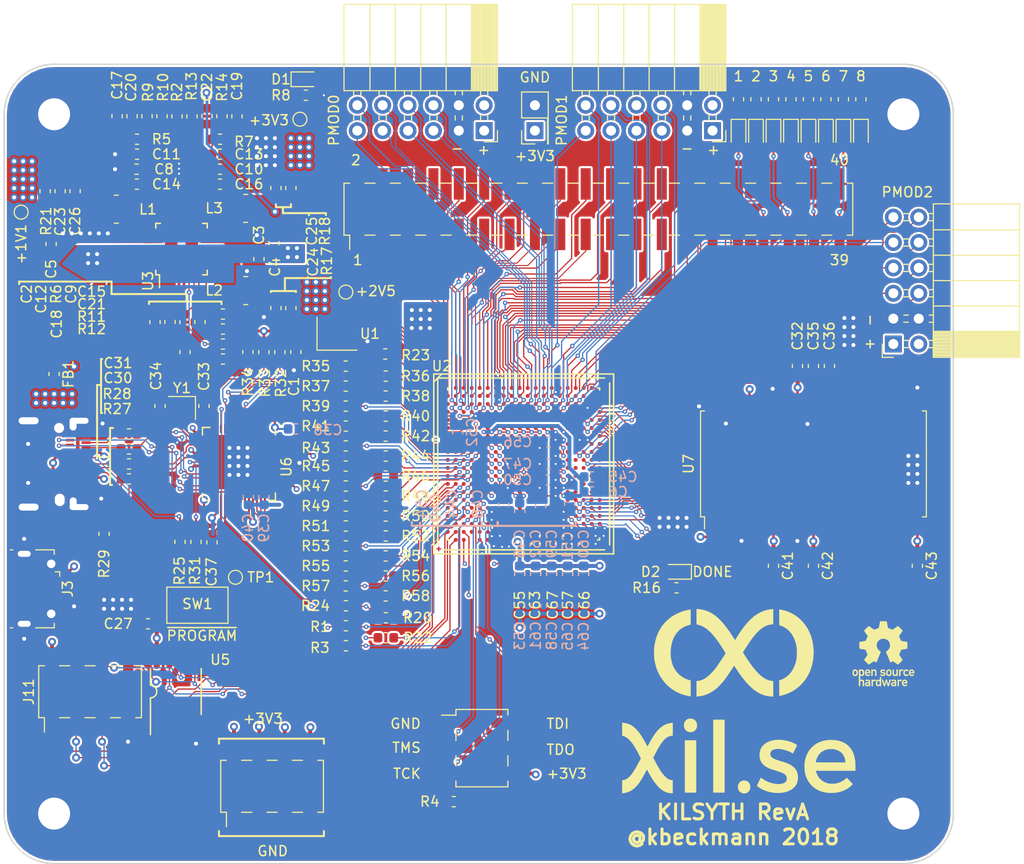
<source format=kicad_pcb>
(kicad_pcb (version 20171130) (host pcbnew 5.1.4)
  (layers (0 F.Cu signal) (1 In1.Cu signal) (2 In2.Cu signal) (31 B.Cu signal) (34 B.Paste user) (35 F.Paste user) (36 B.SilkS user) (37 F.SilkS user) (38 B.Mask user hide) (39 F.Mask user hide) (44 Edge.Cuts user))
  (net 0 "")
  (net 1 GND)
  (net 2 +3V3)
  (net 3 CLK_16MHz)
  (net 4 /RAM_DQ7)
  (net 5 /RAM_DQ0)
  (net 6 /RAM_A0)
  (net 7 /FT_DATA_0)
  (net 8 /FT_DATA_12)
  (net 9 /FT_DATA_13)
  (net 10 /FT_RXF_N)
  (net 11 /FT_WR_N)
  (net 12 /FT_OE_N)
  (net 13 /PMOD0_5)
  (net 14 /PMOD1_4)
  (net 15 /PMOD0_2)
  (net 16 "Net-(U2-PadA15)")
  (net 17 /PMOD2_5)
  (net 18 /PMOD2_2)
  (net 19 /PMOD2_1)
  (net 20 /RAM_A8)
  (net 21 /RAM_DQ6)
  (net 22 /RAM_A1)
  (net 23 /RAM_A2)
  (net 24 /FT_DATA_1)
  (net 25 /FT_DATA_11)
  (net 26 /FT_BE_0)
  (net 27 /FT_TXE_N)
  (net 28 /FT_CLK)
  (net 29 /PMOD0_7)
  (net 30 /PMOD0_4)
  (net 31 /PMOD2_3)
  (net 32 /RAM_DQ9)
  (net 33 /RAM_A7)
  (net 34 /RAM_DQ2)
  (net 35 /RAM_DQ1)
  (net 36 /FT_DATA_6)
  (net 37 /FT_DATA_7)
  (net 38 /FT_DATA_10)
  (net 39 /FT_DATA_15)
  (net 40 /FT_RD_N)
  (net 41 /PMOD1_6)
  (net 42 /PMOD1_3)
  (net 43 /PMOD1_1)
  (net 44 /PMOD2_7)
  (net 45 /PMOD2_4)
  (net 46 /RAM_A10)
  (net 47 /RAM_DQ8)
  (net 48 /RAM_A3)
  (net 49 /RAM_A4)
  (net 50 /FT_DATA_3)
  (net 51 /FT_DATA_5)
  (net 52 /FT_DATA_9)
  (net 53 /FT_BE_1)
  (net 54 /PMOD0_6)
  (net 55 /PMOD0_3)
  (net 56 /PMOD0_1)
  (net 57 /PMOD2_6)
  (net 58 "Net-(U2-PadD16)")
  (net 59 /RAM_A9)
  (net 60 /RAM_DQ15)
  (net 61 /RAM_A6)
  (net 62 /RAM_DQ3)
  (net 63 /RAM_DQ4)
  (net 64 /FT_DATA_2)
  (net 65 /FT_DATA_4)
  (net 66 /FT_DATA_8)
  (net 67 /FT_DATA_14)
  (net 68 /PMOD1_7)
  (net 69 /PMOD1_5)
  (net 70 /PMOD1_2)
  (net 71 "Net-(U2-PadE15)")
  (net 72 /RAM_DQM1)
  (net 73 /RAM_DQ12)
  (net 74 /RAM_DQ14)
  (net 75 /RAM_DQ5)
  (net 76 /RAM_A5)
  (net 77 +2V5)
  (net 78 /RAM_DQM0)
  (net 79 /RAM_DQ13)
  (net 80 /RAM_A12)
  (net 81 /RAM_A11)
  (net 82 /RAM_DQ11)
  (net 83 /RAM_DQ10)
  (net 84 +1V1)
  (net 85 /RAM_BA0)
  (net 86 "Net-(U2-PadK16)")
  (net 87 "Net-(U2-PadK17)")
  (net 88 /RAM_~RAS)
  (net 89 "Net-(U2-PadL5)")
  (net 90 /RAM_CLK)
  (net 91 /RAM_~CAS)
  (net 92 "Net-(U2-PadM5)")
  (net 93 /RAM_~WE)
  (net 94 /RAM_~CS)
  (net 95 /RAM_CKE)
  (net 96 /RAM_BA1)
  (net 97 "Net-(U2-PadR1)")
  (net 98 /FLASH_CSn)
  (net 99 "Net-(U2-PadR3)")
  (net 100 "Net-(R3-Pad2)")
  (net 101 /JTAG_TDI)
  (net 102 "Net-(U2-PadT1)")
  (net 103 "Net-(R1-Pad2)")
  (net 104 /JTAG_TCK)
  (net 105 "Net-(U2-PadT16)")
  (net 106 "Net-(U2-PadU1)")
  (net 107 /FLASH_SCK)
  (net 108 /JTAG_TMS)
  (net 109 "Net-(U2-PadV1)")
  (net 110 /FLASH_MISO)
  (net 111 /INITn)
  (net 112 /JTAG_TDO)
  (net 113 /FLASH_HOLDn)
  (net 114 /FLASH_MOSI)
  (net 115 "Net-(U2-PadW4)")
  (net 116 "Net-(U2-PadW5)")
  (net 117 "Net-(U2-PadW8)")
  (net 118 "Net-(U2-PadW9)")
  (net 119 "Net-(U2-PadW13)")
  (net 120 "Net-(U2-PadW14)")
  (net 121 "Net-(U2-PadW17)")
  (net 122 "Net-(U2-PadW18)")
  (net 123 /FLASH_WPn)
  (net 124 DONE)
  (net 125 "Net-(U3-Pad1)")
  (net 126 "Net-(U3-Pad2)")
  (net 127 "Net-(U3-Pad3)")
  (net 128 "Net-(C2-Pad1)")
  (net 129 "Net-(C21-Pad2)")
  (net 130 "Net-(C12-Pad1)")
  (net 131 "Net-(C9-Pad1)")
  (net 132 "Net-(C15-Pad2)")
  (net 133 "Net-(C15-Pad1)")
  (net 134 +5V)
  (net 135 "Net-(C16-Pad1)")
  (net 136 "Net-(C16-Pad2)")
  (net 137 "Net-(C10-Pad1)")
  (net 138 "Net-(C13-Pad1)")
  (net 139 "Net-(C22-Pad2)")
  (net 140 "Net-(R2-Pad1)")
  (net 141 "Net-(C20-Pad2)")
  (net 142 "Net-(C11-Pad1)")
  (net 143 "Net-(C8-Pad1)")
  (net 144 "Net-(C14-Pad1)")
  (net 145 "Net-(C14-Pad2)")
  (net 146 "Net-(U3-Pad30)")
  (net 147 "Net-(U3-Pad31)")
  (net 148 "Net-(U3-Pad32)")
  (net 149 VD10)
  (net 150 "Net-(R35-Pad2)")
  (net 151 "Net-(R36-Pad2)")
  (net 152 "Net-(R37-Pad2)")
  (net 153 "Net-(R38-Pad2)")
  (net 154 "Net-(R32-Pad1)")
  (net 155 "Net-(R39-Pad2)")
  (net 156 "Net-(R40-Pad2)")
  (net 157 "Net-(R41-Pad2)")
  (net 158 "Net-(R33-Pad1)")
  (net 159 "Net-(R34-Pad1)")
  (net 160 FT_GPIO0)
  (net 161 "Net-(C33-Pad2)")
  (net 162 "Net-(C34-Pad2)")
  (net 163 /FT_DP)
  (net 164 /FT_DM)
  (net 165 "Net-(R31-Pad1)")
  (net 166 /FT_TODN)
  (net 167 FT_GPIO1)
  (net 168 "Net-(U6-Pad14)")
  (net 169 /FT_TODP)
  (net 170 /FT_RIDN)
  (net 171 /FT_RIDP)
  (net 172 "Net-(R50-Pad2)")
  (net 173 "Net-(R49-Pad2)")
  (net 174 "Net-(R47-Pad2)")
  (net 175 "Net-(R48-Pad2)")
  (net 176 "Net-(R45-Pad2)")
  (net 177 "Net-(R44-Pad2)")
  (net 178 "Net-(R43-Pad2)")
  (net 179 "Net-(R46-Pad2)")
  (net 180 "Net-(R57-Pad2)")
  (net 181 "Net-(R58-Pad2)")
  (net 182 "Net-(R55-Pad2)")
  (net 183 "Net-(R56-Pad2)")
  (net 184 "Net-(R51-Pad2)")
  (net 185 "Net-(R53-Pad2)")
  (net 186 "Net-(R52-Pad2)")
  (net 187 "Net-(R42-Pad2)")
  (net 188 "Net-(R54-Pad2)")
  (net 189 "Net-(C17-Pad1)")
  (net 190 "Net-(C21-Pad1)")
  (net 191 "Net-(C20-Pad1)")
  (net 192 "Net-(C22-Pad1)")
  (net 193 "Net-(J2-PadA5)")
  (net 194 "Net-(J2-PadB5)")
  (net 195 /USB_DM)
  (net 196 /USB_DP)
  (net 197 "Net-(J2-PadA8)")
  (net 198 "Net-(R29-Pad1)")
  (net 199 "Net-(C18-Pad1)")
  (net 200 "Net-(C19-Pad1)")
  (net 201 "Net-(D1-Pad1)")
  (net 202 "Net-(D2-Pad1)")
  (net 203 "Net-(J2-PadB8)")
  (net 204 "Net-(U7-Pad40)")
  (net 205 /USB_TXP)
  (net 206 /USB_TXN)
  (net 207 "Net-(Y1-Pad2)")
  (net 208 "Net-(Y1-Pad4)")
  (net 209 "Net-(J3-Pad4)")
  (net 210 VBUS)
  (net 211 "Net-(J2-PadB2)")
  (net 212 "Net-(J2-PadB3)")
  (net 213 "Net-(J2-PadB6)")
  (net 214 "Net-(J2-PadB7)")
  (net 215 "Net-(J2-PadA11)")
  (net 216 "Net-(J2-PadA10)")
  (net 217 "Net-(J6-Pad4)")
  (net 218 "Net-(J6-Pad5)")
  (net 219 "Net-(J6-Pad7)")
  (net 220 "Net-(J6-Pad6)")
  (net 221 "Net-(U2-PadR18)")
  (net 222 "Net-(U2-PadR16)")
  (net 223 "Net-(U2-PadP17)")
  (net 224 "Net-(U2-PadP16)")
  (net 225 "Net-(U2-PadN17)")
  (net 226 "Net-(U2-PadN16)")
  (net 227 "Net-(U2-PadM17)")
  (net 228 "Net-(U2-PadL17)")
  (net 229 "Net-(U2-PadL16)")
  (net 230 "Net-(U2-PadH18)")
  (net 231 "Net-(U2-PadH17)")
  (net 232 "Net-(U2-PadH16)")
  (net 233 "Net-(U2-PadG18)")
  (net 234 "Net-(U2-PadG16)")
  (net 235 "Net-(U2-PadF17)")
  (net 236 "Net-(U2-PadF16)")
  (net 237 "Net-(U2-PadE17)")
  (net 238 "Net-(U2-PadE16)")
  (net 239 "Net-(U2-PadD18)")
  (net 240 "Net-(U2-PadD17)")
  (net 241 "Net-(U2-PadC18)")
  (net 242 "Net-(U2-PadJ16)")
  (net 243 "Net-(U2-PadL18)")
  (net 244 "Net-(U2-PadM18)")
  (net 245 "Net-(R24-Pad1)")
  (net 246 "Net-(R23-Pad1)")
  (net 247 "Net-(U2-PadP5)")
  (net 248 "Net-(U2-PadN5)")
  (net 249 "Net-(U2-PadL4)")
  (net 250 "Net-(U2-PadK5)")
  (net 251 "Net-(U2-PadG2)")
  (net 252 "Net-(U2-PadG1)")
  (net 253 "Net-(U2-PadF1)")
  (net 254 /PMOD1_8)
  (net 255 /PMOD0_8)
  (net 256 /PMOD2_8)
  (net 257 "Net-(U2-PadN18)")
  (net 258 "Net-(U2-PadE14)")
  (net 259 "Net-(U2-PadE12)")
  (net 260 "Net-(U2-PadD14)")
  (net 261 "Net-(U2-PadE13)")
  (net 262 "Net-(U2-PadE11)")
  (net 263 "Net-(U2-PadE10)")
  (net 264 "Net-(U2-PadE9)")
  (net 265 "Net-(U2-PadE8)")
  (net 266 "Net-(U2-PadE7)")
  (net 267 "Net-(U2-PadE6)")
  (net 268 "Net-(U2-PadD10)")
  (net 269 "Net-(U2-PadD9)")
  (net 270 "Net-(U2-PadD8)")
  (net 271 "Net-(U2-PadD7)")
  (net 272 "Net-(U2-PadD6)")
  (net 273 /WIDE_40)
  (net 274 /WIDE_37)
  (net 275 /WIDE_39)
  (net 276 /WIDE_36)
  (net 277 /WIDE_38)
  (net 278 /WIDE_35)
  (net 279 /WIDE_34)
  (net 280 /WIDE_33)
  (net 281 /WIDE_32)
  (net 282 /WIDE_31)
  (net 283 /WIDE_30)
  (net 284 /WIDE_29)
  (net 285 /WIDE_28)
  (net 286 /WIDE_27)
  (net 287 /WIDE_26)
  (net 288 /WIDE_25)
  (net 289 /WIDE_24)
  (net 290 /WIDE_23)
  (net 291 /WIDE_22)
  (net 292 /WIDE_21)
  (net 293 /WIDE_20)
  (net 294 /WIDE_19)
  (net 295 /WIDE_18)
  (net 296 /WIDE_17)
  (net 297 /WIDE_16)
  (net 298 /WIDE_15)
  (net 299 /WIDE_14)
  (net 300 /WIDE_13)
  (net 301 /WIDE_12)
  (net 302 /WIDE_11)
  (net 303 /WIDE_10)
  (net 304 /WIDE_9)
  (net 305 /WIDE_8)
  (net 306 /WIDE_7)
  (net 307 /WIDE_6)
  (net 308 /WIDE_5)
  (net 309 /WIDE_4)
  (net 310 /WIDE_3)
  (net 311 /WIDE_2)
  (net 312 /WIDE_1)
  (net 313 "Net-(U2-PadH5)")
  (net 314 "Net-(U2-PadH4)")
  (net 315 "Net-(U2-PadH3)")
  (net 316 "Net-(U2-PadF5)")
  (net 317 "Net-(U2-PadF4)")
  (net 318 "Net-(U2-PadE5)")
  (net 319 "Net-(U2-PadE3)")
  (net 320 "Net-(U2-PadD11)")
  (net 321 "Net-(D3-Pad1)")
  (net 322 "Net-(D10-Pad1)")
  (net 323 "Net-(D9-Pad1)")
  (net 324 "Net-(D8-Pad1)")
  (net 325 "Net-(D7-Pad1)")
  (net 326 "Net-(D6-Pad1)")
  (net 327 "Net-(D5-Pad1)")
  (net 328 "Net-(D4-Pad1)")
  (module Button_Switch_SMD:SW_SPST_FSMSM (layer F.Cu) (at 69.342 104.14)
    (fp_text reference SW1 (at 0 -0.127) (layer F.SilkS))
    (fp_text value SW_Push)
    (pad 2 smd rect (at 4.59 0) (size 2.18 1.6) (layers F.Cu F.Paste F.Mask) (net 160 FT_GPIO0))
    (pad 1 smd rect (at -4.59 0) (size 2.18 1.6) (layers F.Cu F.Paste F.Mask) (net 1 GND))
  )
  (module Connector_PinHeader_2.54mm:PinHeader_2x04_P2.54mm_Vertical_SMD (layer F.Cu) (at 76.81722 122.26404 90)
    (fp_text reference J12 hide)
    (fp_text value Conn_02x04_Odd_Even)
    (pad 1 smd rect (at -2.525 -3.81 90) (size 3.15 1) (layers F.Cu F.Paste F.Mask) (net 1 GND))
    (pad 2 smd rect (at 2.525 -3.81 90) (size 3.15 1) (layers F.Cu F.Paste F.Mask) (net 2 +3V3))
    (pad 3 smd rect (at -2.525 -1.27 90) (size 3.15 1) (layers F.Cu F.Paste F.Mask) (net 1 GND))
    (pad 4 smd rect (at 2.525 -1.27 90) (size 3.15 1) (layers F.Cu F.Paste F.Mask) (net 2 +3V3))
    (pad 5 smd rect (at -2.525 1.27 90) (size 3.15 1) (layers F.Cu F.Paste F.Mask) (net 1 GND))
    (pad 6 smd rect (at 2.525 1.27 90) (size 3.15 1) (layers F.Cu F.Paste F.Mask) (net 2 +3V3))
    (pad 7 smd rect (at -2.525 3.81 90) (size 3.15 1) (layers F.Cu F.Paste F.Mask) (net 1 GND))
    (pad 8 smd rect (at 2.525 3.81 90) (size 3.15 1) (layers F.Cu F.Paste F.Mask) (net 2 +3V3))
  )
  (module Connector_PinHeader_2.54mm:PinHeader_2x04_P2.54mm_Vertical_SMD (layer F.Cu) (at 58.6 112.8 90)
    (fp_text reference J11 (at 0 -6.14 90) (layer F.SilkS))
    (fp_text value Conn_02x04_Odd_Even)
    (pad 1 smd rect (at -2.525 -3.81 90) (size 3.15 1) (layers F.Cu F.Paste F.Mask) (net 98 /FLASH_CSn))
    (pad 2 smd rect (at 2.525 -3.81 90) (size 3.15 1) (layers F.Cu F.Paste F.Mask) (net 2 +3V3))
    (pad 3 smd rect (at -2.525 -1.27 90) (size 3.15 1) (layers F.Cu F.Paste F.Mask) (net 110 /FLASH_MISO))
    (pad 4 smd rect (at 2.525 -1.27 90) (size 3.15 1) (layers F.Cu F.Paste F.Mask) (net 113 /FLASH_HOLDn))
    (pad 5 smd rect (at -2.525 1.27 90) (size 3.15 1) (layers F.Cu F.Paste F.Mask) (net 123 /FLASH_WPn))
    (pad 6 smd rect (at 2.525 1.27 90) (size 3.15 1) (layers F.Cu F.Paste F.Mask) (net 107 /FLASH_SCK))
    (pad 7 smd rect (at -2.525 3.81 90) (size 3.15 1) (layers F.Cu F.Paste F.Mask) (net 1 GND))
    (pad 8 smd rect (at 2.525 3.81 90) (size 3.15 1) (layers F.Cu F.Paste F.Mask) (net 114 /FLASH_MOSI))
  )
  (module Capacitor_SMD:C_0603_1608Metric (layer B.Cu) (at 108.8375 92.8)
    (fp_text reference C6 (at 2.6125 0) (layer B.SilkS) (effects (justify mirror)))
    (fp_text value 100n)
    (pad 2 smd roundrect (at 0.7875 0) (size 0.875 0.95) (layers B.Cu B.Paste B.Mask) (net 1 GND))
    (pad 1 smd roundrect (at -0.7875 0) (size 0.875 0.95) (layers B.Cu B.Paste B.Mask) (net 77 +2V5))
  )
  (module Connector_PinHeader_2.54mm:PinHeader_2x01_P2.54mm_Vertical (layer F.Cu) (at 103.124 56.642 90)
    (fp_text reference J10 hide)
    (fp_text value Conn_02x01)
    (pad 1 thru_hole rect (at 0 0 90) (size 1.7 1.7) (drill 1) (layers *.Cu *.Mask) (net 2 +3V3))
    (pad 2 thru_hole oval (at 2.54 0 90) (size 1.7 1.7) (drill 1) (layers *.Cu *.Mask) (net 1 GND))
  )
  (module LED_SMD:LED_0603_1608Metric (layer F.Cu) (at 134 57 270)
    (fp_text reference D9 hide)
    (fp_text value LED)
    (pad 2 smd roundrect (at 0.7875 0 270) (size 0.875 0.95) (layers F.Cu F.Paste F.Mask) (net 275 /WIDE_39))
    (pad 1 smd roundrect (at -0.7875 0 270) (size 0.875 0.95) (layers F.Cu F.Paste F.Mask) (net 323 "Net-(D9-Pad1)"))
  )
  (module LED_SMD:LED_0603_1608Metric (layer F.Cu) (at 130.5 57 270)
    (fp_text reference D7 hide)
    (fp_text value LED)
    (pad 1 smd roundrect (at -0.7875 0 270) (size 0.875 0.95) (layers F.Cu F.Paste F.Mask) (net 325 "Net-(D7-Pad1)"))
    (pad 2 smd roundrect (at 0.7875 0 270) (size 0.875 0.95) (layers F.Cu F.Paste F.Mask) (net 274 /WIDE_37))
  )
  (module LED_SMD:LED_0603_1608Metric (layer F.Cu) (at 135.75 57 270)
    (fp_text reference D10 hide)
    (fp_text value LED)
    (pad 2 smd roundrect (at 0.7875 0 270) (size 0.875 0.95) (layers F.Cu F.Paste F.Mask) (net 273 /WIDE_40))
    (pad 1 smd roundrect (at -0.7875 0 270) (size 0.875 0.95) (layers F.Cu F.Paste F.Mask) (net 322 "Net-(D10-Pad1)"))
  )
  (module LED_SMD:LED_0603_1608Metric (layer F.Cu) (at 127 57 270)
    (fp_text reference D5 hide)
    (fp_text value LED)
    (pad 1 smd roundrect (at -0.7875 0 270) (size 0.875 0.95) (layers F.Cu F.Paste F.Mask) (net 327 "Net-(D5-Pad1)"))
    (pad 2 smd roundrect (at 0.7875 0 270) (size 0.875 0.95) (layers F.Cu F.Paste F.Mask) (net 278 /WIDE_35))
  )
  (module LED_SMD:LED_0603_1608Metric (layer F.Cu) (at 128.75 57 270)
    (fp_text reference D6 hide)
    (fp_text value LED)
    (pad 2 smd roundrect (at 0.7875 0 270) (size 0.875 0.95) (layers F.Cu F.Paste F.Mask) (net 276 /WIDE_36))
    (pad 1 smd roundrect (at -0.7875 0 270) (size 0.875 0.95) (layers F.Cu F.Paste F.Mask) (net 326 "Net-(D6-Pad1)"))
  )
  (module LED_SMD:LED_0603_1608Metric (layer F.Cu) (at 125.25 57 270)
    (fp_text reference D4 hide)
    (fp_text value LED)
    (pad 1 smd roundrect (at -0.7875 0 270) (size 0.875 0.95) (layers F.Cu F.Paste F.Mask) (net 328 "Net-(D4-Pad1)"))
    (pad 2 smd roundrect (at 0.7875 0 270) (size 0.875 0.95) (layers F.Cu F.Paste F.Mask) (net 279 /WIDE_34))
  )
  (module LED_SMD:LED_0603_1608Metric (layer F.Cu) (at 123.5 57 270)
    (fp_text reference D3 hide)
    (fp_text value LED)
    (pad 2 smd roundrect (at 0.7875 0 270) (size 0.875 0.95) (layers F.Cu F.Paste F.Mask) (net 280 /WIDE_33))
    (pad 1 smd roundrect (at -0.7875 0 270) (size 0.875 0.95) (layers F.Cu F.Paste F.Mask) (net 321 "Net-(D3-Pad1)"))
  )
  (module LED_SMD:LED_0603_1608Metric (layer F.Cu) (at 132.25 57 270)
    (fp_text reference D8 hide)
    (fp_text value LED)
    (pad 1 smd roundrect (at -0.7875 0 270) (size 0.875 0.95) (layers F.Cu F.Paste F.Mask) (net 324 "Net-(D8-Pad1)"))
    (pad 2 smd roundrect (at 0.7875 0 270) (size 0.875 0.95) (layers F.Cu F.Paste F.Mask) (net 277 /WIDE_38))
  )
  (module Resistor_SMD:R_0603_1608Metric (layer F.Cu) (at 125.25 53.5 90)
    (fp_text reference R26 hide)
    (fp_text value 2K)
    (pad 2 smd roundrect (at 0.7875 0 90) (size 0.875 0.95) (layers F.Cu F.Paste F.Mask) (net 1 GND))
    (pad 1 smd roundrect (at -0.7875 0 90) (size 0.875 0.95) (layers F.Cu F.Paste F.Mask) (net 328 "Net-(D4-Pad1)"))
  )
  (module Resistor_SMD:R_0603_1608Metric (layer F.Cu) (at 127 53.5 90)
    (fp_text reference R30 hide)
    (fp_text value 2K)
    (pad 1 smd roundrect (at -0.7875 0 90) (size 0.875 0.95) (layers F.Cu F.Paste F.Mask) (net 327 "Net-(D5-Pad1)"))
    (pad 2 smd roundrect (at 0.7875 0 90) (size 0.875 0.95) (layers F.Cu F.Paste F.Mask) (net 1 GND))
  )
  (module Resistor_SMD:R_0603_1608Metric (layer F.Cu) (at 128.75 53.5 90)
    (fp_text reference R59 hide)
    (fp_text value 2K)
    (pad 2 smd roundrect (at 0.7875 0 90) (size 0.875 0.95) (layers F.Cu F.Paste F.Mask) (net 1 GND))
    (pad 1 smd roundrect (at -0.7875 0 90) (size 0.875 0.95) (layers F.Cu F.Paste F.Mask) (net 326 "Net-(D6-Pad1)"))
  )
  (module Resistor_SMD:R_0603_1608Metric (layer F.Cu) (at 130.5 53.5 90)
    (fp_text reference R60 hide)
    (fp_text value 2K)
    (pad 1 smd roundrect (at -0.7875 0 90) (size 0.875 0.95) (layers F.Cu F.Paste F.Mask) (net 325 "Net-(D7-Pad1)"))
    (pad 2 smd roundrect (at 0.7875 0 90) (size 0.875 0.95) (layers F.Cu F.Paste F.Mask) (net 1 GND))
  )
  (module Resistor_SMD:R_0603_1608Metric (layer F.Cu) (at 132.25 53.5 90)
    (fp_text reference R61 hide)
    (fp_text value 2K)
    (pad 2 smd roundrect (at 0.7875 0 90) (size 0.875 0.95) (layers F.Cu F.Paste F.Mask) (net 1 GND))
    (pad 1 smd roundrect (at -0.7875 0 90) (size 0.875 0.95) (layers F.Cu F.Paste F.Mask) (net 324 "Net-(D8-Pad1)"))
  )
  (module Resistor_SMD:R_0603_1608Metric (layer F.Cu) (at 134 53.5 90)
    (fp_text reference R62 hide)
    (fp_text value 2K)
    (pad 1 smd roundrect (at -0.7875 0 90) (size 0.875 0.95) (layers F.Cu F.Paste F.Mask) (net 323 "Net-(D9-Pad1)"))
    (pad 2 smd roundrect (at 0.7875 0 90) (size 0.875 0.95) (layers F.Cu F.Paste F.Mask) (net 1 GND))
  )
  (module Resistor_SMD:R_0603_1608Metric (layer F.Cu) (at 135.75 53.5 90)
    (fp_text reference R63 hide)
    (fp_text value 2K)
    (pad 2 smd roundrect (at 0.7875 0 90) (size 0.875 0.95) (layers F.Cu F.Paste F.Mask) (net 1 GND))
    (pad 1 smd roundrect (at -0.7875 0 90) (size 0.875 0.95) (layers F.Cu F.Paste F.Mask) (net 322 "Net-(D10-Pad1)"))
  )
  (module Resistor_SMD:R_0603_1608Metric (layer F.Cu) (at 123.5 53.5 90)
    (fp_text reference R15 hide)
    (fp_text value 2K)
    (pad 1 smd roundrect (at -0.7875 0 90) (size 0.875 0.95) (layers F.Cu F.Paste F.Mask) (net 321 "Net-(D3-Pad1)"))
    (pad 2 smd roundrect (at 0.7875 0 90) (size 0.875 0.95) (layers F.Cu F.Paste F.Mask) (net 1 GND))
  )
  (module Connector_PinHeader_2.54mm:PinHeader_2x03_P2.54mm_Vertical_SMD (layer F.Cu) (at 97.819 118.446)
    (fp_text reference J1 hide)
    (fp_text value Conn_JTAG)
    (pad 1 smd rect (at -2.525 -2.54) (size 3.15 1) (layers F.Cu F.Paste F.Mask) (net 1 GND))
    (pad 2 smd rect (at 2.525 -2.54) (size 3.15 1) (layers F.Cu F.Paste F.Mask) (net 101 /JTAG_TDI))
    (pad 3 smd rect (at -2.525 0) (size 3.15 1) (layers F.Cu F.Paste F.Mask) (net 108 /JTAG_TMS))
    (pad 4 smd rect (at 2.525 0) (size 3.15 1) (layers F.Cu F.Paste F.Mask) (net 112 /JTAG_TDO))
    (pad 5 smd rect (at -2.525 2.54) (size 3.15 1) (layers F.Cu F.Paste F.Mask) (net 104 /JTAG_TCK))
    (pad 6 smd rect (at 2.525 2.54) (size 3.15 1) (layers F.Cu F.Paste F.Mask) (net 2 +3V3))
  )
  (module Resistor_SMD:R_0603_1608Metric (layer F.Cu) (at 84.2 104.2)
    (fp_text reference R24 (at -3.048 0) (layer F.SilkS))
    (fp_text value 0R)
    (pad 2 smd roundrect (at 0.7875 0) (size 0.875 0.95) (layers F.Cu F.Paste F.Mask) (net 160 FT_GPIO0))
    (pad 1 smd roundrect (at -0.7875 0) (size 0.875 0.95) (layers F.Cu F.Paste F.Mask) (net 245 "Net-(R24-Pad1)"))
  )
  (module Resistor_SMD:R_0603_1608Metric (layer F.Cu) (at 88.138 78.994)
    (fp_text reference R23 (at 3.048 0.127) (layer F.SilkS))
    (fp_text value 0R)
    (pad 1 smd roundrect (at -0.7875 0) (size 0.875 0.95) (layers F.Cu F.Paste F.Mask) (net 246 "Net-(R23-Pad1)"))
    (pad 2 smd roundrect (at 0.7875 0) (size 0.875 0.95) (layers F.Cu F.Paste F.Mask) (net 167 FT_GPIO1))
  )
  (module L_1008_1210:L_1008_1210 (layer F.Cu) (at 61.23 64.5 180)
    (fp_text reference L1 (at -3.16 -0.018 180) (layer F.SilkS))
    (fp_text value 2.2u hide)
    (pad 2 smd rect (at 1.27 0 180) (size 1.5 2.7) (layers F.Cu F.Paste F.Mask) (net 191 "Net-(C20-Pad1)"))
    (pad 1 smd rect (at -1.27 0 180) (size 1.5 2.7) (layers F.Cu F.Paste F.Mask) (net 145 "Net-(C14-Pad2)"))
  )
  (module L_1008_1210:L_1008_1210 (layer F.Cu) (at 74.175 64.425)
    (fp_text reference L3 (at -3.16 -0.018) (layer F.SilkS))
    (fp_text value 2.2u hide)
    (pad 1 smd rect (at -1.27 0) (size 1.5 2.7) (layers F.Cu F.Paste F.Mask) (net 136 "Net-(C16-Pad2)"))
    (pad 2 smd rect (at 1.27 0) (size 1.5 2.7) (layers F.Cu F.Paste F.Mask) (net 192 "Net-(C22-Pad1)"))
  )
  (module L_1008_1210:L_1008_1210 (layer F.Cu) (at 74.18 72.65)
    (fp_text reference L2 (at -3.16 -0.018) (layer F.SilkS))
    (fp_text value 2.2u hide)
    (pad 2 smd rect (at 1.27 0) (size 1.5 2.7) (layers F.Cu F.Paste F.Mask) (net 190 "Net-(C21-Pad1)"))
    (pad 1 smd rect (at -1.27 0) (size 1.5 2.7) (layers F.Cu F.Paste F.Mask) (net 132 "Net-(C15-Pad2)"))
  )
  (module lfe5bg381:BGA-381_pitch0.8mm_dia0.4mm (layer F.Cu) (at 102 90)
    (fp_text reference U2 (at -8.2 -9.8) (layer F.SilkS))
    (fp_text value LFE5U-85F-6BG381C hide)
    (pad Y19 smd circle (at 6.8 7.6) (size 0.4 0.4) (layers F.Cu F.Paste F.Mask) (net 1 GND))
    (pad Y17 smd circle (at 5.2 7.6) (size 0.4 0.4) (layers F.Cu F.Paste F.Mask) (net 1 GND))
    (pad Y16 smd circle (at 4.4 7.6) (size 0.4 0.4) (layers F.Cu F.Paste F.Mask) (net 1 GND))
    (pad Y15 smd circle (at 3.6 7.6) (size 0.4 0.4) (layers F.Cu F.Paste F.Mask) (net 1 GND))
    (pad Y14 smd circle (at 2.8 7.6) (size 0.4 0.4) (layers F.Cu F.Paste F.Mask) (net 1 GND))
    (pad Y12 smd circle (at 1.2 7.6) (size 0.4 0.4) (layers F.Cu F.Paste F.Mask) (net 1 GND))
    (pad Y11 smd circle (at 0.4 7.6) (size 0.4 0.4) (layers F.Cu F.Paste F.Mask) (net 1 GND))
    (pad Y8 smd circle (at -2 7.6) (size 0.4 0.4) (layers F.Cu F.Paste F.Mask) (net 1 GND))
    (pad Y7 smd circle (at -2.8 7.6) (size 0.4 0.4) (layers F.Cu F.Paste F.Mask) (net 1 GND))
    (pad Y6 smd circle (at -3.6 7.6) (size 0.4 0.4) (layers F.Cu F.Paste F.Mask) (net 1 GND))
    (pad Y5 smd circle (at -4.4 7.6) (size 0.4 0.4) (layers F.Cu F.Paste F.Mask) (net 1 GND))
    (pad Y3 smd circle (at -6 7.6) (size 0.4 0.4) (layers F.Cu F.Paste F.Mask) (net 124 DONE))
    (pad Y2 smd circle (at -6.8 7.6) (size 0.4 0.4) (layers F.Cu F.Paste F.Mask) (net 123 /FLASH_WPn))
    (pad W20 smd circle (at 7.6 6.8) (size 0.4 0.4) (layers F.Cu F.Paste F.Mask) (net 1 GND))
    (pad W19 smd circle (at 6.8 6.8) (size 0.4 0.4) (layers F.Cu F.Paste F.Mask) (net 1 GND))
    (pad W18 smd circle (at 6 6.8) (size 0.4 0.4) (layers F.Cu F.Paste F.Mask) (net 122 "Net-(U2-PadW18)"))
    (pad W17 smd circle (at 5.2 6.8) (size 0.4 0.4) (layers F.Cu F.Paste F.Mask) (net 121 "Net-(U2-PadW17)"))
    (pad W16 smd circle (at 4.4 6.8) (size 0.4 0.4) (layers F.Cu F.Paste F.Mask) (net 1 GND))
    (pad W15 smd circle (at 3.6 6.8) (size 0.4 0.4) (layers F.Cu F.Paste F.Mask) (net 1 GND))
    (pad W14 smd circle (at 2.8 6.8) (size 0.4 0.4) (layers F.Cu F.Paste F.Mask) (net 120 "Net-(U2-PadW14)"))
    (pad W13 smd circle (at 2 6.8) (size 0.4 0.4) (layers F.Cu F.Paste F.Mask) (net 119 "Net-(U2-PadW13)"))
    (pad W12 smd circle (at 1.2 6.8) (size 0.4 0.4) (layers F.Cu F.Paste F.Mask) (net 1 GND))
    (pad W11 smd circle (at 0.4 6.8) (size 0.4 0.4) (layers F.Cu F.Paste F.Mask))
    (pad W10 smd circle (at -0.4 6.8) (size 0.4 0.4) (layers F.Cu F.Paste F.Mask))
    (pad W9 smd circle (at -1.2 6.8) (size 0.4 0.4) (layers F.Cu F.Paste F.Mask) (net 118 "Net-(U2-PadW9)"))
    (pad W8 smd circle (at -2 6.8) (size 0.4 0.4) (layers F.Cu F.Paste F.Mask) (net 117 "Net-(U2-PadW8)"))
    (pad W7 smd circle (at -2.8 6.8) (size 0.4 0.4) (layers F.Cu F.Paste F.Mask) (net 1 GND))
    (pad W6 smd circle (at -3.6 6.8) (size 0.4 0.4) (layers F.Cu F.Paste F.Mask) (net 1 GND))
    (pad W5 smd circle (at -4.4 6.8) (size 0.4 0.4) (layers F.Cu F.Paste F.Mask) (net 116 "Net-(U2-PadW5)"))
    (pad W4 smd circle (at -5.2 6.8) (size 0.4 0.4) (layers F.Cu F.Paste F.Mask) (net 115 "Net-(U2-PadW4)"))
    (pad W3 smd circle (at -6 6.8) (size 0.4 0.4) (layers F.Cu F.Paste F.Mask) (net 160 FT_GPIO0))
    (pad W2 smd circle (at -6.8 6.8) (size 0.4 0.4) (layers F.Cu F.Paste F.Mask) (net 114 /FLASH_MOSI))
    (pad W1 smd circle (at -7.6 6.8) (size 0.4 0.4) (layers F.Cu F.Paste F.Mask) (net 113 /FLASH_HOLDn))
    (pad V20 smd circle (at 7.6 6) (size 0.4 0.4) (layers F.Cu F.Paste F.Mask) (net 1 GND))
    (pad V19 smd circle (at 6.8 6) (size 0.4 0.4) (layers F.Cu F.Paste F.Mask) (net 1 GND))
    (pad V18 smd circle (at 6 6) (size 0.4 0.4) (layers F.Cu F.Paste F.Mask) (net 1 GND))
    (pad V17 smd circle (at 5.2 6) (size 0.4 0.4) (layers F.Cu F.Paste F.Mask) (net 1 GND))
    (pad V16 smd circle (at 4.4 6) (size 0.4 0.4) (layers F.Cu F.Paste F.Mask) (net 1 GND))
    (pad V15 smd circle (at 3.6 6) (size 0.4 0.4) (layers F.Cu F.Paste F.Mask) (net 1 GND))
    (pad V14 smd circle (at 2.8 6) (size 0.4 0.4) (layers F.Cu F.Paste F.Mask) (net 1 GND))
    (pad V13 smd circle (at 2 6) (size 0.4 0.4) (layers F.Cu F.Paste F.Mask) (net 1 GND))
    (pad V12 smd circle (at 1.2 6) (size 0.4 0.4) (layers F.Cu F.Paste F.Mask) (net 1 GND))
    (pad V11 smd circle (at 0.4 6) (size 0.4 0.4) (layers F.Cu F.Paste F.Mask) (net 1 GND))
    (pad V10 smd circle (at -0.4 6) (size 0.4 0.4) (layers F.Cu F.Paste F.Mask) (net 1 GND))
    (pad V9 smd circle (at -1.2 6) (size 0.4 0.4) (layers F.Cu F.Paste F.Mask) (net 1 GND))
    (pad V8 smd circle (at -2 6) (size 0.4 0.4) (layers F.Cu F.Paste F.Mask) (net 1 GND))
    (pad V7 smd circle (at -2.8 6) (size 0.4 0.4) (layers F.Cu F.Paste F.Mask) (net 1 GND))
    (pad V6 smd circle (at -3.6 6) (size 0.4 0.4) (layers F.Cu F.Paste F.Mask) (net 1 GND))
    (pad V5 smd circle (at -4.4 6) (size 0.4 0.4) (layers F.Cu F.Paste F.Mask) (net 1 GND))
    (pad V4 smd circle (at -5.2 6) (size 0.4 0.4) (layers F.Cu F.Paste F.Mask) (net 112 /JTAG_TDO))
    (pad V3 smd circle (at -6 6) (size 0.4 0.4) (layers F.Cu F.Paste F.Mask) (net 111 /INITn))
    (pad V2 smd circle (at -6.8 6) (size 0.4 0.4) (layers F.Cu F.Paste F.Mask) (net 110 /FLASH_MISO))
    (pad V1 smd circle (at -7.6 6) (size 0.4 0.4) (layers F.Cu F.Paste F.Mask) (net 109 "Net-(U2-PadV1)"))
    (pad U20 smd circle (at 7.6 5.2) (size 0.4 0.4) (layers F.Cu F.Paste F.Mask) (net 4 /RAM_DQ7))
    (pad U19 smd circle (at 6.8 5.2) (size 0.4 0.4) (layers F.Cu F.Paste F.Mask) (net 5 /RAM_DQ0))
    (pad U18 smd circle (at 6 5.2) (size 0.4 0.4) (layers F.Cu F.Paste F.Mask) (net 34 /RAM_DQ2))
    (pad U17 smd circle (at 5.2 5.2) (size 0.4 0.4) (layers F.Cu F.Paste F.Mask) (net 35 /RAM_DQ1))
    (pad U16 smd circle (at 4.4 5.2) (size 0.4 0.4) (layers F.Cu F.Paste F.Mask) (net 62 /RAM_DQ3))
    (pad U15 smd circle (at 3.6 5.2) (size 0.4 0.4) (layers F.Cu F.Paste F.Mask) (net 1 GND))
    (pad U14 smd circle (at 2.8 5.2) (size 0.4 0.4) (layers F.Cu F.Paste F.Mask) (net 1 GND))
    (pad U13 smd circle (at 2 5.2) (size 0.4 0.4) (layers F.Cu F.Paste F.Mask) (net 1 GND))
    (pad U12 smd circle (at 1.2 5.2) (size 0.4 0.4) (layers F.Cu F.Paste F.Mask) (net 1 GND))
    (pad U11 smd circle (at 0.4 5.2) (size 0.4 0.4) (layers F.Cu F.Paste F.Mask) (net 1 GND))
    (pad U10 smd circle (at -0.4 5.2) (size 0.4 0.4) (layers F.Cu F.Paste F.Mask) (net 1 GND))
    (pad U9 smd circle (at -1.2 5.2) (size 0.4 0.4) (layers F.Cu F.Paste F.Mask) (net 1 GND))
    (pad U8 smd circle (at -2 5.2) (size 0.4 0.4) (layers F.Cu F.Paste F.Mask) (net 1 GND))
    (pad U7 smd circle (at -2.8 5.2) (size 0.4 0.4) (layers F.Cu F.Paste F.Mask) (net 1 GND))
    (pad U6 smd circle (at -3.6 5.2) (size 0.4 0.4) (layers F.Cu F.Paste F.Mask) (net 1 GND))
    (pad U5 smd circle (at -4.4 5.2) (size 0.4 0.4) (layers F.Cu F.Paste F.Mask) (net 108 /JTAG_TMS))
    (pad U4 smd circle (at -5.2 5.2) (size 0.4 0.4) (layers F.Cu F.Paste F.Mask) (net 100 "Net-(R3-Pad2)"))
    (pad U3 smd circle (at -6 5.2) (size 0.4 0.4) (layers F.Cu F.Paste F.Mask) (net 107 /FLASH_SCK))
    (pad U2 smd circle (at -6.8 5.2) (size 0.4 0.4) (layers F.Cu F.Paste F.Mask) (net 2 +3V3))
    (pad U1 smd circle (at -7.6 5.2) (size 0.4 0.4) (layers F.Cu F.Paste F.Mask) (net 106 "Net-(U2-PadU1)"))
    (pad T20 smd circle (at 7.6 4.4) (size 0.4 0.4) (layers F.Cu F.Paste F.Mask) (net 93 /RAM_~WE))
    (pad T19 smd circle (at 6.8 4.4) (size 0.4 0.4) (layers F.Cu F.Paste F.Mask) (net 78 /RAM_DQM0))
    (pad T18 smd circle (at 6 4.4) (size 0.4 0.4) (layers F.Cu F.Paste F.Mask) (net 75 /RAM_DQ5))
    (pad T17 smd circle (at 5.2 4.4) (size 0.4 0.4) (layers F.Cu F.Paste F.Mask) (net 21 /RAM_DQ6))
    (pad T16 smd circle (at 4.4 4.4) (size 0.4 0.4) (layers F.Cu F.Paste F.Mask) (net 105 "Net-(U2-PadT16)"))
    (pad T15 smd circle (at 3.6 4.4) (size 0.4 0.4) (layers F.Cu F.Paste F.Mask) (net 1 GND))
    (pad T14 smd circle (at 2.8 4.4) (size 0.4 0.4) (layers F.Cu F.Paste F.Mask) (net 1 GND))
    (pad T13 smd circle (at 2 4.4) (size 0.4 0.4) (layers F.Cu F.Paste F.Mask) (net 1 GND))
    (pad T12 smd circle (at 1.2 4.4) (size 0.4 0.4) (layers F.Cu F.Paste F.Mask) (net 1 GND))
    (pad T11 smd circle (at 0.4 4.4) (size 0.4 0.4) (layers F.Cu F.Paste F.Mask) (net 1 GND))
    (pad T10 smd circle (at -0.4 4.4) (size 0.4 0.4) (layers F.Cu F.Paste F.Mask) (net 1 GND))
    (pad T9 smd circle (at -1.2 4.4) (size 0.4 0.4) (layers F.Cu F.Paste F.Mask) (net 1 GND))
    (pad T8 smd circle (at -2 4.4) (size 0.4 0.4) (layers F.Cu F.Paste F.Mask) (net 1 GND))
    (pad T7 smd circle (at -2.8 4.4) (size 0.4 0.4) (layers F.Cu F.Paste F.Mask) (net 1 GND))
    (pad T6 smd circle (at -3.6 4.4) (size 0.4 0.4) (layers F.Cu F.Paste F.Mask) (net 1 GND))
    (pad T5 smd circle (at -4.4 4.4) (size 0.4 0.4) (layers F.Cu F.Paste F.Mask) (net 104 /JTAG_TCK))
    (pad T4 smd circle (at -5.2 4.4) (size 0.4 0.4) (layers F.Cu F.Paste F.Mask) (net 103 "Net-(R1-Pad2)"))
    (pad T3 smd circle (at -6 4.4) (size 0.4 0.4) (layers F.Cu F.Paste F.Mask) (net 2 +3V3))
    (pad T2 smd circle (at -6.8 4.4) (size 0.4 0.4) (layers F.Cu F.Paste F.Mask) (net 2 +3V3))
    (pad T1 smd circle (at -7.6 4.4) (size 0.4 0.4) (layers F.Cu F.Paste F.Mask) (net 102 "Net-(U2-PadT1)"))
    (pad R20 smd circle (at 7.6 3.6) (size 0.4 0.4) (layers F.Cu F.Paste F.Mask) (net 91 /RAM_~CAS))
    (pad R19 smd circle (at 6.8 3.6) (size 0.4 0.4) (layers F.Cu F.Paste F.Mask) (net 1 GND))
    (pad R18 smd circle (at 6 3.6) (size 0.4 0.4) (layers F.Cu F.Paste F.Mask) (net 221 "Net-(U2-PadR18)"))
    (pad R17 smd circle (at 5.2 3.6) (size 0.4 0.4) (layers F.Cu F.Paste F.Mask) (net 63 /RAM_DQ4))
    (pad R16 smd circle (at 4.4 3.6) (size 0.4 0.4) (layers F.Cu F.Paste F.Mask) (net 222 "Net-(U2-PadR16)"))
    (pad R5 smd circle (at -4.4 3.6) (size 0.4 0.4) (layers F.Cu F.Paste F.Mask) (net 101 /JTAG_TDI))
    (pad R4 smd circle (at -5.2 3.6) (size 0.4 0.4) (layers F.Cu F.Paste F.Mask) (net 100 "Net-(R3-Pad2)"))
    (pad R3 smd circle (at -6 3.6) (size 0.4 0.4) (layers F.Cu F.Paste F.Mask) (net 99 "Net-(U2-PadR3)"))
    (pad R2 smd circle (at -6.8 3.6) (size 0.4 0.4) (layers F.Cu F.Paste F.Mask) (net 98 /FLASH_CSn))
    (pad R1 smd circle (at -7.6 3.6) (size 0.4 0.4) (layers F.Cu F.Paste F.Mask) (net 97 "Net-(U2-PadR1)"))
    (pad P20 smd circle (at 7.6 2.8) (size 0.4 0.4) (layers F.Cu F.Paste F.Mask) (net 94 /RAM_~CS))
    (pad P19 smd circle (at 6.8 2.8) (size 0.4 0.4) (layers F.Cu F.Paste F.Mask) (net 85 /RAM_BA0))
    (pad P18 smd circle (at 6 2.8) (size 0.4 0.4) (layers F.Cu F.Paste F.Mask) (net 88 /RAM_~RAS))
    (pad P17 smd circle (at 5.2 2.8) (size 0.4 0.4) (layers F.Cu F.Paste F.Mask) (net 223 "Net-(U2-PadP17)"))
    (pad P16 smd circle (at 4.4 2.8) (size 0.4 0.4) (layers F.Cu F.Paste F.Mask) (net 224 "Net-(U2-PadP16)"))
    (pad P15 smd circle (at 3.6 2.8) (size 0.4 0.4) (layers F.Cu F.Paste F.Mask) (net 77 +2V5))
    (pad P14 smd circle (at 2.8 2.8) (size 0.4 0.4) (layers F.Cu F.Paste F.Mask) (net 1 GND))
    (pad P13 smd circle (at 2 2.8) (size 0.4 0.4) (layers F.Cu F.Paste F.Mask) (net 1 GND))
    (pad P12 smd circle (at 1.2 2.8) (size 0.4 0.4) (layers F.Cu F.Paste F.Mask) (net 1 GND))
    (pad P11 smd circle (at 0.4 2.8) (size 0.4 0.4) (layers F.Cu F.Paste F.Mask) (net 1 GND))
    (pad P10 smd circle (at -0.4 2.8) (size 0.4 0.4) (layers F.Cu F.Paste F.Mask) (net 2 +3V3))
    (pad P9 smd circle (at -1.2 2.8) (size 0.4 0.4) (layers F.Cu F.Paste F.Mask) (net 2 +3V3))
    (pad P8 smd circle (at -2 2.8) (size 0.4 0.4) (layers F.Cu F.Paste F.Mask) (net 1 GND))
    (pad P7 smd circle (at -2.8 2.8) (size 0.4 0.4) (layers F.Cu F.Paste F.Mask) (net 1 GND))
    (pad P6 smd circle (at -3.6 2.8) (size 0.4 0.4) (layers F.Cu F.Paste F.Mask) (net 77 +2V5))
    (pad P5 smd circle (at -4.4 2.8) (size 0.4 0.4) (layers F.Cu F.Paste F.Mask) (net 247 "Net-(U2-PadP5)"))
    (pad P4 smd circle (at -5.2 2.8) (size 0.4 0.4) (layers F.Cu F.Paste F.Mask) (net 7 /FT_DATA_0))
    (pad P3 smd circle (at -6 2.8) (size 0.4 0.4) (layers F.Cu F.Paste F.Mask) (net 24 /FT_DATA_1))
    (pad P2 smd circle (at -6.8 2.8) (size 0.4 0.4) (layers F.Cu F.Paste F.Mask) (net 64 /FT_DATA_2))
    (pad P1 smd circle (at -7.6 2.8) (size 0.4 0.4) (layers F.Cu F.Paste F.Mask) (net 50 /FT_DATA_3))
    (pad N20 smd circle (at 7.6 2) (size 0.4 0.4) (layers F.Cu F.Paste F.Mask) (net 96 /RAM_BA1))
    (pad N19 smd circle (at 6.8 2) (size 0.4 0.4) (layers F.Cu F.Paste F.Mask) (net 46 /RAM_A10))
    (pad N18 smd circle (at 6 2) (size 0.4 0.4) (layers F.Cu F.Paste F.Mask) (net 257 "Net-(U2-PadN18)"))
    (pad N17 smd circle (at 5.2 2) (size 0.4 0.4) (layers F.Cu F.Paste F.Mask) (net 225 "Net-(U2-PadN17)"))
    (pad N16 smd circle (at 4.4 2) (size 0.4 0.4) (layers F.Cu F.Paste F.Mask) (net 226 "Net-(U2-PadN16)"))
    (pad N15 smd circle (at 3.6 2) (size 0.4 0.4) (layers F.Cu F.Paste F.Mask) (net 1 GND))
    (pad N14 smd circle (at 2.8 2) (size 0.4 0.4) (layers F.Cu F.Paste F.Mask) (net 1 GND))
    (pad N13 smd circle (at 2 2) (size 0.4 0.4) (layers F.Cu F.Paste F.Mask) (net 84 +1V1))
    (pad N12 smd circle (at 1.2 2) (size 0.4 0.4) (layers F.Cu F.Paste F.Mask) (net 84 +1V1))
    (pad N11 smd circle (at 0.4 2) (size 0.4 0.4) (layers F.Cu F.Paste F.Mask) (net 84 +1V1))
    (pad N10 smd circle (at -0.4 2) (size 0.4 0.4) (layers F.Cu F.Paste F.Mask) (net 84 +1V1))
    (pad N9 smd circle (at -1.2 2) (size 0.4 0.4) (layers F.Cu F.Paste F.Mask) (net 84 +1V1))
    (pad N8 smd circle (at -2 2) (size 0.4 0.4) (layers F.Cu F.Paste F.Mask) (net 84 +1V1))
    (pad N7 smd circle (at -2.8 2) (size 0.4 0.4) (layers F.Cu F.Paste F.Mask) (net 1 GND))
    (pad N6 smd circle (at -3.6 2) (size 0.4 0.4) (layers F.Cu F.Paste F.Mask) (net 1 GND))
    (pad N5 smd circle (at -4.4 2) (size 0.4 0.4) (layers F.Cu F.Paste F.Mask) (net 248 "Net-(U2-PadN5)"))
    (pad N4 smd circle (at -5.2 2) (size 0.4 0.4) (layers F.Cu F.Paste F.Mask) (net 65 /FT_DATA_4))
    (pad N3 smd circle (at -6 2) (size 0.4 0.4) (layers F.Cu F.Paste F.Mask) (net 51 /FT_DATA_5))
    (pad N2 smd circle (at -6.8 2) (size 0.4 0.4) (layers F.Cu F.Paste F.Mask) (net 36 /FT_DATA_6))
    (pad N1 smd circle (at -7.6 2) (size 0.4 0.4) (layers F.Cu F.Paste F.Mask) (net 37 /FT_DATA_7))
    (pad M20 smd circle (at 7.6 1.2) (size 0.4 0.4) (layers F.Cu F.Paste F.Mask) (net 6 /RAM_A0))
    (pad M19 smd circle (at 6.8 1.2) (size 0.4 0.4) (layers F.Cu F.Paste F.Mask) (net 22 /RAM_A1))
    (pad M18 smd circle (at 6 1.2) (size 0.4 0.4) (layers F.Cu F.Paste F.Mask) (net 244 "Net-(U2-PadM18)"))
    (pad M17 smd circle (at 5.2 1.2) (size 0.4 0.4) (layers F.Cu F.Paste F.Mask) (net 227 "Net-(U2-PadM17)"))
    (pad M16 smd circle (at 4.4 1.2) (size 0.4 0.4) (layers F.Cu F.Paste F.Mask) (net 1 GND))
    (pad M15 smd circle (at 3.6 1.2) (size 0.4 0.4) (layers F.Cu F.Paste F.Mask) (net 2 +3V3))
    (pad M14 smd circle (at 2.8 1.2) (size 0.4 0.4) (layers F.Cu F.Paste F.Mask) (net 1 GND))
    (pad M13 smd circle (at 2 1.2) (size 0.4 0.4) (layers F.Cu F.Paste F.Mask) (net 84 +1V1))
    (pad M12 smd circle (at 1.2 1.2) (size 0.4 0.4) (layers F.Cu F.Paste F.Mask) (net 1 GND))
    (pad M11 smd circle (at 0.4 1.2) (size 0.4 0.4) (layers F.Cu F.Paste F.Mask) (net 1 GND))
    (pad M10 smd circle (at -0.4 1.2) (size 0.4 0.4) (layers F.Cu F.Paste F.Mask) (net 1 GND))
    (pad M9 smd circle (at -1.2 1.2) (size 0.4 0.4) (layers F.Cu F.Paste F.Mask) (net 1 GND))
    (pad M8 smd circle (at -2 1.2) (size 0.4 0.4) (layers F.Cu F.Paste F.Mask) (net 84 +1V1))
    (pad M7 smd circle (at -2.8 1.2) (size 0.4 0.4) (layers F.Cu F.Paste F.Mask) (net 1 GND))
    (pad M6 smd circle (at -3.6 1.2) (size 0.4 0.4) (layers F.Cu F.Paste F.Mask) (net 2 +3V3))
    (pad M5 smd circle (at -4.4 1.2) (size 0.4 0.4) (layers F.Cu F.Paste F.Mask) (net 92 "Net-(U2-PadM5)"))
    (pad M4 smd circle (at -5.2 1.2) (size 0.4 0.4) (layers F.Cu F.Paste F.Mask) (net 28 /FT_CLK))
    (pad M3 smd circle (at -6 1.2) (size 0.4 0.4) (layers F.Cu F.Paste F.Mask) (net 66 /FT_DATA_8))
    (pad M2 smd circle (at -6.8 1.2) (size 0.4 0.4) (layers F.Cu F.Paste F.Mask) (net 1 GND))
    (pad M1 smd circle (at -7.6 1.2) (size 0.4 0.4) (layers F.Cu F.Paste F.Mask) (net 52 /FT_DATA_9))
    (pad L20 smd circle (at 7.6 0.4) (size 0.4 0.4) (layers F.Cu F.Paste F.Mask) (net 23 /RAM_A2))
    (pad L19 smd circle (at 6.8 0.4) (size 0.4 0.4) (layers F.Cu F.Paste F.Mask) (net 48 /RAM_A3))
    (pad L18 smd circle (at 6 0.4) (size 0.4 0.4) (layers F.Cu F.Paste F.Mask) (net 243 "Net-(U2-PadL18)"))
    (pad L17 smd circle (at 5.2 0.4) (size 0.4 0.4) (layers F.Cu F.Paste F.Mask) (net 228 "Net-(U2-PadL17)"))
    (pad L16 smd circle (at 4.4 0.4) (size 0.4 0.4) (layers F.Cu F.Paste F.Mask) (net 229 "Net-(U2-PadL16)"))
    (pad L15 smd circle (at 3.6 0.4) (size 0.4 0.4) (layers F.Cu F.Paste F.Mask) (net 2 +3V3))
    (pad L14 smd circle (at 2.8 0.4) (size 0.4 0.4) (layers F.Cu F.Paste F.Mask) (net 2 +3V3))
    (pad L13 smd circle (at 2 0.4) (size 0.4 0.4) (layers F.Cu F.Paste F.Mask) (net 84 +1V1))
    (pad L12 smd circle (at 1.2 0.4) (size 0.4 0.4) (layers F.Cu F.Paste F.Mask) (net 1 GND))
    (pad L11 smd circle (at 0.4 0.4) (size 0.4 0.4) (layers F.Cu F.Paste F.Mask) (net 1 GND))
    (pad L10 smd circle (at -0.4 0.4) (size 0.4 0.4) (layers F.Cu F.Paste F.Mask) (net 1 GND))
    (pad L9 smd circle (at -1.2 0.4) (size 0.4 0.4) (layers F.Cu F.Paste F.Mask) (net 1 GND))
    (pad L8 smd circle (at -2 0.4) (size 0.4 0.4) (layers F.Cu F.Paste F.Mask) (net 84 +1V1))
    (pad L7 smd circle (at -2.8 0.4) (size 0.4 0.4) (layers F.Cu F.Paste F.Mask) (net 2 +3V3))
    (pad L6 smd circle (at -3.6 0.4) (size 0.4 0.4) (layers F.Cu F.Paste F.Mask) (net 2 +3V3))
    (pad L5 smd circle (at -4.4 0.4) (size 0.4 0.4) (layers F.Cu F.Paste F.Mask) (net 89 "Net-(U2-PadL5)"))
    (pad L4 smd circle (at -5.2 0.4) (size 0.4 0.4) (layers F.Cu F.Paste F.Mask) (net 249 "Net-(U2-PadL4)"))
    (pad L3 smd circle (at -6 0.4) (size 0.4 0.4) (layers F.Cu F.Paste F.Mask) (net 38 /FT_DATA_10))
    (pad L2 smd circle (at -6.8 0.4) (size 0.4 0.4) (layers F.Cu F.Paste F.Mask) (net 25 /FT_DATA_11))
    (pad L1 smd circle (at -7.6 0.4) (size 0.4 0.4) (layers F.Cu F.Paste F.Mask) (net 8 /FT_DATA_12))
    (pad K20 smd circle (at 7.6 -0.4) (size 0.4 0.4) (layers F.Cu F.Paste F.Mask) (net 49 /RAM_A4))
    (pad K19 smd circle (at 6.8 -0.4) (size 0.4 0.4) (layers F.Cu F.Paste F.Mask) (net 76 /RAM_A5))
    (pad K18 smd circle (at 6 -0.4) (size 0.4 0.4) (layers F.Cu F.Paste F.Mask) (net 61 /RAM_A6))
    (pad K17 smd circle (at 5.2 -0.4) (size 0.4 0.4) (layers F.Cu F.Paste F.Mask) (net 87 "Net-(U2-PadK17)"))
    (pad K16 smd circle (at 4.4 -0.4) (size 0.4 0.4) (layers F.Cu F.Paste F.Mask) (net 86 "Net-(U2-PadK16)"))
    (pad K15 smd circle (at 3.6 -0.4) (size 0.4 0.4) (layers F.Cu F.Paste F.Mask) (net 1 GND))
    (pad K14 smd circle (at 2.8 -0.4) (size 0.4 0.4) (layers F.Cu F.Paste F.Mask) (net 1 GND))
    (pad K13 smd circle (at 2 -0.4) (size 0.4 0.4) (layers F.Cu F.Paste F.Mask) (net 84 +1V1))
    (pad K12 smd circle (at 1.2 -0.4) (size 0.4 0.4) (layers F.Cu F.Paste F.Mask) (net 1 GND))
    (pad K11 smd circle (at 0.4 -0.4) (size 0.4 0.4) (layers F.Cu F.Paste F.Mask) (net 1 GND))
    (pad K10 smd circle (at -0.4 -0.4) (size 0.4 0.4) (layers F.Cu F.Paste F.Mask) (net 1 GND))
    (pad K9 smd circle (at -1.2 -0.4) (size 0.4 0.4) (layers F.Cu F.Paste F.Mask) (net 1 GND))
    (pad K8 smd circle (at -2 -0.4) (size 0.4 0.4) (layers F.Cu F.Paste F.Mask) (net 84 +1V1))
    (pad K7 smd circle (at -2.8 -0.4) (size 0.4 0.4) (layers F.Cu F.Paste F.Mask) (net 1 GND))
    (pad K6 smd circle (at -3.6 -0.4) (size 0.4 0.4) (layers F.Cu F.Paste F.Mask) (net 1 GND))
    (pad K5 smd circle (at -4.4 -0.4) (size 0.4 0.4) (layers F.Cu F.Paste F.Mask) (net 250 "Net-(U2-PadK5)"))
    (pad K4 smd circle (at -5.2 -0.4) (size 0.4 0.4) (layers F.Cu F.Paste F.Mask) (net 9 /FT_DATA_13))
    (pad K3 smd circle (at -6 -0.4) (size 0.4 0.4) (layers F.Cu F.Paste F.Mask) (net 67 /FT_DATA_14))
    (pad K2 smd circle (at -6.8 -0.4) (size 0.4 0.4) (layers F.Cu F.Paste F.Mask) (net 39 /FT_DATA_15))
    (pad K1 smd circle (at -7.6 -0.4) (size 0.4 0.4) (layers F.Cu F.Paste F.Mask) (net 26 /FT_BE_0))
    (pad J20 smd circle (at 7.6 -1.2) (size 0.4 0.4) (layers F.Cu F.Paste F.Mask) (net 33 /RAM_A7))
    (pad J19 smd circle (at 6.8 -1.2) (size 0.4 0.4) (layers F.Cu F.Paste F.Mask) (net 20 /RAM_A8))
    (pad J18 smd circle (at 6 -1.2) (size 0.4 0.4) (layers F.Cu F.Paste F.Mask) (net 60 /RAM_DQ15))
    (pad J17 smd circle (at 5.2 -1.2) (size 0.4 0.4) (layers F.Cu F.Paste F.Mask) (net 74 /RAM_DQ14))
    (pad J16 smd circle (at 4.4 -1.2) (size 0.4 0.4) (layers F.Cu F.Paste F.Mask) (net 242 "Net-(U2-PadJ16)"))
    (pad J15 smd circle (at 3.6 -1.2) (size 0.4 0.4) (layers F.Cu F.Paste F.Mask) (net 2 +3V3))
    (pad J14 smd circle (at 2.8 -1.2) (size 0.4 0.4) (layers F.Cu F.Paste F.Mask) (net 1 GND))
    (pad J13 smd circle (at 2 -1.2) (size 0.4 0.4) (layers F.Cu F.Paste F.Mask) (net 84 +1V1))
    (pad J12 smd circle (at 1.2 -1.2) (size 0.4 0.4) (layers F.Cu F.Paste F.Mask) (net 1 GND))
    (pad J11 smd circle (at 0.4 -1.2) (size 0.4 0.4) (layers F.Cu F.Paste F.Mask) (net 1 GND))
    (pad J10 smd circle (at -0.4 -1.2) (size 0.4 0.4) (layers F.Cu F.Paste F.Mask) (net 1 GND))
    (pad J9 smd circle (at -1.2 -1.2) (size 0.4 0.4) (layers F.Cu F.Paste F.Mask) (net 1 GND))
    (pad J8 smd circle (at -2 -1.2) (size 0.4 0.4) (layers F.Cu F.Paste F.Mask) (net 84 +1V1))
    (pad J7 smd circle (at -2.8 -1.2) (size 0.4 0.4) (layers F.Cu F.Paste F.Mask) (net 1 GND))
    (pad J6 smd circle (at -3.6 -1.2) (size 0.4 0.4) (layers F.Cu F.Paste F.Mask) (net 2 +3V3))
    (pad J5 smd circle (at -4.4 -1.2) (size 0.4 0.4) (layers F.Cu F.Paste F.Mask) (net 53 /FT_BE_1))
    (pad J4 smd circle (at -5.2 -1.2) (size 0.4 0.4) (layers F.Cu F.Paste F.Mask) (net 27 /FT_TXE_N))
    (pad J3 smd circle (at -6 -1.2) (size 0.4 0.4) (layers F.Cu F.Paste F.Mask) (net 10 /FT_RXF_N))
    (pad J2 smd circle (at -6.8 -1.2) (size 0.4 0.4) (layers F.Cu F.Paste F.Mask) (net 1 GND))
    (pad J1 smd circle (at -7.6 -1.2) (size 0.4 0.4) (layers F.Cu F.Paste F.Mask) (net 11 /FT_WR_N))
    (pad H20 smd circle (at 7.6 -2) (size 0.4 0.4) (layers F.Cu F.Paste F.Mask) (net 59 /RAM_A9))
    (pad H19 smd circle (at 6.8 -2) (size 0.4 0.4) (layers F.Cu F.Paste F.Mask) (net 1 GND))
    (pad H18 smd circle (at 6 -2) (size 0.4 0.4) (layers F.Cu F.Paste F.Mask) (net 230 "Net-(U2-PadH18)"))
    (pad H17 smd circle (at 5.2 -2) (size 0.4 0.4) (layers F.Cu F.Paste F.Mask) (net 231 "Net-(U2-PadH17)"))
    (pad H16 smd circle (at 4.4 -2) (size 0.4 0.4) (layers F.Cu F.Paste F.Mask) (net 232 "Net-(U2-PadH16)"))
    (pad H15 smd circle (at 3.6 -2) (size 0.4 0.4) (layers F.Cu F.Paste F.Mask) (net 2 +3V3))
    (pad H14 smd circle (at 2.8 -2) (size 0.4 0.4) (layers F.Cu F.Paste F.Mask) (net 2 +3V3))
    (pad H13 smd circle (at 2 -2) (size 0.4 0.4) (layers F.Cu F.Paste F.Mask) (net 84 +1V1))
    (pad H12 smd circle (at 1.2 -2) (size 0.4 0.4) (layers F.Cu F.Paste F.Mask) (net 84 +1V1))
    (pad H11 smd circle (at 0.4 -2) (size 0.4 0.4) (layers F.Cu F.Paste F.Mask) (net 84 +1V1))
    (pad H10 smd circle (at -0.4 -2) (size 0.4 0.4) (layers F.Cu F.Paste F.Mask) (net 84 +1V1))
    (pad H9 smd circle (at -1.2 -2) (size 0.4 0.4) (layers F.Cu F.Paste F.Mask) (net 84 +1V1))
    (pad H8 smd circle (at -2 -2) (size 0.4 0.4) (layers F.Cu F.Paste F.Mask) (net 84 +1V1))
    (pad H7 smd circle (at -2.8 -2) (size 0.4 0.4) (layers F.Cu F.Paste F.Mask) (net 2 +3V3))
    (pad H6 smd circle (at -3.6 -2) (size 0.4 0.4) (layers F.Cu F.Paste F.Mask) (net 2 +3V3))
    (pad H5 smd circle (at -4.4 -2) (size 0.4 0.4) (layers F.Cu F.Paste F.Mask) (net 313 "Net-(U2-PadH5)"))
    (pad H4 smd circle (at -5.2 -2) (size 0.4 0.4) (layers F.Cu F.Paste F.Mask) (net 314 "Net-(U2-PadH4)"))
    (pad H3 smd circle (at -6 -2) (size 0.4 0.4) (layers F.Cu F.Paste F.Mask) (net 315 "Net-(U2-PadH3)"))
    (pad H2 smd circle (at -6.8 -2) (size 0.4 0.4) (layers F.Cu F.Paste F.Mask) (net 40 /FT_RD_N))
    (pad H1 smd circle (at -7.6 -2) (size 0.4 0.4) (layers F.Cu F.Paste F.Mask) (net 12 /FT_OE_N))
    (pad G20 smd circle (at 7.6 -2.8) (size 0.4 0.4) (layers F.Cu F.Paste F.Mask) (net 81 /RAM_A11))
    (pad G19 smd circle (at 6.8 -2.8) (size 0.4 0.4) (layers F.Cu F.Paste F.Mask) (net 80 /RAM_A12))
    (pad G18 smd circle (at 6 -2.8) (size 0.4 0.4) (layers F.Cu F.Paste F.Mask) (net 233 "Net-(U2-PadG18)"))
    (pad G17 smd circle (at 5.2 -2.8) (size 0.4 0.4) (layers F.Cu F.Paste F.Mask) (net 1 GND))
    (pad G16 smd circle (at 4.4 -2.8) (size 0.4 0.4) (layers F.Cu F.Paste F.Mask) (net 234 "Net-(U2-PadG16)"))
    (pad G15 smd circle (at 3.6 -2.8) (size 0.4 0.4) (layers F.Cu F.Paste F.Mask) (net 1 GND))
    (pad G14 smd circle (at 2.8 -2.8) (size 0.4 0.4) (layers F.Cu F.Paste F.Mask) (net 1 GND))
    (pad G13 smd circle (at 2 -2.8) (size 0.4 0.4) (layers F.Cu F.Paste F.Mask) (net 1 GND))
    (pad G12 smd circle (at 1.2 -2.8) (size 0.4 0.4) (layers F.Cu F.Paste F.Mask) (net 1 GND))
    (pad G11 smd circle (at 0.4 -2.8) (size 0.4 0.4) (layers F.Cu F.Paste F.Mask) (net 1 GND))
    (pad G10 smd circle (at -0.4 -2.8) (size 0.4 0.4) (layers F.Cu F.Paste F.Mask) (net 1 GND))
    (pad G9 smd circle (at -1.2 -2.8) (size 0.4 0.4) (layers F.Cu F.Paste F.Mask) (net 1 GND))
    (pad G8 smd circle (at -2 -2.8) (size 0.4 0.4) (layers F.Cu F.Paste F.Mask) (net 1 GND))
    (pad G7 smd circle (at -2.8 -2.8) (size 0.4 0.4) (layers F.Cu F.Paste F.Mask) (net 1 GND))
    (pad G6 smd circle (at -3.6 -2.8) (size 0.4 0.4) (layers F.Cu F.Paste F.Mask) (net 1 GND))
    (pad G5 smd circle (at -4.4 -2.8) (size 0.4 0.4) (layers F.Cu F.Paste F.Mask) (net 167 FT_GPIO1))
    (pad G4 smd circle (at -5.2 -2.8) (size 0.4 0.4) (layers F.Cu F.Paste F.Mask) (net 1 GND))
    (pad G3 smd circle (at -6 -2.8) (size 0.4 0.4) (layers F.Cu F.Paste F.Mask) (net 3 CLK_16MHz))
    (pad G2 smd circle (at -6.8 -2.8) (size 0.4 0.4) (layers F.Cu F.Paste F.Mask) (net 251 "Net-(U2-PadG2)"))
    (pad G1 smd circle (at -7.6 -2.8) (size 0.4 0.4) (layers F.Cu F.Paste F.Mask) (net 252 "Net-(U2-PadG1)"))
    (pad F20 smd circle (at 7.6 -3.6) (size 0.4 0.4) (layers F.Cu F.Paste F.Mask) (net 95 /RAM_CKE))
    (pad F19 smd circle (at 6.8 -3.6) (size 0.4 0.4) (layers F.Cu F.Paste F.Mask) (net 90 /RAM_CLK))
    (pad F18 smd circle (at 6 -3.6) (size 0.4 0.4) (layers F.Cu F.Paste F.Mask) (net 79 /RAM_DQ13))
    (pad F17 smd circle (at 5.2 -3.6) (size 0.4 0.4) (layers F.Cu F.Paste F.Mask) (net 235 "Net-(U2-PadF17)"))
    (pad F16 smd circle (at 4.4 -3.6) (size 0.4 0.4) (layers F.Cu F.Paste F.Mask) (net 236 "Net-(U2-PadF16)"))
    (pad F15 smd circle (at 3.6 -3.6) (size 0.4 0.4) (layers F.Cu F.Paste F.Mask) (net 77 +2V5))
    (pad F14 smd circle (at 2.8 -3.6) (size 0.4 0.4) (layers F.Cu F.Paste F.Mask) (net 1 GND))
    (pad F13 smd circle (at 2 -3.6) (size 0.4 0.4) (layers F.Cu F.Paste F.Mask) (net 1 GND))
    (pad F12 smd circle (at 1.2 -3.6) (size 0.4 0.4) (layers F.Cu F.Paste F.Mask) (net 2 +3V3))
    (pad F11 smd circle (at 0.4 -3.6) (size 0.4 0.4) (layers F.Cu F.Paste F.Mask) (net 2 +3V3))
    (pad F10 smd circle (at -0.4 -3.6) (size 0.4 0.4) (layers F.Cu F.Paste F.Mask) (net 2 +3V3))
    (pad F9 smd circle (at -1.2 -3.6) (size 0.4 0.4) (layers F.Cu F.Paste F.Mask) (net 2 +3V3))
    (pad F8 smd circle (at -2 -3.6) (size 0.4 0.4) (layers F.Cu F.Paste F.Mask) (net 1 GND))
    (pad F7 smd circle (at -2.8 -3.6) (size 0.4 0.4) (layers F.Cu F.Paste F.Mask) (net 1 GND))
    (pad F6 smd circle (at -3.6 -3.6) (size 0.4 0.4) (layers F.Cu F.Paste F.Mask) (net 77 +2V5))
    (pad F5 smd circle (at -4.4 -3.6) (size 0.4 0.4) (layers F.Cu F.Paste F.Mask) (net 316 "Net-(U2-PadF5)"))
    (pad F4 smd circle (at -5.2 -3.6) (size 0.4 0.4) (layers F.Cu F.Paste F.Mask) (net 317 "Net-(U2-PadF4)"))
    (pad F3 smd circle (at -6 -3.6) (size 0.4 0.4) (layers F.Cu F.Paste F.Mask) (net 312 /WIDE_1))
    (pad F2 smd circle (at -6.8 -3.6) (size 0.4 0.4) (layers F.Cu F.Paste F.Mask) (net 311 /WIDE_2))
    (pad F1 smd circle (at -7.6 -3.6) (size 0.4 0.4) (layers F.Cu F.Paste F.Mask) (net 253 "Net-(U2-PadF1)"))
    (pad E20 smd circle (at 7.6 -4.4) (size 0.4 0.4) (layers F.Cu F.Paste F.Mask) (net 72 /RAM_DQM1))
    (pad E19 smd circle (at 6.8 -4.4) (size 0.4 0.4) (layers F.Cu F.Paste F.Mask) (net 47 /RAM_DQ8))
    (pad E18 smd circle (at 6 -4.4) (size 0.4 0.4) (layers F.Cu F.Paste F.Mask) (net 73 /RAM_DQ12))
    (pad E17 smd circle (at 5.2 -4.4) (size 0.4 0.4) (layers F.Cu F.Paste F.Mask) (net 237 "Net-(U2-PadE17)"))
    (pad E16 smd circle (at 4.4 -4.4) (size 0.4 0.4) (layers F.Cu F.Paste F.Mask) (net 238 "Net-(U2-PadE16)"))
    (pad E15 smd circle (at 3.6 -4.4) (size 0.4 0.4) (layers F.Cu F.Paste F.Mask) (net 71 "Net-(U2-PadE15)"))
    (pad E14 smd circle (at 2.8 -4.4) (size 0.4 0.4) (layers F.Cu F.Paste F.Mask) (net 258 "Net-(U2-PadE14)"))
    (pad E13 smd circle (at 2 -4.4) (size 0.4 0.4) (layers F.Cu F.Paste F.Mask) (net 261 "Net-(U2-PadE13)"))
    (pad E12 smd circle (at 1.2 -4.4) (size 0.4 0.4) (layers F.Cu F.Paste F.Mask) (net 259 "Net-(U2-PadE12)"))
    (pad E11 smd circle (at 0.4 -4.4) (size 0.4 0.4) (layers F.Cu F.Paste F.Mask) (net 262 "Net-(U2-PadE11)"))
    (pad E10 smd circle (at -0.4 -4.4) (size 0.4 0.4) (layers F.Cu F.Paste F.Mask) (net 263 "Net-(U2-PadE10)"))
    (pad E9 smd circle (at -1.2 -4.4) (size 0.4 0.4) (layers F.Cu F.Paste F.Mask) (net 264 "Net-(U2-PadE9)"))
    (pad E8 smd circle (at -2 -4.4) (size 0.4 0.4) (layers F.Cu F.Paste F.Mask) (net 265 "Net-(U2-PadE8)"))
    (pad E7 smd circle (at -2.8 -4.4) (size 0.4 0.4) (layers F.Cu F.Paste F.Mask) (net 266 "Net-(U2-PadE7)"))
    (pad E6 smd circle (at -3.6 -4.4) (size 0.4 0.4) (layers F.Cu F.Paste F.Mask) (net 267 "Net-(U2-PadE6)"))
    (pad E5 smd circle (at -4.4 -4.4) (size 0.4 0.4) (layers F.Cu F.Paste F.Mask) (net 318 "Net-(U2-PadE5)"))
    (pad E4 smd circle (at -5.2 -4.4) (size 0.4 0.4) (layers F.Cu F.Paste F.Mask) (net 293 /WIDE_20))
    (pad E3 smd circle (at -6 -4.4) (size 0.4 0.4) (layers F.Cu F.Paste F.Mask) (net 319 "Net-(U2-PadE3)"))
    (pad E2 smd circle (at -6.8 -4.4) (size 0.4 0.4) (layers F.Cu F.Paste F.Mask) (net 310 /WIDE_3))
    (pad E1 smd circle (at -7.6 -4.4) (size 0.4 0.4) (layers F.Cu F.Paste F.Mask) (net 309 /WIDE_4))
    (pad D20 smd circle (at 7.6 -5.2) (size 0.4 0.4) (layers F.Cu F.Paste F.Mask) (net 82 /RAM_DQ11))
    (pad D19 smd circle (at 6.8 -5.2) (size 0.4 0.4) (layers F.Cu F.Paste F.Mask) (net 83 /RAM_DQ10))
    (pad D18 smd circle (at 6 -5.2) (size 0.4 0.4) (layers F.Cu F.Paste F.Mask) (net 239 "Net-(U2-PadD18)"))
    (pad D17 smd circle (at 5.2 -5.2) (size 0.4 0.4) (layers F.Cu F.Paste F.Mask) (net 240 "Net-(U2-PadD17)"))
    (pad D16 smd circle (at 4.4 -5.2) (size 0.4 0.4) (layers F.Cu F.Paste F.Mask) (net 58 "Net-(U2-PadD16)"))
    (pad D15 smd circle (at 3.6 -5.2) (size 0.4 0.4) (layers F.Cu F.Paste F.Mask) (net 41 /PMOD1_6))
    (pad D14 smd circle (at 2.8 -5.2) (size 0.4 0.4) (layers F.Cu F.Paste F.Mask) (net 260 "Net-(U2-PadD14)"))
    (pad D13 smd circle (at 2 -5.2) (size 0.4 0.4) (layers F.Cu F.Paste F.Mask) (net 30 /PMOD0_4))
    (pad D12 smd circle (at 1.2 -5.2) (size 0.4 0.4) (layers F.Cu F.Paste F.Mask) (net 15 /PMOD0_2))
    (pad D11 smd circle (at 0.4 -5.2) (size 0.4 0.4) (layers F.Cu F.Paste F.Mask) (net 320 "Net-(U2-PadD11)"))
    (pad D10 smd circle (at -0.4 -5.2) (size 0.4 0.4) (layers F.Cu F.Paste F.Mask) (net 268 "Net-(U2-PadD10)"))
    (pad D9 smd circle (at -1.2 -5.2) (size 0.4 0.4) (layers F.Cu F.Paste F.Mask) (net 269 "Net-(U2-PadD9)"))
    (pad D8 smd circle (at -2 -5.2) (size 0.4 0.4) (layers F.Cu F.Paste F.Mask) (net 270 "Net-(U2-PadD8)"))
    (pad D7 smd circle (at -2.8 -5.2) (size 0.4 0.4) (layers F.Cu F.Paste F.Mask) (net 271 "Net-(U2-PadD7)"))
    (pad D6 smd circle (at -3.6 -5.2) (size 0.4 0.4) (layers F.Cu F.Paste F.Mask) (net 272 "Net-(U2-PadD6)"))
    (pad D5 smd circle (at -4.4 -5.2) (size 0.4 0.4) (layers F.Cu F.Paste F.Mask) (net 289 /WIDE_24))
    (pad D4 smd circle (at -5.2 -5.2) (size 0.4 0.4) (layers F.Cu F.Paste F.Mask) (net 1 GND))
    (pad D3 smd circle (at -6 -5.2) (size 0.4 0.4) (layers F.Cu F.Paste F.Mask) (net 297 /WIDE_16))
    (pad D2 smd circle (at -6.8 -5.2) (size 0.4 0.4) (layers F.Cu F.Paste F.Mask) (net 301 /WIDE_12))
    (pad D1 smd circle (at -7.6 -5.2) (size 0.4 0.4) (layers F.Cu F.Paste F.Mask) (net 307 /WIDE_6))
    (pad C20 smd circle (at 7.6 -6) (size 0.4 0.4) (layers F.Cu F.Paste F.Mask) (net 32 /RAM_DQ9))
    (pad C19 smd circle (at 6.8 -6) (size 0.4 0.4) (layers F.Cu F.Paste F.Mask) (net 1 GND))
    (pad C18 smd circle (at 6 -6) (size 0.4 0.4) (layers F.Cu F.Paste F.Mask) (net 241 "Net-(U2-PadC18)"))
    (pad C17 smd circle (at 5.2 -6) (size 0.4 0.4) (layers F.Cu F.Paste F.Mask) (net 18 /PMOD2_2))
    (pad C16 smd circle (at 4.4 -6) (size 0.4 0.4) (layers F.Cu F.Paste F.Mask) (net 254 /PMOD1_8))
    (pad C15 smd circle (at 3.6 -6) (size 0.4 0.4) (layers F.Cu F.Paste F.Mask) (net 42 /PMOD1_3))
    (pad C14 smd circle (at 2.8 -6) (size 0.4 0.4) (layers F.Cu F.Paste F.Mask) (net 69 /PMOD1_5))
    (pad C13 smd circle (at 2 -6) (size 0.4 0.4) (layers F.Cu F.Paste F.Mask) (net 255 /PMOD0_8))
    (pad C12 smd circle (at 1.2 -6) (size 0.4 0.4) (layers F.Cu F.Paste F.Mask) (net 54 /PMOD0_6))
    (pad C11 smd circle (at 0.4 -6) (size 0.4 0.4) (layers F.Cu F.Paste F.Mask) (net 273 /WIDE_40))
    (pad C10 smd circle (at -0.4 -6) (size 0.4 0.4) (layers F.Cu F.Paste F.Mask) (net 277 /WIDE_38))
    (pad C9 smd circle (at -1.2 -6) (size 0.4 0.4) (layers F.Cu F.Paste F.Mask) (net 280 /WIDE_33))
    (pad C8 smd circle (at -2 -6) (size 0.4 0.4) (layers F.Cu F.Paste F.Mask) (net 281 /WIDE_32))
    (pad C7 smd circle (at -2.8 -6) (size 0.4 0.4) (layers F.Cu F.Paste F.Mask) (net 286 /WIDE_27))
    (pad C6 smd circle (at -3.6 -6) (size 0.4 0.4) (layers F.Cu F.Paste F.Mask) (net 288 /WIDE_25))
    (pad C5 smd circle (at -4.4 -6) (size 0.4 0.4) (layers F.Cu F.Paste F.Mask) (net 292 /WIDE_21))
    (pad C4 smd circle (at -5.2 -6) (size 0.4 0.4) (layers F.Cu F.Paste F.Mask) (net 296 /WIDE_17))
    (pad C3 smd circle (at -6 -6) (size 0.4 0.4) (layers F.Cu F.Paste F.Mask) (net 300 /WIDE_13))
    (pad C2 smd circle (at -6.8 -6) (size 0.4 0.4) (layers F.Cu F.Paste F.Mask) (net 304 /WIDE_9))
    (pad C1 smd circle (at -7.6 -6) (size 0.4 0.4) (layers F.Cu F.Paste F.Mask) (net 308 /WIDE_5))
    (pad B20 smd circle (at 7.6 -6.8) (size 0.4 0.4) (layers F.Cu F.Paste F.Mask) (net 45 /PMOD2_4))
    (pad B19 smd circle (at 6.8 -6.8) (size 0.4 0.4) (layers F.Cu F.Paste F.Mask) (net 256 /PMOD2_8))
    (pad B18 smd circle (at 6 -6.8) (size 0.4 0.4) (layers F.Cu F.Paste F.Mask) (net 31 /PMOD2_3))
    (pad B17 smd circle (at 5.2 -6.8) (size 0.4 0.4) (layers F.Cu F.Paste F.Mask) (net 17 /PMOD2_5))
    (pad B16 smd circle (at 4.4 -6.8) (size 0.4 0.4) (layers F.Cu F.Paste F.Mask) (net 14 /PMOD1_4))
    (pad B15 smd circle (at 3.6 -6.8) (size 0.4 0.4) (layers F.Cu F.Paste F.Mask) (net 70 /PMOD1_2))
    (pad B14 smd circle (at 2.8 -6.8) (size 0.4 0.4) (layers F.Cu F.Paste F.Mask) (net 1 GND))
    (pad B13 smd circle (at 2 -6.8) (size 0.4 0.4) (layers F.Cu F.Paste F.Mask) (net 29 /PMOD0_7))
    (pad B12 smd circle (at 1.2 -6.8) (size 0.4 0.4) (layers F.Cu F.Paste F.Mask) (net 13 /PMOD0_5))
    (pad B11 smd circle (at 0.4 -6.8) (size 0.4 0.4) (layers F.Cu F.Paste F.Mask) (net 275 /WIDE_39))
    (pad B10 smd circle (at -0.4 -6.8) (size 0.4 0.4) (layers F.Cu F.Paste F.Mask) (net 278 /WIDE_35))
    (pad B9 smd circle (at -1.2 -6.8) (size 0.4 0.4) (layers F.Cu F.Paste F.Mask) (net 279 /WIDE_34))
    (pad B8 smd circle (at -2 -6.8) (size 0.4 0.4) (layers F.Cu F.Paste F.Mask) (net 284 /WIDE_29))
    (pad B7 smd circle (at -2.8 -6.8) (size 0.4 0.4) (layers F.Cu F.Paste F.Mask) (net 1 GND))
    (pad B6 smd circle (at -3.6 -6.8) (size 0.4 0.4) (layers F.Cu F.Paste F.Mask) (net 287 /WIDE_26))
    (pad B5 smd circle (at -4.4 -6.8) (size 0.4 0.4) (layers F.Cu F.Paste F.Mask) (net 291 /WIDE_22))
    (pad B4 smd circle (at -5.2 -6.8) (size 0.4 0.4) (layers F.Cu F.Paste F.Mask) (net 295 /WIDE_18))
    (pad B3 smd circle (at -6 -6.8) (size 0.4 0.4) (layers F.Cu F.Paste F.Mask) (net 299 /WIDE_14))
    (pad B2 smd circle (at -6.8 -6.8) (size 0.4 0.4) (layers F.Cu F.Paste F.Mask) (net 303 /WIDE_10))
    (pad B1 smd circle (at -7.6 -6.8) (size 0.4 0.4) (layers F.Cu F.Paste F.Mask) (net 305 /WIDE_8))
    (pad A19 smd circle (at 6.8 -7.6) (size 0.4 0.4) (layers F.Cu F.Paste F.Mask) (net 44 /PMOD2_7))
    (pad A18 smd circle (at 6 -7.6) (size 0.4 0.4) (layers F.Cu F.Paste F.Mask) (net 57 /PMOD2_6))
    (pad A17 smd circle (at 5.2 -7.6) (size 0.4 0.4) (layers F.Cu F.Paste F.Mask) (net 19 /PMOD2_1))
    (pad A16 smd circle (at 4.4 -7.6) (size 0.4 0.4) (layers F.Cu F.Paste F.Mask) (net 68 /PMOD1_7))
    (pad A15 smd circle (at 3.6 -7.6) (size 0.4 0.4) (layers F.Cu F.Paste F.Mask) (net 16 "Net-(U2-PadA15)"))
    (pad A14 smd circle (at 2.8 -7.6) (size 0.4 0.4) (layers F.Cu F.Paste F.Mask) (net 43 /PMOD1_1))
    (pad A13 smd circle (at 2 -7.6) (size 0.4 0.4) (layers F.Cu F.Paste F.Mask) (net 55 /PMOD0_3))
    (pad A12 smd circle (at 1.2 -7.6) (size 0.4 0.4) (layers F.Cu F.Paste F.Mask) (net 56 /PMOD0_1))
    (pad A11 smd circle (at 0.4 -7.6) (size 0.4 0.4) (layers F.Cu F.Paste F.Mask) (net 274 /WIDE_37))
    (pad A10 smd circle (at -0.4 -7.6) (size 0.4 0.4) (layers F.Cu F.Paste F.Mask) (net 276 /WIDE_36))
    (pad A9 smd circle (at -1.2 -7.6) (size 0.4 0.4) (layers F.Cu F.Paste F.Mask) (net 282 /WIDE_31))
    (pad A8 smd circle (at -2 -7.6) (size 0.4 0.4) (layers F.Cu F.Paste F.Mask) (net 283 /WIDE_30))
    (pad A7 smd circle (at -2.8 -7.6) (size 0.4 0.4) (layers F.Cu F.Paste F.Mask) (net 285 /WIDE_28))
    (pad A6 smd circle (at -3.6 -7.6) (size 0.4 0.4) (layers F.Cu F.Paste F.Mask) (net 290 /WIDE_23))
    (pad A5 smd circle (at -4.4 -7.6) (size 0.4 0.4) (layers F.Cu F.Paste F.Mask) (net 294 /WIDE_19))
    (pad A4 smd circle (at -5.2 -7.6) (size 0.4 0.4) (layers F.Cu F.Paste F.Mask) (net 298 /WIDE_15))
    (pad A3 smd circle (at -6 -7.6) (size 0.4 0.4) (layers F.Cu F.Paste F.Mask) (net 302 /WIDE_11))
    (pad A2 smd circle (at -6.8 -7.6) (size 0.4 0.4) (layers F.Cu F.Paste F.Mask) (net 306 /WIDE_7))
    (pad X smd oval (at 8.5 -8.5) (size 0.127 0.508) (layers F.Cu F.Mask))
    (pad X smd oval (at 8.5 -8.5) (size 0.508 0.127) (layers F.Cu F.Mask))
    (pad X smd oval (at -8.5 8.5) (size 0.127 0.508) (layers F.Cu F.Mask))
    (pad X smd oval (at -8.5 8.5) (size 0.508 0.127) (layers F.Cu F.Mask))
    (pad X smd oval (at 8.5 8.5) (size 0.508 0.127) (layers F.Cu F.Mask))
    (pad X smd oval (at 8.5 8.5) (size 0.127 0.508) (layers F.Cu F.Mask))
  )
  (module Connector_USB:USB_Micro-B_Molex-105017-0001 (layer F.Cu) (at 53.25 102.5 270)
    (fp_text reference J3 (at 0 -3.1125 270) (layer F.SilkS))
    (fp_text value USB_B_Micro)
    (pad 6 smd rect (at 1 1.2375 270) (size 1.5 1.9) (layers F.Cu F.Paste F.Mask) (net 1 GND))
    (pad 6 thru_hole circle (at -2.5 -1.4625 270) (size 1.45 1.45) (drill 0.85) (layers *.Cu *.Mask) (net 1 GND))
    (pad 2 smd rect (at -0.65 -1.4625 270) (size 0.4 1.35) (layers F.Cu F.Paste F.Mask) (net 195 /USB_DM))
    (pad 1 smd rect (at -1.3 -1.4625 270) (size 0.4 1.35) (layers F.Cu F.Paste F.Mask) (net 210 VBUS))
    (pad 5 smd rect (at 1.3 -1.4625 270) (size 0.4 1.35) (layers F.Cu F.Paste F.Mask) (net 1 GND))
    (pad 4 smd rect (at 0.65 -1.4625 270) (size 0.4 1.35) (layers F.Cu F.Paste F.Mask) (net 209 "Net-(J3-Pad4)"))
    (pad 3 smd rect (at 0 -1.4625 270) (size 0.4 1.35) (layers F.Cu F.Paste F.Mask) (net 196 /USB_DP))
    (pad 6 thru_hole circle (at 2.5 -1.4625 270) (size 1.45 1.45) (drill 0.85) (layers *.Cu *.Mask) (net 1 GND))
    (pad 6 smd rect (at -1 1.2375 270) (size 1.5 1.9) (layers F.Cu F.Paste F.Mask) (net 1 GND))
    (pad 6 thru_hole oval (at -3.5 1.2375 90) (size 1.2 1.9) (drill oval 0.6 1.3) (layers *.Cu *.Mask) (net 1 GND))
    (pad 6 thru_hole oval (at 3.5 1.2375 270) (size 1.2 1.9) (drill oval 0.6 1.3) (layers *.Cu *.Mask) (net 1 GND))
    (pad 6 smd rect (at 2.9 1.2375 270) (size 1.2 1.9) (layers F.Cu F.Mask) (net 1 GND))
    (pad 6 smd rect (at -2.9 1.2375 270) (size 1.2 1.9) (layers F.Cu F.Mask) (net 1 GND))
  )
  (module JAE-USB-C:USBC_DX07S024JJ2R1300 (layer F.Cu) (at 55.5 90 270)
    (fp_text reference J2)
    (fp_text value DX07S024JJ2)
    (pad S1 thru_hole oval (at 4.32 3.05 270) (size 1.3 2.6) (drill oval 0.7 2) (layers *.Cu *.Mask F.Paste) (net 1 GND))
    (pad S1 thru_hole oval (at -4.32 3.05 270) (size 1.3 2.6) (drill oval 0.7 2) (layers *.Cu *.Mask F.Paste) (net 1 GND))
    (pad A6 smd rect (at -0.135 -2.7 270) (size 0.27 0.9) (layers F.Cu F.Paste F.Mask) (net 196 /USB_DP))
    (pad A7 smd rect (at 0.365 -2.7 270) (size 0.27 0.9) (layers F.Cu F.Paste F.Mask) (net 195 /USB_DM))
    (pad A8 smd rect (at 0.865 -2.7 270) (size 0.27 0.9) (layers F.Cu F.Paste F.Mask) (net 197 "Net-(J2-PadA8)"))
    (pad A9 smd rect (at 1.365 -2.7 270) (size 0.27 0.9) (layers F.Cu F.Paste F.Mask) (net 210 VBUS))
    (pad A10 smd rect (at 1.865 -2.7 270) (size 0.27 0.9) (layers F.Cu F.Paste F.Mask) (net 216 "Net-(J2-PadA10)"))
    (pad A11 smd rect (at 2.365 -2.7 270) (size 0.27 0.9) (layers F.Cu F.Paste F.Mask) (net 215 "Net-(J2-PadA11)"))
    (pad A12 smd rect (at 2.865 -2.7 270) (size 0.27 0.9) (layers F.Cu F.Paste F.Mask) (net 1 GND))
    (pad A5 smd rect (at -0.635 -2.7 270) (size 0.27 0.9) (layers F.Cu F.Paste F.Mask) (net 193 "Net-(J2-PadA5)"))
    (pad A4 smd rect (at -1.135 -2.7 270) (size 0.27 0.9) (layers F.Cu F.Paste F.Mask) (net 210 VBUS))
    (pad A3 smd rect (at -1.635 -2.7 270) (size 0.27 0.9) (layers F.Cu F.Paste F.Mask) (net 206 /USB_TXN))
    (pad A2 smd rect (at -2.135 -2.7 270) (size 0.27 0.9) (layers F.Cu F.Paste F.Mask) (net 205 /USB_TXP))
    (pad A1 smd rect (at -2.635 -2.7 270) (size 0.27 0.9) (layers F.Cu F.Paste F.Mask) (net 1 GND))
    (pad B12 smd rect (at -2.885 -1.1 270) (size 0.27 0.8) (layers F.Cu F.Paste F.Mask) (net 1 GND))
    (pad B11 smd rect (at -2.385 -1.1 270) (size 0.27 0.8) (layers F.Cu F.Paste F.Mask) (net 171 /FT_RIDP))
    (pad B10 smd rect (at -1.885 -1.1 270) (size 0.27 0.8) (layers F.Cu F.Paste F.Mask) (net 170 /FT_RIDN))
    (pad B9 smd rect (at -1.385 -1.1 270) (size 0.27 0.8) (layers F.Cu F.Paste F.Mask) (net 210 VBUS))
    (pad B8 smd rect (at -0.885 -1.1 270) (size 0.27 0.8) (layers F.Cu F.Paste F.Mask) (net 203 "Net-(J2-PadB8)"))
    (pad B7 smd rect (at -0.385 -1.1 270) (size 0.27 0.8) (layers F.Cu F.Paste F.Mask) (net 214 "Net-(J2-PadB7)"))
    (pad B6 smd rect (at 0.115 -1.1 270) (size 0.27 0.8) (layers F.Cu F.Paste F.Mask) (net 213 "Net-(J2-PadB6)"))
    (pad B5 smd rect (at 0.615 -1.1 270) (size 0.27 0.8) (layers F.Cu F.Paste F.Mask) (net 194 "Net-(J2-PadB5)"))
    (pad B4 smd rect (at 1.115 -1.1 270) (size 0.27 0.8) (layers F.Cu F.Paste F.Mask) (net 210 VBUS))
    (pad B3 smd rect (at 1.615 -1.1 270) (size 0.27 0.8) (layers F.Cu F.Paste F.Mask) (net 212 "Net-(J2-PadB3)"))
    (pad B2 smd rect (at 2.115 -1.1 270) (size 0.27 0.8) (layers F.Cu F.Paste F.Mask) (net 211 "Net-(J2-PadB2)"))
    (pad B1 smd rect (at 2.615 -1.1 270) (size 0.27 0.8) (layers F.Cu F.Paste F.Mask) (net 1 GND))
    (pad S1 thru_hole oval (at -4.32 -2 90) (size 1.2 2.3) (drill oval 0.6 1.9) (layers *.Cu *.Mask F.Paste) (net 1 GND))
    (pad S1 thru_hole oval (at 4.32 -2 90) (size 1.2 2.3) (drill oval 0.6 1.9) (layers *.Cu *.Mask F.Paste) (net 1 GND))
    (pad S1 thru_hole oval (at -3.98 -1.4 180) (size 1.1 1.65) (drill oval 0.7 1.27) (layers *.Cu *.Mask F.Paste) (net 1 GND))
    (pad S1 thru_hole oval (at 3.98 -1.41 180) (size 1.1 1.65) (drill oval 0.7 1.27) (layers *.Cu *.Mask F.Paste) (net 1 GND))
    (pad "" np_thru_hole circle (at -3.6 0 180) (size 0.6 0.6) (drill 0.6) (layers *.Mask F.Cu))
    (pad "" np_thru_hole oval (at 3.6 -0.065 180) (size 0.6 0.85) (drill oval 0.6 0.85) (layers *.Mask F.Cu))
  )
  (module MountingHole:MountingHole_3.2mm_M3_Pad (layer F.Cu) (at 140 125)
    (fp_text reference H4 hide)
    (fp_text value " ")
    (pad 1 thru_hole circle (at 0 0) (size 6.4 6.4) (drill 3.2) (layers *.Cu *.Mask) (net 1 GND))
  )
  (module MountingHole:MountingHole_3.2mm_M3_Pad (layer F.Cu) (at 55 125)
    (fp_text reference H3 hide)
    (fp_text value " ")
    (pad 1 thru_hole circle (at 0 0) (size 6.4 6.4) (drill 3.2) (layers *.Cu *.Mask) (net 1 GND))
  )
  (module MountingHole:MountingHole_3.2mm_M3_Pad (layer F.Cu) (at 140 55)
    (fp_text reference H2 hide)
    (fp_text value " ")
    (pad 1 thru_hole circle (at 0 0) (size 6.4 6.4) (drill 3.2) (layers *.Cu *.Mask) (net 1 GND))
  )
  (module MountingHole:MountingHole_3.2mm_M3_Pad (layer F.Cu) (at 55 55)
    (fp_text reference H1 hide)
    (fp_text value " ")
    (pad 1 thru_hole circle (at 0 0) (size 6.4 6.4) (drill 3.2) (layers *.Cu *.Mask) (net 1 GND))
  )
  (module Resistor_SMD:R_0603_1608Metric (layer F.Cu) (at 62.5 91.5 180)
    (fp_text reference R27 (at 1.2 7 180) (layer F.SilkS))
    (fp_text value 0R)
    (pad 2 smd roundrect (at 0.7875 0 180) (size 0.875 0.95) (layers F.Cu F.Paste F.Mask) (net 195 /USB_DM))
    (pad 1 smd roundrect (at -0.7875 0 180) (size 0.875 0.95) (layers F.Cu F.Paste F.Mask) (net 164 /FT_DM))
  )
  (module PUSB3FR4Z:PUSB3FR4Z (layer F.Cu) (at 65.9 91 270)
    (fp_text reference J6)
    (fp_text value PUSB3FR4Z)
    (pad 1 smd rect (at -1 -0.3875 270) (size 0.2 0.475) (layers F.Cu F.Paste F.Mask) (net 163 /FT_DP))
    (pad 2 smd rect (at -0.5 -0.3875 270) (size 0.2 0.475) (layers F.Cu F.Paste F.Mask) (net 164 /FT_DM))
    (pad 10 smd rect (at -1 0.3875 270) (size 0.2 0.475) (layers F.Cu F.Paste F.Mask) (net 163 /FT_DP))
    (pad 9 smd rect (at -0.5 0.3875 270) (size 0.2 0.475) (layers F.Cu F.Paste F.Mask) (net 164 /FT_DM))
    (pad 6 smd rect (at 1 0.3875 270) (size 0.2 0.475) (layers F.Cu F.Paste F.Mask) (net 220 "Net-(J6-Pad6)"))
    (pad 7 smd rect (at 0.5 0.3875 270) (size 0.2 0.475) (layers F.Cu F.Paste F.Mask) (net 219 "Net-(J6-Pad7)"))
    (pad 5 smd rect (at 1 -0.3875 270) (size 0.2 0.475) (layers F.Cu F.Paste F.Mask) (net 218 "Net-(J6-Pad5)"))
    (pad 4 smd rect (at 0.5 -0.3875 270) (size 0.2 0.475) (layers F.Cu F.Paste F.Mask) (net 217 "Net-(J6-Pad4)"))
    (pad 3 smd rect (at 0 -0.3875 270) (size 0.2 0.475) (layers F.Cu F.Paste F.Mask) (net 1 GND))
    (pad 8 smd rect (at 0 0.3875 270) (size 0.2 0.475) (layers F.Cu F.Paste F.Mask) (net 1 GND))
  )
  (module PUSB3FR4Z:PUSB3FR4Z (layer F.Cu) (at 65.889934 87.812249 90)
    (fp_text reference J7)
    (fp_text value PUSB3FR4Z)
    (pad 1 smd rect (at -1 -0.3875 90) (size 0.2 0.475) (layers F.Cu F.Paste F.Mask) (net 170 /FT_RIDN))
    (pad 2 smd rect (at -0.5 -0.3875 90) (size 0.2 0.475) (layers F.Cu F.Paste F.Mask) (net 171 /FT_RIDP))
    (pad 10 smd rect (at -1 0.3875 90) (size 0.2 0.475) (layers F.Cu F.Paste F.Mask) (net 170 /FT_RIDN))
    (pad 9 smd rect (at -0.5 0.3875 90) (size 0.2 0.475) (layers F.Cu F.Paste F.Mask) (net 171 /FT_RIDP))
    (pad 6 smd rect (at 1 0.3875 90) (size 0.2 0.475) (layers F.Cu F.Paste F.Mask) (net 169 /FT_TODP))
    (pad 7 smd rect (at 0.5 0.3875 90) (size 0.2 0.475) (layers F.Cu F.Paste F.Mask) (net 166 /FT_TODN))
    (pad 5 smd rect (at 1 -0.3875 90) (size 0.2 0.475) (layers F.Cu F.Paste F.Mask) (net 169 /FT_TODP))
    (pad 4 smd rect (at 0.5 -0.3875 90) (size 0.2 0.475) (layers F.Cu F.Paste F.Mask) (net 166 /FT_TODN))
    (pad 3 smd rect (at 0 -0.3875 90) (size 0.2 0.475) (layers F.Cu F.Paste F.Mask) (net 1 GND))
    (pad 8 smd rect (at 0 0.3875 90) (size 0.2 0.475) (layers F.Cu F.Paste F.Mask) (net 1 GND))
  )
  (module Resistor_SMD:R_0603_1608Metric (layer F.Cu) (at 62.5 90 180)
    (fp_text reference R28 (at 1.2 7 180) (layer F.SilkS))
    (fp_text value 0R)
    (pad 2 smd roundrect (at 0.7875 0 180) (size 0.875 0.95) (layers F.Cu F.Paste F.Mask) (net 196 /USB_DP))
    (pad 1 smd roundrect (at -0.7875 0 180) (size 0.875 0.95) (layers F.Cu F.Paste F.Mask) (net 163 /FT_DP))
  )
  (module Capacitor_SMD:C_0603_1608Metric (layer F.Cu) (at 71.6 60.5)
    (fp_text reference C10 (at 2.9 0) (layer F.SilkS))
    (fp_text value 10n)
    (pad 2 smd roundrect (at 0.7875 0) (size 0.875 0.95) (layers F.Cu F.Paste F.Mask) (net 1 GND))
    (pad 1 smd roundrect (at -0.7875 0) (size 0.875 0.95) (layers F.Cu F.Paste F.Mask) (net 137 "Net-(C10-Pad1)"))
  )
  (module Capacitor_SMD:C_0603_1608Metric (layer F.Cu) (at 65.1 75.8125 270)
    (fp_text reference C2 (at -2.8125 12.85 270) (layer F.SilkS))
    (fp_text value 1u)
    (pad 2 smd roundrect (at 0.7875 0 270) (size 0.875 0.95) (layers F.Cu F.Paste F.Mask) (net 1 GND))
    (pad 1 smd roundrect (at -0.7875 0 270) (size 0.875 0.95) (layers F.Cu F.Paste F.Mask) (net 128 "Net-(C2-Pad1)"))
  )
  (module Capacitor_SMD:C_0603_1608Metric (layer F.Cu) (at 75.5 69.5 270)
    (fp_text reference C3 (at -2.4 0 270) (layer F.SilkS))
    (fp_text value 10u)
    (pad 2 smd roundrect (at 0.7875 0 270) (size 0.875 0.95) (layers F.Cu F.Paste F.Mask) (net 1 GND))
    (pad 1 smd roundrect (at -0.7875 0 270) (size 0.875 0.95) (layers F.Cu F.Paste F.Mask) (net 134 +5V))
  )
  (module Capacitor_SMD:C_0603_1608Metric (layer F.Cu) (at 77 67.9 90)
    (fp_text reference C4 (at -2.4 0.1 90) (layer F.SilkS))
    (fp_text value 10u)
    (pad 2 smd roundrect (at 0.7875 0 90) (size 0.875 0.95) (layers F.Cu F.Paste F.Mask) (net 1 GND))
    (pad 1 smd roundrect (at -0.7875 0 90) (size 0.875 0.95) (layers F.Cu F.Paste F.Mask) (net 134 +5V))
  )
  (module Capacitor_SMD:C_0603_1608Metric (layer F.Cu) (at 54.7 68 90)
    (fp_text reference C5 (at -2.5 0 90) (layer F.SilkS))
    (fp_text value 10u)
    (pad 2 smd roundrect (at 0.7875 0 90) (size 0.875 0.95) (layers F.Cu F.Paste F.Mask) (net 1 GND))
    (pad 1 smd roundrect (at -0.7875 0 90) (size 0.875 0.95) (layers F.Cu F.Paste F.Mask) (net 134 +5V))
  )
  (module Capacitor_SMD:C_0603_1608Metric (layer F.Cu) (at 70.8 97.85 270)
    (fp_text reference C37 (at 2.9625 0.05 270) (layer F.SilkS))
    (fp_text value 100n)
    (pad 2 smd roundrect (at 0.7875 0 270) (size 0.875 0.95) (layers F.Cu F.Paste F.Mask) (net 1 GND))
    (pad 1 smd roundrect (at -0.7875 0 270) (size 0.875 0.95) (layers F.Cu F.Paste F.Mask) (net 149 VD10))
  )
  (module Capacitor_SMD:C_0603_1608Metric (layer F.Cu) (at 69.6 75.8 270)
    (fp_text reference C9 (at -2.8 12.9 270) (layer F.SilkS))
    (fp_text value 10n)
    (pad 2 smd roundrect (at 0.7875 0 270) (size 0.875 0.95) (layers F.Cu F.Paste F.Mask) (net 1 GND))
    (pad 1 smd roundrect (at -0.7875 0 270) (size 0.875 0.95) (layers F.Cu F.Paste F.Mask) (net 131 "Net-(C9-Pad1)"))
  )
  (module Capacitor_SMD:C_0603_1608Metric (layer F.Cu) (at 68.1 78.8125 270)
    (fp_text reference C18 (at -2.8125 12.85 90) (layer F.SilkS))
    (fp_text value 3.3n)
    (pad 2 smd roundrect (at 0.7875 0 270) (size 0.875 0.95) (layers F.Cu F.Paste F.Mask) (net 1 GND))
    (pad 1 smd roundrect (at -0.7875 0 270) (size 0.875 0.95) (layers F.Cu F.Paste F.Mask) (net 199 "Net-(C18-Pad1)"))
  )
  (module Capacitor_SMD:C_0603_1608Metric (layer F.Cu) (at 63.3 59 180)
    (fp_text reference C11 (at -2.95 0 180) (layer F.SilkS))
    (fp_text value 22p)
    (pad 2 smd roundrect (at 0.7875 0 180) (size 0.875 0.95) (layers F.Cu F.Paste F.Mask) (net 1 GND))
    (pad 1 smd roundrect (at -0.7875 0 180) (size 0.875 0.95) (layers F.Cu F.Paste F.Mask) (net 142 "Net-(C11-Pad1)"))
  )
  (module Capacitor_SMD:C_0603_1608Metric (layer F.Cu) (at 66.6 75.7875 270)
    (fp_text reference C12 (at -2.2875 12.9 270) (layer F.SilkS))
    (fp_text value 22p)
    (pad 2 smd roundrect (at 0.7875 0 270) (size 0.875 0.95) (layers F.Cu F.Paste F.Mask) (net 1 GND))
    (pad 1 smd roundrect (at -0.7875 0 270) (size 0.875 0.95) (layers F.Cu F.Paste F.Mask) (net 130 "Net-(C12-Pad1)"))
  )
  (module Capacitor_SMD:C_0603_1608Metric (layer F.Cu) (at 71.5875 59)
    (fp_text reference C13 (at 2.9125 0) (layer F.SilkS))
    (fp_text value 22p)
    (pad 2 smd roundrect (at 0.7875 0) (size 0.875 0.95) (layers F.Cu F.Paste F.Mask) (net 1 GND))
    (pad 1 smd roundrect (at -0.7875 0) (size 0.875 0.95) (layers F.Cu F.Paste F.Mask) (net 138 "Net-(C13-Pad1)"))
  )
  (module Capacitor_SMD:C_0603_1608Metric (layer F.Cu) (at 63.2875 62 180)
    (fp_text reference C14 (at -2.9625 0 180) (layer F.SilkS))
    (fp_text value 47n)
    (pad 2 smd roundrect (at 0.7875 0 180) (size 0.875 0.95) (layers F.Cu F.Paste F.Mask) (net 145 "Net-(C14-Pad2)"))
    (pad 1 smd roundrect (at -0.7875 0 180) (size 0.875 0.95) (layers F.Cu F.Paste F.Mask) (net 144 "Net-(C14-Pad1)"))
  )
  (module Capacitor_SMD:C_0603_1608Metric (layer F.Cu) (at 71.9 75)
    (fp_text reference C15 (at -13.15 -2.25) (layer F.SilkS))
    (fp_text value 47n)
    (pad 2 smd roundrect (at 0.7875 0) (size 0.875 0.95) (layers F.Cu F.Paste F.Mask) (net 132 "Net-(C15-Pad2)"))
    (pad 1 smd roundrect (at -0.7875 0) (size 0.875 0.95) (layers F.Cu F.Paste F.Mask) (net 133 "Net-(C15-Pad1)"))
  )
  (module Capacitor_SMD:C_0603_1608Metric (layer F.Cu) (at 71.6 62)
    (fp_text reference C16 (at 2.9 0) (layer F.SilkS))
    (fp_text value 47n)
    (pad 2 smd roundrect (at 0.7875 0) (size 0.875 0.95) (layers F.Cu F.Paste F.Mask) (net 136 "Net-(C16-Pad2)"))
    (pad 1 smd roundrect (at -0.7875 0) (size 0.875 0.95) (layers F.Cu F.Paste F.Mask) (net 135 "Net-(C16-Pad1)"))
  )
  (module Capacitor_SMD:C_0603_1608Metric (layer F.Cu) (at 63.25 60.5 180)
    (fp_text reference C8 (at -2.75 0 180) (layer F.SilkS))
    (fp_text value 10n)
    (pad 2 smd roundrect (at 0.7875 0 180) (size 0.875 0.95) (layers F.Cu F.Paste F.Mask) (net 1 GND))
    (pad 1 smd roundrect (at -0.7875 0 180) (size 0.875 0.95) (layers F.Cu F.Paste F.Mask) (net 143 "Net-(C8-Pad1)"))
  )
  (module Capacitor_SMD:C_0603_1608Metric (layer F.Cu) (at 73.3 55.2125 90)
    (fp_text reference C19 (at 3.0125 0 90) (layer F.SilkS))
    (fp_text value 3.3n)
    (pad 2 smd roundrect (at 0.7875 0 90) (size 0.875 0.95) (layers F.Cu F.Paste F.Mask) (net 1 GND))
    (pad 1 smd roundrect (at -0.7875 0 90) (size 0.875 0.95) (layers F.Cu F.Paste F.Mask) (net 200 "Net-(C19-Pad1)"))
  )
  (module Capacitor_SMD:C_0603_1608Metric (layer F.Cu) (at 62.8 55.2 270)
    (fp_text reference C20 (at -2.9 0.1 90) (layer F.SilkS))
    (fp_text value 22p)
    (pad 2 smd roundrect (at 0.7875 0 270) (size 0.875 0.95) (layers F.Cu F.Paste F.Mask) (net 141 "Net-(C20-Pad2)"))
    (pad 1 smd roundrect (at -0.7875 0 270) (size 0.875 0.95) (layers F.Cu F.Paste F.Mask) (net 191 "Net-(C20-Pad1)"))
  )
  (module Capacitor_SMD:C_0603_1608Metric (layer F.Cu) (at 71.9 76.5 180)
    (fp_text reference C21 (at 13.15 2.5 180) (layer F.SilkS))
    (fp_text value 22p)
    (pad 2 smd roundrect (at 0.7875 0 180) (size 0.875 0.95) (layers F.Cu F.Paste F.Mask) (net 129 "Net-(C21-Pad2)"))
    (pad 1 smd roundrect (at -0.7875 0 180) (size 0.875 0.95) (layers F.Cu F.Paste F.Mask) (net 190 "Net-(C21-Pad1)"))
  )
  (module Capacitor_SMD:C_0603_1608Metric (layer F.Cu) (at 70.3 55.2 270)
    (fp_text reference C22 (at -2.9 0 270) (layer F.SilkS))
    (fp_text value 22p)
    (pad 2 smd roundrect (at 0.7875 0 270) (size 0.875 0.95) (layers F.Cu F.Paste F.Mask) (net 139 "Net-(C22-Pad2)"))
    (pad 1 smd roundrect (at -0.7875 0 270) (size 0.875 0.95) (layers F.Cu F.Paste F.Mask) (net 192 "Net-(C22-Pad1)"))
  )
  (module Capacitor_SMD:C_0603_1608Metric (layer F.Cu) (at 55.6 62.7 90)
    (fp_text reference C23 (at -3.05 0 90) (layer F.SilkS))
    (fp_text value 22u)
    (pad 2 smd roundrect (at 0.7875 0 90) (size 0.875 0.95) (layers F.Cu F.Paste F.Mask) (net 1 GND))
    (pad 1 smd roundrect (at -0.7875 0 90) (size 0.875 0.95) (layers F.Cu F.Paste F.Mask) (net 191 "Net-(C20-Pad1)"))
  )
  (module Capacitor_SMD:C_0603_1608Metric (layer F.Cu) (at 77.2 74.4 270)
    (fp_text reference C24 (at -4.6 -3.7 270) (layer F.SilkS))
    (fp_text value 22u)
    (pad 2 smd roundrect (at 0.7875 0 270) (size 0.875 0.95) (layers F.Cu F.Paste F.Mask) (net 1 GND))
    (pad 1 smd roundrect (at -0.7875 0 270) (size 0.875 0.95) (layers F.Cu F.Paste F.Mask) (net 190 "Net-(C21-Pad1)"))
  )
  (module Capacitor_SMD:C_0603_1608Metric (layer F.Cu) (at 65.6 84.2 270)
    (fp_text reference C34 (at -3 0.4 90) (layer F.SilkS))
    (fp_text value 18p)
    (pad 2 smd roundrect (at 0.7875 0 270) (size 0.875 0.95) (layers F.Cu F.Paste F.Mask) (net 162 "Net-(C34-Pad2)"))
    (pad 1 smd roundrect (at -0.7875 0 270) (size 0.875 0.95) (layers F.Cu F.Paste F.Mask) (net 1 GND))
  )
  (module Capacitor_SMD:C_0603_1608Metric (layer F.Cu) (at 57.1 62.7 90)
    (fp_text reference C26 (at -3 0 90) (layer F.SilkS))
    (fp_text value 22u)
    (pad 2 smd roundrect (at 0.7875 0 90) (size 0.875 0.95) (layers F.Cu F.Paste F.Mask) (net 1 GND))
    (pad 1 smd roundrect (at -0.7875 0 90) (size 0.875 0.95) (layers F.Cu F.Paste F.Mask) (net 191 "Net-(C20-Pad1)"))
  )
  (module Capacitor_SMD:C_0603_1608Metric (layer F.Cu) (at 64.4 106 180)
    (fp_text reference C27 (at 2.9875 0 180) (layer F.SilkS))
    (fp_text value 100n)
    (pad 2 smd roundrect (at 0.7875 0 180) (size 0.875 0.95) (layers F.Cu F.Paste F.Mask) (net 1 GND))
    (pad 1 smd roundrect (at -0.7875 0 180) (size 0.875 0.95) (layers F.Cu F.Paste F.Mask) (net 2 +3V3))
  )
  (module Capacitor_SMD:C_0603_1608Metric (layer F.Cu) (at 61.3 55.2 90)
    (fp_text reference C17 (at 3.1 0 90) (layer F.SilkS))
    (fp_text value 3.3n)
    (pad 2 smd roundrect (at 0.7875 0 90) (size 0.875 0.95) (layers F.Cu F.Paste F.Mask) (net 1 GND))
    (pad 1 smd roundrect (at -0.7875 0 90) (size 0.875 0.95) (layers F.Cu F.Paste F.Mask) (net 189 "Net-(C17-Pad1)"))
  )
  (module Capacitor_SMD:C_0603_1608Metric (layer F.Cu) (at 62.5 88.5)
    (fp_text reference C30 (at -1.1 -7.1) (layer F.SilkS))
    (fp_text value 100n)
    (pad 2 smd roundrect (at 0.7875 0) (size 0.875 0.95) (layers F.Cu F.Paste F.Mask) (net 166 /FT_TODN))
    (pad 1 smd roundrect (at -0.7875 0) (size 0.875 0.95) (layers F.Cu F.Paste F.Mask) (net 206 /USB_TXN))
  )
  (module Capacitor_SMD:C_0603_1608Metric (layer F.Cu) (at 62.5 87)
    (fp_text reference C31 (at -1.1 -7.1) (layer F.SilkS))
    (fp_text value 100n)
    (pad 2 smd roundrect (at 0.7875 0) (size 0.875 0.95) (layers F.Cu F.Paste F.Mask) (net 169 /FT_TODP))
    (pad 1 smd roundrect (at -0.7875 0) (size 0.875 0.95) (layers F.Cu F.Paste F.Mask) (net 205 /USB_TXP))
  )
  (module Capacitor_SMD:C_0603_1608Metric (layer F.Cu) (at 129.4 80.2 90)
    (fp_text reference C32 (at 3 0 90) (layer F.SilkS))
    (fp_text value 4u7)
    (pad 2 smd roundrect (at 0.7875 0 90) (size 0.875 0.95) (layers F.Cu F.Paste F.Mask) (net 1 GND))
    (pad 1 smd roundrect (at -0.7875 0 90) (size 0.875 0.95) (layers F.Cu F.Paste F.Mask) (net 2 +3V3))
  )
  (module Capacitor_SMD:C_0603_1608Metric (layer F.Cu) (at 70 84.2 90)
    (fp_text reference C33 (at 2.95 0 270) (layer F.SilkS))
    (fp_text value 18p)
    (pad 2 smd roundrect (at 0.7875 0 90) (size 0.875 0.95) (layers F.Cu F.Paste F.Mask) (net 161 "Net-(C33-Pad2)"))
    (pad 1 smd roundrect (at -0.7875 0 90) (size 0.875 0.95) (layers F.Cu F.Paste F.Mask) (net 1 GND))
  )
  (module Capacitor_SMD:C_0603_1608Metric (layer F.Cu) (at 77.2 62.3875 90)
    (fp_text reference C25 (at -4.3125 3.6 90) (layer F.SilkS))
    (fp_text value 22u)
    (pad 2 smd roundrect (at 0.7875 0 90) (size 0.875 0.95) (layers F.Cu F.Paste F.Mask) (net 1 GND))
    (pad 1 smd roundrect (at -0.7875 0 90) (size 0.875 0.95) (layers F.Cu F.Paste F.Mask) (net 192 "Net-(C22-Pad1)"))
  )
  (module Capacitor_SMD:C_0603_1608Metric (layer B.Cu) (at 79.2125 86.5)
    (fp_text reference C38 (at 3.1875 0.1) (layer B.SilkS) (effects (justify mirror)))
    (fp_text value 4u7)
    (pad 2 smd roundrect (at 0.7875 0) (size 0.875 0.95) (layers B.Cu B.Paste B.Mask) (net 1 GND))
    (pad 1 smd roundrect (at -0.7875 0) (size 0.875 0.95) (layers B.Cu B.Paste B.Mask) (net 149 VD10))
  )
  (module Capacitor_SMD:C_0603_1608Metric (layer B.Cu) (at 76 93.3 90)
    (fp_text reference C39 (at -3.1 0 90) (layer B.SilkS) (effects (justify mirror)))
    (fp_text value 100n)
    (pad 2 smd roundrect (at 0.7875 0 90) (size 0.875 0.95) (layers B.Cu B.Paste B.Mask) (net 1 GND))
    (pad 1 smd roundrect (at -0.7875 0 90) (size 0.875 0.95) (layers B.Cu B.Paste B.Mask) (net 2 +3V3))
  )
  (module Capacitor_SMD:C_0603_1608Metric (layer B.Cu) (at 74.45 93.3 90)
    (fp_text reference C40 (at -3.1 -0.05 90) (layer B.SilkS) (effects (justify mirror)))
    (fp_text value 100n)
    (pad 2 smd roundrect (at 0.7875 0 90) (size 0.875 0.95) (layers B.Cu B.Paste B.Mask) (net 1 GND))
    (pad 1 smd roundrect (at -0.7875 0 90) (size 0.875 0.95) (layers B.Cu B.Paste B.Mask) (net 2 +3V3))
  )
  (module Capacitor_SMD:C_0603_1608Metric (layer F.Cu) (at 127 100.2 270)
    (fp_text reference C41 (at 0 -1.43 270) (layer F.SilkS))
    (fp_text value 100n)
    (pad 2 smd roundrect (at 0.7875 0 270) (size 0.875 0.95) (layers F.Cu F.Paste F.Mask) (net 1 GND))
    (pad 1 smd roundrect (at -0.7875 0 270) (size 0.875 0.95) (layers F.Cu F.Paste F.Mask) (net 2 +3V3))
  )
  (module Capacitor_SMD:C_0603_1608Metric (layer F.Cu) (at 131 100.2 270)
    (fp_text reference C42 (at 0 -1.43 270) (layer F.SilkS))
    (fp_text value 100n)
    (pad 2 smd roundrect (at 0.7875 0 270) (size 0.875 0.95) (layers F.Cu F.Paste F.Mask) (net 1 GND))
    (pad 1 smd roundrect (at -0.7875 0 270) (size 0.875 0.95) (layers F.Cu F.Paste F.Mask) (net 2 +3V3))
  )
  (module Capacitor_SMD:C_0603_1608Metric (layer F.Cu) (at 141.4 100.2 270)
    (fp_text reference C43 (at 0 -1.43 270) (layer F.SilkS))
    (fp_text value 4u7)
    (pad 2 smd roundrect (at 0.7875 0 270) (size 0.875 0.95) (layers F.Cu F.Paste F.Mask) (net 1 GND))
    (pad 1 smd roundrect (at -0.7875 0 270) (size 0.875 0.95) (layers F.Cu F.Paste F.Mask) (net 2 +3V3))
  )
  (module Capacitor_SMD:C_0603_1608Metric (layer B.Cu) (at 103.7 94.2125 270)
    (fp_text reference C44 (at -0.2125 8.9 270) (layer B.SilkS) (effects (justify mirror)))
    (fp_text value 100n)
    (pad 2 smd roundrect (at 0.7875 0 270) (size 0.875 0.95) (layers B.Cu B.Paste B.Mask) (net 1 GND))
    (pad 1 smd roundrect (at -0.7875 0 270) (size 0.875 0.95) (layers B.Cu B.Paste B.Mask) (net 84 +1V1))
  )
  (module Capacitor_SMD:C_0603_1608Metric (layer B.Cu) (at 108.8375 91.3)
    (fp_text reference C45 (at 3.1 0) (layer B.SilkS) (effects (justify mirror)))
    (fp_text value 100n)
    (pad 2 smd roundrect (at 0.7875 0) (size 0.875 0.95) (layers B.Cu B.Paste B.Mask) (net 1 GND))
    (pad 1 smd roundrect (at -0.7875 0) (size 0.875 0.95) (layers B.Cu B.Paste B.Mask) (net 77 +2V5))
  )
  (module Capacitor_SMD:C_0603_1608Metric (layer B.Cu) (at 101.6 101.0125 270)
    (fp_text reference C46 (at -3.0125 0 270) (layer B.SilkS) (effects (justify mirror)))
    (fp_text value 100n)
    (pad 2 smd roundrect (at 0.7875 0 270) (size 0.875 0.95) (layers B.Cu B.Paste B.Mask) (net 1 GND))
    (pad 1 smd roundrect (at -0.7875 0 270) (size 0.875 0.95) (layers B.Cu B.Paste B.Mask) (net 2 +3V3))
  )
  (module Capacitor_SMD:C_0603_1608Metric (layer B.Cu) (at 104.5 90)
    (fp_text reference C47 (at -3.1 0) (layer B.SilkS) (effects (justify mirror)))
    (fp_text value 10n)
    (pad 2 smd roundrect (at 0.7875 0) (size 0.875 0.95) (layers B.Cu B.Paste B.Mask) (net 1 GND))
    (pad 1 smd roundrect (at -0.7875 0) (size 0.875 0.95) (layers B.Cu B.Paste B.Mask) (net 84 +1V1))
  )
  (module Capacitor_SMD:C_0603_1608Metric (layer B.Cu) (at 106.6 93.9875 270)
    (fp_text reference C48 (at 0.0125 9.2 270) (layer B.SilkS) (effects (justify mirror)))
    (fp_text value 10n)
    (pad 2 smd roundrect (at 0.7875 0 270) (size 0.875 0.95) (layers B.Cu B.Paste B.Mask) (net 1 GND))
    (pad 1 smd roundrect (at -0.7875 0 270) (size 0.875 0.95) (layers B.Cu B.Paste B.Mask) (net 77 +2V5))
  )
  (module Capacitor_SMD:C_0603_1608Metric (layer B.Cu) (at 101.6 94.7125 270)
    (fp_text reference C49 (at -0.3125 8.4 270) (layer B.SilkS) (effects (justify mirror)))
    (fp_text value 10n)
    (pad 2 smd roundrect (at 0.7875 0 270) (size 0.875 0.95) (layers B.Cu B.Paste B.Mask) (net 1 GND))
    (pad 1 smd roundrect (at -0.7875 0 270) (size 0.875 0.95) (layers B.Cu B.Paste B.Mask) (net 2 +3V3))
  )
  (module Capacitor_SMD:C_0603_1608Metric (layer B.Cu) (at 104.4 91.6)
    (fp_text reference C50 (at -3 0) (layer B.SilkS) (effects (justify mirror)))
    (fp_text value 100n)
    (pad 2 smd roundrect (at 0.7875 0) (size 0.875 0.95) (layers B.Cu B.Paste B.Mask) (net 1 GND))
    (pad 1 smd roundrect (at -0.7875 0) (size 0.875 0.95) (layers B.Cu B.Paste B.Mask) (net 84 +1V1))
  )
  (module Capacitor_SMD:C_0603_1608Metric (layer B.Cu) (at 106.4 101 270)
    (fp_text reference C51 (at -2.8 0 270) (layer B.SilkS) (effects (justify mirror)))
    (fp_text value 100n)
    (pad 2 smd roundrect (at 0.7875 0 270) (size 0.875 0.95) (layers B.Cu B.Paste B.Mask) (net 1 GND))
    (pad 1 smd roundrect (at -0.7875 0 270) (size 0.875 0.95) (layers B.Cu B.Paste B.Mask) (net 2 +3V3))
  )
  (module Capacitor_SMD:C_0603_1608Metric (layer F.Cu) (at 131 80.2 90)
    (fp_text reference C35 (at 3 0 90) (layer F.SilkS))
    (fp_text value 100n)
    (pad 2 smd roundrect (at 0.7875 0 90) (size 0.875 0.95) (layers F.Cu F.Paste F.Mask) (net 1 GND))
    (pad 1 smd roundrect (at -0.7875 0 90) (size 0.875 0.95) (layers F.Cu F.Paste F.Mask) (net 2 +3V3))
  )
  (module Capacitor_SMD:C_0603_1608Metric (layer F.Cu) (at 79.2 78.8 270)
    (fp_text reference C1 (at 3.45 0.2 270) (layer F.SilkS))
    (fp_text value 100n)
    (pad 2 smd roundrect (at 0.7875 0 270) (size 0.875 0.95) (layers F.Cu F.Paste F.Mask) (net 1 GND))
    (pad 1 smd roundrect (at -0.7875 0 270) (size 0.875 0.95) (layers F.Cu F.Paste F.Mask) (net 2 +3V3))
  )
  (module Capacitor_SMD:C_0603_1608Metric (layer F.Cu) (at 132.6 80.2 90)
    (fp_text reference C36 (at 3 0 90) (layer F.SilkS))
    (fp_text value 100n)
    (pad 2 smd roundrect (at 0.7875 0 90) (size 0.875 0.95) (layers F.Cu F.Paste F.Mask) (net 1 GND))
    (pad 1 smd roundrect (at -0.7875 0 90) (size 0.875 0.95) (layers F.Cu F.Paste F.Mask) (net 2 +3V3))
  )
  (module Capacitor_SMD:C_0603_1608Metric (layer B.Cu) (at 101.6 104.2 90)
    (fp_text reference C53 (at -3 0 90) (layer B.SilkS) (effects (justify mirror)))
    (fp_text value 10n)
    (pad 2 smd roundrect (at 0.7875 0 90) (size 0.875 0.95) (layers B.Cu B.Paste B.Mask) (net 1 GND))
    (pad 1 smd roundrect (at -0.7875 0 90) (size 0.875 0.95) (layers B.Cu B.Paste B.Mask) (net 2 +3V3))
  )
  (module Capacitor_SMD:C_0603_1608Metric (layer B.Cu) (at 100 94.1 270)
    (fp_text reference C54 (at -0.1 8.2 270) (layer B.SilkS) (effects (justify mirror)))
    (fp_text value 100n)
    (pad 2 smd roundrect (at 0.7875 0 270) (size 0.875 0.95) (layers B.Cu B.Paste B.Mask) (net 1 GND))
    (pad 1 smd roundrect (at -0.7875 0 270) (size 0.875 0.95) (layers B.Cu B.Paste B.Mask) (net 84 +1V1))
  )
  (module Capacitor_SMD:C_0603_1608Metric (layer F.Cu) (at 101.6 101 270)
    (fp_text reference C55 (at 3.14 0 270) (layer F.SilkS))
    (fp_text value 100n)
    (pad 2 smd roundrect (at 0.7875 0 270) (size 0.875 0.95) (layers F.Cu F.Paste F.Mask) (net 1 GND))
    (pad 1 smd roundrect (at -0.7875 0 270) (size 0.875 0.95) (layers F.Cu F.Paste F.Mask) (net 2 +3V3))
  )
  (module Capacitor_SMD:C_0603_1608Metric (layer B.Cu) (at 104.5 87.8)
    (fp_text reference C56 (at -3.1 0) (layer B.SilkS) (effects (justify mirror)))
    (fp_text value 10n)
    (pad 2 smd roundrect (at 0.7875 0) (size 0.875 0.95) (layers B.Cu B.Paste B.Mask) (net 1 GND))
    (pad 1 smd roundrect (at -0.7875 0) (size 0.875 0.95) (layers B.Cu B.Paste B.Mask) (net 84 +1V1))
  )
  (module Capacitor_SMD:C_0603_1608Metric (layer F.Cu) (at 106.4 101 270)
    (fp_text reference C57 (at 3.14 -0.026 270) (layer F.SilkS))
    (fp_text value 10n)
    (pad 2 smd roundrect (at 0.7875 0 270) (size 0.875 0.95) (layers F.Cu F.Paste F.Mask) (net 1 GND))
    (pad 1 smd roundrect (at -0.7875 0 270) (size 0.875 0.95) (layers F.Cu F.Paste F.Mask) (net 2 +3V3))
  )
  (module Capacitor_SMD:C_0603_1608Metric (layer B.Cu) (at 104.8 104.2 90)
    (fp_text reference C58 (at -3 0 90) (layer B.SilkS) (effects (justify mirror)))
    (fp_text value 100n)
    (pad 2 smd roundrect (at 0.7875 0 90) (size 0.875 0.95) (layers B.Cu B.Paste B.Mask) (net 1 GND))
    (pad 1 smd roundrect (at -0.7875 0 90) (size 0.875 0.95) (layers B.Cu B.Paste B.Mask) (net 2 +3V3))
  )
  (module Capacitor_SMD:C_0603_1608Metric (layer B.Cu) (at 104.8 101.0125 270)
    (fp_text reference C59 (at -3.0125 0 270) (layer B.SilkS) (effects (justify mirror)))
    (fp_text value 10n)
    (pad 2 smd roundrect (at 0.7875 0 270) (size 0.875 0.95) (layers B.Cu B.Paste B.Mask) (net 1 GND))
    (pad 1 smd roundrect (at -0.7875 0 270) (size 0.875 0.95) (layers B.Cu B.Paste B.Mask) (net 2 +3V3))
  )
  (module Capacitor_SMD:C_0603_1608Metric (layer B.Cu) (at 108 101 270)
    (fp_text reference C60 (at -3 0 270) (layer B.SilkS) (effects (justify mirror)))
    (fp_text value 100n)
    (pad 2 smd roundrect (at 0.7875 0 270) (size 0.875 0.95) (layers B.Cu B.Paste B.Mask) (net 1 GND))
    (pad 1 smd roundrect (at -0.7875 0 270) (size 0.875 0.95) (layers B.Cu B.Paste B.Mask) (net 2 +3V3))
  )
  (module Capacitor_SMD:C_0603_1608Metric (layer B.Cu) (at 95.39224 86.83244 90)
    (fp_text reference C52 (at 0 1.43 90) (layer B.SilkS) (effects (justify mirror)))
    (fp_text value 10n)
    (pad 2 smd roundrect (at 0.7875 0 90) (size 0.875 0.95) (layers B.Cu B.Paste B.Mask) (net 1 GND))
    (pad 1 smd roundrect (at -0.7875 0 90) (size 0.875 0.95) (layers B.Cu B.Paste B.Mask) (net 84 +1V1))
  )
  (module Capacitor_SMD:C_0603_1608Metric (layer B.Cu) (at 103.2 101 270)
    (fp_text reference C62 (at -3 0 270) (layer B.SilkS) (effects (justify mirror)))
    (fp_text value 100n)
    (pad 2 smd roundrect (at 0.7875 0 270) (size 0.875 0.95) (layers B.Cu B.Paste B.Mask) (net 1 GND))
    (pad 1 smd roundrect (at -0.7875 0 270) (size 0.875 0.95) (layers B.Cu B.Paste B.Mask) (net 2 +3V3))
  )
  (module Capacitor_SMD:C_0603_1608Metric (layer F.Cu) (at 103.2 101 270)
    (fp_text reference C63 (at 3.14 0.076 270) (layer F.SilkS))
    (fp_text value 10n)
    (pad 2 smd roundrect (at 0.7875 0 270) (size 0.875 0.95) (layers F.Cu F.Paste F.Mask) (net 1 GND))
    (pad 1 smd roundrect (at -0.7875 0 270) (size 0.875 0.95) (layers F.Cu F.Paste F.Mask) (net 2 +3V3))
  )
  (module Capacitor_SMD:C_0603_1608Metric (layer B.Cu) (at 108 104.2 90)
    (fp_text reference C64 (at -3.05 0 90) (layer B.SilkS) (effects (justify mirror)))
    (fp_text value 100n)
    (pad 2 smd roundrect (at 0.7875 0 90) (size 0.875 0.95) (layers B.Cu B.Paste B.Mask) (net 1 GND))
    (pad 1 smd roundrect (at -0.7875 0 90) (size 0.875 0.95) (layers B.Cu B.Paste B.Mask) (net 2 +3V3))
  )
  (module Capacitor_SMD:C_0603_1608Metric (layer B.Cu) (at 106.4 104.2 90)
    (fp_text reference C65 (at -3.05 0 90) (layer B.SilkS) (effects (justify mirror)))
    (fp_text value 10n)
    (pad 2 smd roundrect (at 0.7875 0 90) (size 0.875 0.95) (layers B.Cu B.Paste B.Mask) (net 1 GND))
    (pad 1 smd roundrect (at -0.7875 0 90) (size 0.875 0.95) (layers B.Cu B.Paste B.Mask) (net 2 +3V3))
  )
  (module Capacitor_SMD:C_0603_1608Metric (layer F.Cu) (at 108 101 270)
    (fp_text reference C66 (at 3.14 -0.077 270) (layer F.SilkS))
    (fp_text value 100n)
    (pad 2 smd roundrect (at 0.7875 0 270) (size 0.875 0.95) (layers F.Cu F.Paste F.Mask) (net 1 GND))
    (pad 1 smd roundrect (at -0.7875 0 270) (size 0.875 0.95) (layers F.Cu F.Paste F.Mask) (net 2 +3V3))
  )
  (module Capacitor_SMD:C_0603_1608Metric (layer B.Cu) (at 103.2 104.2 90)
    (fp_text reference C61 (at -3 0 90) (layer B.SilkS) (effects (justify mirror)))
    (fp_text value 10n)
    (pad 2 smd roundrect (at 0.7875 0 90) (size 0.875 0.95) (layers B.Cu B.Paste B.Mask) (net 1 GND))
    (pad 1 smd roundrect (at -0.7875 0 90) (size 0.875 0.95) (layers B.Cu B.Paste B.Mask) (net 2 +3V3))
  )
  (module Capacitor_SMD:C_0603_1608Metric (layer F.Cu) (at 104.8 101 270)
    (fp_text reference C67 (at 3.14 -0.102 270) (layer F.SilkS))
    (fp_text value 10n)
    (pad 2 smd roundrect (at 0.7875 0 270) (size 0.875 0.95) (layers F.Cu F.Paste F.Mask) (net 1 GND))
    (pad 1 smd roundrect (at -0.7875 0 270) (size 0.875 0.95) (layers F.Cu F.Paste F.Mask) (net 2 +3V3))
  )
  (module Connector_PinHeader_2.54mm:PinHeader_2x20_P2.54mm_Vertical_SMD (layer F.Cu) (at 109.474 64.501 90)
    (fp_text reference J4 hide)
    (fp_text value Conn_02x20_Odd_Even)
    (pad 40 smd rect (at 2.525 24.13 90) (size 3.15 1) (layers F.Cu F.Paste F.Mask) (net 273 /WIDE_40))
    (pad 39 smd rect (at -2.525 24.13 90) (size 3.15 1) (layers F.Cu F.Paste F.Mask) (net 275 /WIDE_39))
    (pad 38 smd rect (at 2.525 21.59 90) (size 3.15 1) (layers F.Cu F.Paste F.Mask) (net 277 /WIDE_38))
    (pad 37 smd rect (at -2.525 21.59 90) (size 3.15 1) (layers F.Cu F.Paste F.Mask) (net 274 /WIDE_37))
    (pad 36 smd rect (at 2.525 19.05 90) (size 3.15 1) (layers F.Cu F.Paste F.Mask) (net 276 /WIDE_36))
    (pad 35 smd rect (at -2.525 19.05 90) (size 3.15 1) (layers F.Cu F.Paste F.Mask) (net 278 /WIDE_35))
    (pad 34 smd rect (at 2.525 16.51 90) (size 3.15 1) (layers F.Cu F.Paste F.Mask) (net 279 /WIDE_34))
    (pad 33 smd rect (at -2.525 16.51 90) (size 3.15 1) (layers F.Cu F.Paste F.Mask) (net 280 /WIDE_33))
    (pad 32 smd rect (at 2.525 13.97 90) (size 3.15 1) (layers F.Cu F.Paste F.Mask) (net 281 /WIDE_32))
    (pad 31 smd rect (at -2.525 13.97 90) (size 3.15 1) (layers F.Cu F.Paste F.Mask) (net 282 /WIDE_31))
    (pad 30 smd rect (at 2.525 11.43 90) (size 3.15 1) (layers F.Cu F.Paste F.Mask) (net 283 /WIDE_30))
    (pad 29 smd rect (at -2.525 11.43 90) (size 3.15 1) (layers F.Cu F.Paste F.Mask) (net 284 /WIDE_29))
    (pad 28 smd rect (at 2.525 8.89 90) (size 3.15 1) (layers F.Cu F.Paste F.Mask) (net 285 /WIDE_28))
    (pad 27 smd rect (at -2.525 8.89 90) (size 3.15 1) (layers F.Cu F.Paste F.Mask) (net 286 /WIDE_27))
    (pad 26 smd rect (at 2.525 6.35 90) (size 3.15 1) (layers F.Cu F.Paste F.Mask) (net 287 /WIDE_26))
    (pad 25 smd rect (at -2.525 6.35 90) (size 3.15 1) (layers F.Cu F.Paste F.Mask) (net 288 /WIDE_25))
    (pad 24 smd rect (at 2.525 3.81 90) (size 3.15 1) (layers F.Cu F.Paste F.Mask) (net 289 /WIDE_24))
    (pad 23 smd rect (at -2.525 3.81 90) (size 3.15 1) (layers F.Cu F.Paste F.Mask) (net 290 /WIDE_23))
    (pad 22 smd rect (at 2.525 1.27 90) (size 3.15 1) (layers F.Cu F.Paste F.Mask) (net 291 /WIDE_22))
    (pad 21 smd rect (at -2.525 1.27 90) (size 3.15 1) (layers F.Cu F.Paste F.Mask) (net 292 /WIDE_21))
    (pad 20 smd rect (at 2.525 -1.27 90) (size 3.15 1) (layers F.Cu F.Paste F.Mask) (net 293 /WIDE_20))
    (pad 19 smd rect (at -2.525 -1.27 90) (size 3.15 1) (layers F.Cu F.Paste F.Mask) (net 294 /WIDE_19))
    (pad 18 smd rect (at 2.525 -3.81 90) (size 3.15 1) (layers F.Cu F.Paste F.Mask) (net 295 /WIDE_18))
    (pad 17 smd rect (at -2.525 -3.81 90) (size 3.15 1) (layers F.Cu F.Paste F.Mask) (net 296 /WIDE_17))
    (pad 16 smd rect (at 2.525 -6.35 90) (size 3.15 1) (layers F.Cu F.Paste F.Mask) (net 297 /WIDE_16))
    (pad 15 smd rect (at -2.525 -6.35 90) (size 3.15 1) (layers F.Cu F.Paste F.Mask) (net 298 /WIDE_15))
    (pad 14 smd rect (at 2.525 -8.89 90) (size 3.15 1) (layers F.Cu F.Paste F.Mask) (net 299 /WIDE_14))
    (pad 13 smd rect (at -2.525 -8.89 90) (size 3.15 1) (layers F.Cu F.Paste F.Mask) (net 300 /WIDE_13))
    (pad 12 smd rect (at 2.525 -11.43 90) (size 3.15 1) (layers F.Cu F.Paste F.Mask) (net 301 /WIDE_12))
    (pad 11 smd rect (at -2.525 -11.43 90) (size 3.15 1) (layers F.Cu F.Paste F.Mask) (net 302 /WIDE_11))
    (pad 10 smd rect (at 2.525 -13.97 90) (size 3.15 1) (layers F.Cu F.Paste F.Mask) (net 303 /WIDE_10))
    (pad 9 smd rect (at -2.525 -13.97 90) (size 3.15 1) (layers F.Cu F.Paste F.Mask) (net 304 /WIDE_9))
    (pad 8 smd rect (at 2.525 -16.51 90) (size 3.15 1) (layers F.Cu F.Paste F.Mask) (net 305 /WIDE_8))
    (pad 7 smd rect (at -2.525 -16.51 90) (size 3.15 1) (layers F.Cu F.Paste F.Mask) (net 306 /WIDE_7))
    (pad 6 smd rect (at 2.525 -19.05 90) (size 3.15 1) (layers F.Cu F.Paste F.Mask) (net 307 /WIDE_6))
    (pad 5 smd rect (at -2.525 -19.05 90) (size 3.15 1) (layers F.Cu F.Paste F.Mask) (net 308 /WIDE_5))
    (pad 4 smd rect (at 2.525 -21.59 90) (size 3.15 1) (layers F.Cu F.Paste F.Mask) (net 309 /WIDE_4))
    (pad 3 smd rect (at -2.525 -21.59 90) (size 3.15 1) (layers F.Cu F.Paste F.Mask) (net 310 /WIDE_3))
    (pad 2 smd rect (at 2.525 -24.13 90) (size 3.15 1) (layers F.Cu F.Paste F.Mask) (net 311 /WIDE_2))
    (pad 1 smd rect (at -2.525 -24.13 90) (size 3.15 1) (layers F.Cu F.Paste F.Mask) (net 312 /WIDE_1))
  )
  (module Connector_PinSocket_2.54mm:PinSocket_2x06_P2.54mm_Horizontal (layer F.Cu) (at 139 78 180)
    (fp_text reference J9 hide)
    (fp_text value Conn_02x06_Odd_Even)
    (pad 12 thru_hole oval (at -2.54 12.7 180) (size 1.7 1.7) (drill 1) (layers *.Cu *.Mask) (net 17 /PMOD2_5))
    (pad 11 thru_hole oval (at 0 12.7 180) (size 1.7 1.7) (drill 1) (layers *.Cu *.Mask) (net 19 /PMOD2_1))
    (pad 10 thru_hole oval (at -2.54 10.16 180) (size 1.7 1.7) (drill 1) (layers *.Cu *.Mask) (net 57 /PMOD2_6))
    (pad 9 thru_hole oval (at 0 10.16 180) (size 1.7 1.7) (drill 1) (layers *.Cu *.Mask) (net 18 /PMOD2_2))
    (pad 8 thru_hole oval (at -2.54 7.62 180) (size 1.7 1.7) (drill 1) (layers *.Cu *.Mask) (net 44 /PMOD2_7))
    (pad 7 thru_hole oval (at 0 7.62 180) (size 1.7 1.7) (drill 1) (layers *.Cu *.Mask) (net 31 /PMOD2_3))
    (pad 6 thru_hole oval (at -2.54 5.08 180) (size 1.7 1.7) (drill 1) (layers *.Cu *.Mask) (net 256 /PMOD2_8))
    (pad 5 thru_hole oval (at 0 5.08 180) (size 1.7 1.7) (drill 1) (layers *.Cu *.Mask) (net 45 /PMOD2_4))
    (pad 4 thru_hole oval (at -2.54 2.54 180) (size 1.7 1.7) (drill 1) (layers *.Cu *.Mask) (net 1 GND))
    (pad 3 thru_hole oval (at 0 2.54 180) (size 1.7 1.7) (drill 1) (layers *.Cu *.Mask) (net 1 GND))
    (pad 2 thru_hole oval (at -2.54 0 180) (size 1.7 1.7) (drill 1) (layers *.Cu *.Mask) (net 2 +3V3))
    (pad 1 thru_hole rect (at 0 0 180) (size 1.7 1.7) (drill 1) (layers *.Cu *.Mask) (net 2 +3V3))
  )
  (module Connector_PinSocket_2.54mm:PinSocket_2x06_P2.54mm_Horizontal (layer F.Cu) (at 98.044 56.642 270)
    (fp_text reference J5 hide)
    (fp_text value Conn_02x06_Odd_Even)
    (pad 12 thru_hole oval (at -2.54 12.7 270) (size 1.7 1.7) (drill 1) (layers *.Cu *.Mask) (net 13 /PMOD0_5))
    (pad 11 thru_hole oval (at 0 12.7 270) (size 1.7 1.7) (drill 1) (layers *.Cu *.Mask) (net 56 /PMOD0_1))
    (pad 10 thru_hole oval (at -2.54 10.16 270) (size 1.7 1.7) (drill 1) (layers *.Cu *.Mask) (net 54 /PMOD0_6))
    (pad 9 thru_hole oval (at 0 10.16 270) (size 1.7 1.7) (drill 1) (layers *.Cu *.Mask) (net 15 /PMOD0_2))
    (pad 8 thru_hole oval (at -2.54 7.62 270) (size 1.7 1.7) (drill 1) (layers *.Cu *.Mask) (net 29 /PMOD0_7))
    (pad 7 thru_hole oval (at 0 7.62 270) (size 1.7 1.7) (drill 1) (layers *.Cu *.Mask) (net 55 /PMOD0_3))
    (pad 6 thru_hole oval (at -2.54 5.08 270) (size 1.7 1.7) (drill 1) (layers *.Cu *.Mask) (net 255 /PMOD0_8))
    (pad 5 thru_hole oval (at 0 5.08 270) (size 1.7 1.7) (drill 1) (layers *.Cu *.Mask) (net 30 /PMOD0_4))
    (pad 4 thru_hole oval (at -2.54 2.54 270) (size 1.7 1.7) (drill 1) (layers *.Cu *.Mask) (net 1 GND))
    (pad 3 thru_hole oval (at 0 2.54 270) (size 1.7 1.7) (drill 1) (layers *.Cu *.Mask) (net 1 GND))
    (pad 2 thru_hole oval (at -2.54 0 270) (size 1.7 1.7) (drill 1) (layers *.Cu *.Mask) (net 2 +3V3))
    (pad 1 thru_hole rect (at 0 0 270) (size 1.7 1.7) (drill 1) (layers *.Cu *.Mask) (net 2 +3V3))
  )
  (module Connector_PinSocket_2.54mm:PinSocket_2x06_P2.54mm_Horizontal (layer F.Cu) (at 120.904 56.642 270)
    (fp_text reference J8 hide)
    (fp_text value Conn_02x06_Odd_Even)
    (pad 12 thru_hole oval (at -2.54 12.7 270) (size 1.7 1.7) (drill 1) (layers *.Cu *.Mask) (net 69 /PMOD1_5))
    (pad 11 thru_hole oval (at 0 12.7 270) (size 1.7 1.7) (drill 1) (layers *.Cu *.Mask) (net 43 /PMOD1_1))
    (pad 10 thru_hole oval (at -2.54 10.16 270) (size 1.7 1.7) (drill 1) (layers *.Cu *.Mask) (net 41 /PMOD1_6))
    (pad 9 thru_hole oval (at 0 10.16 270) (size 1.7 1.7) (drill 1) (layers *.Cu *.Mask) (net 70 /PMOD1_2))
    (pad 8 thru_hole oval (at -2.54 7.62 270) (size 1.7 1.7) (drill 1) (layers *.Cu *.Mask) (net 68 /PMOD1_7))
    (pad 7 thru_hole oval (at 0 7.62 270) (size 1.7 1.7) (drill 1) (layers *.Cu *.Mask) (net 42 /PMOD1_3))
    (pad 6 thru_hole oval (at -2.54 5.08 270) (size 1.7 1.7) (drill 1) (layers *.Cu *.Mask) (net 254 /PMOD1_8))
    (pad 5 thru_hole oval (at 0 5.08 270) (size 1.7 1.7) (drill 1) (layers *.Cu *.Mask) (net 14 /PMOD1_4))
    (pad 4 thru_hole oval (at -2.54 2.54 270) (size 1.7 1.7) (drill 1) (layers *.Cu *.Mask) (net 1 GND))
    (pad 3 thru_hole oval (at 0 2.54 270) (size 1.7 1.7) (drill 1) (layers *.Cu *.Mask) (net 1 GND))
    (pad 2 thru_hole oval (at -2.54 0 270) (size 1.7 1.7) (drill 1) (layers *.Cu *.Mask) (net 2 +3V3))
    (pad 1 thru_hole rect (at 0 0 270) (size 1.7 1.7) (drill 1) (layers *.Cu *.Mask) (net 2 +3V3))
  )
  (module Crystal:Crystal_SMD_2016-4Pin_2.0x1.6mm (layer F.Cu) (at 67.8 84.4 180)
    (fp_text reference Y1 (at 0 2 180) (layer F.SilkS))
    (fp_text value "30MHz ±20ppm")
    (pad 4 smd rect (at -0.7 -0.55 180) (size 0.9 0.8) (layers F.Cu F.Paste F.Mask) (net 208 "Net-(Y1-Pad4)"))
    (pad 3 smd rect (at 0.7 -0.55 180) (size 0.9 0.8) (layers F.Cu F.Paste F.Mask) (net 162 "Net-(C34-Pad2)"))
    (pad 2 smd rect (at 0.7 0.55 180) (size 0.9 0.8) (layers F.Cu F.Paste F.Mask) (net 207 "Net-(Y1-Pad2)"))
    (pad 1 smd rect (at -0.7 0.55 180) (size 0.9 0.8) (layers F.Cu F.Paste F.Mask) (net 161 "Net-(C33-Pad2)"))
  )
  (module Crystal:Crystal_SMD_3225-4Pin_3.2x2.5mm (layer F.Cu) (at 83.312 76.962)
    (fp_text reference U1 (at 3.302 0) (layer F.SilkS))
    (fp_text value DSC6001CI2A-016.0000T)
    (pad 4 smd rect (at -1.1 -0.85) (size 1.4 1.2) (layers F.Cu F.Paste F.Mask) (net 2 +3V3))
    (pad 3 smd rect (at 1.1 -0.85) (size 1.4 1.2) (layers F.Cu F.Paste F.Mask) (net 3 CLK_16MHz))
    (pad 2 smd rect (at 1.1 0.85) (size 1.4 1.2) (layers F.Cu F.Paste F.Mask) (net 1 GND))
    (pad 1 smd rect (at -1.1 0.85) (size 1.4 1.2) (layers F.Cu F.Paste F.Mask) (net 2 +3V3))
  )
  (module Inductor_SMD:L_0603_1608Metric (layer F.Cu) (at 55 81 270)
    (fp_text reference FB1 (at 0 -1.43 270) (layer F.SilkS))
    (fp_text value Ferrite_Bead)
    (pad 2 smd roundrect (at 0.7875 0 270) (size 0.875 0.95) (layers F.Cu F.Paste F.Mask) (net 210 VBUS))
    (pad 1 smd roundrect (at -0.7875 0 270) (size 0.875 0.95) (layers F.Cu F.Paste F.Mask) (net 134 +5V))
  )
  (module LED_SMD:LED_0603_1608Metric (layer F.Cu) (at 80.2 51.5)
    (fp_text reference D1 (at -2.5 0) (layer F.SilkS))
    (fp_text value LED)
    (pad 2 smd roundrect (at 0.7875 0) (size 0.875 0.95) (layers F.Cu F.Paste F.Mask) (net 2 +3V3))
    (pad 1 smd roundrect (at -0.7875 0) (size 0.875 0.95) (layers F.Cu F.Paste F.Mask) (net 201 "Net-(D1-Pad1)"))
  )
  (module LED_SMD:LED_0603_1608Metric (layer F.Cu) (at 117.3 100.8 180)
    (fp_text reference D2 (at 2.6 0 180) (layer F.SilkS))
    (fp_text value LED)
    (pad 2 smd roundrect (at 0.7875 0 180) (size 0.875 0.95) (layers F.Cu F.Paste F.Mask) (net 124 DONE))
    (pad 1 smd roundrect (at -0.7875 0 180) (size 0.875 0.95) (layers F.Cu F.Paste F.Mask) (net 202 "Net-(D2-Pad1)"))
  )
  (module Package_SO:TSOP-II-54_22.2x10.16mm_P0.8mm (layer F.Cu) (at 131 90 90)
    (fp_text reference U7 (at 0 -12.5 90) (layer F.SilkS))
    (fp_text value AS4C32M16SB)
    (pad 54 smd rect (at 5.75 -10.4 90) (size 1.51 0.458) (layers F.Cu F.Paste F.Mask) (net 1 GND))
    (pad 53 smd rect (at 5.75 -9.6 90) (size 1.51 0.458) (layers F.Cu F.Paste F.Mask) (net 60 /RAM_DQ15))
    (pad 52 smd rect (at 5.75 -8.8 90) (size 1.51 0.458) (layers F.Cu F.Paste F.Mask) (net 1 GND))
    (pad 51 smd rect (at 5.75 -8 90) (size 1.51 0.458) (layers F.Cu F.Paste F.Mask) (net 74 /RAM_DQ14))
    (pad 50 smd rect (at 5.75 -7.2 90) (size 1.51 0.458) (layers F.Cu F.Paste F.Mask) (net 79 /RAM_DQ13))
    (pad 49 smd rect (at 5.75 -6.4 90) (size 1.51 0.458) (layers F.Cu F.Paste F.Mask) (net 2 +3V3))
    (pad 48 smd rect (at 5.75 -5.6 90) (size 1.51 0.458) (layers F.Cu F.Paste F.Mask) (net 73 /RAM_DQ12))
    (pad 47 smd rect (at 5.75 -4.8 90) (size 1.51 0.458) (layers F.Cu F.Paste F.Mask) (net 82 /RAM_DQ11))
    (pad 46 smd rect (at 5.75 -4 90) (size 1.51 0.458) (layers F.Cu F.Paste F.Mask) (net 1 GND))
    (pad 45 smd rect (at 5.75 -3.2 90) (size 1.51 0.458) (layers F.Cu F.Paste F.Mask) (net 83 /RAM_DQ10))
    (pad 44 smd rect (at 5.75 -2.4 90) (size 1.51 0.458) (layers F.Cu F.Paste F.Mask) (net 32 /RAM_DQ9))
    (pad 43 smd rect (at 5.75 -1.6 90) (size 1.51 0.458) (layers F.Cu F.Paste F.Mask) (net 2 +3V3))
    (pad 42 smd rect (at 5.75 -0.8 90) (size 1.51 0.458) (layers F.Cu F.Paste F.Mask) (net 47 /RAM_DQ8))
    (pad 41 smd rect (at 5.75 0 90) (size 1.51 0.458) (layers F.Cu F.Paste F.Mask) (net 1 GND))
    (pad 40 smd rect (at 5.75 0.8 90) (size 1.51 0.458) (layers F.Cu F.Paste F.Mask) (net 204 "Net-(U7-Pad40)"))
    (pad 39 smd rect (at 5.75 1.6 90) (size 1.51 0.458) (layers F.Cu F.Paste F.Mask) (net 72 /RAM_DQM1))
    (pad 38 smd rect (at 5.75 2.4 90) (size 1.51 0.458) (layers F.Cu F.Paste F.Mask) (net 90 /RAM_CLK))
    (pad 37 smd rect (at 5.75 3.2 90) (size 1.51 0.458) (layers F.Cu F.Paste F.Mask) (net 95 /RAM_CKE))
    (pad 36 smd rect (at 5.75 4 90) (size 1.51 0.458) (layers F.Cu F.Paste F.Mask) (net 80 /RAM_A12))
    (pad 35 smd rect (at 5.75 4.8 90) (size 1.51 0.458) (layers F.Cu F.Paste F.Mask) (net 81 /RAM_A11))
    (pad 34 smd rect (at 5.75 5.6 90) (size 1.51 0.458) (layers F.Cu F.Paste F.Mask) (net 59 /RAM_A9))
    (pad 33 smd rect (at 5.75 6.4 90) (size 1.51 0.458) (layers F.Cu F.Paste F.Mask) (net 20 /RAM_A8))
    (pad 32 smd rect (at 5.75 7.2 90) (size 1.51 0.458) (layers F.Cu F.Paste F.Mask) (net 33 /RAM_A7))
    (pad 31 smd rect (at 5.75 8 90) (size 1.51 0.458) (layers F.Cu F.Paste F.Mask) (net 61 /RAM_A6))
    (pad 30 smd rect (at 5.75 8.8 90) (size 1.51 0.458) (layers F.Cu F.Paste F.Mask) (net 76 /RAM_A5))
    (pad 29 smd rect (at 5.75 9.6 90) (size 1.51 0.458) (layers F.Cu F.Paste F.Mask) (net 49 /RAM_A4))
    (pad 28 smd rect (at 5.75 10.4 90) (size 1.51 0.458) (layers F.Cu F.Paste F.Mask) (net 1 GND))
    (pad 27 smd rect (at -5.75 10.4 90) (size 1.51 0.458) (layers F.Cu F.Paste F.Mask) (net 2 +3V3))
    (pad 26 smd rect (at -5.75 9.6 90) (size 1.51 0.458) (layers F.Cu F.Paste F.Mask) (net 48 /RAM_A3))
    (pad 25 smd rect (at -5.75 8.8 90) (size 1.51 0.458) (layers F.Cu F.Paste F.Mask) (net 23 /RAM_A2))
    (pad 24 smd rect (at -5.75 8 90) (size 1.51 0.458) (layers F.Cu F.Paste F.Mask) (net 22 /RAM_A1))
    (pad 23 smd rect (at -5.75 7.2 90) (size 1.51 0.458) (layers F.Cu F.Paste F.Mask) (net 6 /RAM_A0))
    (pad 22 smd rect (at -5.75 6.4 90) (size 1.51 0.458) (layers F.Cu F.Paste F.Mask) (net 46 /RAM_A10))
    (pad 21 smd rect (at -5.75 5.6 90) (size 1.51 0.458) (layers F.Cu F.Paste F.Mask) (net 96 /RAM_BA1))
    (pad 20 smd rect (at -5.75 4.8 90) (size 1.51 0.458) (layers F.Cu F.Paste F.Mask) (net 85 /RAM_BA0))
    (pad 19 smd rect (at -5.75 4 90) (size 1.51 0.458) (layers F.Cu F.Paste F.Mask) (net 94 /RAM_~CS))
    (pad 18 smd rect (at -5.75 3.2 90) (size 1.51 0.458) (layers F.Cu F.Paste F.Mask) (net 88 /RAM_~RAS))
    (pad 17 smd rect (at -5.75 2.4 90) (size 1.51 0.458) (layers F.Cu F.Paste F.Mask) (net 91 /RAM_~CAS))
    (pad 16 smd rect (at -5.75 1.6 90) (size 1.51 0.458) (layers F.Cu F.Paste F.Mask) (net 93 /RAM_~WE))
    (pad 15 smd rect (at -5.75 0.8 90) (size 1.51 0.458) (layers F.Cu F.Paste F.Mask) (net 78 /RAM_DQM0))
    (pad 14 smd rect (at -5.75 0 90) (size 1.51 0.458) (layers F.Cu F.Paste F.Mask) (net 2 +3V3))
    (pad 13 smd rect (at -5.75 -0.8 90) (size 1.51 0.458) (layers F.Cu F.Paste F.Mask) (net 4 /RAM_DQ7))
    (pad 12 smd rect (at -5.75 -1.6 90) (size 1.51 0.458) (layers F.Cu F.Paste F.Mask) (net 1 GND))
    (pad 11 smd rect (at -5.75 -2.4 90) (size 1.51 0.458) (layers F.Cu F.Paste F.Mask) (net 21 /RAM_DQ6))
    (pad 10 smd rect (at -5.75 -3.2 90) (size 1.51 0.458) (layers F.Cu F.Paste F.Mask) (net 75 /RAM_DQ5))
    (pad 9 smd rect (at -5.75 -4 90) (size 1.51 0.458) (layers F.Cu F.Paste F.Mask) (net 2 +3V3))
    (pad 8 smd rect (at -5.75 -4.8 90) (size 1.51 0.458) (layers F.Cu F.Paste F.Mask) (net 63 /RAM_DQ4))
    (pad 7 smd rect (at -5.75 -5.6 90) (size 1.51 0.458) (layers F.Cu F.Paste F.Mask) (net 62 /RAM_DQ3))
    (pad 6 smd rect (at -5.75 -6.4 90) (size 1.51 0.458) (layers F.Cu F.Paste F.Mask) (net 1 GND))
    (pad 5 smd rect (at -5.75 -7.2 90) (size 1.51 0.458) (layers F.Cu F.Paste F.Mask) (net 34 /RAM_DQ2))
    (pad 4 smd rect (at -5.75 -8 90) (size 1.51 0.458) (layers F.Cu F.Paste F.Mask) (net 35 /RAM_DQ1))
    (pad 3 smd rect (at -5.75 -8.8 90) (size 1.51 0.458) (layers F.Cu F.Paste F.Mask) (net 2 +3V3))
    (pad 2 smd rect (at -5.75 -9.6 90) (size 1.51 0.458) (layers F.Cu F.Paste F.Mask) (net 5 /RAM_DQ0))
    (pad 1 smd rect (at -5.75 -10.4 90) (size 1.51 0.458) (layers F.Cu F.Paste F.Mask) (net 2 +3V3))
  )
  (module Resistor_SMD:R_0603_1608Metric (layer F.Cu) (at 117.3 102.4 180)
    (fp_text reference R16 (at 3 0 180) (layer F.SilkS))
    (fp_text value 2K)
    (pad 2 smd roundrect (at 0.7875 0 180) (size 0.875 0.95) (layers F.Cu F.Paste F.Mask) (net 1 GND))
    (pad 1 smd roundrect (at -0.7875 0 180) (size 0.875 0.95) (layers F.Cu F.Paste F.Mask) (net 202 "Net-(D2-Pad1)"))
  )
  (module Resistor_SMD:R_0603_1608Metric (layer F.Cu) (at 71.8 55.2 90)
    (fp_text reference R14 (at 2.9 0 90) (layer F.SilkS))
    (fp_text value 3.3K)
    (pad 2 smd roundrect (at 0.7875 0 90) (size 0.875 0.95) (layers F.Cu F.Paste F.Mask) (net 1 GND))
    (pad 1 smd roundrect (at -0.7875 0 90) (size 0.875 0.95) (layers F.Cu F.Paste F.Mask) (net 139 "Net-(C22-Pad2)"))
  )
  (module Resistor_SMD:R_0603_1608Metric (layer F.Cu) (at 68.8 55.2125 270)
    (fp_text reference R13 (at -3.0125 0.05 270) (layer F.SilkS))
    (fp_text value 15K)
    (pad 1 smd roundrect (at -0.7875 0 270) (size 0.875 0.95) (layers F.Cu F.Paste F.Mask) (net 192 "Net-(C22-Pad1)"))
    (pad 2 smd roundrect (at 0.7875 0 270) (size 0.875 0.95) (layers F.Cu F.Paste F.Mask) (net 139 "Net-(C22-Pad2)"))
  )
  (module Resistor_SMD:R_0603_1608Metric (layer F.Cu) (at 71.9 79.5)
    (fp_text reference R12 (at -13.15 -3) (layer F.SilkS))
    (fp_text value 4.7K)
    (pad 2 smd roundrect (at 0.7875 0) (size 0.875 0.95) (layers F.Cu F.Paste F.Mask) (net 1 GND))
    (pad 1 smd roundrect (at -0.7875 0) (size 0.875 0.95) (layers F.Cu F.Paste F.Mask) (net 129 "Net-(C21-Pad2)"))
  )
  (module Resistor_SMD:R_0603_1608Metric (layer F.Cu) (at 77.6 78.8125 90)
    (fp_text reference R32 (at -3.0875 0.1 90) (layer F.SilkS))
    (fp_text value 10K)
    (pad 2 smd roundrect (at 0.7875 0 90) (size 0.875 0.95) (layers F.Cu F.Paste F.Mask) (net 2 +3V3))
    (pad 1 smd roundrect (at -0.7875 0 90) (size 0.875 0.95) (layers F.Cu F.Paste F.Mask) (net 154 "Net-(R32-Pad1)"))
  )
  (module Resistor_SMD:R_0603_1608Metric (layer F.Cu) (at 65.8 55.2 90)
    (fp_text reference R10 (at 2.9 0.1 90) (layer F.SilkS))
    (fp_text value 18K)
    (pad 2 smd roundrect (at 0.7875 0 90) (size 0.875 0.95) (layers F.Cu F.Paste F.Mask) (net 1 GND))
    (pad 1 smd roundrect (at -0.7875 0 90) (size 0.875 0.95) (layers F.Cu F.Paste F.Mask) (net 141 "Net-(C20-Pad2)"))
  )
  (module Resistor_SMD:R_0603_1608Metric (layer F.Cu) (at 64.3 55.2 270)
    (fp_text reference R9 (at -2.4 -0.1 270) (layer F.SilkS))
    (fp_text value 15K)
    (pad 2 smd roundrect (at 0.7875 0 270) (size 0.875 0.95) (layers F.Cu F.Paste F.Mask) (net 141 "Net-(C20-Pad2)"))
    (pad 1 smd roundrect (at -0.7875 0 270) (size 0.875 0.95) (layers F.Cu F.Paste F.Mask) (net 191 "Net-(C20-Pad1)"))
  )
  (module Resistor_SMD:R_0603_1608Metric (layer F.Cu) (at 80.2 53.1)
    (fp_text reference R8 (at -2.5 0) (layer F.SilkS))
    (fp_text value 2K)
    (pad 2 smd roundrect (at 0.7875 0) (size 0.875 0.95) (layers F.Cu F.Paste F.Mask) (net 1 GND))
    (pad 1 smd roundrect (at -0.7875 0) (size 0.875 0.95) (layers F.Cu F.Paste F.Mask) (net 201 "Net-(D1-Pad1)"))
  )
  (module Resistor_SMD:R_0603_1608Metric (layer F.Cu) (at 71.6 57.5)
    (fp_text reference R7 (at 2.4 0.25) (layer F.SilkS))
    (fp_text value 20K)
    (pad 2 smd roundrect (at 0.7875 0) (size 0.875 0.95) (layers F.Cu F.Paste F.Mask) (net 200 "Net-(C19-Pad1)"))
    (pad 1 smd roundrect (at -0.7875 0) (size 0.875 0.95) (layers F.Cu F.Paste F.Mask) (net 138 "Net-(C13-Pad1)"))
  )
  (module Resistor_SMD:R_0603_1608Metric (layer F.Cu) (at 68.1 75.8125 270)
    (fp_text reference R6 (at -2.8125 12.9 270) (layer F.SilkS))
    (fp_text value 20K)
    (pad 2 smd roundrect (at 0.7875 0 270) (size 0.875 0.95) (layers F.Cu F.Paste F.Mask) (net 199 "Net-(C18-Pad1)"))
    (pad 1 smd roundrect (at -0.7875 0 270) (size 0.875 0.95) (layers F.Cu F.Paste F.Mask) (net 130 "Net-(C12-Pad1)"))
  )
  (module Resistor_SMD:R_0603_1608Metric (layer F.Cu) (at 95 123.8 180)
    (fp_text reference R4 (at 2.4 0 180) (layer F.SilkS))
    (fp_text value 4k7)
    (pad 2 smd roundrect (at 0.7875 0 180) (size 0.875 0.95) (layers F.Cu F.Paste F.Mask) (net 1 GND))
    (pad 1 smd roundrect (at -0.7875 0 180) (size 0.875 0.95) (layers F.Cu F.Paste F.Mask) (net 104 /JTAG_TCK))
  )
  (module Resistor_SMD:R_0603_1608Metric (layer F.Cu) (at 69.2 97.8 270)
    (fp_text reference R31 (at 2.8875 0.1 270) (layer F.SilkS))
    (fp_text value 1.6K)
    (pad 2 smd roundrect (at 0.7875 0 270) (size 0.875 0.95) (layers F.Cu F.Paste F.Mask) (net 1 GND))
    (pad 1 smd roundrect (at -0.7875 0 270) (size 0.875 0.95) (layers F.Cu F.Paste F.Mask) (net 165 "Net-(R31-Pad1)"))
  )
  (module Resistor_SMD:R_0603_1608Metric (layer F.Cu) (at 60 97 90)
    (fp_text reference R29 (at -3 0 90) (layer F.SilkS))
    (fp_text value 0R)
    (pad 2 smd roundrect (at 0.7875 0 90) (size 0.875 0.95) (layers F.Cu F.Paste F.Mask) (net 197 "Net-(J2-PadA8)"))
    (pad 1 smd roundrect (at -0.7875 0 90) (size 0.875 0.95) (layers F.Cu F.Paste F.Mask) (net 198 "Net-(R29-Pad1)"))
  )
  (module Resistor_SMD:R_0603_1608Metric (layer F.Cu) (at 67.6 97.8 90)
    (fp_text reference R25 (at -2.9 -0.05 90) (layer F.SilkS))
    (fp_text value 5K1)
    (pad 2 smd roundrect (at 0.7875 0 90) (size 0.875 0.95) (layers F.Cu F.Paste F.Mask) (net 193 "Net-(J2-PadA5)"))
    (pad 1 smd roundrect (at -0.7875 0 90) (size 0.875 0.95) (layers F.Cu F.Paste F.Mask) (net 1 GND))
  )
  (module Resistor_SMD:R_0603_1608Metric (layer F.Cu) (at 71.9 78 180)
    (fp_text reference R11 (at 13.15 2.75 180) (layer F.SilkS))
    (fp_text value 15K)
    (pad 2 smd roundrect (at 0.7875 0 180) (size 0.875 0.95) (layers F.Cu F.Paste F.Mask) (net 129 "Net-(C21-Pad2)"))
    (pad 1 smd roundrect (at -0.7875 0 180) (size 0.875 0.95) (layers F.Cu F.Paste F.Mask) (net 190 "Net-(C21-Pad1)"))
  )
  (module Resistor_SMD:R_0603_1608Metric (layer F.Cu) (at 78.7 62.4 270)
    (fp_text reference R18 (at 4.3 -3.4 270) (layer F.SilkS))
    (fp_text value 0R)
    (pad 2 smd roundrect (at 0.7875 0 270) (size 0.875 0.95) (layers F.Cu F.Paste F.Mask) (net 192 "Net-(C22-Pad1)"))
    (pad 1 smd roundrect (at -0.7875 0 270) (size 0.875 0.95) (layers F.Cu F.Paste F.Mask) (net 2 +3V3))
  )
  (module Resistor_SMD:R_0603_1608Metric (layer F.Cu) (at 88.2 105.4)
    (fp_text reference R20 (at 3.175 0) (layer F.SilkS))
    (fp_text value 10K)
    (pad 2 smd roundrect (at 0.7875 0) (size 0.875 0.95) (layers F.Cu F.Paste F.Mask) (net 2 +3V3))
    (pad 1 smd roundrect (at -0.7875 0) (size 0.875 0.95) (layers F.Cu F.Paste F.Mask) (net 160 FT_GPIO0))
  )
  (module Resistor_SMD:R_0603_1608Metric (layer F.Cu) (at 54.1 62.7 270)
    (fp_text reference R21 (at 3 -0.1 270) (layer F.SilkS))
    (fp_text value 0R)
    (pad 2 smd roundrect (at 0.7875 0 270) (size 0.875 0.95) (layers F.Cu F.Paste F.Mask) (net 191 "Net-(C20-Pad1)"))
    (pad 1 smd roundrect (at -0.7875 0 270) (size 0.875 0.95) (layers F.Cu F.Paste F.Mask) (net 84 +1V1))
  )
  (module Resistor_SMD:R_0603_1608Metric (layer F.Cu) (at 88.2 107.4 180)
    (fp_text reference R22 (at -3.2 0 180) (layer F.SilkS))
    (fp_text value 10K)
    (pad 2 smd roundrect (at 0.7875 0 180) (size 0.875 0.95) (layers F.Cu F.Paste F.Mask) (net 2 +3V3))
    (pad 1 smd roundrect (at -0.7875 0 180) (size 0.875 0.95) (layers F.Cu F.Paste F.Mask) (net 111 /INITn))
  )
  (module Resistor_SMD:R_0603_1608Metric (layer F.Cu) (at 78.7 74.4125 90)
    (fp_text reference R17 (at 4.7125 3.6 90) (layer F.SilkS))
    (fp_text value 0R)
    (pad 2 smd roundrect (at 0.7875 0 90) (size 0.875 0.95) (layers F.Cu F.Paste F.Mask) (net 190 "Net-(C21-Pad1)"))
    (pad 1 smd roundrect (at -0.7875 0 90) (size 0.875 0.95) (layers F.Cu F.Paste F.Mask) (net 77 +2V5))
  )
  (module Resistor_SMD:R_0603_1608Metric (layer F.Cu) (at 63.3 57.5 180)
    (fp_text reference R5 (at -2.45 0 180) (layer F.SilkS))
    (fp_text value 20K)
    (pad 2 smd roundrect (at 0.7875 0 180) (size 0.875 0.95) (layers F.Cu F.Paste F.Mask) (net 189 "Net-(C17-Pad1)"))
    (pad 1 smd roundrect (at -0.7875 0 180) (size 0.875 0.95) (layers F.Cu F.Paste F.Mask) (net 142 "Net-(C11-Pad1)"))
  )
  (module Resistor_SMD:R_0603_1608Metric (layer F.Cu) (at 84.189934 90.212249 180)
    (fp_text reference R45 (at 2.989934 0 180) (layer F.SilkS))
    (fp_text value 0R)
    (pad 2 smd roundrect (at 0.7875 0 180) (size 0.875 0.95) (layers F.Cu F.Paste F.Mask) (net 176 "Net-(R45-Pad2)"))
    (pad 1 smd roundrect (at -0.7875 0 180) (size 0.875 0.95) (layers F.Cu F.Paste F.Mask) (net 8 /FT_DATA_12))
  )
  (module Resistor_SMD:R_0603_1608Metric (layer F.Cu) (at 74.4 78.8 90)
    (fp_text reference R34 (at -3 0 90) (layer F.SilkS))
    (fp_text value 10K)
    (pad 2 smd roundrect (at 0.7875 0 90) (size 0.875 0.95) (layers F.Cu F.Paste F.Mask) (net 2 +3V3))
    (pad 1 smd roundrect (at -0.7875 0 90) (size 0.875 0.95) (layers F.Cu F.Paste F.Mask) (net 159 "Net-(R34-Pad1)"))
  )
  (module Resistor_SMD:R_0603_1608Metric (layer F.Cu) (at 84.189934 80.212249 180)
    (fp_text reference R35 (at 3 0 180) (layer F.SilkS))
    (fp_text value 0R)
    (pad 2 smd roundrect (at 0.7875 0 180) (size 0.875 0.95) (layers F.Cu F.Paste F.Mask) (net 150 "Net-(R35-Pad2)"))
    (pad 1 smd roundrect (at -0.7875 0 180) (size 0.875 0.95) (layers F.Cu F.Paste F.Mask) (net 12 /FT_OE_N))
  )
  (module Resistor_SMD:R_0603_1608Metric (layer F.Cu) (at 88.189934 81.212249 180)
    (fp_text reference R36 (at -3 0 180) (layer F.SilkS))
    (fp_text value 0R)
    (pad 2 smd roundrect (at 0.7875 0 180) (size 0.875 0.95) (layers F.Cu F.Paste F.Mask) (net 151 "Net-(R36-Pad2)"))
    (pad 1 smd roundrect (at -0.7875 0 180) (size 0.875 0.95) (layers F.Cu F.Paste F.Mask) (net 40 /FT_RD_N))
  )
  (module Resistor_SMD:R_0603_1608Metric (layer F.Cu) (at 84.189934 82.212249 180)
    (fp_text reference R37 (at 3 0 180) (layer F.SilkS))
    (fp_text value 0R)
    (pad 2 smd roundrect (at 0.7875 0 180) (size 0.875 0.95) (layers F.Cu F.Paste F.Mask) (net 152 "Net-(R37-Pad2)"))
    (pad 1 smd roundrect (at -0.7875 0 180) (size 0.875 0.95) (layers F.Cu F.Paste F.Mask) (net 11 /FT_WR_N))
  )
  (module Resistor_SMD:R_0603_1608Metric (layer F.Cu) (at 88.189934 83.212249 180)
    (fp_text reference R38 (at -3 0 180) (layer F.SilkS))
    (fp_text value 0R)
    (pad 2 smd roundrect (at 0.7875 0 180) (size 0.875 0.95) (layers F.Cu F.Paste F.Mask) (net 153 "Net-(R38-Pad2)"))
    (pad 1 smd roundrect (at -0.7875 0 180) (size 0.875 0.95) (layers F.Cu F.Paste F.Mask) (net 10 /FT_RXF_N))
  )
  (module Resistor_SMD:R_0603_1608Metric (layer F.Cu) (at 84.189934 84.212249 180)
    (fp_text reference R39 (at 3 0 180) (layer F.SilkS))
    (fp_text value 0R)
    (pad 2 smd roundrect (at 0.7875 0 180) (size 0.875 0.95) (layers F.Cu F.Paste F.Mask) (net 155 "Net-(R39-Pad2)"))
    (pad 1 smd roundrect (at -0.7875 0 180) (size 0.875 0.95) (layers F.Cu F.Paste F.Mask) (net 27 /FT_TXE_N))
  )
  (module Resistor_SMD:R_0603_1608Metric (layer F.Cu) (at 88.189934 85.212249 180)
    (fp_text reference R40 (at -3 0 180) (layer F.SilkS))
    (fp_text value 0R)
    (pad 2 smd roundrect (at 0.7875 0 180) (size 0.875 0.95) (layers F.Cu F.Paste F.Mask) (net 156 "Net-(R40-Pad2)"))
    (pad 1 smd roundrect (at -0.7875 0 180) (size 0.875 0.95) (layers F.Cu F.Paste F.Mask) (net 53 /FT_BE_1))
  )
  (module Resistor_SMD:R_0603_1608Metric (layer F.Cu) (at 84.189934 86.212249 180)
    (fp_text reference R41 (at 3 0 180) (layer F.SilkS))
    (fp_text value 0R)
    (pad 2 smd roundrect (at 0.7875 0 180) (size 0.875 0.95) (layers F.Cu F.Paste F.Mask) (net 157 "Net-(R41-Pad2)"))
    (pad 1 smd roundrect (at -0.7875 0 180) (size 0.875 0.95) (layers F.Cu F.Paste F.Mask) (net 26 /FT_BE_0))
  )
  (module Resistor_SMD:R_0603_1608Metric (layer F.Cu) (at 88.189934 87.212249 180)
    (fp_text reference R42 (at -3 0 180) (layer F.SilkS))
    (fp_text value 0R)
    (pad 2 smd roundrect (at 0.7875 0 180) (size 0.875 0.95) (layers F.Cu F.Paste F.Mask) (net 187 "Net-(R42-Pad2)"))
    (pad 1 smd roundrect (at -0.7875 0 180) (size 0.875 0.95) (layers F.Cu F.Paste F.Mask) (net 39 /FT_DATA_15))
  )
  (module Resistor_SMD:R_0603_1608Metric (layer F.Cu) (at 84.189934 88.2 180)
    (fp_text reference R43 (at 2.989934 -0.2 180) (layer F.SilkS))
    (fp_text value 0R)
    (pad 2 smd roundrect (at 0.7875 0 180) (size 0.875 0.95) (layers F.Cu F.Paste F.Mask) (net 178 "Net-(R43-Pad2)"))
    (pad 1 smd roundrect (at -0.7875 0 180) (size 0.875 0.95) (layers F.Cu F.Paste F.Mask) (net 67 /FT_DATA_14))
  )
  (module Resistor_SMD:R_0603_1608Metric (layer F.Cu) (at 88.189934 89.212249 180)
    (fp_text reference R44 (at -3 0 180) (layer F.SilkS))
    (fp_text value 0R)
    (pad 2 smd roundrect (at 0.7875 0 180) (size 0.875 0.95) (layers F.Cu F.Paste F.Mask) (net 177 "Net-(R44-Pad2)"))
    (pad 1 smd roundrect (at -0.7875 0 180) (size 0.875 0.95) (layers F.Cu F.Paste F.Mask) (net 9 /FT_DATA_13))
  )
  (module Resistor_SMD:R_0603_1608Metric (layer F.Cu) (at 88.189934 91.212249 180)
    (fp_text reference R46 (at -3 0 180) (layer F.SilkS))
    (fp_text value 0R)
    (pad 2 smd roundrect (at 0.7875 0 180) (size 0.875 0.95) (layers F.Cu F.Paste F.Mask) (net 179 "Net-(R46-Pad2)"))
    (pad 1 smd roundrect (at -0.7875 0 180) (size 0.875 0.95) (layers F.Cu F.Paste F.Mask) (net 25 /FT_DATA_11))
  )
  (module Resistor_SMD:R_0603_1608Metric (layer F.Cu) (at 84.189934 92.212249 180)
    (fp_text reference R47 (at 3 0 180) (layer F.SilkS))
    (fp_text value 0R)
    (pad 2 smd roundrect (at 0.7875 0 180) (size 0.875 0.95) (layers F.Cu F.Paste F.Mask) (net 174 "Net-(R47-Pad2)"))
    (pad 1 smd roundrect (at -0.7875 0 180) (size 0.875 0.95) (layers F.Cu F.Paste F.Mask) (net 38 /FT_DATA_10))
  )
  (module Resistor_SMD:R_0603_1608Metric (layer F.Cu) (at 88.189934 93.212249 180)
    (fp_text reference R48 (at -3 0 180) (layer F.SilkS))
    (fp_text value 0R)
    (pad 2 smd roundrect (at 0.7875 0 180) (size 0.875 0.95) (layers F.Cu F.Paste F.Mask) (net 175 "Net-(R48-Pad2)"))
    (pad 1 smd roundrect (at -0.7875 0 180) (size 0.875 0.95) (layers F.Cu F.Paste F.Mask) (net 52 /FT_DATA_9))
  )
  (module Resistor_SMD:R_0603_1608Metric (layer F.Cu) (at 67.3 55.2125 90)
    (fp_text reference R2 (at 2.4125 0 90) (layer F.SilkS))
    (fp_text value 73.2K)
    (pad 2 smd roundrect (at 0.7875 0 90) (size 0.875 0.95) (layers F.Cu F.Paste F.Mask) (net 1 GND))
    (pad 1 smd roundrect (at -0.7875 0 90) (size 0.875 0.95) (layers F.Cu F.Paste F.Mask) (net 140 "Net-(R2-Pad1)"))
  )
  (module Resistor_SMD:R_0603_1608Metric (layer F.Cu) (at 84.2 106.2)
    (fp_text reference R1 (at -2.601 0.101) (layer F.SilkS))
    (fp_text value 4.7K)
    (pad 2 smd roundrect (at 0.7875 0) (size 0.875 0.95) (layers F.Cu F.Paste F.Mask) (net 103 "Net-(R1-Pad2)"))
    (pad 1 smd roundrect (at -0.7875 0) (size 0.875 0.95) (layers F.Cu F.Paste F.Mask) (net 2 +3V3))
  )
  (module Resistor_SMD:R_0603_1608Metric (layer F.Cu) (at 76 78.8125 90)
    (fp_text reference R33 (at -3.0875 0.1 90) (layer F.SilkS))
    (fp_text value 10K)
    (pad 2 smd roundrect (at 0.7875 0 90) (size 0.875 0.95) (layers F.Cu F.Paste F.Mask) (net 2 +3V3))
    (pad 1 smd roundrect (at -0.7875 0 90) (size 0.875 0.95) (layers F.Cu F.Paste F.Mask) (net 158 "Net-(R33-Pad1)"))
  )
  (module Resistor_SMD:R_0603_1608Metric (layer F.Cu) (at 88.189934 103.212249 180)
    (fp_text reference R58 (at -3 0 180) (layer F.SilkS))
    (fp_text value 0R)
    (pad 2 smd roundrect (at 0.7875 0 180) (size 0.875 0.95) (layers F.Cu F.Paste F.Mask) (net 181 "Net-(R58-Pad2)"))
    (pad 1 smd roundrect (at -0.7875 0 180) (size 0.875 0.95) (layers F.Cu F.Paste F.Mask) (net 7 /FT_DATA_0))
  )
  (module Resistor_SMD:R_0603_1608Metric (layer F.Cu) (at 84.189934 102.212249 180)
    (fp_text reference R57 (at 3 0 180) (layer F.SilkS))
    (fp_text value 0R)
    (pad 2 smd roundrect (at 0.7875 0 180) (size 0.875 0.95) (layers F.Cu F.Paste F.Mask) (net 180 "Net-(R57-Pad2)"))
    (pad 1 smd roundrect (at -0.7875 0 180) (size 0.875 0.95) (layers F.Cu F.Paste F.Mask) (net 24 /FT_DATA_1))
  )
  (module Resistor_SMD:R_0603_1608Metric (layer F.Cu) (at 88.189934 101.212249 180)
    (fp_text reference R56 (at -3 0 180) (layer F.SilkS))
    (fp_text value 0R)
    (pad 2 smd roundrect (at 0.7875 0 180) (size 0.875 0.95) (layers F.Cu F.Paste F.Mask) (net 183 "Net-(R56-Pad2)"))
    (pad 1 smd roundrect (at -0.7875 0 180) (size 0.875 0.95) (layers F.Cu F.Paste F.Mask) (net 64 /FT_DATA_2))
  )
  (module Resistor_SMD:R_0603_1608Metric (layer F.Cu) (at 84.189934 100.212249 180)
    (fp_text reference R55 (at 3 0 180) (layer F.SilkS))
    (fp_text value 0R)
    (pad 2 smd roundrect (at 0.7875 0 180) (size 0.875 0.95) (layers F.Cu F.Paste F.Mask) (net 182 "Net-(R55-Pad2)"))
    (pad 1 smd roundrect (at -0.7875 0 180) (size 0.875 0.95) (layers F.Cu F.Paste F.Mask) (net 50 /FT_DATA_3))
  )
  (module Resistor_SMD:R_0603_1608Metric (layer F.Cu) (at 88.189934 99.212249 180)
    (fp_text reference R54 (at -3 0 180) (layer F.SilkS))
    (fp_text value 0R)
    (pad 2 smd roundrect (at 0.7875 0 180) (size 0.875 0.95) (layers F.Cu F.Paste F.Mask) (net 188 "Net-(R54-Pad2)"))
    (pad 1 smd roundrect (at -0.7875 0 180) (size 0.875 0.95) (layers F.Cu F.Paste F.Mask) (net 65 /FT_DATA_4))
  )
  (module Resistor_SMD:R_0603_1608Metric (layer F.Cu) (at 84.189934 98.212249 180)
    (fp_text reference R53 (at 3 0 180) (layer F.SilkS))
    (fp_text value 0R)
    (pad 2 smd roundrect (at 0.7875 0 180) (size 0.875 0.95) (layers F.Cu F.Paste F.Mask) (net 185 "Net-(R53-Pad2)"))
    (pad 1 smd roundrect (at -0.7875 0 180) (size 0.875 0.95) (layers F.Cu F.Paste F.Mask) (net 51 /FT_DATA_5))
  )
  (module Resistor_SMD:R_0603_1608Metric (layer F.Cu) (at 88.189934 97.212249 180)
    (fp_text reference R52 (at -3 0 180) (layer F.SilkS))
    (fp_text value 0R)
    (pad 2 smd roundrect (at 0.7875 0 180) (size 0.875 0.95) (layers F.Cu F.Paste F.Mask) (net 186 "Net-(R52-Pad2)"))
    (pad 1 smd roundrect (at -0.7875 0 180) (size 0.875 0.95) (layers F.Cu F.Paste F.Mask) (net 36 /FT_DATA_6))
  )
  (module Resistor_SMD:R_0603_1608Metric (layer F.Cu) (at 84.189934 96.212249 180)
    (fp_text reference R51 (at 3 0 180) (layer F.SilkS))
    (fp_text value 0R)
    (pad 2 smd roundrect (at 0.7875 0 180) (size 0.875 0.95) (layers F.Cu F.Paste F.Mask) (net 184 "Net-(R51-Pad2)"))
    (pad 1 smd roundrect (at -0.7875 0 180) (size 0.875 0.95) (layers F.Cu F.Paste F.Mask) (net 37 /FT_DATA_7))
  )
  (module Resistor_SMD:R_0603_1608Metric (layer F.Cu) (at 88.189934 95.212249 180)
    (fp_text reference R50 (at -3 0 180) (layer F.SilkS))
    (fp_text value 0R)
    (pad 2 smd roundrect (at 0.7875 0 180) (size 0.875 0.95) (layers F.Cu F.Paste F.Mask) (net 172 "Net-(R50-Pad2)"))
    (pad 1 smd roundrect (at -0.7875 0 180) (size 0.875 0.95) (layers F.Cu F.Paste F.Mask) (net 28 /FT_CLK))
  )
  (module Resistor_SMD:R_0603_1608Metric (layer F.Cu) (at 84.2 108.2)
    (fp_text reference R3 (at -2.6 0.2) (layer F.SilkS))
    (fp_text value 4.7K)
    (pad 2 smd roundrect (at 0.7875 0) (size 0.875 0.95) (layers F.Cu F.Paste F.Mask) (net 100 "Net-(R3-Pad2)"))
    (pad 1 smd roundrect (at -0.7875 0) (size 0.875 0.95) (layers F.Cu F.Paste F.Mask) (net 1 GND))
  )
  (module Resistor_SMD:R_0603_1608Metric (layer F.Cu) (at 84.189934 94.212249 180)
    (fp_text reference R49 (at 3 0 180) (layer F.SilkS))
    (fp_text value 0R)
    (pad 2 smd roundrect (at 0.7875 0 180) (size 0.875 0.95) (layers F.Cu F.Paste F.Mask) (net 173 "Net-(R49-Pad2)"))
    (pad 1 smd roundrect (at -0.7875 0 180) (size 0.875 0.95) (layers F.Cu F.Paste F.Mask) (net 66 /FT_DATA_8))
  )
  (module SOA008-150mil:SOA008-150-208mil (layer F.Cu) (at 67.183 112.776 90)
    (fp_text reference U5 (at 3.175 4.445) (layer F.SilkS))
    (fp_text value IS25LP128F-JBLE)
    (pad 1 smd rect (at -3.302 -1.905 90) (size 2.1 0.6) (layers F.Cu F.Paste F.Mask) (net 98 /FLASH_CSn))
    (pad 2 smd oval (at -3.302 -0.635 90) (size 2.1 0.6) (layers F.Cu F.Paste F.Mask) (net 110 /FLASH_MISO))
    (pad 3 smd oval (at -3.302 0.635 90) (size 2.1 0.6) (layers F.Cu F.Paste F.Mask) (net 123 /FLASH_WPn))
    (pad 4 smd oval (at -3.302 1.905 90) (size 2.1 0.6) (layers F.Cu F.Paste F.Mask) (net 1 GND))
    (pad 5 smd oval (at 3.302 1.905 90) (size 2.1 0.6) (layers F.Cu F.Paste F.Mask) (net 114 /FLASH_MOSI))
    (pad 6 smd oval (at 3.302 0.635 90) (size 2.1 0.6) (layers F.Cu F.Paste F.Mask) (net 107 /FLASH_SCK))
    (pad 7 smd oval (at 3.302 -0.635 90) (size 2.1 0.6) (layers F.Cu F.Paste F.Mask) (net 113 /FLASH_HOLDn))
    (pad 8 smd oval (at 3.302 -1.905 90) (size 2.1 0.6) (layers F.Cu F.Paste F.Mask) (net 2 +3V3))
  )
  (module TestPoint:TestPoint_Pad_D1.0mm (layer F.Cu) (at 51.7 64.8)
    (fp_text reference TP5 hide)
    (fp_text value TestPoint)
    (pad 1 smd circle (at 0 0) (size 1 1) (layers F.Cu F.Mask) (net 84 +1V1))
  )
  (module TestPoint:TestPoint_Pad_D1.0mm (layer F.Cu) (at 73.152 101.346)
    (fp_text reference TP1 (at 2.54 0) (layer F.SilkS))
    (fp_text value TestPoint)
    (pad 1 smd circle (at 0 0) (size 1 1) (layers F.Cu F.Mask) (net 160 FT_GPIO0))
  )
  (module TestPoint:TestPoint_Pad_D1.0mm (layer F.Cu) (at 84.2 72.8)
    (fp_text reference TP2 hide)
    (fp_text value TestPoint)
    (pad 1 smd circle (at 0 0) (size 1 1) (layers F.Cu F.Mask) (net 77 +2V5))
  )
  (module TestPoint:TestPoint_Pad_D1.0mm (layer F.Cu) (at 79.6 55.5)
    (fp_text reference TP3 hide)
    (fp_text value TestPoint)
    (pad 1 smd circle (at 0 0) (size 1 1) (layers F.Cu F.Mask) (net 2 +3V3))
  )
  (module kilsyth_extra:QFN-56-1EP_7x7mm_P0.4mm_EP5.7x5.7mm_FIXED (layer F.Cu) (at 73.5 90 270)
    (fp_text reference U6 (at 0.3 -4.75 270) (layer F.SilkS))
    (fp_text value FT600Q)
    (pad 48 smd rect (at 0.6 -3.5) (size 0.8 0.2) (layers F.Cu F.Paste F.Mask) (net 179 "Net-(R46-Pad2)"))
    (pad 43 smd rect (at 2.6 -3.5) (size 0.8 0.2) (layers F.Cu F.Paste F.Mask) (net 172 "Net-(R50-Pad2)"))
    (pad 44 smd rect (at 2.2 -3.5) (size 0.8 0.2) (layers F.Cu F.Paste F.Mask) (net 2 +3V3))
    (pad 46 smd rect (at 1.4 -3.5) (size 0.8 0.2) (layers F.Cu F.Paste F.Mask) (net 175 "Net-(R48-Pad2)"))
    (pad 47 smd rect (at 1 -3.5) (size 0.8 0.2) (layers F.Cu F.Paste F.Mask) (net 174 "Net-(R47-Pad2)"))
    (pad 45 smd rect (at 1.8 -3.5) (size 0.8 0.2) (layers F.Cu F.Paste F.Mask) (net 173 "Net-(R49-Pad2)"))
    (pad 54 smd rect (at -1.8 -3.5) (size 0.8 0.2) (layers F.Cu F.Paste F.Mask) (net 177 "Net-(R44-Pad2)"))
    (pad 50 smd rect (at -0.2 -3.5) (size 0.8 0.2) (layers F.Cu F.Paste F.Mask) (net 149 VD10))
    (pad 53 smd rect (at -1.4 -3.5) (size 0.8 0.2) (layers F.Cu F.Paste F.Mask) (net 176 "Net-(R45-Pad2)"))
    (pad 52 smd rect (at -1 -3.5) (size 0.8 0.2) (layers F.Cu F.Paste F.Mask) (net 2 +3V3))
    (pad 49 smd rect (at 0.2 -3.5) (size 0.8 0.2) (layers F.Cu F.Paste F.Mask) (net 1 GND))
    (pad 51 smd rect (at -0.6 -3.5) (size 0.8 0.2) (layers F.Cu F.Paste F.Mask) (net 1 GND))
    (pad 56 smd rect (at -2.6 -3.5) (size 0.8 0.2) (layers F.Cu F.Paste F.Mask) (net 187 "Net-(R42-Pad2)"))
    (pad 55 smd rect (at -2.2 -3.5) (size 0.8 0.2) (layers F.Cu F.Paste F.Mask) (net 178 "Net-(R43-Pad2)"))
    (pad 29 smd rect (at 3.5 2.6 270) (size 0.8 0.2) (layers F.Cu F.Paste F.Mask) (net 134 +5V))
    (pad 32 smd rect (at 3.5 1.4 270) (size 0.8 0.2) (layers F.Cu F.Paste F.Mask) (net 1 GND))
    (pad 31 smd rect (at 3.5 1.8 270) (size 0.8 0.2) (layers F.Cu F.Paste F.Mask) (net 149 VD10))
    (pad 30 smd rect (at 3.5 2.2 270) (size 0.8 0.2) (layers F.Cu F.Paste F.Mask) (net 2 +3V3))
    (pad 37 smd rect (at 3.5 -0.6 270) (size 0.8 0.2) (layers F.Cu F.Paste F.Mask) (net 149 VD10))
    (pad 36 smd rect (at 3.5 -0.2 270) (size 0.8 0.2) (layers F.Cu F.Paste F.Mask) (net 182 "Net-(R55-Pad2)"))
    (pad 33 smd rect (at 3.5 1 270) (size 0.8 0.2) (layers F.Cu F.Paste F.Mask) (net 181 "Net-(R58-Pad2)"))
    (pad 34 smd rect (at 3.5 0.6 270) (size 0.8 0.2) (layers F.Cu F.Paste F.Mask) (net 180 "Net-(R57-Pad2)"))
    (pad 35 smd rect (at 3.5 0.2 270) (size 0.8 0.2) (layers F.Cu F.Paste F.Mask) (net 183 "Net-(R56-Pad2)"))
    (pad 40 smd rect (at 3.5 -1.8 270) (size 0.8 0.2) (layers F.Cu F.Paste F.Mask) (net 185 "Net-(R53-Pad2)"))
    (pad 38 smd rect (at 3.5 -1 270) (size 0.8 0.2) (layers F.Cu F.Paste F.Mask) (net 2 +3V3))
    (pad 39 smd rect (at 3.5 -1.4 270) (size 0.8 0.2) (layers F.Cu F.Paste F.Mask) (net 188 "Net-(R54-Pad2)"))
    (pad 41 smd rect (at 3.5 -2.2 270) (size 0.8 0.2) (layers F.Cu F.Paste F.Mask) (net 186 "Net-(R52-Pad2)"))
    (pad 42 smd rect (at 3.5 -2.6 270) (size 0.8 0.2) (layers F.Cu F.Paste F.Mask) (net 184 "Net-(R51-Pad2)"))
    (pad 28 smd rect (at 2.6 3.5) (size 0.8 0.2) (layers F.Cu F.Paste F.Mask) (net 171 /FT_RIDP))
    (pad 27 smd rect (at 2.2 3.5) (size 0.8 0.2) (layers F.Cu F.Paste F.Mask) (net 170 /FT_RIDN))
    (pad 26 smd rect (at 1.8 3.5) (size 0.8 0.2) (layers F.Cu F.Paste F.Mask) (net 149 VD10))
    (pad 25 smd rect (at 1.4 3.5) (size 0.8 0.2) (layers F.Cu F.Paste F.Mask) (net 169 /FT_TODP))
    (pad 14 smd rect (at -3.5 2.6 270) (size 0.8 0.2) (layers F.Cu F.Paste F.Mask) (net 168 "Net-(U6-Pad14)"))
    (pad 13 smd rect (at -3.5 2.2 270) (size 0.8 0.2) (layers F.Cu F.Paste F.Mask) (net 246 "Net-(R23-Pad1)"))
    (pad 57 smd rect (at 0 0 270) (size 3.9 4.7) (layers F.Cu F.Mask) (net 1 GND))
    (pad 24 smd rect (at 1 3.5) (size 0.8 0.2) (layers F.Cu F.Paste F.Mask) (net 166 /FT_TODN))
    (pad 23 smd rect (at 0.6 3.5) (size 0.8 0.2) (layers F.Cu F.Paste F.Mask) (net 149 VD10))
    (pad 22 smd rect (at 0.2 3.5) (size 0.8 0.2) (layers F.Cu F.Paste F.Mask) (net 2 +3V3))
    (pad 21 smd rect (at -0.2 3.5) (size 0.8 0.2) (layers F.Cu F.Paste F.Mask) (net 165 "Net-(R31-Pad1)"))
    (pad 20 smd rect (at -0.6 3.5) (size 0.8 0.2) (layers F.Cu F.Paste F.Mask) (net 164 /FT_DM))
    (pad 19 smd rect (at -1 3.5) (size 0.8 0.2) (layers F.Cu F.Paste F.Mask) (net 2 +3V3))
    (pad 18 smd rect (at -1.4 3.5) (size 0.8 0.2) (layers F.Cu F.Paste F.Mask) (net 163 /FT_DP))
    (pad 17 smd rect (at -1.8 3.5) (size 0.8 0.2) (layers F.Cu F.Paste F.Mask) (net 162 "Net-(C34-Pad2)"))
    (pad 16 smd rect (at -2.2 3.5) (size 0.8 0.2) (layers F.Cu F.Paste F.Mask) (net 161 "Net-(C33-Pad2)"))
    (pad 15 smd rect (at -2.6 3.5) (size 0.8 0.2) (layers F.Cu F.Paste F.Mask) (net 2 +3V3))
    (pad 12 smd rect (at -3.5 1.8 270) (size 0.8 0.2) (layers F.Cu F.Paste F.Mask) (net 245 "Net-(R24-Pad1)"))
    (pad 11 smd rect (at -3.5 1.4 270) (size 0.8 0.2) (layers F.Cu F.Paste F.Mask) (net 159 "Net-(R34-Pad1)"))
    (pad 10 smd rect (at -3.5 1 270) (size 0.8 0.2) (layers F.Cu F.Paste F.Mask) (net 158 "Net-(R33-Pad1)"))
    (pad 9 smd rect (at -3.5 0.6 270) (size 0.8 0.2) (layers F.Cu F.Paste F.Mask) (net 150 "Net-(R35-Pad2)"))
    (pad 8 smd rect (at -3.5 0.2 270) (size 0.8 0.2) (layers F.Cu F.Paste F.Mask) (net 151 "Net-(R36-Pad2)"))
    (pad 7 smd rect (at -3.5 -0.2 270) (size 0.8 0.2) (layers F.Cu F.Paste F.Mask) (net 152 "Net-(R37-Pad2)"))
    (pad 6 smd rect (at -3.5 -0.6 270) (size 0.8 0.2) (layers F.Cu F.Paste F.Mask) (net 154 "Net-(R32-Pad1)"))
    (pad 5 smd rect (at -3.5 -1 270) (size 0.8 0.2) (layers F.Cu F.Paste F.Mask) (net 153 "Net-(R38-Pad2)"))
    (pad 4 smd rect (at -3.5 -1.4 270) (size 0.8 0.2) (layers F.Cu F.Paste F.Mask) (net 155 "Net-(R39-Pad2)"))
    (pad 3 smd rect (at -3.5 -1.8 270) (size 0.8 0.2) (layers F.Cu F.Paste F.Mask) (net 156 "Net-(R40-Pad2)"))
    (pad 2 smd rect (at -3.5 -2.2 270) (size 0.8 0.2) (layers F.Cu F.Paste F.Mask) (net 157 "Net-(R41-Pad2)"))
    (pad 1 smd rect (at -3.5 -2.6 270) (size 0.8 0.2) (layers F.Cu F.Paste F.Mask) (net 149 VD10))
  )
  (module kilsyth_extra:S-PVQFN-N32 (layer F.Cu) (at 67.75 68.5 90)
    (fp_text reference U3 (at -3.2 -3.35 90) (layer F.SilkS))
    (fp_text value TPS65261)
    (pad "" smd rect (at 1.025 1.025 90) (size 1.25 1.25) (layers F.Cu F.Paste F.Mask))
    (pad 32 smd rect (at -1.75 -2.475 180) (size 0.85 0.28) (layers F.Cu F.Paste F.Mask) (net 148 "Net-(U3-Pad32)"))
    (pad 31 smd rect (at -1.25 -2.475 180) (size 0.85 0.28) (layers F.Cu F.Paste F.Mask) (net 147 "Net-(U3-Pad31)"))
    (pad 30 smd rect (at -0.75 -2.475 180) (size 0.85 0.28) (layers F.Cu F.Paste F.Mask) (net 146 "Net-(U3-Pad30)"))
    (pad 29 smd rect (at -0.25 -2.475 180) (size 0.85 0.28) (layers F.Cu F.Paste F.Mask) (net 134 +5V))
    (pad 28 smd rect (at 0.25 -2.475 180) (size 0.85 0.28) (layers F.Cu F.Paste F.Mask) (net 134 +5V))
    (pad 27 smd rect (at 0.75 -2.475 180) (size 0.85 0.28) (layers F.Cu F.Paste F.Mask) (net 1 GND))
    (pad 26 smd rect (at 1.25 -2.475 180) (size 0.85 0.28) (layers F.Cu F.Paste F.Mask) (net 145 "Net-(C14-Pad2)"))
    (pad 25 smd rect (at 1.75 -2.475 180) (size 0.85 0.28) (layers F.Cu F.Paste F.Mask) (net 144 "Net-(C14-Pad1)"))
    (pad 24 smd rect (at 2.475 -1.75 90) (size 0.85 0.28) (layers F.Cu F.Paste F.Mask) (net 143 "Net-(C8-Pad1)"))
    (pad 23 smd rect (at 2.475 -1.25 90) (size 0.85 0.28) (layers F.Cu F.Paste F.Mask) (net 142 "Net-(C11-Pad1)"))
    (pad 22 smd rect (at 2.475 -0.75 90) (size 0.85 0.28) (layers F.Cu F.Paste F.Mask) (net 141 "Net-(C20-Pad2)"))
    (pad 20 smd rect (at 2.475 0.25 90) (size 0.85 0.28) (layers F.Cu F.Paste F.Mask) (net 140 "Net-(R2-Pad1)"))
    (pad 19 smd rect (at 2.475 0.75 90) (size 0.85 0.28) (layers F.Cu F.Paste F.Mask) (net 139 "Net-(C22-Pad2)"))
    (pad 18 smd rect (at 2.475 1.25 90) (size 0.85 0.28) (layers F.Cu F.Paste F.Mask) (net 138 "Net-(C13-Pad1)"))
    (pad 17 smd rect (at 2.475 1.75 90) (size 0.85 0.28) (layers F.Cu F.Paste F.Mask) (net 137 "Net-(C10-Pad1)"))
    (pad 16 smd rect (at 1.75 2.475 180) (size 0.85 0.28) (layers F.Cu F.Paste F.Mask) (net 135 "Net-(C16-Pad1)"))
    (pad 15 smd rect (at 1.25 2.475 180) (size 0.85 0.28) (layers F.Cu F.Paste F.Mask) (net 136 "Net-(C16-Pad2)"))
    (pad 14 smd rect (at 0.75 2.475 180) (size 0.85 0.28) (layers F.Cu F.Paste F.Mask) (net 1 GND))
    (pad 13 smd rect (at 0.25 2.475 180) (size 0.85 0.28) (layers F.Cu F.Paste F.Mask) (net 134 +5V))
    (pad 12 smd rect (at -0.25 2.475 180) (size 0.85 0.28) (layers F.Cu F.Paste F.Mask) (net 134 +5V))
    (pad 11 smd rect (at -0.75 2.475 180) (size 0.85 0.28) (layers F.Cu F.Paste F.Mask) (net 1 GND))
    (pad 10 smd rect (at -1.25 2.475 180) (size 0.85 0.28) (layers F.Cu F.Paste F.Mask) (net 132 "Net-(C15-Pad2)"))
    (pad 9 smd rect (at -1.75 2.475 180) (size 0.85 0.28) (layers F.Cu F.Paste F.Mask) (net 133 "Net-(C15-Pad1)"))
    (pad 8 smd rect (at -2.475 1.75 90) (size 0.85 0.28) (layers F.Cu F.Paste F.Mask) (net 131 "Net-(C9-Pad1)"))
    (pad 7 smd rect (at -2.475 1.25 90) (size 0.85 0.28) (layers F.Cu F.Paste F.Mask) (net 130 "Net-(C12-Pad1)"))
    (pad 6 smd rect (at -2.475 0.75 90) (size 0.85 0.28) (layers F.Cu F.Paste F.Mask) (net 129 "Net-(C21-Pad2)"))
    (pad 5 smd rect (at -2.475 0.25 90) (size 0.85 0.28) (layers F.Cu F.Paste F.Mask) (net 128 "Net-(C2-Pad1)"))
    (pad 4 smd rect (at -2.475 -0.25 90) (size 0.85 0.28) (layers F.Cu F.Paste F.Mask) (net 128 "Net-(C2-Pad1)"))
    (pad 3 smd rect (at -2.475 -0.75 90) (size 0.85 0.28) (layers F.Cu F.Paste F.Mask) (net 127 "Net-(U3-Pad3)"))
    (pad 2 smd rect (at -2.475 -1.25 90) (size 0.85 0.28) (layers F.Cu F.Paste F.Mask) (net 126 "Net-(U3-Pad2)"))
    (pad 1 smd rect (at -2.475 -1.75 90) (size 0.85 0.28) (layers F.Cu F.Paste F.Mask) (net 125 "Net-(U3-Pad1)"))
    (pad "" smd rect (at 1.025 -1.025 90) (size 1.25 1.25) (layers F.Cu F.Paste F.Mask))
    (pad "" smd rect (at -1.025 -1.025 90) (size 1.25 1.25) (layers F.Cu F.Paste F.Mask))
    (pad "" smd rect (at -1.025 1.025 90) (size 1.25 1.25) (layers F.Cu F.Paste F.Mask))
    (pad 21 smd rect (at 2.475 -0.25 90) (size 0.85 0.28) (layers F.Cu F.Paste F.Mask) (net 1 GND))
  )
  (module xil:oshw_logo (layer F.Cu) (at 138 109)
    (fp_text reference G*** hide)
    (fp_text value LOGO hide)
  )
  (module xil:logo_23x19mm (layer F.Cu) (at 123.5 113.75)
    (fp_text reference G*** hide)
    (fp_text value LOGO hide)
  )
  (gr_line (start 81.5 127.25) (end 71.5 127.25) (layer F.SilkS) (width 0.2))
  (gr_line (start 71.5 127.25) (end 71.5 126.75) (layer F.SilkS) (width 0.2))
  (gr_line (start 82 127.25) (end 82 126.75) (layer F.SilkS) (width 0.2))
  (gr_line (start 81.5 127.25) (end 82 127.25) (layer F.SilkS) (width 0.2))
  (gr_line (start 82 117.5) (end 82 118) (layer F.SilkS) (width 0.2))
  (gr_line (start 71.5 117.5) (end 71.5 118) (layer F.SilkS) (width 0.2))
  (gr_line (start 72 117.5) (end 71.5 117.5) (layer F.SilkS) (width 0.2))
  (gr_line (start 72 117.5) (end 82 117.5) (layer F.SilkS) (width 0.2))
  (gr_text +3V3 (at 78 115.5) (layer F.SilkS) (effects (font (size 1 1)) (justify right)))
  (gr_text GND (at 78.5 128.75) (layer F.SilkS) (effects (font (size 1 1)) (justify right)))
  (gr_text - (at 118.35 58.55 180) (layer F.SilkS) (effects (font (size 1 1))))
  (gr_text + (at 121 58.55) (layer F.SilkS) (effects (font (size 1 1))))
  (gr_text - (at 95.35 58.55 180) (layer F.SilkS) (effects (font (size 1 1))))
  (gr_text + (at 98 58.55) (layer F.SilkS) (effects (font (size 1 1))))
  (gr_text "@kbeckmann 2018" (at 122.95 127.35) (layer F.SilkS) (effects (font (size 1.5 1.5) (thickness 0.3))))
  (gr_text 8 (at 135.75 51.2) (layer F.SilkS) (effects (font (size 1 1))))
  (gr_text 7 (at 134 51.2) (layer F.SilkS) (effects (font (size 1 1))))
  (gr_text 6 (at 132.25 51.2) (layer F.SilkS) (effects (font (size 1 1))))
  (gr_text 5 (at 130.5 51.2) (layer F.SilkS) (effects (font (size 1 1))))
  (gr_text 4 (at 128.75 51.2) (layer F.SilkS) (effects (font (size 1 1))))
  (gr_text 3 (at 127 51.2) (layer F.SilkS) (effects (font (size 1 1))))
  (gr_text 2 (at 125.25 51.2) (layer F.SilkS) (effects (font (size 1 1))))
  (gr_text 1 (at 123.5 51.2) (layer F.SilkS) (effects (font (size 1 1))))
  (gr_text "KILSYTH RevA" (at 122.95 124.85) (layer F.SilkS) (effects (font (size 1.5 1.5) (thickness 0.3))))
  (gr_text PMOD2 (at 140.4 62.8) (layer F.SilkS) (effects (font (size 1 1))))
  (gr_text PMOD1 (at 105.8 55.6 90) (layer F.SilkS) (effects (font (size 1 1))))
  (gr_text PMOD0 (at 83 55.6 90) (layer F.SilkS) (effects (font (size 1 1))))
  (gr_text - (at 136.6 75.6 90) (layer F.SilkS) (effects (font (size 1 1))))
  (gr_text + (at 136.6 78 90) (layer F.SilkS) (effects (font (size 1 1))))
  (gr_text 2 (at 85.2 59.6) (layer F.SilkS) (effects (font (size 1 1))))
  (gr_text 40 (at 133.6 59.6) (layer F.SilkS) (effects (font (size 1 1))))
  (gr_text 39 (at 133.6 69.6) (layer F.SilkS) (effects (font (size 1 1))))
  (gr_text 1 (at 85.4 69.6) (layer F.SilkS) (effects (font (size 1 1))))
  (gr_text TCK (at 91.8 121) (layer F.SilkS) (effects (font (size 1 1)) (justify right)))
  (gr_text TMS (at 91.8 118.4) (layer F.SilkS) (effects (font (size 1 1)) (justify right)))
  (gr_text GND (at 91.8 116) (layer F.SilkS) (effects (font (size 1 1)) (justify right)))
  (gr_text +3V3 (at 104.2 121) (layer F.SilkS) (effects (font (size 1 1)) (justify left)))
  (gr_text TDO (at 104.2 118.6) (layer F.SilkS) (effects (font (size 1 1)) (justify left)))
  (gr_text TDI (at 104.2 116) (layer F.SilkS) (effects (font (size 1 1)) (justify left)))
  (gr_text ~PROGRAM~ (at 69.8 107.2) (layer F.SilkS) (effects (font (size 1 1))))
  (gr_line (start 97.8 95.8) (end 97.8 96.2) (layer B.SilkS) (width 0.2))
  (gr_line (start 90.8 96.2) (end 90.8 95.8) (layer B.SilkS) (width 0.2))
  (gr_line (start 99.4 96.2) (end 90.8 96.2) (layer B.SilkS) (width 0.2))
  (gr_line (start 99.4 95.8) (end 99.4 96.2) (layer B.SilkS) (width 0.2))
  (gr_line (start 99.4 96.2) (end 99.4 95.8) (layer B.SilkS) (width 0.2))
  (gr_line (start 107.2 96.2) (end 99.4 96.2) (layer B.SilkS) (width 0.2))
  (gr_line (start 107.2 95.8) (end 107.2 96.2) (layer B.SilkS) (width 0.2))
  (gr_text DONE (at 120.9 100.8) (layer F.SilkS) (effects (font (size 1 1))))
  (gr_text GND (at 103.124 51.308) (layer F.SilkS) (effects (font (size 1 1))))
  (gr_text +3V3 (at 103.124 59.182) (layer F.SilkS) (effects (font (size 1 1))))
  (gr_line (start 77.9 64.9) (end 77.9 64.6) (layer F.SilkS) (width 0.2))
  (gr_line (start 80.5 64.9) (end 77.9 64.9) (layer F.SilkS) (width 0.2))
  (gr_line (start 71.75 73.75) (end 71.75 74) (layer F.SilkS) (width 0.2))
  (gr_line (start 60.75 71.75) (end 60.25 71.75) (layer F.SilkS) (width 0.2))
  (gr_line (start 60.75 73) (end 60.75 71.75) (layer F.SilkS) (width 0.2))
  (gr_line (start 68.25 73) (end 60.75 73) (layer F.SilkS) (width 0.2))
  (gr_line (start 68.25 73.75) (end 71.75 73.75) (layer F.SilkS) (width 0.2))
  (gr_line (start 64.5 73.75) (end 64.5 74) (layer F.SilkS) (width 0.2))
  (gr_line (start 68.25 73.75) (end 64.5 73.75) (layer F.SilkS) (width 0.2))
  (gr_line (start 68.25 73) (end 68.25 73.75) (layer F.SilkS) (width 0.2))
  (gr_line (start 60.25 71.75) (end 60.25 72) (layer F.SilkS) (width 0.2))
  (gr_line (start 51.5 71.75) (end 60.25 71.75) (layer F.SilkS) (width 0.2))
  (gr_line (start 51.5 72) (end 51.5 71.75) (layer F.SilkS) (width 0.2))
  (gr_line (start 78.1 71.4) (end 78.1 72.2) (layer F.SilkS) (width 0.2))
  (gr_line (start 79 71.4) (end 78.1 71.4) (layer F.SilkS) (width 0.2))
  (gr_line (start 76.7 72.7) (end 76.7 72.8) (layer F.SilkS) (width 0.2))
  (gr_line (start 79.2 72.7) (end 79.2 72.8) (layer F.SilkS) (width 0.2))
  (gr_line (start 80.4 71.4) (end 80.4 71.3) (layer F.SilkS) (width 0.2))
  (gr_line (start 82.7 71.4) (end 82.7 71.3) (layer F.SilkS) (width 0.2))
  (gr_line (start 79 71.4) (end 82.7 71.4) (layer F.SilkS) (width 0.2))
  (gr_line (start 78.1 72.7) (end 78.1 72.2) (layer F.SilkS) (width 0.2))
  (gr_line (start 76.7 72.7) (end 79.2 72.7) (layer F.SilkS) (width 0.2))
  (gr_line (start 59.3 89.3) (end 59.3 85.3) (layer F.SilkS) (width 0.2))
  (gr_line (start 59.8 89.3) (end 59.3 89.3) (layer F.SilkS) (width 0.2))
  (gr_line (start 59.8 89.3) (end 60.2 89.3) (layer F.SilkS) (width 0.2))
  (gr_line (start 59.7 79.5) (end 59.8 79.5) (layer F.SilkS) (width 0.2))
  (gr_line (start 59.7 84.9) (end 59.8 84.9) (layer F.SilkS) (width 0.2))
  (gr_line (start 59.7 82.1) (end 59.7 84.9) (layer F.SilkS) (width 0.2))
  (gr_line (start 59.7 82.1) (end 59.7 79.5) (layer F.SilkS) (width 0.2))
  (gr_line (start 59.3 82.1) (end 59.7 82.1) (layer F.SilkS) (width 0.2))
  (gr_line (start 59.3 85.7) (end 59.3 82.1) (layer F.SilkS) (width 0.2))
  (gr_line (start 60.6 89.3) (end 60.2 89.3) (layer F.SilkS) (width 0.2))
  (gr_line (start 60.6 86.4) (end 60.9 86.4) (layer F.SilkS) (width 0.2))
  (gr_line (start 60.6 92.1) (end 60.6 86.4) (layer F.SilkS) (width 0.2))
  (gr_line (start 60.8 92.1) (end 60.6 92.1) (layer F.SilkS) (width 0.2))
  (gr_text +2V5 (at 87.2 72.7) (layer F.SilkS) (effects (font (size 1 1))))
  (gr_text +3V3 (at 76.5 55.6) (layer F.SilkS) (effects (font (size 1 1))))
  (gr_text +1V1 (at 51.7 68 90) (layer F.SilkS) (effects (font (size 1 1))))
  (gr_line (start 82.2 64.9) (end 82.2 65.1) (layer F.SilkS) (width 0.2))
  (gr_line (start 81.4 64.9) (end 82.2 64.9) (layer F.SilkS) (width 0.2))
  (gr_line (start 80.5 64.9) (end 80.5 65.1) (layer F.SilkS) (width 0.2))
  (gr_line (start 81.4 64.9) (end 80.5 64.9) (layer F.SilkS) (width 0.2))
  (gr_line (start 77.9 64.3) (end 77.9 64.6) (layer F.SilkS) (width 0.2))
  (gr_line (start 78.7 64.3) (end 78.7 64) (layer F.SilkS) (width 0.2))
  (gr_line (start 77.2 64.3) (end 78.7 64.3) (layer F.SilkS) (width 0.2))
  (gr_line (start 77.2 64) (end 77.2 64.3) (layer F.SilkS) (width 0.2))
  (gr_arc (start 55 125) (end 50 125) (angle -90) (layer Edge.Cuts) (width 0.15))
  (gr_arc (start 140 125) (end 140 130) (angle -90) (layer Edge.Cuts) (width 0.15))
  (gr_arc (start 55 55) (end 55 50) (angle -90) (layer Edge.Cuts) (width 0.15))
  (gr_arc (start 140 55) (end 145 55) (angle -90) (layer Edge.Cuts) (width 0.15))
  (gr_line (start 50 125) (end 50 55) (layer Edge.Cuts) (width 0.15))
  (gr_line (start 140 130) (end 55 130) (layer Edge.Cuts) (width 0.15))
  (gr_line (start 145 55) (end 145 125) (layer Edge.Cuts) (width 0.15))
  (gr_line (start 55 50) (end 140 50) (layer Edge.Cuts) (width 0.15))
  (segment (start 65.577434 87.812249) (end 66.487751 87.812249) (width 0.127) (layer F.Cu) (net 1))
  (segment (start 56.6 86.32) (end 56.9 86.02) (width 0.127) (layer F.Cu) (net 1))
  (segment (start 56.6 93.67) (end 56.91 93.98) (width 0.28) (layer F.Cu) (net 1))
  (via (at 59.714 93.472) (size 0.8) (drill 0.4) (layers F.Cu B.Cu) (net 1))
  (segment (start 59.107 92.865) (end 59.714 93.472) (width 0.28) (layer F.Cu) (net 1))
  (segment (start 58.2 92.865) (end 59.107 92.865) (width 0.28) (layer F.Cu) (net 1))
  (segment (start 59.385 87.365) (end 59.85 86.9) (width 0.28) (layer F.Cu) (net 1))
  (segment (start 58.2 87.365) (end 59.385 87.365) (width 0.28) (layer F.Cu) (net 1))
  (segment (start 59.85 86.9) (end 59.85 85.95) (width 0.28) (layer F.Cu) (net 1))
  (via (at 59.85 85.95) (size 0.8) (drill 0.4) (layers F.Cu B.Cu) (net 1))
  (via (at 52.4 88) (size 0.8) (drill 0.4) (layers F.Cu B.Cu) (net 1))
  (segment (start 53.285 87.115) (end 52.4 88) (width 0.28) (layer F.Cu) (net 1))
  (segment (start 56.6 87.115) (end 53.285 87.115) (width 0.28) (layer F.Cu) (net 1))
  (via (at 52.400006 91.9) (size 0.8) (drill 0.4) (layers F.Cu B.Cu) (net 1))
  (segment (start 56.6 92.615) (end 53.115006 92.615) (width 0.28) (layer F.Cu) (net 1))
  (segment (start 52.800005 92.299999) (end 52.400006 91.9) (width 0.28) (layer F.Cu) (net 1))
  (segment (start 53.115006 92.615) (end 52.800005 92.299999) (width 0.28) (layer F.Cu) (net 1))
  (via (at 57 104.25) (size 0.8) (drill 0.4) (layers F.Cu B.Cu) (net 1))
  (segment (start 54.71 103.8) (end 56.55 103.8) (width 0.28) (layer F.Cu) (net 1))
  (segment (start 56.55 103.8) (end 57 104.25) (width 0.28) (layer F.Cu) (net 1))
  (segment (start 52.05 105.41) (end 52.05 103.34) (width 0.28) (layer F.Cu) (net 1))
  (segment (start 52.4975 104.9625) (end 52.05 105.41) (width 0.28) (layer F.Cu) (net 1))
  (segment (start 54.35 104.9625) (end 52.4975 104.9625) (width 0.28) (layer F.Cu) (net 1))
  (segment (start 52.05 101.66) (end 52.05 99.59) (width 0.28) (layer F.Cu) (net 1))
  (segment (start 53.9025 99.59) (end 54.35 100.0375) (width 0.28) (layer F.Cu) (net 1))
  (segment (start 52.05 99.59) (end 53.9025 99.59) (width 0.28) (layer F.Cu) (net 1))
  (segment (start 52.05 103.34) (end 52.05 101.66) (width 0.28) (layer F.Cu) (net 1))
  (via (at 52 97.5) (size 0.8) (drill 0.4) (layers F.Cu B.Cu) (net 1))
  (segment (start 52.05 99.59) (end 52.05 97.55) (width 0.28) (layer F.Cu) (net 1))
  (segment (start 52.05 97.55) (end 52 97.5) (width 0.28) (layer F.Cu) (net 1))
  (via (at 52 107.5) (size 0.8) (drill 0.4) (layers F.Cu B.Cu) (net 1))
  (segment (start 52.05 105.41) (end 52.05 107.45) (width 0.28) (layer F.Cu) (net 1))
  (segment (start 52.05 107.45) (end 52 107.5) (width 0.28) (layer F.Cu) (net 1))
  (via (at 106.8 97.2) (size 0.45) (drill 0.2) (layers F.Cu B.Cu) (net 1))
  (segment (start 106.4 96.8) (end 106.8 97.2) (width 0.127) (layer F.Cu) (net 1))
  (via (at 106 97.2) (size 0.45) (drill 0.2) (layers F.Cu B.Cu) (net 1))
  (segment (start 105.6 96.8) (end 106 97.2) (width 0.127) (layer F.Cu) (net 1))
  (via (at 105.2 98) (size 0.45) (drill 0.2) (layers F.Cu B.Cu) (net 1))
  (segment (start 104.8 97.6) (end 105.2 98) (width 0.127) (layer F.Cu) (net 1))
  (via (at 106 98) (size 0.45) (drill 0.2) (layers F.Cu B.Cu) (net 1))
  (segment (start 105.6 97.6) (end 106 98) (width 0.127) (layer F.Cu) (net 1))
  (via (at 106.8 98) (size 0.45) (drill 0.2) (layers F.Cu B.Cu) (net 1))
  (segment (start 106.4 97.6) (end 106.8 98) (width 0.127) (layer F.Cu) (net 1))
  (via (at 107.6 98) (size 0.45) (drill 0.2) (layers F.Cu B.Cu) (net 1))
  (segment (start 107.2 97.6) (end 107.6 98) (width 0.127) (layer F.Cu) (net 1))
  (via (at 109.2 98) (size 0.45) (drill 0.2) (layers F.Cu B.Cu) (net 1))
  (segment (start 108.8 97.6) (end 109.2 98) (width 0.127) (layer F.Cu) (net 1))
  (via (at 103.6 98) (size 0.45) (drill 0.2) (layers F.Cu B.Cu) (net 1))
  (segment (start 103.2 97.6) (end 103.6 98) (width 0.127) (layer F.Cu) (net 1))
  (via (at 102.8 98) (size 0.45) (drill 0.2) (layers F.Cu B.Cu) (net 1))
  (segment (start 102.4 97.6) (end 102.8 98) (width 0.127) (layer F.Cu) (net 1))
  (via (at 110 97.2) (size 0.45) (drill 0.2) (layers F.Cu B.Cu) (net 1))
  (segment (start 109.6 96.8) (end 110 97.2) (width 0.127) (layer F.Cu) (net 1))
  (via (at 109.2 97.2) (size 0.45) (drill 0.2) (layers F.Cu B.Cu) (net 1))
  (segment (start 108.8 96.8) (end 109.2 97.2) (width 0.127) (layer F.Cu) (net 1))
  (via (at 103.6 97.2) (size 0.45) (drill 0.2) (layers F.Cu B.Cu) (net 1))
  (segment (start 103.2 96.8) (end 103.6 97.2) (width 0.127) (layer F.Cu) (net 1))
  (via (at 106.8 96.4) (size 0.45) (drill 0.2) (layers F.Cu B.Cu) (net 1))
  (segment (start 106.4 96) (end 106.8 96.4) (width 0.127) (layer F.Cu) (net 1))
  (via (at 106 96.4) (size 0.45) (drill 0.2) (layers F.Cu B.Cu) (net 1))
  (segment (start 105.6 96) (end 106 96.4) (width 0.127) (layer F.Cu) (net 1))
  (segment (start 104.8 96) (end 105.2 96.4) (width 0.127) (layer F.Cu) (net 1))
  (segment (start 104 96) (end 104.4 96.4) (width 0.127) (layer F.Cu) (net 1))
  (segment (start 103.2 96) (end 103.6 96.4) (width 0.127) (layer F.Cu) (net 1))
  (segment (start 102.4 96) (end 102.8 96.4) (width 0.127) (layer F.Cu) (net 1))
  (segment (start 101.6 96) (end 102 96.4) (width 0.127) (layer F.Cu) (net 1))
  (segment (start 100.8 96) (end 101.2 96.4) (width 0.127) (layer F.Cu) (net 1))
  (segment (start 100 96) (end 100.4 96.4) (width 0.127) (layer F.Cu) (net 1))
  (segment (start 99.2 96) (end 99.6 96.4) (width 0.127) (layer F.Cu) (net 1))
  (via (at 106 95.6) (size 0.45) (drill 0.2) (layers F.Cu B.Cu) (net 1))
  (segment (start 105.6 95.2) (end 106 95.6) (width 0.127) (layer F.Cu) (net 1))
  (segment (start 104.8 95.2) (end 105.2 95.6) (width 0.127) (layer F.Cu) (net 1))
  (segment (start 104 95.2) (end 104.4 95.6) (width 0.127) (layer F.Cu) (net 1))
  (segment (start 103.2 95.2) (end 103.6 95.6) (width 0.127) (layer F.Cu) (net 1))
  (segment (start 102.4 95.2) (end 102.8 95.6) (width 0.127) (layer F.Cu) (net 1))
  (segment (start 101.6 95.2) (end 102 95.6) (width 0.127) (layer F.Cu) (net 1))
  (segment (start 100.8 95.2) (end 101.2 95.6) (width 0.127) (layer F.Cu) (net 1))
  (segment (start 100 95.2) (end 100.4 95.6) (width 0.127) (layer F.Cu) (net 1))
  (segment (start 99.2 95.2) (end 99.6 95.6) (width 0.127) (layer F.Cu) (net 1))
  (via (at 106 94.8) (size 0.45) (drill 0.2) (layers F.Cu B.Cu) (net 1))
  (segment (start 105.6 94.4) (end 106 94.8) (width 0.127) (layer F.Cu) (net 1))
  (segment (start 104.8 94.4) (end 105.2 94.8) (width 0.127) (layer F.Cu) (net 1))
  (segment (start 104 94.4) (end 104.4 94.8) (width 0.127) (layer F.Cu) (net 1))
  (segment (start 103.2 94.4) (end 103.6 94.8) (width 0.127) (layer F.Cu) (net 1))
  (segment (start 102.4 94.4) (end 102.8 94.8) (width 0.127) (layer F.Cu) (net 1))
  (segment (start 101.6 94.4) (end 102 94.8) (width 0.127) (layer F.Cu) (net 1))
  (segment (start 100.8 94.4) (end 101.2 94.8) (width 0.127) (layer F.Cu) (net 1))
  (segment (start 100 94.4) (end 100.4 94.8) (width 0.127) (layer F.Cu) (net 1))
  (segment (start 99.2 94.4) (end 99.6 94.8) (width 0.127) (layer F.Cu) (net 1))
  (via (at 98.8 94.8) (size 0.45) (drill 0.2) (layers F.Cu B.Cu) (net 1))
  (segment (start 98.4 94.4) (end 98.8 94.8) (width 0.127) (layer F.Cu) (net 1))
  (via (at 105.2 93.2) (size 0.45) (drill 0.2) (layers F.Cu B.Cu) (net 1))
  (segment (start 104.8 92.8) (end 105.2 93.2) (width 0.127) (layer F.Cu) (net 1))
  (segment (start 104 92.8) (end 104.4 93.2) (width 0.127) (layer F.Cu) (net 1))
  (segment (start 103.2 92.8) (end 103.6 93.2) (width 0.127) (layer F.Cu) (net 1))
  (segment (start 102.4 92.8) (end 102.8 93.2) (width 0.127) (layer F.Cu) (net 1))
  (segment (start 99.2 92.8) (end 99.6 93.2) (width 0.127) (layer F.Cu) (net 1))
  (via (at 106 92.4) (size 0.45) (drill 0.2) (layers F.Cu B.Cu) (net 1))
  (segment (start 105.6 92) (end 106 92.4) (width 0.127) (layer F.Cu) (net 1))
  (via (at 105.2 92.4) (size 0.45) (drill 0.2) (layers F.Cu B.Cu) (net 1))
  (segment (start 104.8 92) (end 105.2 92.4) (width 0.127) (layer F.Cu) (net 1))
  (segment (start 99.2 92) (end 99.6 92.4) (width 0.127) (layer F.Cu) (net 1))
  (segment (start 98.4 92) (end 98.8 92.4) (width 0.127) (layer F.Cu) (net 1))
  (via (at 106.8 91.6) (size 0.45) (drill 0.2) (layers F.Cu B.Cu) (net 1))
  (segment (start 106.4 91.2) (end 106.8 91.6) (width 0.127) (layer F.Cu) (net 1))
  (via (at 105.2 91.6) (size 0.45) (drill 0.2) (layers F.Cu B.Cu) (net 1))
  (segment (start 104.8 91.2) (end 105.2 91.6) (width 0.127) (layer F.Cu) (net 1))
  (segment (start 102.4 91.2) (end 102.8 91.6) (width 0.127) (layer F.Cu) (net 1))
  (segment (start 99.2 91.2) (end 99.6 91.6) (width 0.127) (layer F.Cu) (net 1))
  (via (at 105.2 90) (size 0.45) (drill 0.2) (layers F.Cu B.Cu) (net 1))
  (segment (start 104.8 89.6) (end 105.2 90) (width 0.127) (layer F.Cu) (net 1))
  (via (at 99.6 90) (size 0.45) (drill 0.2) (layers F.Cu B.Cu) (net 1))
  (segment (start 99.2 89.6) (end 99.6 90) (width 0.127) (layer F.Cu) (net 1))
  (via (at 98.8 90) (size 0.45) (drill 0.2) (layers F.Cu B.Cu) (net 1))
  (segment (start 98.4 89.6) (end 98.8 90) (width 0.127) (layer F.Cu) (net 1))
  (via (at 105.2 89.2) (size 0.45) (drill 0.2) (layers F.Cu B.Cu) (net 1))
  (segment (start 104.8 88.8) (end 105.2 89.2) (width 0.127) (layer F.Cu) (net 1))
  (via (at 99.6 89.2) (size 0.45) (drill 0.2) (layers F.Cu B.Cu) (net 1))
  (segment (start 99.2 88.8) (end 99.6 89.2) (width 0.127) (layer F.Cu) (net 1))
  (via (at 107.6 87.6) (size 0.45) (drill 0.2) (layers F.Cu B.Cu) (net 1))
  (segment (start 107.2 87.2) (end 107.6 87.6) (width 0.127) (layer F.Cu) (net 1))
  (via (at 97.2 85.2) (size 0.45) (drill 0.2) (layers F.Cu B.Cu) (net 1))
  (segment (start 96.8 84.8) (end 97.2 85.2) (width 0.127) (layer F.Cu) (net 1))
  (segment (start 101.6 89.6) (end 102.4 90.4) (width 0.127) (layer F.Cu) (net 1))
  (segment (start 100.8 88.8) (end 101.2 89.2) (width 0.127) (layer F.Cu) (net 1))
  (segment (start 102.8 90.8) (end 101.2 90.8) (width 0.127) (layer F.Cu) (net 1))
  (segment (start 100.8 90.4) (end 101.2 90.8) (width 0.127) (layer F.Cu) (net 1))
  (segment (start 100.8 89.6) (end 101.2 90) (width 0.127) (layer F.Cu) (net 1))
  (segment (start 101.2 90.8) (end 101.2 90) (width 0.127) (layer F.Cu) (net 1))
  (segment (start 101.2 90) (end 101.2 89.2) (width 0.127) (layer F.Cu) (net 1))
  (segment (start 101.6 88.8) (end 102 89.2) (width 0.127) (layer F.Cu) (net 1))
  (segment (start 101.2 89.2) (end 102 89.2) (width 0.127) (layer F.Cu) (net 1))
  (segment (start 102 89.2) (end 102.8 89.2) (width 0.127) (layer F.Cu) (net 1))
  (segment (start 102.4 88.8) (end 102.8 89.2) (width 0.127) (layer F.Cu) (net 1))
  (segment (start 102 90) (end 101.6 90.4) (width 0.127) (layer F.Cu) (net 1))
  (segment (start 102 90) (end 102 89.2) (width 0.127) (layer F.Cu) (net 1))
  (segment (start 102.4 89.6) (end 102 90) (width 0.127) (layer F.Cu) (net 1))
  (segment (start 102 90.8) (end 102 90) (width 0.127) (layer F.Cu) (net 1))
  (segment (start 102 90) (end 102.8 90) (width 0.127) (layer F.Cu) (net 1))
  (segment (start 102.8 90) (end 102.8 90.8) (width 0.127) (layer F.Cu) (net 1))
  (segment (start 102 90) (end 101.2 90) (width 0.127) (layer F.Cu) (net 1))
  (segment (start 102.8 89.2) (end 103.2 88.8) (width 0.127) (layer F.Cu) (net 1))
  (segment (start 102.8 89.2) (end 102.8 90) (width 0.127) (layer F.Cu) (net 1))
  (segment (start 103.2 89.6) (end 102.8 90) (width 0.127) (layer F.Cu) (net 1))
  (segment (start 103.2 90.4) (end 102.8 90.8) (width 0.127) (layer F.Cu) (net 1))
  (via (at 102 90.8) (size 0.45) (drill 0.2) (layers F.Cu B.Cu) (net 1))
  (segment (start 102 90.8) (end 102 91.6) (width 0.127) (layer F.Cu) (net 1))
  (segment (start 102.8 90.8) (end 102.8 91.6) (width 0.127) (layer F.Cu) (net 1))
  (segment (start 101.6 91.2) (end 102 91.6) (width 0.127) (layer F.Cu) (net 1))
  (via (at 101.2 91.6) (size 0.45) (drill 0.2) (layers F.Cu B.Cu) (net 1))
  (segment (start 101.2 90.8) (end 101.2 91.6) (width 0.127) (layer F.Cu) (net 1))
  (segment (start 100.8 91.2) (end 101.2 91.6) (width 0.127) (layer F.Cu) (net 1))
  (segment (start 103.2 91.2) (end 102.8 90.8) (width 0.127) (layer F.Cu) (net 1))
  (via (at 77.1 59.2) (size 0.8) (drill 0.4) (layers F.Cu B.Cu) (net 1))
  (via (at 77.1 60.1) (size 0.8) (drill 0.4) (layers F.Cu B.Cu) (net 1))
  (via (at 75.3 60.1) (size 0.8) (drill 0.4) (layers F.Cu B.Cu) (net 1))
  (via (at 77.1 57.4) (size 0.8) (drill 0.4) (layers F.Cu B.Cu) (net 1))
  (via (at 75.3 59.2) (size 0.8) (drill 0.4) (layers F.Cu B.Cu) (net 1))
  (via (at 77.1 58.3) (size 0.8) (drill 0.4) (layers F.Cu B.Cu) (net 1))
  (via (at 76.2 59.2) (size 0.8) (drill 0.4) (layers F.Cu B.Cu) (net 1))
  (via (at 76.2 57.4) (size 0.8) (drill 0.4) (layers F.Cu B.Cu) (net 1))
  (via (at 75.3 57.4) (size 0.8) (drill 0.4) (layers F.Cu B.Cu) (net 1))
  (via (at 76.2 60.1) (size 0.8) (drill 0.4) (layers F.Cu B.Cu) (net 1))
  (via (at 75.3 58.3) (size 0.8) (drill 0.4) (layers F.Cu B.Cu) (net 1))
  (via (at 76.2 58.3) (size 0.8) (drill 0.4) (layers F.Cu B.Cu) (net 1))
  (via (at 61.1 59) (size 0.8) (drill 0.4) (layers F.Cu B.Cu) (net 1))
  (via (at 61.1 60.5) (size 0.8) (drill 0.4) (layers F.Cu B.Cu) (net 1))
  (segment (start 74.4625 69.25) (end 75.5 70.2875) (width 0.254) (layer F.Cu) (net 1))
  (segment (start 70.225 69.25) (end 74.4625 69.25) (width 0.254) (layer F.Cu) (net 1))
  (segment (start 76.3625 67.75) (end 77 67.1125) (width 0.254) (layer F.Cu) (net 1))
  (segment (start 70.225 67.75) (end 76.3625 67.75) (width 0.254) (layer F.Cu) (net 1))
  (via (at 67.5 60.95) (size 0.45) (drill 0.2) (layers F.Cu B.Cu) (net 1))
  (segment (start 67.5 66.025) (end 67.5 64.5) (width 0.254) (layer F.Cu) (net 1))
  (via (at 67.5 60.45) (size 0.45) (drill 0.2) (layers F.Cu B.Cu) (net 1))
  (via (at 67.5 59.95) (size 0.45) (drill 0.2) (layers F.Cu B.Cu) (net 1))
  (via (at 75.3 67.1) (size 0.8) (drill 0.4) (layers F.Cu B.Cu) (net 1))
  (via (at 58.575 66.925) (size 0.8) (drill 0.4) (layers F.Cu B.Cu) (net 1))
  (via (at 57.675 66.925) (size 0.8) (drill 0.4) (layers F.Cu B.Cu) (net 1))
  (via (at 55.875 66.925) (size 0.8) (drill 0.4) (layers F.Cu B.Cu) (net 1))
  (via (at 59.475 66.925) (size 0.8) (drill 0.4) (layers F.Cu B.Cu) (net 1))
  (via (at 60.375 66.925) (size 0.8) (drill 0.4) (layers F.Cu B.Cu) (net 1))
  (segment (start 60.6 67.15) (end 60.375 66.925) (width 0.254) (layer F.Cu) (net 1))
  (via (at 56.775 66.925) (size 0.8) (drill 0.4) (layers F.Cu B.Cu) (net 1))
  (segment (start 58.5 67.75) (end 57.675 66.925) (width 0.254) (layer F.Cu) (net 1))
  (segment (start 65.275 67.75) (end 58.5 67.75) (width 0.254) (layer F.Cu) (net 1))
  (via (at 74.3 70.7) (size 0.8) (drill 0.4) (layers F.Cu B.Cu) (net 1))
  (segment (start 99.6 91.6) (end 99.6 93.2) (width 0.127) (layer F.Cu) (net 1))
  (segment (start 98.8 92.4) (end 99.6 92.4) (width 0.127) (layer F.Cu) (net 1))
  (via (at 129.39 97.71) (size 0.8) (drill 0.4) (layers F.Cu B.Cu) (net 1))
  (segment (start 129.4 95.75) (end 129.4 97.7) (width 0.254) (layer F.Cu) (net 1))
  (segment (start 129.4 97.7) (end 129.39 97.71) (width 0.254) (layer F.Cu) (net 1))
  (via (at 141.4 82.36) (size 0.8) (drill 0.4) (layers F.Cu B.Cu) (net 1))
  (segment (start 141.4 84.25) (end 141.4 82.36) (width 0.254) (layer F.Cu) (net 1))
  (via (at 108.400036 87.6) (size 0.45) (drill 0.2) (layers F.Cu B.Cu) (net 1))
  (segment (start 108.400036 87.600036) (end 108.400036 87.6) (width 0.127) (layer F.Cu) (net 1))
  (segment (start 108.8 88) (end 108.400036 87.600036) (width 0.127) (layer F.Cu) (net 1))
  (segment (start 127 84.25) (end 127 82.567174) (width 0.254) (layer F.Cu) (net 1))
  (via (at 126.916413 82.483587) (size 0.8) (drill 0.4) (layers F.Cu B.Cu) (net 1))
  (segment (start 127 82.567174) (end 126.916413 82.483587) (width 0.254) (layer F.Cu) (net 1))
  (via (at 123.80001 97.7) (size 0.8) (drill 0.4) (layers F.Cu B.Cu) (net 1))
  (segment (start 124.6 96.90001) (end 124.200009 97.300001) (width 0.254) (layer F.Cu) (net 1))
  (segment (start 124.200009 97.300001) (end 123.80001 97.7) (width 0.254) (layer F.Cu) (net 1))
  (segment (start 124.6 95.75) (end 124.6 96.90001) (width 0.254) (layer F.Cu) (net 1))
  (segment (start 77 90.2) (end 78.55 90.2) (width 0.2) (layer F.Cu) (net 1))
  (segment (start 78.55 90.2) (end 78.75 90) (width 0.2) (layer F.Cu) (net 1))
  (segment (start 78.15 89.4) (end 77 89.4) (width 0.2) (layer F.Cu) (net 1))
  (segment (start 78.75 90) (end 78.15 89.4) (width 0.2) (layer F.Cu) (net 1))
  (via (at 74.35 90.2) (size 0.8) (drill 0.4) (layers F.Cu B.Cu) (net 1))
  (via (at 72.55 90.2) (size 0.8) (drill 0.4) (layers F.Cu B.Cu) (net 1))
  (via (at 73.45 91.1) (size 0.8) (drill 0.4) (layers F.Cu B.Cu) (net 1))
  (via (at 73.45 90.2) (size 0.8) (drill 0.4) (layers F.Cu B.Cu) (net 1))
  (via (at 72.55 89.3) (size 0.8) (drill 0.4) (layers F.Cu B.Cu) (net 1))
  (via (at 74.35 88.4) (size 0.8) (drill 0.4) (layers F.Cu B.Cu) (net 1))
  (via (at 72.55 91.1) (size 0.8) (drill 0.4) (layers F.Cu B.Cu) (net 1))
  (via (at 72.55 88.4) (size 0.8) (drill 0.4) (layers F.Cu B.Cu) (net 1))
  (via (at 73.45 89.3) (size 0.8) (drill 0.4) (layers F.Cu B.Cu) (net 1))
  (via (at 74.35 89.3) (size 0.8) (drill 0.4) (layers F.Cu B.Cu) (net 1))
  (via (at 74.35 91.1) (size 0.8) (drill 0.4) (layers F.Cu B.Cu) (net 1))
  (via (at 73.45 88.4) (size 0.8) (drill 0.4) (layers F.Cu B.Cu) (net 1))
  (segment (start 72.1 97.275) (end 70.8 98.575) (width 0.2) (layer F.Cu) (net 1))
  (segment (start 72.1 93.5) (end 72.1 97.275) (width 0.2) (layer F.Cu) (net 1))
  (via (at 76 75.3) (size 0.8) (drill 0.4) (layers F.Cu B.Cu) (net 1))
  (segment (start 77.2 75.1875) (end 76.1125 75.1875) (width 0.28) (layer F.Cu) (net 1))
  (segment (start 76.1125 75.1875) (end 76 75.3) (width 0.28) (layer F.Cu) (net 1))
  (via (at 82 53.1) (size 0.45) (drill 0.2) (layers F.Cu B.Cu) (net 1))
  (segment (start 80.9875 53.1) (end 82 53.1) (width 0.127) (layer F.Cu) (net 1))
  (via (at 140.5 91) (size 0.8) (drill 0.4) (layers F.Cu B.Cu) (net 1))
  (via (at 141.4 91.9) (size 0.8) (drill 0.4) (layers F.Cu B.Cu) (net 1))
  (via (at 141.4 91) (size 0.8) (drill 0.4) (layers F.Cu B.Cu) (net 1))
  (via (at 140.5 90.1) (size 0.8) (drill 0.4) (layers F.Cu B.Cu) (net 1))
  (via (at 140.5 91.9) (size 0.8) (drill 0.4) (layers F.Cu B.Cu) (net 1))
  (via (at 140.5 89.2) (size 0.8) (drill 0.4) (layers F.Cu B.Cu) (net 1))
  (via (at 141.4 90.1) (size 0.8) (drill 0.4) (layers F.Cu B.Cu) (net 1))
  (via (at 141.4 89.2) (size 0.8) (drill 0.4) (layers F.Cu B.Cu) (net 1))
  (segment (start 105.2 90) (end 105.2 89.2) (width 0.127) (layer F.Cu) (net 1))
  (via (at 108.3945 84.3915) (size 0.45) (drill 0.2) (layers F.Cu B.Cu) (net 1))
  (segment (start 108.8 84) (end 108.4085 84.3915) (width 0.127) (layer F.Cu) (net 1))
  (segment (start 108.4085 84.3915) (end 108.3945 84.3915) (width 0.127) (layer F.Cu) (net 1))
  (via (at 105.20681 82.804) (size 0.45) (drill 0.2) (layers F.Cu B.Cu) (net 1))
  (segment (start 105.196 82.804) (end 105.20681 82.804) (width 0.127) (layer F.Cu) (net 1))
  (segment (start 104.8 83.2) (end 105.196 82.804) (width 0.127) (layer F.Cu) (net 1))
  (via (at 86.36 77.724) (size 0.8) (drill 0.4) (layers F.Cu B.Cu) (net 1))
  (segment (start 84.412 77.812) (end 86.272 77.812) (width 0.4) (layer F.Cu) (net 1))
  (segment (start 86.272 77.812) (end 86.36 77.724) (width 0.4) (layer F.Cu) (net 1))
  (via (at 117.4 96.3) (size 0.8) (drill 0.4) (layers F.Cu B.Cu) (net 1))
  (via (at 118.3 95.4) (size 0.8) (drill 0.4) (layers F.Cu B.Cu) (net 1))
  (via (at 117.4 95.4) (size 0.8) (drill 0.4) (layers F.Cu B.Cu) (net 1))
  (via (at 116.5 96.3) (size 0.8) (drill 0.4) (layers F.Cu B.Cu) (net 1))
  (via (at 118.3 96.3) (size 0.8) (drill 0.4) (layers F.Cu B.Cu) (net 1))
  (via (at 115.6 96.3) (size 0.8) (drill 0.4) (layers F.Cu B.Cu) (net 1))
  (via (at 116.5 95.4) (size 0.8) (drill 0.4) (layers F.Cu B.Cu) (net 1))
  (via (at 115.6 95.4) (size 0.8) (drill 0.4) (layers F.Cu B.Cu) (net 1))
  (via (at 62.7 104.5) (size 0.8) (drill 0.4) (layers F.Cu B.Cu) (net 1))
  (via (at 61.8 103.6) (size 0.8) (drill 0.4) (layers F.Cu B.Cu) (net 1))
  (via (at 60.9 103.6) (size 0.8) (drill 0.4) (layers F.Cu B.Cu) (net 1))
  (via (at 62.7 103.6) (size 0.8) (drill 0.4) (layers F.Cu B.Cu) (net 1))
  (via (at 60 103.6) (size 0.8) (drill 0.4) (layers F.Cu B.Cu) (net 1))
  (via (at 61.8 104.5) (size 0.8) (drill 0.4) (layers F.Cu B.Cu) (net 1))
  (via (at 60 104.5) (size 0.8) (drill 0.4) (layers F.Cu B.Cu) (net 1))
  (via (at 60.9 104.5) (size 0.8) (drill 0.4) (layers F.Cu B.Cu) (net 1))
  (segment (start 109.3875 91.6) (end 117.2 91.6) (width 0.4) (layer B.Cu) (net 1))
  (segment (start 109.375 92.8) (end 109.9125 92.8) (width 0.4) (layer B.Cu) (net 1))
  (segment (start 109.9125 92.8) (end 114.2 92.8) (width 0.4) (layer B.Cu) (net 1))
  (segment (start 98.8 94.8) (end 106 94.8) (width 0.127) (layer F.Cu) (net 1))
  (segment (start 103.6 95.6) (end 106 95.6) (width 0.127) (layer F.Cu) (net 1))
  (segment (start 102 95.6) (end 102 94.8) (width 0.127) (layer F.Cu) (net 1))
  (segment (start 102 96.4) (end 102 95.6) (width 0.127) (layer F.Cu) (net 1))
  (segment (start 102.8 93.2) (end 105.2 93.2) (width 0.127) (layer F.Cu) (net 1))
  (via (at 130.4 86) (size 0.8) (drill 0.4) (layers F.Cu B.Cu) (net 1))
  (segment (start 130.799999 85.600001) (end 130.4 86) (width 0.254) (layer F.Cu) (net 1))
  (segment (start 131 84.25) (end 131 85.4) (width 0.254) (layer F.Cu) (net 1))
  (segment (start 131 85.4) (end 130.799999 85.600001) (width 0.254) (layer F.Cu) (net 1))
  (via (at 134.1 77.2) (size 0.8) (drill 0.4) (layers F.Cu B.Cu) (net 1))
  (via (at 135 78.1) (size 0.8) (drill 0.4) (layers F.Cu B.Cu) (net 1))
  (via (at 135 77.2) (size 0.8) (drill 0.4) (layers F.Cu B.Cu) (net 1))
  (via (at 134.1 76.3) (size 0.8) (drill 0.4) (layers F.Cu B.Cu) (net 1))
  (via (at 134.1 78.1) (size 0.8) (drill 0.4) (layers F.Cu B.Cu) (net 1))
  (via (at 134.1 75.4) (size 0.8) (drill 0.4) (layers F.Cu B.Cu) (net 1))
  (via (at 135 76.3) (size 0.8) (drill 0.4) (layers F.Cu B.Cu) (net 1))
  (via (at 135 75.4) (size 0.8) (drill 0.4) (layers F.Cu B.Cu) (net 1))
  (via (at 79 80.625) (size 0.8) (drill 0.4) (layers F.Cu B.Cu) (net 1))
  (segment (start 79.2 79.5875) (end 79.2 80.425) (width 0.2) (layer F.Cu) (net 1))
  (segment (start 79.2 80.425) (end 79 80.625) (width 0.2) (layer F.Cu) (net 1))
  (segment (start 102 91.6) (end 102.8 91.6) (width 0.127) (layer F.Cu) (net 1))
  (segment (start 101.2 91.6) (end 102 91.6) (width 0.127) (layer F.Cu) (net 1))
  (segment (start 99.8 93) (end 99.6 93.2) (width 0.127) (layer F.Cu) (net 1))
  (segment (start 100 92.8) (end 99.8 93) (width 0.127) (layer F.Cu) (net 1))
  (via (at 99.6 91.6) (size 0.45) (drill 0.2) (layers F.Cu B.Cu) (net 1))
  (via (at 62.4 117.8) (size 0.8) (drill 0.4) (layers F.Cu B.Cu) (net 1))
  (segment (start 62.41 115.325) (end 62.41 117.79) (width 0.4) (layer F.Cu) (net 1))
  (segment (start 62.41 117.79) (end 62.4 117.8) (width 0.4) (layer F.Cu) (net 1))
  (via (at 69.2 118) (size 0.8) (drill 0.4) (layers F.Cu B.Cu) (net 1))
  (segment (start 69.088 116.078) (end 69.088 117.888) (width 0.4) (layer F.Cu) (net 1))
  (segment (start 69.088 117.888) (end 69.2 118) (width 0.4) (layer F.Cu) (net 1))
  (via (at 67.31723 87.851458) (size 0.45) (drill 0.2) (layers F.Cu B.Cu) (net 1))
  (segment (start 66.277434 87.812249) (end 67.278021 87.812249) (width 0.127) (layer F.Cu) (net 1))
  (segment (start 67.278021 87.812249) (end 67.31723 87.851458) (width 0.127) (layer F.Cu) (net 1))
  (via (at 79.552702 89.899715) (size 0.8) (drill 0.4) (layers F.Cu B.Cu) (net 1))
  (segment (start 78.75 90) (end 78.850285 89.899715) (width 0.4) (layer F.Cu) (net 1))
  (segment (start 78.850285 89.899715) (end 78.987017 89.899715) (width 0.4) (layer F.Cu) (net 1))
  (segment (start 78.987017 89.899715) (end 79.552702 89.899715) (width 0.4) (layer F.Cu) (net 1))
  (segment (start 99.559215 83.559215) (end 99.559215 83.580856) (width 0.127) (layer F.Cu) (net 1))
  (via (at 99.559215 83.580856) (size 0.45) (drill 0.2) (layers F.Cu B.Cu) (net 1))
  (segment (start 99.2 83.2) (end 99.559215 83.559215) (width 0.127) (layer F.Cu) (net 1))
  (via (at 119.55018 84.23656) (size 0.8) (drill 0.4) (layers F.Cu B.Cu) (net 1))
  (segment (start 119.56362 84.25) (end 119.55018 84.23656) (width 0.254) (layer F.Cu) (net 1))
  (segment (start 120.6 84.25) (end 119.56362 84.25) (width 0.254) (layer F.Cu) (net 1))
  (via (at 122.23496 85.95868) (size 0.8) (drill 0.4) (layers F.Cu B.Cu) (net 1))
  (segment (start 122.2 85.92372) (end 122.23496 85.95868) (width 0.254) (layer F.Cu) (net 1))
  (segment (start 122.2 84.25) (end 122.2 85.92372) (width 0.254) (layer F.Cu) (net 1))
  (segment (start 98.8 96.4) (end 98.846521 96.4) (width 0.127) (layer F.Cu) (net 1))
  (segment (start 98 96.4) (end 98.01551 96.4) (width 0.127) (layer F.Cu) (net 1))
  (segment (start 97.6 96) (end 98 96.4) (width 0.127) (layer F.Cu) (net 1))
  (via (at 98.01551 96.4) (size 0.45) (drill 0.2) (layers F.Cu B.Cu) (net 1))
  (segment (start 106 96.4) (end 98.846521 96.4) (width 0.127) (layer F.Cu) (net 1))
  (via (at 98.846521 96.4) (size 0.45) (drill 0.2) (layers F.Cu B.Cu) (net 1))
  (segment (start 98.4 96) (end 98.8 96.4) (width 0.127) (layer F.Cu) (net 1))
  (segment (start 97.85096 97.85096) (end 97.85096 98.622422) (width 0.127) (layer F.Cu) (net 1))
  (via (at 97.85096 98.94062) (size 0.45) (drill 0.2) (layers F.Cu B.Cu) (net 1))
  (segment (start 97.6 97.6) (end 97.85096 97.85096) (width 0.127) (layer F.Cu) (net 1))
  (segment (start 97.85096 98.622422) (end 97.85096 98.94062) (width 0.127) (layer F.Cu) (net 1))
  (via (at 99.0219 98.22942) (size 0.45) (drill 0.2) (layers F.Cu B.Cu) (net 1))
  (segment (start 98.4 97.6) (end 99.0219 98.2219) (width 0.127) (layer F.Cu) (net 1))
  (segment (start 99.0219 98.2219) (end 99.0219 98.22942) (width 0.127) (layer F.Cu) (net 1))
  (via (at 99.83724 98.29546) (size 0.45) (drill 0.2) (layers F.Cu B.Cu) (net 1))
  (segment (start 99.83724 98.23724) (end 99.83724 98.29546) (width 0.127) (layer F.Cu) (net 1))
  (segment (start 99.2 97.6) (end 99.83724 98.23724) (width 0.127) (layer F.Cu) (net 1))
  (via (at 100.51796 98.26498) (size 0.45) (drill 0.2) (layers F.Cu B.Cu) (net 1))
  (segment (start 100.51796 98.11796) (end 100.51796 98.26498) (width 0.127) (layer F.Cu) (net 1))
  (segment (start 100 97.6) (end 100.51796 98.11796) (width 0.127) (layer F.Cu) (net 1))
  (via (at 98.815471 97.231239) (size 0.45) (drill 0.2) (layers F.Cu B.Cu) (net 1))
  (segment (start 98.4 96.8) (end 98.815471 97.215471) (width 0.127) (layer F.Cu) (net 1))
  (segment (start 98.815471 97.215471) (end 98.815471 97.231239) (width 0.127) (layer F.Cu) (net 1))
  (via (at 99.611182 97.19818) (size 0.45) (drill 0.2) (layers F.Cu B.Cu) (net 1))
  (segment (start 99.59818 97.19818) (end 99.611182 97.19818) (width 0.127) (layer F.Cu) (net 1))
  (segment (start 99.2 96.8) (end 99.59818 97.19818) (width 0.127) (layer F.Cu) (net 1))
  (segment (start 95.576014 90.823986) (end 95.576014 90.812617) (width 0.127) (layer F.Cu) (net 1))
  (via (at 95.576014 90.812617) (size 0.45) (drill 0.2) (layers F.Cu B.Cu) (net 1))
  (segment (start 95.2 91.2) (end 95.576014 90.823986) (width 0.127) (layer F.Cu) (net 1))
  (via (at 98.7933 95.59798) (size 0.45) (drill 0.2) (layers F.Cu B.Cu) (net 1))
  (segment (start 103.6 95.6) (end 103.59798 95.59798) (width 0.127) (layer F.Cu) (net 1))
  (segment (start 103.59798 95.59798) (end 99.111498 95.59798) (width 0.127) (layer F.Cu) (net 1))
  (segment (start 98.7933 95.5933) (end 98.7933 95.59798) (width 0.127) (layer F.Cu) (net 1))
  (segment (start 99.111498 95.59798) (end 98.7933 95.59798) (width 0.127) (layer F.Cu) (net 1))
  (segment (start 98.4 95.2) (end 98.7933 95.5933) (width 0.127) (layer F.Cu) (net 1))
  (segment (start 107.606152 96.406152) (end 107.613217 96.406152) (width 0.127) (layer F.Cu) (net 1))
  (segment (start 107.2 96) (end 107.606152 96.406152) (width 0.127) (layer F.Cu) (net 1))
  (via (at 108.418202 93.960298) (size 0.45) (drill 0.2) (layers F.Cu B.Cu) (net 1))
  (segment (start 108.439702 93.960298) (end 108.418202 93.960298) (width 0.127) (layer F.Cu) (net 1))
  (segment (start 108.8 93.6) (end 108.439702 93.960298) (width 0.127) (layer F.Cu) (net 1))
  (segment (start 108 96) (end 108.39958 96.39958) (width 0.127) (layer F.Cu) (net 1))
  (segment (start 108.39958 96.39958) (end 108.39958 96.40465) (width 0.127) (layer F.Cu) (net 1))
  (segment (start 108.39916 96.4) (end 106.8 96.4) (width 0.1016) (layer F.Cu) (net 1))
  (segment (start 108.39958 96.39958) (end 108.39916 96.4) (width 0.1016) (layer F.Cu) (net 1))
  (via (at 109.19968 96.40062) (size 0.45) (drill 0.2) (layers F.Cu B.Cu) (net 1))
  (segment (start 108.40062 96.40062) (end 108.881482 96.40062) (width 0.1016) (layer F.Cu) (net 1))
  (segment (start 108.881482 96.40062) (end 109.19968 96.40062) (width 0.1016) (layer F.Cu) (net 1))
  (segment (start 108.39958 96.39958) (end 108.40062 96.40062) (width 0.1016) (layer F.Cu) (net 1))
  (segment (start 109.19968 96.39968) (end 109.19968 96.40062) (width 0.127) (layer F.Cu) (net 1))
  (segment (start 108.8 96) (end 109.19968 96.39968) (width 0.127) (layer F.Cu) (net 1))
  (via (at 110.109 96.44126) (size 0.45) (drill 0.2) (layers F.Cu B.Cu) (net 1))
  (segment (start 110.04126 96.44126) (end 110.109 96.44126) (width 0.127) (layer F.Cu) (net 1))
  (segment (start 109.6 96) (end 110.04126 96.44126) (width 0.127) (layer F.Cu) (net 1))
  (segment (start 95.599984 88.4) (end 96.2 88.4) (width 0.127) (layer F.Cu) (net 1))
  (segment (start 95.2 88.8) (end 95.599984 88.400016) (width 0.127) (layer F.Cu) (net 1))
  (segment (start 96.2 88.4) (end 96.4 88.2) (width 0.127) (layer F.Cu) (net 1))
  (segment (start 96.4 88.2) (end 96.4 87.8) (width 0.127) (layer F.Cu) (net 1))
  (segment (start 95.599984 88.400016) (end 95.599984 88.4) (width 0.127) (layer F.Cu) (net 1))
  (segment (start 97.50806 87.577801) (end 97.780998 87.577801) (width 0.1016) (layer F.Cu) (net 1))
  (segment (start 96.4 87.8) (end 96.622199 87.577801) (width 0.1016) (layer F.Cu) (net 1))
  (segment (start 96.622199 87.577801) (end 97.18294 87.577801) (width 0.1016) (layer F.Cu) (net 1))
  (segment (start 97.18294 87.577801) (end 97.50806 87.577801) (width 0.1016) (layer F.Cu) (net 1))
  (segment (start 97.177801 87.577801) (end 97.18294 87.577801) (width 0.1016) (layer F.Cu) (net 1))
  (segment (start 96.8 87.2) (end 97.177801 87.577801) (width 0.1016) (layer F.Cu) (net 1))
  (segment (start 97.587941 87.577801) (end 97.50806 87.577801) (width 0.1016) (layer F.Cu) (net 1))
  (segment (start 104.4 87.6) (end 104.377801 87.577801) (width 0.1016) (layer F.Cu) (net 1))
  (segment (start 98.777801 87.577801) (end 99.02952 87.577801) (width 0.1016) (layer F.Cu) (net 1))
  (segment (start 98.4 87.2) (end 98.777801 87.577801) (width 0.1016) (layer F.Cu) (net 1))
  (segment (start 99.02952 87.577801) (end 97.587941 87.577801) (width 0.1016) (layer F.Cu) (net 1))
  (segment (start 99.399999 87.399999) (end 99.400358 87.399999) (width 0.1016) (layer F.Cu) (net 1))
  (segment (start 99.2 87.2) (end 99.399999 87.399999) (width 0.1016) (layer F.Cu) (net 1))
  (segment (start 99.400358 87.399999) (end 99.57816 87.577801) (width 0.1016) (layer F.Cu) (net 1))
  (segment (start 99.57816 87.577801) (end 99.02952 87.577801) (width 0.1016) (layer F.Cu) (net 1))
  (segment (start 100.200458 87.399999) (end 100.37826 87.577801) (width 0.1016) (layer F.Cu) (net 1))
  (segment (start 100 87.2) (end 100.199999 87.399999) (width 0.1016) (layer F.Cu) (net 1))
  (segment (start 100.199999 87.399999) (end 100.200458 87.399999) (width 0.1016) (layer F.Cu) (net 1))
  (segment (start 100.37826 87.577801) (end 99.57816 87.577801) (width 0.1016) (layer F.Cu) (net 1))
  (segment (start 101.177801 87.577801) (end 101.4349 87.577801) (width 0.1016) (layer F.Cu) (net 1))
  (segment (start 100.8 87.2) (end 101.177801 87.577801) (width 0.1016) (layer F.Cu) (net 1))
  (segment (start 101.4349 87.577801) (end 100.37826 87.577801) (width 0.1016) (layer F.Cu) (net 1))
  (segment (start 101.799999 87.40188) (end 101.97592 87.577801) (width 0.1016) (layer F.Cu) (net 1))
  (segment (start 101.6 87.2) (end 101.799999 87.399999) (width 0.1016) (layer F.Cu) (net 1))
  (segment (start 101.799999 87.399999) (end 101.799999 87.40188) (width 0.1016) (layer F.Cu) (net 1))
  (segment (start 101.97592 87.577801) (end 101.4349 87.577801) (width 0.1016) (layer F.Cu) (net 1))
  (segment (start 102.600758 87.399999) (end 102.77856 87.577801) (width 0.1016) (layer F.Cu) (net 1))
  (segment (start 102.4 87.2) (end 102.599999 87.399999) (width 0.1016) (layer F.Cu) (net 1))
  (segment (start 102.599999 87.399999) (end 102.600758 87.399999) (width 0.1016) (layer F.Cu) (net 1))
  (segment (start 102.77856 87.577801) (end 101.97592 87.577801) (width 0.1016) (layer F.Cu) (net 1))
  (segment (start 103.399999 87.40168) (end 103.57612 87.577801) (width 0.1016) (layer F.Cu) (net 1))
  (segment (start 103.399999 87.399999) (end 103.399999 87.40168) (width 0.1016) (layer F.Cu) (net 1))
  (segment (start 103.2 87.2) (end 103.399999 87.399999) (width 0.1016) (layer F.Cu) (net 1))
  (segment (start 104.377801 87.577801) (end 103.57612 87.577801) (width 0.1016) (layer F.Cu) (net 1))
  (segment (start 103.57612 87.577801) (end 102.77856 87.577801) (width 0.1016) (layer F.Cu) (net 1))
  (segment (start 104 87.2) (end 104.377801 87.577801) (width 0.1016) (layer F.Cu) (net 1))
  (segment (start 104.8 86.4) (end 105.2 86.8) (width 0.127) (layer F.Cu) (net 1))
  (segment (start 104.4 86.825409) (end 105.2 86.825409) (width 0.127) (layer F.Cu) (net 1))
  (segment (start 99.2 87.2) (end 99.5828 86.8172) (width 0.127) (layer F.Cu) (net 1))
  (segment (start 104.4 86.8) (end 104.4 86.825409) (width 0.127) (layer F.Cu) (net 1))
  (via (at 99.6188 86.8172) (size 0.45) (drill 0.2) (layers F.Cu B.Cu) (net 1))
  (via (at 104.4 86.825409) (size 0.45) (drill 0.2) (layers F.Cu B.Cu) (net 1))
  (segment (start 99.2 86.4) (end 99.6172 86.8172) (width 0.127) (layer F.Cu) (net 1))
  (segment (start 99.6172 86.8172) (end 99.6188 86.8172) (width 0.127) (layer F.Cu) (net 1))
  (via (at 105.2 86.825409) (size 0.45) (drill 0.2) (layers F.Cu B.Cu) (net 1))
  (segment (start 99.5828 86.8172) (end 99.6188 86.8172) (width 0.127) (layer F.Cu) (net 1))
  (segment (start 104 86.4) (end 104.4 86.8) (width 0.127) (layer F.Cu) (net 1))
  (segment (start 105.2 86.8) (end 105.2 86.825409) (width 0.127) (layer F.Cu) (net 1))
  (via (at 100.445837 86.823423) (size 0.45) (drill 0.2) (layers F.Cu B.Cu) (net 1))
  (segment (start 100 86.4) (end 100.423423 86.823423) (width 0.127) (layer F.Cu) (net 1))
  (segment (start 100.423423 86.823423) (end 100.445837 86.823423) (width 0.127) (layer F.Cu) (net 1))
  (segment (start 100.439614 86.8172) (end 100.445837 86.823423) (width 0.127) (layer F.Cu) (net 1))
  (segment (start 99.6188 86.8172) (end 100.439614 86.8172) (width 0.127) (layer F.Cu) (net 1))
  (segment (start 105.6 87.2) (end 106.00206 87.60206) (width 0.127) (layer F.Cu) (net 1))
  (segment (start 106.00206 87.60206) (end 106.00944 87.60206) (width 0.127) (layer F.Cu) (net 1))
  (via (at 106.00944 87.60206) (size 0.45) (drill 0.2) (layers F.Cu B.Cu) (net 1))
  (via (at 105.2 87.58449) (size 0.45) (drill 0.2) (layers F.Cu B.Cu) (net 1))
  (segment (start 105.18449 87.58449) (end 105.2 87.58449) (width 0.127) (layer F.Cu) (net 1))
  (segment (start 104.8 87.2) (end 105.18449 87.58449) (width 0.127) (layer F.Cu) (net 1))
  (via (at 105.971276 89.9915) (size 0.45) (drill 0.2) (layers F.Cu B.Cu) (net 1))
  (segment (start 105.2 90) (end 105.962776 90) (width 0.127) (layer F.Cu) (net 1))
  (segment (start 105.962776 90) (end 105.971276 89.9915) (width 0.127) (layer F.Cu) (net 1))
  (segment (start 105.971276 89.971276) (end 105.971276 89.9915) (width 0.127) (layer F.Cu) (net 1))
  (segment (start 105.6 89.6) (end 105.971276 89.971276) (width 0.127) (layer F.Cu) (net 1))
  (via (at 102 93.2) (size 0.45) (drill 0.2) (layers F.Cu B.Cu) (net 2))
  (segment (start 101.6 92.8) (end 102 93.2) (width 0.127) (layer F.Cu) (net 2))
  (via (at 101.2 93.2) (size 0.45) (drill 0.2) (layers F.Cu B.Cu) (net 2))
  (segment (start 100.8 92.8) (end 101.2 93.2) (width 0.127) (layer F.Cu) (net 2))
  (segment (start 98.4 91.2) (end 98.8 91.6) (width 0.127) (layer F.Cu) (net 2))
  (via (at 98.8 90.8) (size 0.45) (drill 0.2) (layers F.Cu B.Cu) (net 2))
  (segment (start 98.4 90.4) (end 98.8 90.8) (width 0.127) (layer F.Cu) (net 2))
  (via (at 99.6 90.8) (size 0.45) (drill 0.2) (layers F.Cu B.Cu) (net 2))
  (segment (start 99.2 90.4) (end 99.6 90.8) (width 0.127) (layer F.Cu) (net 2))
  (via (at 78.7 60.1) (size 0.8) (drill 0.4) (layers F.Cu B.Cu) (net 2))
  (via (at 79.6 60.1) (size 0.8) (drill 0.4) (layers F.Cu B.Cu) (net 2))
  (via (at 80.5 60.1) (size 0.8) (drill 0.4) (layers F.Cu B.Cu) (net 2))
  (via (at 80.5 59.2) (size 0.8) (drill 0.4) (layers F.Cu B.Cu) (net 2))
  (via (at 78.7 59.2) (size 0.8) (drill 0.4) (layers F.Cu B.Cu) (net 2))
  (via (at 79.6 59.2) (size 0.8) (drill 0.4) (layers F.Cu B.Cu) (net 2))
  (via (at 80.5 58.3) (size 0.8) (drill 0.4) (layers F.Cu B.Cu) (net 2))
  (via (at 78.7 58.3) (size 0.8) (drill 0.4) (layers F.Cu B.Cu) (net 2))
  (via (at 79.6 58.3) (size 0.8) (drill 0.4) (layers F.Cu B.Cu) (net 2))
  (via (at 80.5 57.4) (size 0.8) (drill 0.4) (layers F.Cu B.Cu) (net 2))
  (via (at 78.7 57.4) (size 0.8) (drill 0.4) (layers F.Cu B.Cu) (net 2))
  (via (at 79.6 57.4) (size 0.8) (drill 0.4) (layers F.Cu B.Cu) (net 2))
  (via (at 98.8 91.6) (size 0.45) (drill 0.2) (layers F.Cu B.Cu) (net 2))
  (via (at 98.8 89.2) (size 0.45) (drill 0.2) (layers F.Cu B.Cu) (net 2))
  (segment (start 98.4 88.8) (end 98.8 89.2) (width 0.127) (layer F.Cu) (net 2))
  (via (at 98.8 88.4) (size 0.45) (drill 0.2) (layers F.Cu B.Cu) (net 2))
  (segment (start 98.4 88) (end 98.8 88.4) (width 0.127) (layer F.Cu) (net 2))
  (via (at 99.6 88.4) (size 0.45) (drill 0.2) (layers F.Cu B.Cu) (net 2))
  (segment (start 99.2 88) (end 99.6 88.4) (width 0.127) (layer F.Cu) (net 2))
  (via (at 106 90.8) (size 0.45) (drill 0.2) (layers F.Cu B.Cu) (net 2))
  (segment (start 105.6 90.4) (end 106 90.8) (width 0.127) (layer F.Cu) (net 2))
  (via (at 106 91.6) (size 0.45) (drill 0.2) (layers F.Cu B.Cu) (net 2))
  (segment (start 105.6 91.2) (end 106 91.6) (width 0.127) (layer F.Cu) (net 2))
  (segment (start 127 95.75) (end 127 97.69) (width 0.254) (layer F.Cu) (net 2))
  (via (at 127.03 97.72) (size 0.8) (drill 0.4) (layers F.Cu B.Cu) (net 2))
  (segment (start 127 97.69) (end 127.03 97.72) (width 0.254) (layer F.Cu) (net 2))
  (via (at 130.99 97.73) (size 0.8) (drill 0.4) (layers F.Cu B.Cu) (net 2))
  (segment (start 131 95.75) (end 131 97.72) (width 0.254) (layer F.Cu) (net 2))
  (segment (start 131 97.72) (end 130.99 97.73) (width 0.254) (layer F.Cu) (net 2))
  (via (at 141.39 97.72) (size 0.8) (drill 0.4) (layers F.Cu B.Cu) (net 2))
  (segment (start 141.4 95.75) (end 141.4 97.71) (width 0.254) (layer F.Cu) (net 2))
  (segment (start 141.4 97.71) (end 141.39 97.72) (width 0.254) (layer F.Cu) (net 2))
  (via (at 129.42 82.35) (size 0.8) (drill 0.4) (layers F.Cu B.Cu) (net 2))
  (segment (start 129.4 84.25) (end 129.4 82.37) (width 0.254) (layer F.Cu) (net 2))
  (segment (start 129.4 82.37) (end 129.42 82.35) (width 0.254) (layer F.Cu) (net 2))
  (via (at 119.7 97.299982) (size 0.8) (drill 0.4) (layers F.Cu B.Cu) (net 2))
  (segment (start 122.2 96.85) (end 122.2 95.75) (width 0.254) (layer F.Cu) (net 2))
  (segment (start 121.974 97.076) (end 122.2 96.85) (width 0.254) (layer F.Cu) (net 2))
  (segment (start 120.6 95.75) (end 120.6 96.9) (width 0.254) (layer F.Cu) (net 2))
  (segment (start 120.776 97.076) (end 121.974 97.076) (width 0.254) (layer F.Cu) (net 2))
  (segment (start 120.6 96.9) (end 120.776 97.076) (width 0.254) (layer F.Cu) (net 2))
  (segment (start 120.400018 97.299982) (end 119.7 97.299982) (width 0.254) (layer F.Cu) (net 2))
  (segment (start 120.6 95.75) (end 120.6 97.1) (width 0.254) (layer F.Cu) (net 2))
  (segment (start 120.6 97.1) (end 120.400018 97.299982) (width 0.254) (layer F.Cu) (net 2))
  (segment (start 69.000014 90.2) (end 68.999999 90.200015) (width 0.28) (layer F.Cu) (net 2))
  (segment (start 68.999999 90.200015) (end 68.7 90.500014) (width 0.28) (layer F.Cu) (net 2))
  (via (at 68.7 90.500014) (size 0.6) (drill 0.3) (layers F.Cu B.Cu) (net 2))
  (segment (start 70 90.2) (end 69.000014 90.2) (width 0.28) (layer F.Cu) (net 2))
  (segment (start 71.199999 95.000001) (end 70.8 95.4) (width 0.2) (layer F.Cu) (net 2))
  (segment (start 71.3 94.9) (end 71.199999 95.000001) (width 0.2) (layer F.Cu) (net 2))
  (segment (start 71.3 93.5) (end 71.3 94.9) (width 0.2) (layer F.Cu) (net 2))
  (via (at 70.8 95.4) (size 0.8) (drill 0.4) (layers F.Cu B.Cu) (net 2))
  (segment (start 76 77.4875) (end 76 76.7) (width 0.28) (layer F.Cu) (net 2))
  (segment (start 76 78.025) (end 76 77.4875) (width 0.28) (layer F.Cu) (net 2))
  (via (at 76 76.7) (size 0.8) (drill 0.4) (layers F.Cu B.Cu) (net 2))
  (segment (start 74.4 78.0125) (end 74.4 76.9) (width 0.28) (layer F.Cu) (net 2))
  (segment (start 74.6 76.7) (end 76 76.7) (width 0.28) (layer F.Cu) (net 2))
  (segment (start 74.4 76.9) (end 74.6 76.7) (width 0.28) (layer F.Cu) (net 2))
  (segment (start 77.6 76.9) (end 77.6 78.025) (width 0.28) (layer F.Cu) (net 2))
  (segment (start 76 76.7) (end 77.4 76.7) (width 0.28) (layer F.Cu) (net 2))
  (segment (start 77.4 76.7) (end 77.6 76.9) (width 0.28) (layer F.Cu) (net 2))
  (segment (start 104.8 90.4) (end 105.2 90.8) (width 0.127) (layer F.Cu) (net 2))
  (segment (start 105.2 90.8) (end 106 90.8) (width 0.127) (layer F.Cu) (net 2))
  (via (at 90.297 105.029) (size 0.45) (drill 0.2) (layers F.Cu B.Cu) (net 2))
  (segment (start 88.9255 105.283) (end 90.043 105.283) (width 0.127) (layer F.Cu) (net 2))
  (segment (start 90.043 105.283) (end 90.297 105.029) (width 0.127) (layer F.Cu) (net 2))
  (segment (start 82.212 76.112) (end 82.212 77.812) (width 0.4) (layer F.Cu) (net 2))
  (segment (start 82.212 77.812) (end 81.999 78.025) (width 0.4) (layer F.Cu) (net 2))
  (via (at 65.278 107.442) (size 0.8) (drill 0.4) (layers F.Cu B.Cu) (net 2))
  (segment (start 65.236 107.4) (end 65.278 107.442) (width 0.4) (layer F.Cu) (net 2))
  (segment (start 65.278 109.474) (end 65.278 107.442) (width 0.4) (layer F.Cu) (net 2))
  (via (at 82.4 106.4) (size 0.45) (drill 0.2) (layers F.Cu B.Cu) (net 2))
  (segment (start 83.4135 106.299) (end 82.501 106.299) (width 0.127) (layer F.Cu) (net 2))
  (segment (start 82.501 106.299) (end 82.4 106.4) (width 0.127) (layer F.Cu) (net 2))
  (via (at 86.2 107.4) (size 0.45) (drill 0.2) (layers F.Cu B.Cu) (net 2))
  (segment (start 87.4125 107.4) (end 86.2 107.4) (width 0.127) (layer F.Cu) (net 2))
  (segment (start 101.2 93.2) (end 102 93.2) (width 0.4) (layer B.Cu) (net 2))
  (segment (start 101.6 93.6) (end 102 93.2) (width 0.4) (layer B.Cu) (net 2))
  (segment (start 101.6 93.6) (end 101.2 93.2) (width 0.4) (layer B.Cu) (net 2))
  (segment (start 101.6 93.925) (end 101.6 93.6) (width 0.4) (layer B.Cu) (net 2))
  (segment (start 74.45 94.0875) (end 76 94.0875) (width 0.4) (layer B.Cu) (net 2))
  (segment (start 76 94.0875) (end 77.55 94.0875) (width 0.4) (layer B.Cu) (net 2))
  (segment (start 70.9 95.5) (end 70.8 95.4) (width 0.4) (layer B.Cu) (net 2))
  (segment (start 70.9 97.0125) (end 70.9 95.5) (width 0.4) (layer B.Cu) (net 2))
  (segment (start 131 97.74) (end 130.99 97.73) (width 0.4) (layer F.Cu) (net 2))
  (segment (start 131 99.4125) (end 131 97.74) (width 0.4) (layer F.Cu) (net 2))
  (segment (start 127 97.75) (end 127.03 97.72) (width 0.4) (layer F.Cu) (net 2))
  (segment (start 127 99.4125) (end 127 97.75) (width 0.4) (layer F.Cu) (net 2))
  (segment (start 129.42 81.0075) (end 129.4 80.9875) (width 0.4) (layer F.Cu) (net 2))
  (segment (start 129.42 82.35) (end 129.42 81.0075) (width 0.4) (layer F.Cu) (net 2))
  (segment (start 129.4 80.9875) (end 131.2 80.9875) (width 0.4) (layer F.Cu) (net 2))
  (segment (start 131.2 80.9875) (end 132.8 80.9875) (width 0.4) (layer F.Cu) (net 2))
  (segment (start 79.4005 77.812) (end 79.2 78.0125) (width 0.4) (layer F.Cu) (net 2))
  (segment (start 82.212 77.812) (end 79.4005 77.812) (width 0.4) (layer F.Cu) (net 2))
  (segment (start 79.1875 78.025) (end 79.2 78.0125) (width 0.4) (layer F.Cu) (net 2))
  (segment (start 77.6 78.025) (end 79.1875 78.025) (width 0.4) (layer F.Cu) (net 2))
  (segment (start 107.9875 100.225) (end 108 100.2125) (width 0.4) (layer B.Cu) (net 2))
  (segment (start 101.6 100.225) (end 107.9875 100.225) (width 0.4) (layer B.Cu) (net 2))
  (segment (start 101.6 104.9875) (end 108 104.9875) (width 0.4) (layer B.Cu) (net 2))
  (via (at 101.4 97.8) (size 0.8) (drill 0.4) (layers F.Cu B.Cu) (net 2))
  (segment (start 101.6 100.225) (end 101.6 98) (width 0.4) (layer B.Cu) (net 2))
  (segment (start 101.6 98) (end 101.4 97.8) (width 0.4) (layer B.Cu) (net 2))
  (via (at 109.6 100.2) (size 0.8) (drill 0.4) (layers F.Cu B.Cu) (net 2))
  (segment (start 108 100.2125) (end 109.5875 100.2125) (width 0.4) (layer B.Cu) (net 2))
  (segment (start 109.5875 100.2125) (end 109.6 100.2) (width 0.4) (layer B.Cu) (net 2))
  (segment (start 108 104.9875) (end 109.5875 104.9875) (width 0.4) (layer B.Cu) (net 2))
  (via (at 109.5875 104.9875) (size 0.8) (drill 0.4) (layers F.Cu B.Cu) (net 2))
  (via (at 101.6 106.4) (size 0.8) (drill 0.4) (layers F.Cu B.Cu) (net 2))
  (segment (start 101.6 104.9875) (end 101.6 106.4) (width 0.4) (layer B.Cu) (net 2))
  (segment (start 101.6 100.2125) (end 104.8 100.2125) (width 0.4) (layer F.Cu) (net 2))
  (segment (start 109.5875 100.2125) (end 109.6 100.2) (width 0.4) (layer F.Cu) (net 2))
  (segment (start 104.8 100.2125) (end 109.5875 100.2125) (width 0.4) (layer F.Cu) (net 2))
  (segment (start 141.4 97.73) (end 141.39 97.72) (width 0.4) (layer F.Cu) (net 2))
  (segment (start 141.4 99.4125) (end 141.4 97.73) (width 0.4) (layer F.Cu) (net 2))
  (segment (start 65.278 106.0905) (end 65.1875 106) (width 0.4) (layer F.Cu) (net 2))
  (segment (start 65.278 107.442) (end 65.278 106.0905) (width 0.4) (layer F.Cu) (net 2))
  (via (at 54.8 107.8) (size 0.8) (drill 0.4) (layers F.Cu B.Cu) (net 2))
  (segment (start 54.79 110.275) (end 54.79 107.81) (width 0.4) (layer F.Cu) (net 2))
  (segment (start 54.79 107.81) (end 54.8 107.8) (width 0.4) (layer F.Cu) (net 2))
  (via (at 103.200002 121.078) (size 0.8) (drill 0.4) (layers F.Cu B.Cu) (net 2))
  (segment (start 103.108002 120.986) (end 103.200002 121.078) (width 0.4) (layer F.Cu) (net 2))
  (segment (start 100.344 120.986) (end 103.108002 120.986) (width 0.4) (layer F.Cu) (net 2))
  (via (at 68.8721 86.3981) (size 0.6) (drill 0.3) (layers F.Cu B.Cu) (net 2))
  (segment (start 70 87.4) (end 69.7 87.4) (width 0.28) (layer F.Cu) (net 2))
  (segment (start 68.8721 86.5721) (end 68.8721 86.3981) (width 0.28) (layer F.Cu) (net 2))
  (segment (start 69.7 87.4) (end 68.8721 86.5721) (width 0.28) (layer F.Cu) (net 2))
  (segment (start 69.015528 88.900031) (end 68.715529 88.600032) (width 0.28) (layer F.Cu) (net 2))
  (segment (start 69.115497 89) (end 69.015528 88.900031) (width 0.28) (layer F.Cu) (net 2))
  (segment (start 70 89) (end 69.115497 89) (width 0.28) (layer F.Cu) (net 2))
  (via (at 68.715529 88.600032) (size 0.6) (drill 0.3) (layers F.Cu B.Cu) (net 2))
  (via (at 80.93456 89.19718) (size 0.6) (drill 0.3) (layers F.Cu B.Cu) (net 2))
  (segment (start 77 89) (end 80.73738 89) (width 0.2) (layer F.Cu) (net 2))
  (segment (start 80.73738 89) (end 80.93456 89.19718) (width 0.2) (layer F.Cu) (net 2))
  (segment (start 77 92.2) (end 78.95136 92.2) (width 0.2) (layer F.Cu) (net 2))
  (via (at 79.2734 92.52204) (size 0.6) (drill 0.3) (layers F.Cu B.Cu) (net 2))
  (segment (start 78.95136 92.2) (end 78.973401 92.222041) (width 0.2) (layer F.Cu) (net 2))
  (segment (start 78.973401 92.222041) (end 79.2734 92.52204) (width 0.2) (layer F.Cu) (net 2))
  (segment (start 74.5 93.5) (end 74.5 95.39404) (width 0.2) (layer F.Cu) (net 2))
  (segment (start 74.5 95.39404) (end 74.512221 95.406261) (width 0.2) (layer F.Cu) (net 2))
  (segment (start 74.91222 95.240575) (end 74.91222 95.80626) (width 0.4) (layer B.Cu) (net 2))
  (segment (start 74.45 94.0875) (end 74.91222 94.54972) (width 0.4) (layer B.Cu) (net 2))
  (segment (start 74.91222 94.54972) (end 74.91222 95.240575) (width 0.4) (layer B.Cu) (net 2))
  (segment (start 74.512221 95.406261) (end 74.91222 95.80626) (width 0.2) (layer F.Cu) (net 2))
  (via (at 74.91222 95.80626) (size 0.8) (drill 0.4) (layers F.Cu B.Cu) (net 2))
  (segment (start 124.6 84.25) (end 124.6 82.533163) (width 0.254) (layer F.Cu) (net 2))
  (segment (start 124.6 82.533163) (end 124.62 82.513163) (width 0.254) (layer F.Cu) (net 2))
  (via (at 124.62 82.513163) (size 0.8) (drill 0.4) (layers F.Cu B.Cu) (net 2))
  (segment (start 95.2 95.2) (end 95.6 94.8) (width 0.127) (layer F.Cu) (net 2))
  (segment (start 95.2 94.4) (end 95.6 94.8) (width 0.127) (layer F.Cu) (net 2))
  (segment (start 95.6 94.8) (end 95.542945 94.8) (width 0.127) (layer F.Cu) (net 2))
  (segment (start 95.552685 94.79026) (end 95.542945 94.8) (width 0.127) (layer F.Cu) (net 2))
  (segment (start 96.40296 94.80296) (end 96.40316 94.80296) (width 0.127) (layer F.Cu) (net 2))
  (segment (start 96 94.4) (end 96.40296 94.80296) (width 0.127) (layer F.Cu) (net 2))
  (via (at 95.542945 94.8) (size 0.45) (drill 0.2) (layers F.Cu B.Cu) (net 2))
  (segment (start 95.65132 94.79026) (end 95.552685 94.79026) (width 0.127) (layer F.Cu) (net 2))
  (via (at 96.40316 94.80296) (size 0.45) (drill 0.2) (layers F.Cu B.Cu) (net 2))
  (segment (start 102.8 86.8) (end 102.8 86.819583) (width 0.127) (layer F.Cu) (net 2))
  (segment (start 103.2 86.4) (end 103.6 86.8) (width 0.127) (layer F.Cu) (net 2))
  (segment (start 103.6 86.8) (end 103.6 86.819583) (width 0.127) (layer F.Cu) (net 2))
  (segment (start 102.8 86.819583) (end 102.800001 86.819584) (width 0.127) (layer F.Cu) (net 2))
  (segment (start 103.6 86.819583) (end 103.599999 86.819584) (width 0.127) (layer F.Cu) (net 2))
  (segment (start 102.4 86.4) (end 102.8 86.8) (width 0.127) (layer F.Cu) (net 2))
  (via (at 102.800001 86.819584) (size 0.45) (drill 0.2) (layers F.Cu B.Cu) (net 2))
  (via (at 103.599999 86.819584) (size 0.45) (drill 0.2) (layers F.Cu B.Cu) (net 2))
  (via (at 101.19614 86.79434) (size 0.45) (drill 0.2) (layers F.Cu B.Cu) (net 2))
  (segment (start 100.8 86.4) (end 101.19434 86.79434) (width 0.127) (layer F.Cu) (net 2))
  (segment (start 101.19434 86.79434) (end 101.19614 86.79434) (width 0.127) (layer F.Cu) (net 2))
  (via (at 102.000002 86.819584) (size 0.45) (drill 0.2) (layers F.Cu B.Cu) (net 2))
  (segment (start 102.000002 86.800002) (end 102.000002 86.819584) (width 0.127) (layer F.Cu) (net 2))
  (segment (start 101.6 86.4) (end 102.000002 86.800002) (width 0.127) (layer F.Cu) (net 2))
  (segment (start 101.412478 86.80958) (end 101.21138 86.80958) (width 0.127) (layer F.Cu) (net 2))
  (segment (start 101.787441 86.809499) (end 101.412559 86.809499) (width 0.127) (layer F.Cu) (net 2))
  (segment (start 101.787522 86.80958) (end 101.787441 86.809499) (width 0.127) (layer F.Cu) (net 2))
  (segment (start 102.212478 86.80958) (end 101.787522 86.80958) (width 0.127) (layer F.Cu) (net 2))
  (segment (start 102.212559 86.809499) (end 102.212478 86.80958) (width 0.127) (layer F.Cu) (net 2))
  (segment (start 102.587441 86.809499) (end 102.212559 86.809499) (width 0.127) (layer F.Cu) (net 2))
  (segment (start 102.587522 86.80958) (end 102.587441 86.809499) (width 0.127) (layer F.Cu) (net 2))
  (segment (start 103.589995 86.80958) (end 103.387522 86.80958) (width 0.127) (layer F.Cu) (net 2))
  (segment (start 101.412559 86.809499) (end 101.412478 86.80958) (width 0.127) (layer F.Cu) (net 2))
  (segment (start 103.599999 86.819584) (end 103.589995 86.80958) (width 0.127) (layer F.Cu) (net 2))
  (segment (start 101.21138 86.80958) (end 101.19614 86.79434) (width 0.127) (layer F.Cu) (net 2))
  (segment (start 103.387522 86.80958) (end 103.387441 86.809499) (width 0.127) (layer F.Cu) (net 2))
  (segment (start 103.387441 86.809499) (end 103.012559 86.809499) (width 0.127) (layer F.Cu) (net 2))
  (segment (start 103.012478 86.80958) (end 102.587522 86.80958) (width 0.127) (layer F.Cu) (net 2))
  (segment (start 103.012559 86.809499) (end 103.012478 86.80958) (width 0.127) (layer F.Cu) (net 2))
  (segment (start 105.6 88) (end 104.787566 88) (width 0.127) (layer F.Cu) (net 2))
  (segment (start 105.749584 88.175001) (end 105.974583 88.4) (width 0.127) (layer F.Cu) (net 2))
  (segment (start 104.8 88) (end 104.787566 88) (width 0.127) (layer F.Cu) (net 2))
  (via (at 105.974583 88.4) (size 0.45) (drill 0.2) (layers F.Cu B.Cu) (net 2))
  (segment (start 105.574583 88) (end 105.749584 88.175001) (width 0.127) (layer F.Cu) (net 2))
  (segment (start 104.787566 88) (end 105.574583 88) (width 0.127) (layer F.Cu) (net 2))
  (segment (start 105.974583 89.185183) (end 105.98658 89.19718) (width 0.127) (layer F.Cu) (net 2))
  (via (at 105.98658 89.19718) (size 0.45) (drill 0.2) (layers F.Cu B.Cu) (net 2))
  (segment (start 105.6 88.8) (end 105.98658 89.18658) (width 0.127) (layer F.Cu) (net 2))
  (segment (start 105.98658 89.18658) (end 105.98658 89.19718) (width 0.127) (layer F.Cu) (net 2))
  (segment (start 105.974583 88.4) (end 105.974583 89.185183) (width 0.127) (layer F.Cu) (net 2))
  (via (at 73 116.3) (size 0.8) (drill 0.4) (layers F.Cu B.Cu) (net 2))
  (segment (start 73.00722 119.73904) (end 73.00722 116.30722) (width 0.4) (layer F.Cu) (net 2))
  (segment (start 73.00722 116.30722) (end 73 116.3) (width 0.4) (layer F.Cu) (net 2))
  (via (at 75.5 116.3) (size 0.8) (drill 0.4) (layers F.Cu B.Cu) (net 2))
  (segment (start 75.54722 119.73904) (end 75.54722 116.34722) (width 0.4) (layer F.Cu) (net 2))
  (segment (start 75.54722 116.34722) (end 75.5 116.3) (width 0.4) (layer F.Cu) (net 2))
  (via (at 78.1 116.35) (size 0.8) (drill 0.4) (layers F.Cu B.Cu) (net 2))
  (segment (start 78.08722 119.73904) (end 78.08722 116.36278) (width 0.4) (layer F.Cu) (net 2))
  (segment (start 78.08722 116.36278) (end 78.1 116.35) (width 0.4) (layer F.Cu) (net 2))
  (via (at 78.1 116.35) (size 0.8) (drill 0.4) (layers F.Cu B.Cu) (net 2))
  (via (at 80.65 116.35) (size 0.8) (drill 0.4) (layers F.Cu B.Cu) (net 2))
  (segment (start 80.62722 119.73904) (end 80.62722 116.37278) (width 0.4) (layer F.Cu) (net 2))
  (segment (start 80.62722 116.37278) (end 80.65 116.35) (width 0.4) (layer F.Cu) (net 2))
  (segment (start 85.239 76.112) (end 84.412 76.112) (width 0.127) (layer F.Cu) (net 3))
  (segment (start 88.462936 76.112) (end 85.239 76.112) (width 0.127) (layer F.Cu) (net 3))
  (segment (start 92.209664 79.858728) (end 88.462936 76.112) (width 0.127) (layer F.Cu) (net 3))
  (segment (start 93.950292 87.609499) (end 92.209664 85.868871) (width 0.127) (layer F.Cu) (net 3))
  (segment (start 95.590501 87.609499) (end 93.950292 87.609499) (width 0.127) (layer F.Cu) (net 3))
  (segment (start 96 87.2) (end 95.590501 87.609499) (width 0.127) (layer F.Cu) (net 3))
  (segment (start 92.209664 85.868871) (end 92.209664 79.858728) (width 0.127) (layer F.Cu) (net 3))
  (segment (start 109.882842 95.2) (end 109.6 95.2) (width 0.127) (layer F.Cu) (net 4))
  (segment (start 114.532007 93.614515) (end 114.188718 93.957803) (width 0.127) (layer F.Cu) (net 4))
  (segment (start 128.590515 93.614515) (end 114.532007 93.614515) (width 0.127) (layer F.Cu) (net 4))
  (segment (start 130.2 95.224) (end 128.590515 93.614515) (width 0.127) (layer F.Cu) (net 4))
  (segment (start 130.2 95.75) (end 130.2 95.224) (width 0.127) (layer F.Cu) (net 4))
  (segment (start 112.098587 93.957803) (end 110.85639 95.2) (width 0.127) (layer F.Cu) (net 4))
  (segment (start 114.188718 93.957803) (end 112.098587 93.957803) (width 0.127) (layer F.Cu) (net 4))
  (segment (start 110.85639 95.2) (end 109.882842 95.2) (width 0.127) (layer F.Cu) (net 4))
  (segment (start 121.4 95.224) (end 120.806559 94.630559) (width 0.127) (layer F.Cu) (net 5))
  (segment (start 109.190501 95.590501) (end 108.999999 95.399999) (width 0.127) (layer F.Cu) (net 5))
  (segment (start 108.999999 95.399999) (end 108.8 95.2) (width 0.127) (layer F.Cu) (net 5))
  (segment (start 114.336503 95.590501) (end 109.190501 95.590501) (width 0.127) (layer F.Cu) (net 5))
  (segment (start 120.806559 94.630559) (end 115.296445 94.630559) (width 0.127) (layer F.Cu) (net 5))
  (segment (start 115.296445 94.630559) (end 114.336503 95.590501) (width 0.127) (layer F.Cu) (net 5))
  (segment (start 121.4 95.75) (end 121.4 95.224) (width 0.127) (layer F.Cu) (net 5))
  (segment (start 109.882842 91.2) (end 109.6 91.2) (width 0.127) (layer F.Cu) (net 6))
  (segment (start 113.241792 91.671704) (end 111.790769 91.671704) (width 0.127) (layer F.Cu) (net 6))
  (segment (start 111.319066 91.2) (end 109.882842 91.2) (width 0.127) (layer F.Cu) (net 6))
  (segment (start 138.2 95.75) (end 138.2 95.224) (width 0.127) (layer F.Cu) (net 6))
  (segment (start 130.798514 91.348714) (end 130.778216 91.328416) (width 0.127) (layer F.Cu) (net 6))
  (segment (start 111.790769 91.671704) (end 111.319066 91.2) (width 0.127) (layer F.Cu) (net 6))
  (segment (start 113.585081 91.328416) (end 113.241792 91.671704) (width 0.127) (layer F.Cu) (net 6))
  (segment (start 134.324714 91.348714) (end 130.798514 91.348714) (width 0.127) (layer F.Cu) (net 6))
  (segment (start 138.2 95.224) (end 134.324714 91.348714) (width 0.127) (layer F.Cu) (net 6))
  (segment (start 130.778216 91.328416) (end 113.585081 91.328416) (width 0.127) (layer F.Cu) (net 6))
  (via (at 90.4 103.2) (size 0.45) (drill 0.2) (layers F.Cu B.Cu) (net 7))
  (segment (start 90.387751 103.212249) (end 90.4 103.2) (width 0.127) (layer F.Cu) (net 7))
  (segment (start 88.977434 103.212249) (end 90.387751 103.212249) (width 0.127) (layer F.Cu) (net 7))
  (via (at 96.415215 93.2042) (size 0.45) (drill 0.2) (layers F.Cu B.Cu) (net 7))
  (segment (start 96.190216 93.429199) (end 96.415215 93.2042) (width 0.127) (layer B.Cu) (net 7))
  (segment (start 91.7 101.9) (end 91.7 97.919415) (width 0.127) (layer B.Cu) (net 7))
  (segment (start 96.415215 93.184785) (end 96.415215 93.2042) (width 0.127) (layer F.Cu) (net 7))
  (segment (start 96.8 92.8) (end 96.415215 93.184785) (width 0.127) (layer F.Cu) (net 7))
  (segment (start 90.4 103.2) (end 91.7 101.9) (width 0.127) (layer B.Cu) (net 7))
  (segment (start 91.7 97.919415) (end 96.190216 93.429199) (width 0.127) (layer B.Cu) (net 7))
  (segment (start 89.810347 90.212249) (end 85.514934 90.212249) (width 0.127) (layer F.Cu) (net 8))
  (segment (start 85.514934 90.212249) (end 84.977434 90.212249) (width 0.127) (layer F.Cu) (net 8))
  (segment (start 94.4 90.4) (end 89.998098 90.4) (width 0.127) (layer F.Cu) (net 8))
  (segment (start 89.998098 90.4) (end 89.810347 90.212249) (width 0.127) (layer F.Cu) (net 8))
  (via (at 90.4 89.700006) (size 0.45) (drill 0.2) (layers F.Cu B.Cu) (net 9))
  (segment (start 89.912243 89.212249) (end 88.977434 89.212249) (width 0.127) (layer F.Cu) (net 9))
  (segment (start 90.4 89.700006) (end 89.912243 89.212249) (width 0.127) (layer F.Cu) (net 9))
  (segment (start 96.4 90) (end 96.4 90.015511) (width 0.127) (layer F.Cu) (net 9))
  (segment (start 96.8 89.6) (end 96.4 90) (width 0.127) (layer F.Cu) (net 9))
  (via (at 96.4 90.015511) (size 0.45) (drill 0.2) (layers F.Cu B.Cu) (net 9))
  (segment (start 96.018395 90.397116) (end 96.175001 90.24051) (width 0.127) (layer B.Cu) (net 9))
  (segment (start 91.09711 90.397116) (end 96.018395 90.397116) (width 0.127) (layer B.Cu) (net 9))
  (segment (start 90.4 89.700006) (end 91.09711 90.397116) (width 0.127) (layer B.Cu) (net 9))
  (segment (start 96.175001 90.24051) (end 96.4 90.015511) (width 0.127) (layer B.Cu) (net 9))
  (segment (start 96 88.8) (end 95.6 89.2) (width 0.127) (layer F.Cu) (net 10))
  (segment (start 90.814167 85.048982) (end 89.439046 83.673861) (width 0.127) (layer F.Cu) (net 10))
  (segment (start 90.814167 87.035718) (end 90.814167 85.048982) (width 0.127) (layer F.Cu) (net 10))
  (segment (start 95.6 89.2) (end 92.978448 89.2) (width 0.127) (layer F.Cu) (net 10))
  (segment (start 89.439046 83.673861) (end 88.977434 83.212249) (width 0.127) (layer F.Cu) (net 10))
  (segment (start 92.978448 89.2) (end 90.814167 87.035718) (width 0.127) (layer F.Cu) (net 10))
  (segment (start 89.712249 82.212249) (end 85.514934 82.212249) (width 0.127) (layer F.Cu) (net 11))
  (segment (start 91.19362 83.69362) (end 89.712249 82.212249) (width 0.127) (layer F.Cu) (net 11))
  (segment (start 91.19362 84.818326) (end 91.19362 83.69362) (width 0.127) (layer F.Cu) (net 11))
  (segment (start 91.068178 84.943768) (end 91.19362 84.818326) (width 0.127) (layer F.Cu) (net 11))
  (segment (start 85.514934 82.212249) (end 84.977434 82.212249) (width 0.127) (layer F.Cu) (net 11))
  (segment (start 92.937672 88.8) (end 91.068178 86.930505) (width 0.127) (layer F.Cu) (net 11))
  (segment (start 94.4 88.8) (end 92.937672 88.8) (width 0.127) (layer F.Cu) (net 11))
  (segment (start 91.068178 86.930505) (end 91.068178 84.943768) (width 0.127) (layer F.Cu) (net 11))
  (segment (start 84.977434 80.212249) (end 89.031218 80.212249) (width 0.127) (layer F.Cu) (net 12))
  (segment (start 89.031218 80.212249) (end 91.701642 82.882673) (width 0.127) (layer F.Cu) (net 12))
  (segment (start 93.000559 88.015501) (end 94.101657 88.015501) (width 0.127) (layer F.Cu) (net 12))
  (segment (start 94.117158 88) (end 94.4 88) (width 0.127) (layer F.Cu) (net 12))
  (segment (start 91.701642 86.716584) (end 93.000559 88.015501) (width 0.127) (layer F.Cu) (net 12))
  (segment (start 91.701642 82.882673) (end 91.701642 86.716584) (width 0.127) (layer F.Cu) (net 12))
  (segment (start 94.101657 88.015501) (end 94.117158 88) (width 0.127) (layer F.Cu) (net 12))
  (segment (start 103.2 83.2) (end 103.590501 82.809499) (width 0.127) (layer F.Cu) (net 13))
  (via (at 102.715613 77.997758) (size 0.45) (drill 0.2) (layers F.Cu B.Cu) (net 13))
  (segment (start 103.590501 82.809499) (end 103.590501 78.872646) (width 0.127) (layer F.Cu) (net 13))
  (segment (start 103.590501 78.872646) (end 102.940612 78.222757) (width 0.127) (layer F.Cu) (net 13))
  (segment (start 102.940612 78.222757) (end 102.715613 77.997758) (width 0.127) (layer F.Cu) (net 13))
  (segment (start 102.339118 77.621263) (end 102.490614 77.772759) (width 0.127) (layer B.Cu) (net 13))
  (segment (start 86.57082 55.32882) (end 86.57082 57.656916) (width 0.127) (layer B.Cu) (net 13))
  (segment (start 89.139844 60.22594) (end 90.314781 60.22594) (width 0.127) (layer B.Cu) (net 13))
  (segment (start 86.57082 57.656916) (end 89.139844 60.22594) (width 0.127) (layer B.Cu) (net 13))
  (segment (start 100.411853 70.323012) (end 100.643353 70.323012) (width 0.127) (layer B.Cu) (net 13))
  (segment (start 90.314781 60.22594) (end 100.411853 70.323012) (width 0.127) (layer B.Cu) (net 13))
  (segment (start 100.643353 70.323012) (end 102.339118 72.018777) (width 0.127) (layer B.Cu) (net 13))
  (segment (start 102.339118 72.018777) (end 102.339118 77.621263) (width 0.127) (layer B.Cu) (net 13))
  (segment (start 85.344 54.102) (end 86.57082 55.32882) (width 0.127) (layer B.Cu) (net 13))
  (segment (start 102.490614 77.772759) (end 102.715613 77.997758) (width 0.127) (layer B.Cu) (net 13))
  (segment (start 107.89158 78.920911) (end 107.89158 79.262542) (width 0.127) (layer B.Cu) (net 14))
  (segment (start 115.824 56.642) (end 115.824 70.988491) (width 0.127) (layer B.Cu) (net 14))
  (segment (start 106.8 82.8) (end 106.8 80.67232) (width 0.127) (layer F.Cu) (net 14))
  (segment (start 106.8 80.67232) (end 107.666581 79.805739) (width 0.127) (layer F.Cu) (net 14))
  (segment (start 115.824 70.988491) (end 107.89158 78.920911) (width 0.127) (layer B.Cu) (net 14))
  (segment (start 107.666581 79.805739) (end 107.89158 79.58074) (width 0.127) (layer F.Cu) (net 14))
  (segment (start 106.4 83.2) (end 106.8 82.8) (width 0.127) (layer F.Cu) (net 14))
  (segment (start 107.89158 79.262542) (end 107.89158 79.58074) (width 0.127) (layer B.Cu) (net 14))
  (via (at 107.89158 79.58074) (size 0.45) (drill 0.2) (layers F.Cu B.Cu) (net 14))
  (via (at 103.60152 84.39404) (size 0.45) (drill 0.2) (layers F.Cu B.Cu) (net 15))
  (segment (start 103.60152 84.39848) (end 103.60152 84.39404) (width 0.1016) (layer F.Cu) (net 15))
  (segment (start 103.2 84.8) (end 103.60152 84.39848) (width 0.1016) (layer F.Cu) (net 15))
  (segment (start 87.884 56.642) (end 88.733999 57.491999) (width 0.1016) (layer B.Cu) (net 15))
  (segment (start 88.733999 58.107403) (end 100.708297 70.081701) (width 0.1016) (layer B.Cu) (net 15))
  (segment (start 103.376521 84.169041) (end 103.60152 84.39404) (width 0.1016) (layer B.Cu) (net 15))
  (segment (start 102.580429 77.292913) (end 103.161668 77.874152) (width 0.1016) (layer B.Cu) (net 15))
  (segment (start 100.708297 70.081701) (end 100.743307 70.081701) (width 0.1016) (layer B.Cu) (net 15))
  (segment (start 103.161668 77.874152) (end 103.161668 83.954188) (width 0.1016) (layer B.Cu) (net 15))
  (segment (start 100.743307 70.081701) (end 102.580429 71.918823) (width 0.1016) (layer B.Cu) (net 15))
  (segment (start 103.161668 83.954188) (end 103.376521 84.169041) (width 0.1016) (layer B.Cu) (net 15))
  (segment (start 88.733999 57.491999) (end 88.733999 58.107403) (width 0.1016) (layer B.Cu) (net 15))
  (segment (start 102.580429 71.918823) (end 102.580429 77.292913) (width 0.1016) (layer B.Cu) (net 15))
  (segment (start 140.690001 66.149999) (end 141.54 65.3) (width 0.127) (layer F.Cu) (net 17))
  (segment (start 139.39146 66.6) (end 140.24 66.6) (width 0.127) (layer F.Cu) (net 17))
  (segment (start 140.24 66.6) (end 140.690001 66.149999) (width 0.127) (layer F.Cu) (net 17))
  (segment (start 137.959499 68.031961) (end 137.959499 67.340559) (width 0.127) (layer F.Cu) (net 17))
  (segment (start 128.477025 77.514435) (end 137.959499 68.031961) (width 0.127) (layer F.Cu) (net 17))
  (segment (start 137.959499 67.340559) (end 138.500559 66.799499) (width 0.127) (layer F.Cu) (net 17))
  (segment (start 107.590501 82.809499) (end 107.590501 81.395659) (width 0.127) (layer F.Cu) (net 17))
  (segment (start 107.2 83.2) (end 107.590501 82.809499) (width 0.127) (layer F.Cu) (net 17))
  (segment (start 139.191961 66.799499) (end 139.39146 66.6) (width 0.127) (layer F.Cu) (net 17))
  (segment (start 138.500559 66.799499) (end 139.191961 66.799499) (width 0.127) (layer F.Cu) (net 17))
  (segment (start 110.742046 78.244114) (end 127.718478 78.244114) (width 0.127) (layer F.Cu) (net 17))
  (segment (start 127.718478 78.244114) (end 128.448156 77.514435) (width 0.127) (layer F.Cu) (net 17))
  (segment (start 107.590501 81.395659) (end 110.742046 78.244114) (width 0.127) (layer F.Cu) (net 17))
  (segment (start 128.448156 77.514435) (end 128.477025 77.514435) (width 0.127) (layer F.Cu) (net 17))
  (via (at 107.5944 83.6168) (size 0.45) (drill 0.2) (layers F.Cu B.Cu) (net 18))
  (segment (start 107.2112 84) (end 107.5944 83.6168) (width 0.127) (layer F.Cu) (net 18))
  (segment (start 107.2 84) (end 107.2112 84) (width 0.127) (layer F.Cu) (net 18))
  (segment (start 109.2472 78.7528) (end 120.16 67.84) (width 0.127) (layer B.Cu) (net 18))
  (segment (start 107.5944 83.6168) (end 109.2472 81.964) (width 0.127) (layer B.Cu) (net 18))
  (segment (start 109.2472 81.964) (end 109.2472 78.7528) (width 0.127) (layer B.Cu) (net 18))
  (segment (start 120.16 67.84) (end 137.797919 67.84) (width 0.127) (layer B.Cu) (net 18))
  (segment (start 137.797919 67.84) (end 139 67.84) (width 0.127) (layer B.Cu) (net 18))
  (segment (start 107.2 82.117158) (end 107.2 82.4) (width 0.127) (layer F.Cu) (net 19))
  (segment (start 107.2 81.21974) (end 107.2 82.117158) (width 0.127) (layer F.Cu) (net 19))
  (segment (start 110.429636 77.990104) (end 107.2 81.21974) (width 0.127) (layer F.Cu) (net 19))
  (segment (start 139 65.3) (end 126.309896 77.990104) (width 0.127) (layer F.Cu) (net 19))
  (segment (start 126.309896 77.990104) (end 110.429636 77.990104) (width 0.127) (layer F.Cu) (net 19))
  (segment (start 110.661674 88.390501) (end 109.209499 88.390501) (width 0.127) (layer F.Cu) (net 20))
  (segment (start 109.209499 88.390501) (end 108.999999 88.600001) (width 0.127) (layer F.Cu) (net 20))
  (segment (start 112.757303 89.296328) (end 111.908624 88.447649) (width 0.127) (layer F.Cu) (net 20))
  (segment (start 110.718822 88.447649) (end 110.661674 88.390501) (width 0.127) (layer F.Cu) (net 20))
  (segment (start 130.235022 89.296328) (end 112.757303 89.296328) (width 0.127) (layer F.Cu) (net 20))
  (segment (start 108.999999 88.600001) (end 108.8 88.8) (width 0.127) (layer F.Cu) (net 20))
  (segment (start 111.908624 88.447649) (end 110.718822 88.447649) (width 0.127) (layer F.Cu) (net 20))
  (segment (start 132.930736 89.245264) (end 130.286086 89.245264) (width 0.127) (layer F.Cu) (net 20))
  (segment (start 137.4 84.25) (end 137.4 84.776) (width 0.127) (layer F.Cu) (net 20))
  (segment (start 130.286086 89.245264) (end 130.235022 89.296328) (width 0.127) (layer F.Cu) (net 20))
  (segment (start 137.4 84.776) (end 132.930736 89.245264) (width 0.127) (layer F.Cu) (net 20))
  (via (at 107.6 94.8) (size 0.45) (drill 0.2) (layers F.Cu B.Cu) (net 21))
  (segment (start 107.6 94.8) (end 107.2 94.4) (width 0.127) (layer F.Cu) (net 21))
  (segment (start 113.118198 94.38449) (end 112.8 94.38449) (width 0.127) (layer F.Cu) (net 21))
  (segment (start 127.31192 93.93592) (end 126.871145 93.93592) (width 0.127) (layer F.Cu) (net 21))
  (via (at 112.8 94.38449) (size 0.45) (drill 0.2) (layers F.Cu B.Cu) (net 21))
  (segment (start 128.6 95.75) (end 128.6 95.224) (width 0.127) (layer F.Cu) (net 21))
  (segment (start 114.293932 94.211814) (end 113.290874 94.211814) (width 0.127) (layer F.Cu) (net 21))
  (segment (start 128.6 95.224) (end 127.31192 93.93592) (width 0.127) (layer F.Cu) (net 21))
  (segment (start 126.871145 93.93592) (end 126.803751 93.868526) (width 0.127) (layer F.Cu) (net 21))
  (segment (start 126.803751 93.868526) (end 114.637221 93.868526) (width 0.127) (layer F.Cu) (net 21))
  (segment (start 113.290874 94.211814) (end 113.118198 94.38449) (width 0.127) (layer F.Cu) (net 21))
  (segment (start 114.637221 93.868526) (end 114.293932 94.211814) (width 0.127) (layer F.Cu) (net 21))
  (segment (start 108.024192 94.375808) (end 108.599442 94.375808) (width 0.127) (layer B.Cu) (net 21))
  (segment (start 112.481802 94.38449) (end 112.8 94.38449) (width 0.127) (layer B.Cu) (net 21))
  (segment (start 107.6 94.8) (end 108.024192 94.375808) (width 0.127) (layer B.Cu) (net 21))
  (segment (start 108.608124 94.38449) (end 112.481802 94.38449) (width 0.127) (layer B.Cu) (net 21))
  (segment (start 108.599442 94.375808) (end 108.608124 94.38449) (width 0.127) (layer B.Cu) (net 21))
  (segment (start 139 95.75) (end 139 95.224) (width 0.127) (layer F.Cu) (net 22))
  (segment (start 130.903728 91.094703) (end 130.88343 91.074405) (width 0.127) (layer F.Cu) (net 22))
  (segment (start 113.479867 91.074405) (end 113.136578 91.417693) (width 0.127) (layer F.Cu) (net 22))
  (segment (start 111.287789 90.809499) (end 109.190501 90.809499) (width 0.127) (layer F.Cu) (net 22))
  (segment (start 130.88343 91.074405) (end 113.479867 91.074405) (width 0.127) (layer F.Cu) (net 22))
  (segment (start 139 95.224) (end 134.870703 91.094703) (width 0.127) (layer F.Cu) (net 22))
  (segment (start 134.870703 91.094703) (end 130.903728 91.094703) (width 0.127) (layer F.Cu) (net 22))
  (segment (start 111.895983 91.417693) (end 111.287789 90.809499) (width 0.127) (layer F.Cu) (net 22))
  (segment (start 108.999999 91.000001) (end 108.8 91.2) (width 0.127) (layer F.Cu) (net 22))
  (segment (start 113.136578 91.417693) (end 111.895983 91.417693) (width 0.127) (layer F.Cu) (net 22))
  (segment (start 109.190501 90.809499) (end 108.999999 91.000001) (width 0.127) (layer F.Cu) (net 22))
  (segment (start 113.031364 91.163682) (end 112.001197 91.163682) (width 0.127) (layer F.Cu) (net 23))
  (segment (start 111.237515 90.4) (end 109.882842 90.4) (width 0.127) (layer F.Cu) (net 23))
  (segment (start 109.882842 90.4) (end 109.6 90.4) (width 0.127) (layer F.Cu) (net 23))
  (segment (start 113.374653 90.820394) (end 113.031364 91.163682) (width 0.127) (layer F.Cu) (net 23))
  (segment (start 112.001197 91.163682) (end 111.237515 90.4) (width 0.127) (layer F.Cu) (net 23))
  (segment (start 135.396394 90.820394) (end 113.374653 90.820394) (width 0.127) (layer F.Cu) (net 23))
  (segment (start 139.8 95.75) (end 139.8 95.224) (width 0.127) (layer F.Cu) (net 23))
  (segment (start 139.8 95.224) (end 135.396394 90.820394) (width 0.127) (layer F.Cu) (net 23))
  (via (at 86.1 102.212249) (size 0.45) (drill 0.2) (layers F.Cu B.Cu) (net 24))
  (segment (start 84.977434 102.212249) (end 86.1 102.212249) (width 0.127) (layer F.Cu) (net 24))
  (via (at 95.599998 93.219585) (size 0.45) (drill 0.2) (layers F.Cu B.Cu) (net 24))
  (segment (start 96 92.8) (end 95.599998 93.200002) (width 0.127) (layer F.Cu) (net 24))
  (segment (start 90.4 99.230447) (end 90.4 98.419583) (width 0.127) (layer B.Cu) (net 24))
  (segment (start 86.1 102.212249) (end 87.418198 102.212249) (width 0.127) (layer B.Cu) (net 24))
  (segment (start 95.599998 93.200002) (end 95.599998 93.219585) (width 0.127) (layer F.Cu) (net 24))
  (segment (start 95.374999 93.444584) (end 95.599998 93.219585) (width 0.127) (layer B.Cu) (net 24))
  (segment (start 87.418198 102.212249) (end 90.4 99.230447) (width 0.127) (layer B.Cu) (net 24))
  (segment (start 90.4 98.419583) (end 95.374999 93.444584) (width 0.127) (layer B.Cu) (net 24))
  (segment (start 89.927183 90.8) (end 89.514934 91.212249) (width 0.127) (layer F.Cu) (net 25))
  (segment (start 94.8 90.8) (end 89.927183 90.8) (width 0.127) (layer F.Cu) (net 25))
  (segment (start 95.2 90.4) (end 94.8 90.8) (width 0.127) (layer F.Cu) (net 25))
  (segment (start 89.514934 91.212249) (end 88.977434 91.212249) (width 0.127) (layer F.Cu) (net 25))
  (segment (start 85.514934 86.212249) (end 84.977434 86.212249) (width 0.127) (layer F.Cu) (net 26))
  (segment (start 94.4 89.6) (end 93.019224 89.6) (width 0.127) (layer F.Cu) (net 26))
  (segment (start 89.631473 86.212249) (end 85.514934 86.212249) (width 0.127) (layer F.Cu) (net 26))
  (segment (start 93.019224 89.6) (end 89.631473 86.212249) (width 0.127) (layer F.Cu) (net 26))
  (via (at 86.2 84.3) (size 0.45) (drill 0.2) (layers F.Cu B.Cu) (net 27))
  (segment (start 86.112249 84.212249) (end 86.2 84.3) (width 0.127) (layer F.Cu) (net 27))
  (segment (start 84.977434 84.212249) (end 86.112249 84.212249) (width 0.127) (layer F.Cu) (net 27))
  (segment (start 90.484651 87.784651) (end 91.884491 89.184491) (width 0.127) (layer B.Cu) (net 27))
  (segment (start 96.081802 89.184491) (end 96.4 89.184491) (width 0.127) (layer B.Cu) (net 27))
  (segment (start 90.484651 85.021409) (end 90.484651 87.784651) (width 0.127) (layer B.Cu) (net 27))
  (segment (start 89.763242 84.3) (end 90.484651 85.021409) (width 0.127) (layer B.Cu) (net 27))
  (segment (start 86.2 84.3) (end 89.763242 84.3) (width 0.127) (layer B.Cu) (net 27))
  (segment (start 96.415509 89.184491) (end 96.4 89.184491) (width 0.127) (layer F.Cu) (net 27))
  (segment (start 96.8 88.8) (end 96.415509 89.184491) (width 0.127) (layer F.Cu) (net 27))
  (via (at 96.4 89.184491) (size 0.45) (drill 0.2) (layers F.Cu B.Cu) (net 27))
  (segment (start 91.884491 89.184491) (end 96.081802 89.184491) (width 0.127) (layer B.Cu) (net 27))
  (via (at 96.4 91.6) (size 0.45) (drill 0.2) (layers F.Cu B.Cu) (net 28))
  (segment (start 96.8 91.2) (end 96.4 91.6) (width 0.127) (layer F.Cu) (net 28))
  (via (at 90.086579 95.194459) (size 0.45) (drill 0.2) (layers F.Cu B.Cu) (net 28))
  (segment (start 88.977434 95.212249) (end 90.068789 95.212249) (width 0.127) (layer F.Cu) (net 28))
  (segment (start 90.068789 95.212249) (end 90.086579 95.194459) (width 0.127) (layer F.Cu) (net 28))
  (segment (start 96.081802 91.6) (end 95.96394 91.482138) (width 0.127) (layer B.Cu) (net 28))
  (segment (start 90.311578 94.96946) (end 90.086579 95.194459) (width 0.127) (layer B.Cu) (net 28))
  (segment (start 95.96394 91.482138) (end 93.7989 91.482138) (width 0.127) (layer B.Cu) (net 28))
  (segment (start 93.7989 91.482138) (end 90.311578 94.96946) (width 0.127) (layer B.Cu) (net 28))
  (segment (start 96.4 91.6) (end 96.081802 91.6) (width 0.127) (layer B.Cu) (net 28))
  (via (at 104.176599 78.3) (size 0.45) (drill 0.2) (layers F.Cu B.Cu) (net 29))
  (segment (start 91.7 57.4) (end 103.550698 69.250698) (width 0.127) (layer B.Cu) (net 29))
  (segment (start 104.531138 79.383792) (end 104.531138 78.654539) (width 0.127) (layer F.Cu) (net 29))
  (segment (start 90.424 54.102) (end 91.7 55.378) (width 0.127) (layer B.Cu) (net 29))
  (segment (start 91.7 55.378) (end 91.7 57.4) (width 0.127) (layer B.Cu) (net 29))
  (segment (start 103.550698 69.250698) (end 103.550698 76.134178) (width 0.127) (layer B.Cu) (net 29))
  (segment (start 104.176599 76.760079) (end 104.176599 77.981802) (width 0.127) (layer B.Cu) (net 29))
  (segment (start 104.390501 79.524429) (end 104.531138 79.383792) (width 0.127) (layer F.Cu) (net 29))
  (segment (start 103.550698 76.134178) (end 104.176599 76.760079) (width 0.127) (layer B.Cu) (net 29))
  (segment (start 104.176599 77.981802) (end 104.176599 78.3) (width 0.127) (layer B.Cu) (net 29))
  (segment (start 104.390501 82.809499) (end 104.390501 79.524429) (width 0.127) (layer F.Cu) (net 29))
  (segment (start 104 83.2) (end 104.390501 82.809499) (width 0.127) (layer F.Cu) (net 29))
  (segment (start 104.401598 78.524999) (end 104.176599 78.3) (width 0.127) (layer F.Cu) (net 29))
  (segment (start 104.531138 78.654539) (end 104.401598 78.524999) (width 0.127) (layer F.Cu) (net 29))
  (segment (start 103.792009 75.992009) (end 104.579409 76.779409) (width 0.1016) (layer B.Cu) (net 30))
  (segment (start 104.579409 76.779409) (end 104.579409 79.920591) (width 0.1016) (layer B.Cu) (net 30))
  (segment (start 104.579409 79.920591) (end 103.96728 80.53272) (width 0.1016) (layer B.Cu) (net 30))
  (segment (start 103.96728 80.53272) (end 103.96728 83.96224) (width 0.1016) (layer B.Cu) (net 30))
  (segment (start 104.176621 84.171581) (end 104.40162 84.39658) (width 0.1016) (layer B.Cu) (net 30))
  (segment (start 103.96728 83.96224) (end 104.176621 84.171581) (width 0.1016) (layer B.Cu) (net 30))
  (segment (start 103.792009 67.470009) (end 103.792009 75.992009) (width 0.1016) (layer B.Cu) (net 30))
  (segment (start 104 84.8) (end 104.4085 84.3915) (width 0.127) (layer F.Cu) (net 30))
  (via (at 104.40162 84.39658) (size 0.45) (drill 0.2) (layers F.Cu B.Cu) (net 30))
  (segment (start 104.399993 84.400007) (end 104.4085 84.3915) (width 0.1016) (layer F.Cu) (net 30))
  (segment (start 104.4085 84.3915) (end 104.40342 84.39658) (width 0.1016) (layer F.Cu) (net 30))
  (segment (start 104.40342 84.39658) (end 104.40162 84.39658) (width 0.1016) (layer F.Cu) (net 30))
  (segment (start 92.964 56.642) (end 103.792009 67.470009) (width 0.1016) (layer B.Cu) (net 30))
  (segment (start 137.797919 70.38) (end 139 70.38) (width 0.127) (layer F.Cu) (net 31))
  (segment (start 111.632149 79.527389) (end 127.077295 79.527389) (width 0.127) (layer F.Cu) (net 31))
  (segment (start 108 83.2) (end 108.409499 82.790501) (width 0.127) (layer F.Cu) (net 31))
  (segment (start 128.658584 78.022457) (end 128.687452 78.022457) (width 0.127) (layer F.Cu) (net 31))
  (segment (start 108.987441 82.009499) (end 109.012841 82.034899) (width 0.127) (layer F.Cu) (net 31))
  (segment (start 109.012841 82.034899) (end 109.124639 82.034899) (width 0.127) (layer F.Cu) (net 31))
  (segment (start 127.852548 78.752136) (end 127.928905 78.752136) (width 0.127) (layer F.Cu) (net 31))
  (segment (start 128.687452 78.022457) (end 136.329909 70.38) (width 0.127) (layer F.Cu) (net 31))
  (segment (start 127.928905 78.752136) (end 128.658584 78.022457) (width 0.127) (layer F.Cu) (net 31))
  (segment (start 127.077295 79.527389) (end 127.852548 78.752136) (width 0.127) (layer F.Cu) (net 31))
  (segment (start 136.329909 70.38) (end 137.797919 70.38) (width 0.127) (layer F.Cu) (net 31))
  (segment (start 108.409499 82.212559) (end 108.612559 82.009499) (width 0.127) (layer F.Cu) (net 31))
  (segment (start 108.612559 82.009499) (end 108.987441 82.009499) (width 0.127) (layer F.Cu) (net 31))
  (segment (start 108.409499 82.790501) (end 108.409499 82.212559) (width 0.127) (layer F.Cu) (net 31))
  (segment (start 109.124639 82.034899) (end 111.632149 79.527389) (width 0.127) (layer F.Cu) (net 31))
  (segment (start 128.6 84.25) (end 128.6 82.971599) (width 0.127) (layer F.Cu) (net 32))
  (segment (start 127.043032 81.414631) (end 114.131978 81.414631) (width 0.127) (layer F.Cu) (net 32))
  (segment (start 110.886209 84) (end 109.882842 84) (width 0.127) (layer F.Cu) (net 32))
  (segment (start 114.131978 81.414631) (end 111.838588 83.708022) (width 0.127) (layer F.Cu) (net 32))
  (segment (start 111.178187 83.708022) (end 110.886209 84) (width 0.127) (layer F.Cu) (net 32))
  (segment (start 109.882842 84) (end 109.6 84) (width 0.127) (layer F.Cu) (net 32))
  (segment (start 128.6 82.971599) (end 127.043032 81.414631) (width 0.127) (layer F.Cu) (net 32))
  (segment (start 111.838588 83.708022) (end 111.178187 83.708022) (width 0.127) (layer F.Cu) (net 32))
  (segment (start 138.2 84.776) (end 133.425661 89.550339) (width 0.127) (layer F.Cu) (net 33))
  (segment (start 138.2 84.25) (end 138.2 84.776) (width 0.127) (layer F.Cu) (net 33))
  (segment (start 109.882842 88.8) (end 109.6 88.8) (width 0.127) (layer F.Cu) (net 33))
  (segment (start 109.981182 88.70166) (end 109.882842 88.8) (width 0.127) (layer F.Cu) (net 33))
  (segment (start 111.80341 88.70166) (end 109.981182 88.70166) (width 0.127) (layer F.Cu) (net 33))
  (segment (start 112.652089 89.550339) (end 111.80341 88.70166) (width 0.127) (layer F.Cu) (net 33))
  (segment (start 133.425661 89.550339) (end 112.652089 89.550339) (width 0.127) (layer F.Cu) (net 33))
  (via (at 108.406633 95.612743) (size 0.45) (drill 0.2) (layers F.Cu B.Cu) (net 34))
  (segment (start 108.44521 95.65132) (end 108.406633 95.612743) (width 0.1016) (layer B.Cu) (net 34))
  (segment (start 108.445819 95.65132) (end 108.44521 95.65132) (width 0.1016) (layer B.Cu) (net 34))
  (segment (start 108 95.20611) (end 108.406633 95.612743) (width 0.1016) (layer F.Cu) (net 34))
  (segment (start 108 95.2) (end 108 95.20611) (width 0.1016) (layer F.Cu) (net 34))
  (segment (start 112.61028 95.612743) (end 113.588746 96.591209) (width 0.1016) (layer B.Cu) (net 34))
  (segment (start 115.315846 98.318309) (end 114.038744 97.041207) (width 0.1016) (layer F.Cu) (net 34))
  (segment (start 113.588746 96.591209) (end 113.813745 96.816208) (width 0.1016) (layer B.Cu) (net 34))
  (via (at 113.813745 96.816208) (size 0.45) (drill 0.2) (layers F.Cu B.Cu) (net 34))
  (segment (start 114.038744 97.041207) (end 113.813745 96.816208) (width 0.1016) (layer F.Cu) (net 34))
  (segment (start 123.8 95.75) (end 123.8 96.276) (width 0.1016) (layer F.Cu) (net 34))
  (segment (start 123.8 96.276) (end 121.757691 98.318309) (width 0.1016) (layer F.Cu) (net 34))
  (segment (start 108.406633 95.612743) (end 112.61028 95.612743) (width 0.1016) (layer B.Cu) (net 34))
  (segment (start 121.757691 98.318309) (end 115.315846 98.318309) (width 0.1016) (layer F.Cu) (net 34))
  (segment (start 107.6 95.6) (end 107.2 95.2) (width 0.127) (layer F.Cu) (net 35))
  (segment (start 107.65 95.6) (end 107.6 95.6) (width 0.127) (layer F.Cu) (net 35))
  (segment (start 107.89666 95.19666) (end 112.997902 95.19666) (width 0.1016) (layer B.Cu) (net 35))
  (segment (start 107.65 95.6) (end 107.65 95.44332) (width 0.1016) (layer B.Cu) (net 35))
  (segment (start 112.997902 95.19666) (end 113.013142 95.2119) (width 0.1016) (layer B.Cu) (net 35))
  (segment (start 107.65 95.44332) (end 107.89666 95.19666) (width 0.1016) (layer B.Cu) (net 35))
  (via (at 107.52836 95.49384) (size 0.45) (drill 0.2) (layers F.Cu B.Cu) (net 35))
  (segment (start 114.511262 96.710046) (end 114.286263 96.485047) (width 0.127) (layer F.Cu) (net 35))
  (segment (start 115.865514 98.064298) (end 114.511262 96.710046) (width 0.127) (layer F.Cu) (net 35))
  (segment (start 123 95.75) (end 123 96.632) (width 0.127) (layer F.Cu) (net 35))
  (segment (start 121.567702 98.064298) (end 115.865514 98.064298) (width 0.127) (layer F.Cu) (net 35))
  (segment (start 123 96.632) (end 121.567702 98.064298) (width 0.127) (layer F.Cu) (net 35))
  (segment (start 113.013142 95.2119) (end 113.013142 95.211926) (width 0.127) (layer B.Cu) (net 35))
  (segment (start 114.061264 96.260048) (end 114.286263 96.485047) (width 0.127) (layer B.Cu) (net 35))
  (segment (start 113.013142 95.211926) (end 114.061264 96.260048) (width 0.127) (layer B.Cu) (net 35))
  (via (at 114.286263 96.485047) (size 0.45) (drill 0.2) (layers F.Cu B.Cu) (net 35))
  (segment (start 89.433115 97.212249) (end 88.977434 97.212249) (width 0.127) (layer F.Cu) (net 36))
  (segment (start 94.245364 92.4) (end 89.433115 97.212249) (width 0.127) (layer F.Cu) (net 36))
  (segment (start 95.2 92) (end 94.8 92.4) (width 0.127) (layer F.Cu) (net 36))
  (segment (start 94.8 92.4) (end 94.245364 92.4) (width 0.127) (layer F.Cu) (net 36))
  (segment (start 85.514934 96.212249) (end 84.977434 96.212249) (width 0.127) (layer F.Cu) (net 37))
  (segment (start 94.4 92) (end 94.117158 92) (width 0.127) (layer F.Cu) (net 37))
  (segment (start 94.117158 92) (end 89.904909 96.212249) (width 0.127) (layer F.Cu) (net 37))
  (segment (start 89.904909 96.212249) (end 85.514934 96.212249) (width 0.127) (layer F.Cu) (net 37))
  (via (at 96.4 90.8) (size 0.45) (drill 0.2) (layers F.Cu B.Cu) (net 38))
  (segment (start 96 90.4) (end 96.4 90.8) (width 0.127) (layer F.Cu) (net 38))
  (via (at 86.2 92.212249) (size 0.45) (drill 0.2) (layers F.Cu B.Cu) (net 38))
  (segment (start 84.977434 92.212249) (end 86.2 92.212249) (width 0.127) (layer F.Cu) (net 38))
  (segment (start 95.305679 91.19112) (end 87.221129 91.19112) (width 0.127) (layer B.Cu) (net 38))
  (segment (start 96.4 90.8) (end 95.971873 91.228127) (width 0.127) (layer B.Cu) (net 38))
  (segment (start 87.221129 91.19112) (end 86.424999 91.98725) (width 0.127) (layer B.Cu) (net 38))
  (segment (start 95.971873 91.228127) (end 95.342686 91.228127) (width 0.127) (layer B.Cu) (net 38))
  (segment (start 95.342686 91.228127) (end 95.305679 91.19112) (width 0.127) (layer B.Cu) (net 38))
  (segment (start 86.424999 91.98725) (end 86.2 92.212249) (width 0.127) (layer B.Cu) (net 38))
  (segment (start 90.272249 87.212249) (end 88.977434 87.212249) (width 0.127) (layer F.Cu) (net 39))
  (segment (start 93.06 90) (end 90.272249 87.212249) (width 0.127) (layer F.Cu) (net 39))
  (segment (start 95.2 89.6) (end 94.8 90) (width 0.127) (layer F.Cu) (net 39))
  (segment (start 94.8 90) (end 93.06 90) (width 0.127) (layer F.Cu) (net 39))
  (segment (start 95.2 88) (end 94.8 88.4) (width 0.127) (layer F.Cu) (net 40))
  (segment (start 94.8 88.4) (end 92.896896 88.4) (width 0.127) (layer F.Cu) (net 40))
  (segment (start 92.896896 88.4) (end 91.447631 86.950735) (width 0.127) (layer F.Cu) (net 40))
  (segment (start 91.447631 86.950735) (end 91.447631 83.144946) (width 0.127) (layer F.Cu) (net 40))
  (segment (start 91.447631 83.144946) (end 89.514934 81.212249) (width 0.127) (layer F.Cu) (net 40))
  (segment (start 89.514934 81.212249) (end 88.977434 81.212249) (width 0.127) (layer F.Cu) (net 40))
  (via (at 106.00436 84.409282) (size 0.45) (drill 0.2) (layers F.Cu B.Cu) (net 41))
  (segment (start 105.6 84.8) (end 105.990718 84.409282) (width 0.127) (layer F.Cu) (net 41))
  (segment (start 105.990718 84.409282) (end 106.00436 84.409282) (width 0.127) (layer F.Cu) (net 41))
  (segment (start 106.229359 84.184283) (end 106.00436 84.409282) (width 0.127) (layer B.Cu) (net 41))
  (segment (start 106.366299 84.047343) (end 106.229359 84.184283) (width 0.127) (layer B.Cu) (net 41))
  (segment (start 112.243499 55.601499) (end 113.783441 55.601499) (width 0.127) (layer B.Cu) (net 41))
  (segment (start 113.783441 55.601499) (end 114.324501 56.142559) (width 0.127) (layer B.Cu) (net 41))
  (segment (start 110.744 54.102) (end 112.243499 55.601499) (width 0.127) (layer B.Cu) (net 41))
  (segment (start 106.366299 79.641199) (end 106.366299 84.047343) (width 0.127) (layer B.Cu) (net 41))
  (segment (start 114.324501 71.682997) (end 106.366299 79.641199) (width 0.127) (layer B.Cu) (net 41))
  (segment (start 114.324501 56.142559) (end 114.324501 71.682997) (width 0.127) (layer B.Cu) (net 41))
  (via (at 105.950798 83.626214) (size 0.45) (drill 0.2) (layers F.Cu B.Cu) (net 42))
  (segment (start 105.950798 83.308016) (end 105.950798 83.626214) (width 0.127) (layer B.Cu) (net 42))
  (segment (start 105.950798 79.697476) (end 105.950798 83.308016) (width 0.127) (layer B.Cu) (net 42))
  (segment (start 105.950798 83.649202) (end 105.950798 83.626214) (width 0.127) (layer F.Cu) (net 42))
  (segment (start 105.6 84) (end 105.950798 83.649202) (width 0.127) (layer F.Cu) (net 42))
  (segment (start 113.284 72.364274) (end 105.950798 79.697476) (width 0.127) (layer B.Cu) (net 42))
  (segment (start 113.284 56.642) (end 113.284 72.364274) (width 0.127) (layer B.Cu) (net 42))
  (segment (start 105.150491 78.34372) (end 105.37549 78.118721) (width 0.127) (layer F.Cu) (net 43))
  (segment (start 108.204 56.642) (end 105.37549 59.47051) (width 0.127) (layer B.Cu) (net 43))
  (segment (start 104.8 82.4) (end 104.8 78.694211) (width 0.127) (layer F.Cu) (net 43))
  (segment (start 104.8 78.694211) (end 105.150491 78.34372) (width 0.127) (layer F.Cu) (net 43))
  (segment (start 105.37549 77.800523) (end 105.37549 78.118721) (width 0.127) (layer B.Cu) (net 43))
  (segment (start 105.37549 59.47051) (end 105.37549 77.800523) (width 0.127) (layer B.Cu) (net 43))
  (via (at 105.37549 78.118721) (size 0.45) (drill 0.2) (layers F.Cu B.Cu) (net 43))
  (segment (start 127.18251 79.781399) (end 127.957762 79.006147) (width 0.127) (layer F.Cu) (net 44))
  (segment (start 112.068936 82.4) (end 114.687536 79.7814) (width 0.127) (layer F.Cu) (net 44))
  (segment (start 135.385254 71.68388) (end 140.23612 71.68388) (width 0.127) (layer F.Cu) (net 44))
  (segment (start 140.23612 71.68388) (end 140.690001 71.229999) (width 0.127) (layer F.Cu) (net 44))
  (segment (start 128.792666 78.276468) (end 135.385254 71.68388) (width 0.127) (layer F.Cu) (net 44))
  (segment (start 128.763798 78.276468) (end 128.792666 78.276468) (width 0.127) (layer F.Cu) (net 44))
  (segment (start 140.690001 71.229999) (end 141.54 70.38) (width 0.127) (layer F.Cu) (net 44))
  (segment (start 127.957762 79.006147) (end 128.034119 79.006147) (width 0.127) (layer F.Cu) (net 44))
  (segment (start 114.687536 79.7814) (end 127.18251 79.781399) (width 0.127) (layer F.Cu) (net 44))
  (segment (start 108.8 82.4) (end 112.068936 82.4) (width 0.127) (layer F.Cu) (net 44))
  (segment (start 128.034119 79.006147) (end 128.763798 78.276468) (width 0.127) (layer F.Cu) (net 44))
  (segment (start 137.797919 72.92) (end 139 72.92) (width 0.127) (layer F.Cu) (net 45))
  (segment (start 109.6 83.2) (end 111.62816 83.2) (width 0.127) (layer F.Cu) (net 45))
  (segment (start 114.09426 80.7339) (end 126.589234 80.7339) (width 0.127) (layer F.Cu) (net 45))
  (segment (start 128.89788 78.530479) (end 134.508359 72.92) (width 0.127) (layer F.Cu) (net 45))
  (segment (start 111.62816 83.2) (end 114.09426 80.7339) (width 0.127) (layer F.Cu) (net 45))
  (segment (start 128.062976 79.260158) (end 128.139333 79.260158) (width 0.127) (layer F.Cu) (net 45))
  (segment (start 128.139333 79.260158) (end 128.869012 78.530479) (width 0.127) (layer F.Cu) (net 45))
  (segment (start 134.508359 72.92) (end 137.797919 72.92) (width 0.127) (layer F.Cu) (net 45))
  (segment (start 126.589234 80.7339) (end 128.062976 79.260158) (width 0.127) (layer F.Cu) (net 45))
  (segment (start 128.869012 78.530479) (end 128.89788 78.530479) (width 0.127) (layer F.Cu) (net 45))
  (segment (start 111.36934 91.609499) (end 109.190501 91.609499) (width 0.127) (layer F.Cu) (net 46))
  (segment (start 109.190501 91.609499) (end 108.999999 91.800001) (width 0.127) (layer F.Cu) (net 46))
  (segment (start 108.999999 91.800001) (end 108.8 92) (width 0.127) (layer F.Cu) (net 46))
  (segment (start 111.685554 91.925714) (end 111.36934 91.609499) (width 0.127) (layer F.Cu) (net 46))
  (segment (start 130.673002 91.582427) (end 113.690295 91.582427) (width 0.127) (layer F.Cu) (net 46))
  (segment (start 133.778725 91.602725) (end 130.6933 91.602725) (width 0.127) (layer F.Cu) (net 46))
  (segment (start 137.4 95.75) (end 137.4 95.224) (width 0.127) (layer F.Cu) (net 46))
  (segment (start 130.6933 91.602725) (end 130.673002 91.582427) (width 0.127) (layer F.Cu) (net 46))
  (segment (start 113.347006 91.925715) (end 111.685554 91.925714) (width 0.127) (layer F.Cu) (net 46))
  (segment (start 137.4 95.224) (end 133.778725 91.602725) (width 0.127) (layer F.Cu) (net 46))
  (segment (start 113.690295 91.582427) (end 113.347006 91.925715) (width 0.127) (layer F.Cu) (net 46))
  (segment (start 130.2 84.25) (end 130.2 84.776) (width 0.127) (layer F.Cu) (net 47))
  (segment (start 112.645122 86.669572) (end 111.734292 86.669572) (width 0.127) (layer F.Cu) (net 47))
  (segment (start 111.734292 86.669572) (end 110.274219 85.209499) (width 0.127) (layer F.Cu) (net 47))
  (segment (start 110.274219 85.209499) (end 109.190501 85.209499) (width 0.127) (layer F.Cu) (net 47))
  (segment (start 128.306428 86.669572) (end 124.665653 86.669572) (width 0.127) (layer F.Cu) (net 47))
  (segment (start 109.190501 85.209499) (end 108.999999 85.400001) (width 0.127) (layer F.Cu) (net 47))
  (segment (start 124.665653 86.669572) (end 123.816974 87.518251) (width 0.127) (layer F.Cu) (net 47))
  (segment (start 123.816974 87.518251) (end 113.493801 87.518251) (width 0.127) (layer F.Cu) (net 47))
  (segment (start 113.493801 87.518251) (end 112.645122 86.669572) (width 0.127) (layer F.Cu) (net 47))
  (segment (start 108.999999 85.400001) (end 108.8 85.6) (width 0.127) (layer F.Cu) (net 47))
  (segment (start 130.2 84.776) (end 128.306428 86.669572) (width 0.127) (layer F.Cu) (net 47))
  (segment (start 113.269439 90.566383) (end 112.92615 90.909671) (width 0.127) (layer F.Cu) (net 48))
  (segment (start 111.206239 90.009499) (end 109.190501 90.009499) (width 0.127) (layer F.Cu) (net 48))
  (segment (start 109.190501 90.009499) (end 108.999999 90.200001) (width 0.127) (layer F.Cu) (net 48))
  (segment (start 112.92615 90.909671) (end 112.106411 90.909671) (width 0.127) (layer F.Cu) (net 48))
  (segment (start 112.106411 90.909671) (end 111.206239 90.009499) (width 0.127) (layer F.Cu) (net 48))
  (segment (start 140.6 95.75) (end 140.6 95.224) (width 0.127) (layer F.Cu) (net 48))
  (segment (start 108.999999 90.200001) (end 108.8 90.4) (width 0.127) (layer F.Cu) (net 48))
  (segment (start 135.942383 90.566383) (end 113.269439 90.566383) (width 0.127) (layer F.Cu) (net 48))
  (segment (start 140.6 95.224) (end 135.942383 90.566383) (width 0.127) (layer F.Cu) (net 48))
  (segment (start 140.6 84.776) (end 135.063628 90.312372) (width 0.127) (layer F.Cu) (net 49))
  (segment (start 112.820936 90.65566) (end 112.211625 90.65566) (width 0.127) (layer F.Cu) (net 49))
  (segment (start 112.211625 90.65566) (end 111.155965 89.6) (width 0.127) (layer F.Cu) (net 49))
  (segment (start 111.155965 89.6) (end 109.882842 89.6) (width 0.127) (layer F.Cu) (net 49))
  (segment (start 109.882842 89.6) (end 109.6 89.6) (width 0.127) (layer F.Cu) (net 49))
  (segment (start 113.164225 90.312372) (end 112.820936 90.65566) (width 0.127) (layer F.Cu) (net 49))
  (segment (start 135.063628 90.312372) (end 113.164225 90.312372) (width 0.127) (layer F.Cu) (net 49))
  (segment (start 140.6 84.25) (end 140.6 84.776) (width 0.127) (layer F.Cu) (net 49))
  (segment (start 94.204589 92.8) (end 91.491978 95.51261) (width 0.127) (layer F.Cu) (net 50))
  (segment (start 94.4 92.8) (end 94.204589 92.8) (width 0.127) (layer F.Cu) (net 50))
  (segment (start 89.787751 100.212249) (end 85.514934 100.212249) (width 0.127) (layer F.Cu) (net 50))
  (segment (start 85.514934 100.212249) (end 84.977434 100.212249) (width 0.127) (layer F.Cu) (net 50))
  (segment (start 91.491978 98.508022) (end 89.787751 100.212249) (width 0.127) (layer F.Cu) (net 50))
  (segment (start 91.491978 95.51261) (end 91.491978 98.508022) (width 0.127) (layer F.Cu) (net 50))
  (segment (start 84.977434 98.212249) (end 86.20002 98.212249) (width 0.127) (layer F.Cu) (net 51))
  (via (at 86.20002 98.212249) (size 0.45) (drill 0.2) (layers F.Cu B.Cu) (net 51))
  (via (at 95.61322 92.38742) (size 0.45) (drill 0.2) (layers F.Cu B.Cu) (net 51))
  (segment (start 89.609212 98.212249) (end 95.434041 92.38742) (width 0.127) (layer B.Cu) (net 51))
  (segment (start 95.434041 92.38742) (end 95.61322 92.38742) (width 0.127) (layer B.Cu) (net 51))
  (segment (start 95.61322 92.38678) (end 95.61322 92.38742) (width 0.127) (layer F.Cu) (net 51))
  (segment (start 96 92) (end 95.61322 92.38678) (width 0.127) (layer F.Cu) (net 51))
  (segment (start 86.20002 98.212249) (end 89.609212 98.212249) (width 0.127) (layer B.Cu) (net 51))
  (segment (start 88.977434 93.212249) (end 90.989683 91.2) (width 0.127) (layer F.Cu) (net 52))
  (segment (start 94.117158 91.2) (end 94.4 91.2) (width 0.127) (layer F.Cu) (net 52))
  (segment (start 90.989683 91.2) (end 94.117158 91.2) (width 0.127) (layer F.Cu) (net 52))
  (via (at 97.2 89.2) (size 0.45) (drill 0.2) (layers F.Cu B.Cu) (net 53))
  (segment (start 97.6 88.8) (end 97.2 89.2) (width 0.127) (layer F.Cu) (net 53))
  (via (at 90.06915 85.22085) (size 0.45) (drill 0.2) (layers F.Cu B.Cu) (net 53))
  (segment (start 90.060549 85.212249) (end 90.06915 85.22085) (width 0.127) (layer F.Cu) (net 53))
  (segment (start 88.977434 85.212249) (end 90.060549 85.212249) (width 0.127) (layer F.Cu) (net 53))
  (segment (start 95.366661 89.600001) (end 91.800001 89.600001) (width 0.127) (layer B.Cu) (net 53))
  (segment (start 95.833339 89.600001) (end 95.799442 89.566104) (width 0.127) (layer B.Cu) (net 53))
  (segment (start 90.06915 85.539048) (end 90.06915 85.22085) (width 0.127) (layer B.Cu) (net 53))
  (segment (start 91.800001 89.600001) (end 90.06915 87.86915) (width 0.127) (layer B.Cu) (net 53))
  (segment (start 95.400558 89.566104) (end 95.366661 89.600001) (width 0.127) (layer B.Cu) (net 53))
  (segment (start 90.06915 87.86915) (end 90.06915 85.539048) (width 0.127) (layer B.Cu) (net 53))
  (segment (start 95.799442 89.566104) (end 95.400558 89.566104) (width 0.127) (layer B.Cu) (net 53))
  (segment (start 97.2 89.2) (end 96.799999 89.600001) (width 0.127) (layer B.Cu) (net 53))
  (segment (start 96.799999 89.600001) (end 95.833339 89.600001) (width 0.127) (layer B.Cu) (net 53))
  (segment (start 103.2 84) (end 103.56447 83.63553) (width 0.1016) (layer F.Cu) (net 54))
  (segment (start 103.56447 83.63553) (end 103.56447 83.614567) (width 0.1016) (layer F.Cu) (net 54))
  (via (at 103.56447 83.614567) (size 0.45) (drill 0.2) (layers F.Cu B.Cu) (net 54))
  (segment (start 100.80299 69.85309) (end 100.838 69.85309) (width 0.1016) (layer B.Cu) (net 54))
  (segment (start 103.56447 83.296369) (end 103.56447 83.614567) (width 0.1016) (layer B.Cu) (net 54))
  (segment (start 102.80904 71.82413) (end 102.80904 77.19822) (width 0.1016) (layer B.Cu) (net 54))
  (segment (start 100.838 69.85309) (end 102.80904 71.82413) (width 0.1016) (layer B.Cu) (net 54))
  (segment (start 89.2 55.418) (end 89.2 58.2501) (width 0.1016) (layer B.Cu) (net 54))
  (segment (start 87.884 54.102) (end 89.2 55.418) (width 0.1016) (layer B.Cu) (net 54))
  (segment (start 103.56447 78.64408) (end 103.56447 83.296369) (width 0.1016) (layer B.Cu) (net 54))
  (segment (start 103.519786 77.908966) (end 103.519786 78.599396) (width 0.1016) (layer B.Cu) (net 54))
  (segment (start 103.519786 78.599396) (end 103.56447 78.64408) (width 0.1016) (layer B.Cu) (net 54))
  (segment (start 102.80904 77.19822) (end 103.519786 77.908966) (width 0.1016) (layer B.Cu) (net 54))
  (segment (start 89.2 58.2501) (end 100.80299 69.85309) (width 0.1016) (layer B.Cu) (net 54))
  (segment (start 104 82.4) (end 104 79.299988) (width 0.127) (layer F.Cu) (net 55))
  (via (at 104.1 79.199988) (size 0.45) (drill 0.2) (layers F.Cu B.Cu) (net 55))
  (segment (start 104 79.299988) (end 104.1 79.199988) (width 0.127) (layer F.Cu) (net 55))
  (segment (start 104.1 78.88179) (end 104.1 79.199988) (width 0.127) (layer B.Cu) (net 55))
  (segment (start 103.296687 77.315557) (end 103.761097 77.779967) (width 0.127) (layer B.Cu) (net 55))
  (segment (start 103.761097 78.499442) (end 104.1 78.838345) (width 0.127) (layer B.Cu) (net 55))
  (segment (start 103.296687 69.514687) (end 103.296687 77.315557) (width 0.127) (layer B.Cu) (net 55))
  (segment (start 103.761097 77.779967) (end 103.761097 78.499442) (width 0.127) (layer B.Cu) (net 55))
  (segment (start 90.424 56.642) (end 103.296687 69.514687) (width 0.127) (layer B.Cu) (net 55))
  (segment (start 104.1 78.838345) (end 104.1 78.88179) (width 0.127) (layer B.Cu) (net 55))
  (via (at 102.61346 78.68158) (size 0.45) (drill 0.2) (layers F.Cu B.Cu) (net 56))
  (segment (start 102.838459 78.906579) (end 102.61346 78.68158) (width 0.127) (layer F.Cu) (net 56))
  (segment (start 103.2 82.4) (end 103.2 79.26812) (width 0.127) (layer F.Cu) (net 56))
  (segment (start 103.2 79.26812) (end 102.838459 78.906579) (width 0.127) (layer F.Cu) (net 56))
  (segment (start 102.085107 78.153227) (end 102.388461 78.456581) (width 0.127) (layer B.Cu) (net 56))
  (segment (start 102.388461 78.456581) (end 102.61346 78.68158) (width 0.127) (layer B.Cu) (net 56))
  (segment (start 90.209567 60.479951) (end 100.306639 70.577023) (width 0.127) (layer B.Cu) (net 56))
  (segment (start 100.306639 70.577023) (end 100.538139 70.577023) (width 0.127) (layer B.Cu) (net 56))
  (segment (start 87.97987 60.479951) (end 90.209567 60.479951) (width 0.127) (layer B.Cu) (net 56))
  (segment (start 85.344 57.844081) (end 87.97987 60.479951) (width 0.127) (layer B.Cu) (net 56))
  (segment (start 100.538139 70.577023) (end 102.085107 72.123991) (width 0.127) (layer B.Cu) (net 56))
  (segment (start 85.344 56.642) (end 85.344 57.844081) (width 0.127) (layer B.Cu) (net 56))
  (segment (start 102.085107 72.123991) (end 102.085107 78.153227) (width 0.127) (layer B.Cu) (net 56))
  (segment (start 137.262684 69.088) (end 140.292 69.088) (width 0.127) (layer F.Cu) (net 57))
  (segment (start 108 82.117158) (end 111.123158 78.994) (width 0.127) (layer F.Cu) (net 57))
  (segment (start 111.123158 78.994) (end 127.25146 78.994) (width 0.127) (layer F.Cu) (net 57))
  (segment (start 127.823691 78.498125) (end 128.55337 77.768446) (width 0.127) (layer F.Cu) (net 57))
  (segment (start 108 82.4) (end 108 82.117158) (width 0.127) (layer F.Cu) (net 57))
  (segment (start 127.25146 78.994) (end 127.747334 78.498125) (width 0.127) (layer F.Cu) (net 57))
  (segment (start 140.292 69.088) (end 140.690001 68.689999) (width 0.127) (layer F.Cu) (net 57))
  (segment (start 140.690001 68.689999) (end 141.54 67.84) (width 0.127) (layer F.Cu) (net 57))
  (segment (start 128.582238 77.768446) (end 137.262684 69.088) (width 0.127) (layer F.Cu) (net 57))
  (segment (start 128.55337 77.768446) (end 128.582238 77.768446) (width 0.127) (layer F.Cu) (net 57))
  (segment (start 127.747334 78.498125) (end 127.823691 78.498125) (width 0.127) (layer F.Cu) (net 57))
  (segment (start 109.882842 88) (end 109.6 88) (width 0.127) (layer F.Cu) (net 59))
  (segment (start 110.824036 88.193638) (end 110.630398 88) (width 0.127) (layer F.Cu) (net 59))
  (segment (start 110.630398 88) (end 109.882842 88) (width 0.127) (layer F.Cu) (net 59))
  (segment (start 112.862517 89.042317) (end 112.013838 88.193638) (width 0.127) (layer F.Cu) (net 59))
  (segment (start 130.129808 89.042317) (end 112.862517 89.042317) (width 0.127) (layer F.Cu) (net 59))
  (segment (start 130.180872 88.991253) (end 130.129808 89.042317) (width 0.127) (layer F.Cu) (net 59))
  (segment (start 132.384747 88.991253) (end 130.180872 88.991253) (width 0.127) (layer F.Cu) (net 59))
  (segment (start 136.6 84.776) (end 132.384747 88.991253) (width 0.127) (layer F.Cu) (net 59))
  (segment (start 136.6 84.25) (end 136.6 84.776) (width 0.127) (layer F.Cu) (net 59))
  (segment (start 112.013838 88.193638) (end 110.824036 88.193638) (width 0.127) (layer F.Cu) (net 59))
  (via (at 108.4 89.2) (size 0.45) (drill 0.2) (layers F.Cu B.Cu) (net 60))
  (segment (start 108.4 89.2) (end 108 88.8) (width 0.127) (layer F.Cu) (net 60))
  (segment (start 120.360686 82.684686) (end 115.741204 82.684686) (width 0.127) (layer F.Cu) (net 60))
  (segment (start 108.4 89.2) (end 111.982137 85.617863) (width 0.127) (layer B.Cu) (net 60))
  (segment (start 115.741204 82.684686) (end 113.033026 85.392864) (width 0.127) (layer F.Cu) (net 60))
  (segment (start 121.4 83.724) (end 120.360686 82.684686) (width 0.127) (layer F.Cu) (net 60))
  (segment (start 113.033026 85.392864) (end 112.808027 85.617863) (width 0.127) (layer F.Cu) (net 60))
  (segment (start 121.4 84.25) (end 121.4 83.724) (width 0.127) (layer F.Cu) (net 60))
  (segment (start 111.982137 85.617863) (end 112.489829 85.617863) (width 0.127) (layer B.Cu) (net 60))
  (segment (start 112.489829 85.617863) (end 112.808027 85.617863) (width 0.127) (layer B.Cu) (net 60))
  (via (at 112.808027 85.617863) (size 0.45) (drill 0.2) (layers F.Cu B.Cu) (net 60))
  (via (at 108.4 90) (size 0.45) (drill 0.2) (layers F.Cu B.Cu) (net 61))
  (segment (start 108.4 90) (end 108 89.6) (width 0.127) (layer F.Cu) (net 61))
  (via (at 112.516281 89.986147) (size 0.45) (drill 0.2) (layers F.Cu B.Cu) (net 61))
  (segment (start 112.502428 90) (end 112.516281 89.986147) (width 0.127) (layer B.Cu) (net 61))
  (segment (start 108.4 90) (end 112.502428 90) (width 0.127) (layer B.Cu) (net 61))
  (segment (start 139 84.25) (end 139 84.776) (width 0.127) (layer F.Cu) (net 61))
  (segment (start 112.698078 89.80435) (end 112.516281 89.986147) (width 0.127) (layer F.Cu) (net 61))
  (segment (start 133.97165 89.80435) (end 112.698078 89.80435) (width 0.127) (layer F.Cu) (net 61))
  (segment (start 139 84.776) (end 133.97165 89.80435) (width 0.127) (layer F.Cu) (net 61))
  (segment (start 106.827636 95.627636) (end 106.4 95.2) (width 0.127) (layer F.Cu) (net 62))
  (via (at 106.79684 95.60306) (size 0.45) (drill 0.2) (layers F.Cu B.Cu) (net 62))
  (segment (start 106.827636 95.627636) (end 107.169879 95.969879) (width 0.127) (layer B.Cu) (net 62))
  (segment (start 112.071986 96.12376) (end 112.225867 95.969879) (width 0.1016) (layer B.Cu) (net 62))
  (segment (start 107.265035 96.065035) (end 108.736858 96.065035) (width 0.1016) (layer B.Cu) (net 62))
  (segment (start 107.169879 95.969879) (end 107.265035 96.065035) (width 0.1016) (layer B.Cu) (net 62))
  (segment (start 108.736858 96.065035) (end 108.805133 95.99676) (width 0.1016) (layer B.Cu) (net 62))
  (segment (start 108.805133 95.99676) (end 110.298746 95.99676) (width 0.1016) (layer B.Cu) (net 62))
  (segment (start 110.298746 95.99676) (end 110.425746 96.12376) (width 0.1016) (layer B.Cu) (net 62))
  (segment (start 110.425746 96.12376) (end 112.071986 96.12376) (width 0.1016) (layer B.Cu) (net 62))
  (segment (start 114.756855 98.57232) (end 113.597192 97.412657) (width 0.127) (layer F.Cu) (net 62))
  (segment (start 124.37768 98.57232) (end 114.756855 98.57232) (width 0.127) (layer F.Cu) (net 62))
  (segment (start 125.4 97.55) (end 124.37768 98.57232) (width 0.127) (layer F.Cu) (net 62))
  (via (at 113.372193 97.187658) (size 0.45) (drill 0.2) (layers F.Cu B.Cu) (net 62))
  (segment (start 125.4 95.75) (end 125.4 97.55) (width 0.127) (layer F.Cu) (net 62))
  (segment (start 113.147194 96.962659) (end 113.372193 97.187658) (width 0.127) (layer B.Cu) (net 62))
  (segment (start 112.225867 96.041332) (end 113.147194 96.962659) (width 0.127) (layer B.Cu) (net 62))
  (segment (start 112.225867 95.969879) (end 112.225867 96.041332) (width 0.127) (layer B.Cu) (net 62))
  (segment (start 113.597192 97.412657) (end 113.372193 97.187658) (width 0.127) (layer F.Cu) (net 62))
  (via (at 113.75 95.15) (size 0.45) (drill 0.2) (layers F.Cu B.Cu) (net 63))
  (via (at 107.6 94) (size 0.45) (drill 0.2) (layers F.Cu B.Cu) (net 63))
  (segment (start 107.6 94) (end 107.2 93.6) (width 0.127) (layer F.Cu) (net 63))
  (segment (start 114.41778 95.15) (end 114.068198 95.15) (width 0.127) (layer F.Cu) (net 63))
  (segment (start 126.2 95.224) (end 125.352548 94.376548) (width 0.127) (layer F.Cu) (net 63))
  (segment (start 125.352548 94.376548) (end 115.191232 94.376548) (width 0.127) (layer F.Cu) (net 63))
  (segment (start 115.191232 94.376548) (end 114.41778 95.15) (width 0.127) (layer F.Cu) (net 63))
  (segment (start 126.2 95.75) (end 126.2 95.224) (width 0.127) (layer F.Cu) (net 63))
  (segment (start 114.068198 95.15) (end 113.75 95.15) (width 0.127) (layer F.Cu) (net 63))
  (segment (start 108.617643 93.544797) (end 108.055203 93.544797) (width 0.127) (layer B.Cu) (net 63))
  (segment (start 108.055203 93.544797) (end 107.824999 93.775001) (width 0.127) (layer B.Cu) (net 63))
  (segment (start 107.824999 93.775001) (end 107.6 94) (width 0.127) (layer B.Cu) (net 63))
  (segment (start 108.622764 93.549918) (end 108.617643 93.544797) (width 0.127) (layer B.Cu) (net 63))
  (segment (start 113.75 95.15) (end 113.75 94.72265) (width 0.127) (layer B.Cu) (net 63))
  (segment (start 112.577268 93.549918) (end 108.622764 93.549918) (width 0.127) (layer B.Cu) (net 63))
  (segment (start 113.75 94.72265) (end 112.577268 93.549918) (width 0.127) (layer B.Cu) (net 63))
  (segment (start 91.745989 95.617823) (end 94.163813 93.2) (width 0.127) (layer F.Cu) (net 64))
  (segment (start 94.8 93.2) (end 95.000001 92.999999) (width 0.127) (layer F.Cu) (net 64))
  (segment (start 89.514934 101.212249) (end 91.745989 98.981194) (width 0.127) (layer F.Cu) (net 64))
  (segment (start 91.745989 98.981194) (end 91.745989 95.617823) (width 0.127) (layer F.Cu) (net 64))
  (segment (start 94.163813 93.2) (end 94.8 93.2) (width 0.127) (layer F.Cu) (net 64))
  (segment (start 88.977434 101.212249) (end 89.514934 101.212249) (width 0.127) (layer F.Cu) (net 64))
  (segment (start 95.000001 92.999999) (end 95.2 92.8) (width 0.127) (layer F.Cu) (net 64))
  (segment (start 89.785161 99.212249) (end 89.898705 99.098705) (width 0.127) (layer F.Cu) (net 65))
  (via (at 89.898705 99.098705) (size 0.45) (drill 0.2) (layers F.Cu B.Cu) (net 65))
  (segment (start 88.977434 99.212249) (end 89.785161 99.212249) (width 0.127) (layer F.Cu) (net 65))
  (via (at 96.411252 92.408092) (size 0.45) (drill 0.2) (layers F.Cu B.Cu) (net 65))
  (segment (start 96.411252 92.388748) (end 96.411252 92.408092) (width 0.127) (layer F.Cu) (net 65))
  (segment (start 96.8 92) (end 96.411252 92.388748) (width 0.127) (layer F.Cu) (net 65))
  (segment (start 95.377722 92.80408) (end 96.015264 92.80408) (width 0.127) (layer B.Cu) (net 65))
  (segment (start 96.186253 92.633091) (end 96.411252 92.408092) (width 0.127) (layer B.Cu) (net 65))
  (segment (start 89.898705 98.283097) (end 95.377722 92.80408) (width 0.127) (layer B.Cu) (net 65))
  (segment (start 96.015264 92.80408) (end 96.186253 92.633091) (width 0.127) (layer B.Cu) (net 65))
  (segment (start 89.898705 99.098705) (end 89.898705 98.283097) (width 0.127) (layer B.Cu) (net 65))
  (segment (start 89.187095 94.212249) (end 91.799344 91.6) (width 0.127) (layer F.Cu) (net 66))
  (segment (start 95.448983 91.6) (end 95.648984 91.399999) (width 0.127) (layer F.Cu) (net 66))
  (segment (start 95.800001 91.399999) (end 96 91.2) (width 0.127) (layer F.Cu) (net 66))
  (segment (start 95.648984 91.399999) (end 95.800001 91.399999) (width 0.127) (layer F.Cu) (net 66))
  (segment (start 91.799344 91.6) (end 95.448983 91.6) (width 0.127) (layer F.Cu) (net 66))
  (segment (start 84.977434 94.212249) (end 89.187095 94.212249) (width 0.127) (layer F.Cu) (net 66))
  (via (at 86.3 88.2) (size 0.45) (drill 0.2) (layers F.Cu B.Cu) (net 67))
  (segment (start 84.977434 88.2) (end 86.3 88.2) (width 0.127) (layer F.Cu) (net 67))
  (via (at 95.6 89.981606) (size 0.45) (drill 0.2) (layers F.Cu B.Cu) (net 67))
  (segment (start 95.281802 89.981606) (end 95.6 89.981606) (width 0.127) (layer B.Cu) (net 67))
  (segment (start 95.618394 89.981606) (end 95.6 89.981606) (width 0.127) (layer F.Cu) (net 67))
  (segment (start 91.281606 89.981606) (end 95.281802 89.981606) (width 0.127) (layer B.Cu) (net 67))
  (segment (start 86.3 88.2) (end 89.5 88.2) (width 0.127) (layer B.Cu) (net 67))
  (segment (start 89.5 88.2) (end 91.281606 89.981606) (width 0.127) (layer B.Cu) (net 67))
  (segment (start 96 89.6) (end 95.618394 89.981606) (width 0.127) (layer F.Cu) (net 67))
  (segment (start 107.192419 79.402699) (end 107.417418 79.1777) (width 0.127) (layer F.Cu) (net 68))
  (segment (start 107.375958 79.13624) (end 107.417418 79.1777) (width 0.127) (layer B.Cu) (net 68))
  (segment (start 114.6 55.418) (end 114.6 71.766722) (width 0.127) (layer B.Cu) (net 68))
  (segment (start 114.6 71.766722) (end 107.600957 78.765765) (width 0.127) (layer B.Cu) (net 68))
  (segment (start 107.600957 78.765765) (end 107.600957 78.911241) (width 0.127) (layer B.Cu) (net 68))
  (segment (start 106.4 80.195118) (end 107.192419 79.402699) (width 0.127) (layer F.Cu) (net 68))
  (segment (start 106.4 82.4) (end 106.4 80.195118) (width 0.127) (layer F.Cu) (net 68))
  (segment (start 113.284 54.102) (end 114.6 55.418) (width 0.127) (layer B.Cu) (net 68))
  (segment (start 107.600957 78.911241) (end 107.375958 79.13624) (width 0.127) (layer B.Cu) (net 68))
  (via (at 107.417418 79.1777) (size 0.45) (drill 0.2) (layers F.Cu B.Cu) (net 68))
  (via (at 105.20426 83.61172) (size 0.45) (drill 0.2) (layers F.Cu B.Cu) (net 69))
  (segment (start 104.979261 83.386721) (end 105.20426 83.61172) (width 0.127) (layer B.Cu) (net 69))
  (segment (start 105.18828 83.61172) (end 105.20426 83.61172) (width 0.127) (layer F.Cu) (net 69))
  (segment (start 104.8 84) (end 105.18828 83.61172) (width 0.127) (layer F.Cu) (net 69))
  (segment (start 108.204 54.102) (end 109.5 55.398) (width 0.127) (layer B.Cu) (net 69))
  (segment (start 104.78411 80.416379) (end 104.78411 83.19157) (width 0.127) (layer B.Cu) (net 69))
  (segment (start 104.78411 83.19157) (end 104.979261 83.386721) (width 0.127) (layer B.Cu) (net 69))
  (segment (start 105.791 79.409489) (end 104.78411 80.416379) (width 0.127) (layer B.Cu) (net 69))
  (segment (start 105.791 77.735967) (end 105.791 79.409489) (width 0.127) (layer B.Cu) (net 69))
  (segment (start 109.5 74.026967) (end 105.791 77.735967) (width 0.127) (layer B.Cu) (net 69))
  (segment (start 109.5 55.398) (end 109.5 74.026967) (width 0.127) (layer B.Cu) (net 69))
  (segment (start 105.965101 79.248) (end 105.965101 79.200899) (width 0.127) (layer F.Cu) (net 70))
  (via (at 106.866087 78.194567) (size 0.45) (drill 0.2) (layers F.Cu B.Cu) (net 70))
  (segment (start 110.744 56.642) (end 110.744 74.316654) (width 0.127) (layer B.Cu) (net 70))
  (segment (start 105.965101 79.095553) (end 106.641088 78.419566) (width 0.127) (layer F.Cu) (net 70))
  (segment (start 105.965101 79.248) (end 105.965101 79.095553) (width 0.127) (layer F.Cu) (net 70))
  (segment (start 107.091086 77.969568) (end 106.866087 78.194567) (width 0.127) (layer B.Cu) (net 70))
  (segment (start 106.641088 78.419566) (end 106.866087 78.194567) (width 0.127) (layer F.Cu) (net 70))
  (segment (start 110.744 74.316654) (end 107.091086 77.969568) (width 0.127) (layer B.Cu) (net 70))
  (segment (start 105.99928 79.282179) (end 105.965101 79.248) (width 0.127) (layer F.Cu) (net 70))
  (segment (start 105.6 83.2) (end 105.99928 82.80072) (width 0.127) (layer F.Cu) (net 70))
  (segment (start 105.99928 82.80072) (end 105.99928 79.282179) (width 0.127) (layer F.Cu) (net 70))
  (segment (start 109.882842 85.6) (end 109.6 85.6) (width 0.127) (layer F.Cu) (net 72))
  (segment (start 112.539908 86.923583) (end 111.350106 86.923583) (width 0.127) (layer F.Cu) (net 72))
  (segment (start 132.6 84.776) (end 129.603738 87.772262) (width 0.127) (layer F.Cu) (net 72))
  (segment (start 111.350106 86.923583) (end 110.026523 85.6) (width 0.127) (layer F.Cu) (net 72))
  (segment (start 132.6 84.25) (end 132.6 84.776) (width 0.127) (layer F.Cu) (net 72))
  (segment (start 113.388587 87.772262) (end 112.539908 86.923583) (width 0.127) (layer F.Cu) (net 72))
  (segment (start 110.026523 85.6) (end 109.882842 85.6) (width 0.127) (layer F.Cu) (net 72))
  (segment (start 129.603738 87.772262) (end 113.388587 87.772262) (width 0.127) (layer F.Cu) (net 72))
  (via (at 108.4 86) (size 0.45) (drill 0.2) (layers F.Cu B.Cu) (net 73))
  (segment (start 108.4 86) (end 108 85.6) (width 0.127) (layer F.Cu) (net 73))
  (segment (start 114.342406 81.922653) (end 111.887516 84.377543) (width 0.127) (layer F.Cu) (net 73))
  (via (at 111.705184 84.377543) (size 0.45) (drill 0.2) (layers F.Cu B.Cu) (net 73))
  (segment (start 124.979003 81.922653) (end 114.342406 81.922653) (width 0.127) (layer F.Cu) (net 73))
  (segment (start 111.386986 84.377543) (end 111.705184 84.377543) (width 0.127) (layer B.Cu) (net 73))
  (segment (start 111.887516 84.377543) (end 111.705184 84.377543) (width 0.127) (layer F.Cu) (net 73))
  (segment (start 125.4 84.25) (end 125.4 82.34365) (width 0.127) (layer F.Cu) (net 73))
  (segment (start 125.4 82.34365) (end 124.979003 81.922653) (width 0.127) (layer F.Cu) (net 73))
  (segment (start 110.022457 84.377543) (end 111.386986 84.377543) (width 0.127) (layer B.Cu) (net 73))
  (segment (start 108.4 86) (end 110.022457 84.377543) (width 0.127) (layer B.Cu) (net 73))
  (via (at 107.6 89.2) (size 0.45) (drill 0.2) (layers F.Cu B.Cu) (net 74))
  (segment (start 107.6 89.2) (end 107.2 88.8) (width 0.127) (layer F.Cu) (net 74))
  (segment (start 123 84.25) (end 123 83.724) (width 0.127) (layer F.Cu) (net 74))
  (segment (start 121.706675 82.430675) (end 115.262823 82.430675) (width 0.127) (layer F.Cu) (net 74))
  (segment (start 111.62049 85.17951) (end 112.513988 85.17951) (width 0.127) (layer B.Cu) (net 74))
  (segment (start 112.513988 85.17951) (end 112.621753 85.071745) (width 0.127) (layer B.Cu) (net 74))
  (via (at 112.621753 85.071745) (size 0.45) (drill 0.2) (layers F.Cu B.Cu) (net 74))
  (segment (start 115.262823 82.430675) (end 112.846752 84.846746) (width 0.127) (layer F.Cu) (net 74))
  (segment (start 112.846752 84.846746) (end 112.621753 85.071745) (width 0.127) (layer F.Cu) (net 74))
  (segment (start 123 83.724) (end 121.706675 82.430675) (width 0.127) (layer F.Cu) (net 74))
  (segment (start 107.6 89.2) (end 111.62049 85.17951) (width 0.127) (layer B.Cu) (net 74))
  (segment (start 113.584175 94.465825) (end 113.469864 94.580136) (width 0.127) (layer F.Cu) (net 75))
  (via (at 113.244865 94.805135) (size 0.45) (drill 0.2) (layers F.Cu B.Cu) (net 75))
  (segment (start 113.469864 94.580136) (end 113.244865 94.805135) (width 0.127) (layer F.Cu) (net 75))
  (segment (start 127.8 95.75) (end 127.8 95.224) (width 0.127) (layer F.Cu) (net 75))
  (segment (start 127.8 95.224) (end 126.698537 94.122537) (width 0.127) (layer F.Cu) (net 75))
  (segment (start 114.742435 94.122537) (end 114.399146 94.465825) (width 0.127) (layer F.Cu) (net 75))
  (segment (start 126.698537 94.122537) (end 114.742435 94.122537) (width 0.127) (layer F.Cu) (net 75))
  (segment (start 114.399146 94.465825) (end 113.584175 94.465825) (width 0.127) (layer F.Cu) (net 75))
  (segment (start 108.413825 94.805135) (end 108.4 94.79131) (width 0.127) (layer B.Cu) (net 75))
  (segment (start 113.244865 94.805135) (end 108.413825 94.805135) (width 0.127) (layer B.Cu) (net 75))
  (segment (start 108.39131 94.79131) (end 108.4 94.79131) (width 0.127) (layer F.Cu) (net 75))
  (segment (start 108 94.4) (end 108.39131 94.79131) (width 0.127) (layer F.Cu) (net 75))
  (via (at 108.4 94.79131) (size 0.45) (drill 0.2) (layers F.Cu B.Cu) (net 75))
  (segment (start 139.8 84.776) (end 134.517639 90.058361) (width 0.127) (layer F.Cu) (net 76))
  (segment (start 113.059011 90.058361) (end 112.715722 90.401649) (width 0.127) (layer F.Cu) (net 76))
  (segment (start 134.517639 90.058361) (end 113.059011 90.058361) (width 0.127) (layer F.Cu) (net 76))
  (segment (start 112.316839 90.401649) (end 111.124689 89.209499) (width 0.127) (layer F.Cu) (net 76))
  (segment (start 108.999999 89.400001) (end 108.8 89.6) (width 0.127) (layer F.Cu) (net 76))
  (segment (start 109.190501 89.209499) (end 108.999999 89.400001) (width 0.127) (layer F.Cu) (net 76))
  (segment (start 111.124689 89.209499) (end 109.190501 89.209499) (width 0.127) (layer F.Cu) (net 76))
  (segment (start 112.715722 90.401649) (end 112.316839 90.401649) (width 0.127) (layer F.Cu) (net 76))
  (segment (start 139.8 84.25) (end 139.8 84.776) (width 0.127) (layer F.Cu) (net 76))
  (via (at 82.1 73.6) (size 0.8) (drill 0.4) (layers F.Cu B.Cu) (net 77))
  (via (at 82.1 74.5) (size 0.8) (drill 0.4) (layers F.Cu B.Cu) (net 77))
  (via (at 80.3 74.5) (size 0.8) (drill 0.4) (layers F.Cu B.Cu) (net 77))
  (via (at 82.1 71.8) (size 0.8) (drill 0.4) (layers F.Cu B.Cu) (net 77))
  (via (at 80.3 73.6) (size 0.8) (drill 0.4) (layers F.Cu B.Cu) (net 77))
  (via (at 82.1 72.7) (size 0.8) (drill 0.4) (layers F.Cu B.Cu) (net 77))
  (via (at 81.2 73.6) (size 0.8) (drill 0.4) (layers F.Cu B.Cu) (net 77))
  (via (at 81.2 71.8) (size 0.8) (drill 0.4) (layers F.Cu B.Cu) (net 77))
  (via (at 80.3 71.8) (size 0.8) (drill 0.4) (layers F.Cu B.Cu) (net 77))
  (via (at 81.2 74.5) (size 0.8) (drill 0.4) (layers F.Cu B.Cu) (net 77))
  (via (at 80.3 72.7) (size 0.8) (drill 0.4) (layers F.Cu B.Cu) (net 77))
  (via (at 81.2 72.7) (size 0.8) (drill 0.4) (layers F.Cu B.Cu) (net 77))
  (via (at 98.8 86.8) (size 0.45) (drill 0.2) (layers F.Cu B.Cu) (net 77))
  (segment (start 98.4 86.4) (end 98.8 86.8) (width 0.127) (layer F.Cu) (net 77))
  (via (at 106 86.8) (size 0.45) (drill 0.2) (layers F.Cu B.Cu) (net 77))
  (segment (start 105.6 86.4) (end 106 86.8) (width 0.127) (layer F.Cu) (net 77))
  (via (at 106 93.2) (size 0.45) (drill 0.2) (layers F.Cu B.Cu) (net 77))
  (segment (start 105.6 92.8) (end 106 93.2) (width 0.127) (layer F.Cu) (net 77))
  (via (at 98 86.8) (size 0.45) (drill 0.2) (layers F.Cu B.Cu) (net 77))
  (segment (start 98.8 86.8) (end 98 86.8) (width 0.4) (layer B.Cu) (net 77))
  (via (at 98.8 93.2) (size 0.45) (drill 0.2) (layers F.Cu B.Cu) (net 77))
  (segment (start 98.4 92.8) (end 98.8 93.2) (width 0.127) (layer F.Cu) (net 77))
  (segment (start 106.224999 92.975001) (end 106 93.2) (width 0.4) (layer B.Cu) (net 77))
  (segment (start 107.65 93.2) (end 108.05 92.8) (width 0.4) (layer B.Cu) (net 77))
  (segment (start 106.6 93.2) (end 107.65 93.2) (width 0.4) (layer B.Cu) (net 77))
  (segment (start 98.8 86.8) (end 99.390681 86.209319) (width 0.4) (layer B.Cu) (net 77))
  (segment (start 99.390681 86.209319) (end 105.409319 86.209319) (width 0.4) (layer B.Cu) (net 77))
  (segment (start 105.775001 86.575001) (end 106 86.8) (width 0.4) (layer B.Cu) (net 77))
  (segment (start 105.409319 86.209319) (end 105.775001 86.575001) (width 0.4) (layer B.Cu) (net 77))
  (segment (start 106.571591 90.384091) (end 106.571591 87.371591) (width 0.4) (layer B.Cu) (net 77))
  (segment (start 107.8 91.6125) (end 106.571591 90.384091) (width 0.4) (layer B.Cu) (net 77))
  (segment (start 107.8 92.8) (end 107.8 91.6125) (width 0.4) (layer B.Cu) (net 77))
  (segment (start 106.571591 87.371591) (end 106.224999 87.024999) (width 0.4) (layer B.Cu) (net 77))
  (segment (start 106.224999 87.024999) (end 106 86.8) (width 0.4) (layer B.Cu) (net 77))
  (segment (start 110.891664 94.8055) (end 111.993373 93.703792) (width 0.127) (layer F.Cu) (net 78))
  (segment (start 129.936504 93.360504) (end 131.8 95.224) (width 0.127) (layer F.Cu) (net 78))
  (segment (start 108.8 94.4) (end 109.2055 94.8055) (width 0.127) (layer F.Cu) (net 78))
  (segment (start 109.2055 94.8055) (end 110.891664 94.8055) (width 0.127) (layer F.Cu) (net 78))
  (segment (start 131.8 95.224) (end 131.8 95.75) (width 0.127) (layer F.Cu) (net 78))
  (segment (start 114.083504 93.703792) (end 114.426793 93.360504) (width 0.127) (layer F.Cu) (net 78))
  (segment (start 114.426793 93.360504) (end 129.936504 93.360504) (width 0.127) (layer F.Cu) (net 78))
  (segment (start 111.993373 93.703792) (end 114.083504 93.703792) (width 0.127) (layer F.Cu) (net 78))
  (via (at 108.4 86.8) (size 0.45) (drill 0.2) (layers F.Cu B.Cu) (net 79))
  (segment (start 108.4 86.8) (end 108 86.4) (width 0.127) (layer F.Cu) (net 79))
  (segment (start 110.406955 84.793045) (end 112.104618 84.793045) (width 0.127) (layer B.Cu) (net 79))
  (segment (start 122.252664 82.176664) (end 114.720999 82.176664) (width 0.127) (layer F.Cu) (net 79))
  (via (at 112.133654 84.764009) (size 0.45) (drill 0.2) (layers F.Cu B.Cu) (net 79))
  (segment (start 108.4 86.8) (end 110.406955 84.793045) (width 0.127) (layer B.Cu) (net 79))
  (segment (start 112.104618 84.793045) (end 112.133654 84.764009) (width 0.127) (layer B.Cu) (net 79))
  (segment (start 112.358653 84.53901) (end 112.133654 84.764009) (width 0.127) (layer F.Cu) (net 79))
  (segment (start 123.8 83.724) (end 122.252664 82.176664) (width 0.127) (layer F.Cu) (net 79))
  (segment (start 123.8 84.25) (end 123.8 83.724) (width 0.127) (layer F.Cu) (net 79))
  (segment (start 114.720999 82.176664) (end 112.358653 84.53901) (width 0.127) (layer F.Cu) (net 79))
  (segment (start 131.292769 88.483231) (end 129.970444 88.483231) (width 0.127) (layer F.Cu) (net 80))
  (segment (start 129.970444 88.483231) (end 129.91938 88.534295) (width 0.127) (layer F.Cu) (net 80))
  (segment (start 110.158347 86.809499) (end 109.190501 86.809499) (width 0.127) (layer F.Cu) (net 80))
  (segment (start 108.999999 87.000001) (end 108.8 87.2) (width 0.127) (layer F.Cu) (net 80))
  (segment (start 135 84.776) (end 131.292769 88.483231) (width 0.127) (layer F.Cu) (net 80))
  (segment (start 129.91938 88.534295) (end 113.072945 88.534295) (width 0.127) (layer F.Cu) (net 80))
  (segment (start 112.224266 87.685616) (end 111.034464 87.685616) (width 0.127) (layer F.Cu) (net 80))
  (segment (start 113.072945 88.534295) (end 112.224266 87.685616) (width 0.127) (layer F.Cu) (net 80))
  (segment (start 135 84.25) (end 135 84.776) (width 0.127) (layer F.Cu) (net 80))
  (segment (start 109.190501 86.809499) (end 108.999999 87.000001) (width 0.127) (layer F.Cu) (net 80))
  (segment (start 111.034464 87.685616) (end 110.158347 86.809499) (width 0.127) (layer F.Cu) (net 80))
  (segment (start 135.8 84.776) (end 131.838758 88.737242) (width 0.127) (layer F.Cu) (net 81))
  (segment (start 110.189623 87.2) (end 109.882842 87.2) (width 0.127) (layer F.Cu) (net 81))
  (segment (start 109.882842 87.2) (end 109.6 87.2) (width 0.127) (layer F.Cu) (net 81))
  (segment (start 112.119052 87.939627) (end 110.92925 87.939627) (width 0.127) (layer F.Cu) (net 81))
  (segment (start 130.024594 88.788306) (end 112.967731 88.788306) (width 0.127) (layer F.Cu) (net 81))
  (segment (start 110.92925 87.939627) (end 110.189623 87.2) (width 0.127) (layer F.Cu) (net 81))
  (segment (start 112.967731 88.788306) (end 112.119052 87.939627) (width 0.127) (layer F.Cu) (net 81))
  (segment (start 131.838758 88.737242) (end 130.075658 88.737242) (width 0.127) (layer F.Cu) (net 81))
  (segment (start 130.075658 88.737242) (end 130.024594 88.788306) (width 0.127) (layer F.Cu) (net 81))
  (segment (start 135.8 84.25) (end 135.8 84.776) (width 0.127) (layer F.Cu) (net 81))
  (segment (start 113.599015 87.26424) (end 111.134775 84.8) (width 0.127) (layer F.Cu) (net 82))
  (segment (start 123.71176 87.26424) (end 113.599015 87.26424) (width 0.127) (layer F.Cu) (net 82))
  (segment (start 126.2 84.776) (end 123.71176 87.26424) (width 0.127) (layer F.Cu) (net 82))
  (segment (start 126.2 84.25) (end 126.2 84.776) (width 0.127) (layer F.Cu) (net 82))
  (segment (start 111.134775 84.8) (end 109.882842 84.8) (width 0.127) (layer F.Cu) (net 82))
  (segment (start 109.882842 84.8) (end 109.6 84.8) (width 0.127) (layer F.Cu) (net 82))
  (segment (start 108.999999 84.600001) (end 108.8 84.8) (width 0.127) (layer F.Cu) (net 83))
  (segment (start 127.8 82.530824) (end 126.937818 81.668642) (width 0.127) (layer F.Cu) (net 83))
  (segment (start 127.8 84.25) (end 127.8 82.530824) (width 0.127) (layer F.Cu) (net 83))
  (segment (start 126.937818 81.668642) (end 114.237192 81.668642) (width 0.127) (layer F.Cu) (net 83))
  (segment (start 111.283401 83.962033) (end 110.835935 84.409499) (width 0.127) (layer F.Cu) (net 83))
  (segment (start 114.237192 81.668642) (end 111.943802 83.962033) (width 0.127) (layer F.Cu) (net 83))
  (segment (start 109.190501 84.409499) (end 108.999999 84.600001) (width 0.127) (layer F.Cu) (net 83))
  (segment (start 110.835935 84.409499) (end 109.190501 84.409499) (width 0.127) (layer F.Cu) (net 83))
  (segment (start 111.943802 83.962033) (end 111.283401 83.962033) (width 0.127) (layer F.Cu) (net 83))
  (segment (start 100 92) (end 100.4 92.4) (width 0.127) (layer F.Cu) (net 84))
  (segment (start 100.8 92) (end 101.2 92.4) (width 0.127) (layer F.Cu) (net 84))
  (segment (start 101.6 92) (end 102 92.4) (width 0.127) (layer F.Cu) (net 84))
  (segment (start 102.4 92) (end 102.8 92.4) (width 0.127) (layer F.Cu) (net 84))
  (segment (start 101.6 88) (end 102 88.4) (width 0.127) (layer F.Cu) (net 84))
  (segment (start 100.8 88) (end 101.2 88.4) (width 0.127) (layer F.Cu) (net 84))
  (segment (start 100 88) (end 100.4 88.4) (width 0.127) (layer F.Cu) (net 84))
  (segment (start 102.4 88) (end 102.8 88.4) (width 0.127) (layer F.Cu) (net 84))
  (via (at 100.4 92.4) (size 0.45) (drill 0.2) (layers F.Cu B.Cu) (net 84))
  (segment (start 100 88.8) (end 100.4 89.2) (width 0.127) (layer F.Cu) (net 84))
  (segment (start 100.4 89.2) (end 100.4 88.4) (width 0.127) (layer F.Cu) (net 84))
  (segment (start 100 89.6) (end 100.4 90) (width 0.127) (layer F.Cu) (net 84))
  (segment (start 100.4 90) (end 100.4 89.2) (width 0.127) (layer F.Cu) (net 84))
  (segment (start 100 90.4) (end 100.4 90.8) (width 0.127) (layer F.Cu) (net 84))
  (segment (start 100 91.2) (end 100.4 91.6) (width 0.127) (layer F.Cu) (net 84))
  (segment (start 100.4 92.4) (end 100.4 91.6) (width 0.127) (layer F.Cu) (net 84))
  (segment (start 100.4 91.6) (end 100.4 90) (width 0.127) (layer F.Cu) (net 84))
  (via (at 100.4 88.4) (size 0.45) (drill 0.2) (layers F.Cu B.Cu) (net 84))
  (via (at 100.4 90) (size 0.45) (drill 0.2) (layers F.Cu B.Cu) (net 84))
  (segment (start 103.6 92.4) (end 103.2 92) (width 0.127) (layer F.Cu) (net 84))
  (segment (start 103.2 88) (end 103.6 88.4) (width 0.127) (layer F.Cu) (net 84))
  (segment (start 104 88.8) (end 103.6 89.2) (width 0.127) (layer F.Cu) (net 84))
  (segment (start 103.6 88.4) (end 103.6 89.2) (width 0.127) (layer F.Cu) (net 84))
  (segment (start 104 89.6) (end 103.6 90) (width 0.127) (layer F.Cu) (net 84))
  (segment (start 103.6 89.2) (end 103.6 90) (width 0.127) (layer F.Cu) (net 84))
  (segment (start 104 90.4) (end 103.6 90.8) (width 0.127) (layer F.Cu) (net 84))
  (segment (start 103.6 90) (end 103.6 90.8) (width 0.127) (layer F.Cu) (net 84))
  (segment (start 104 91.2) (end 103.6 91.6) (width 0.127) (layer F.Cu) (net 84))
  (segment (start 103.6 90.8) (end 103.6 91.6) (width 0.127) (layer F.Cu) (net 84))
  (segment (start 103.6 91.6) (end 103.6 92.4) (width 0.127) (layer F.Cu) (net 84))
  (segment (start 104 92) (end 103.6 92.4) (width 0.127) (layer F.Cu) (net 84))
  (segment (start 103.6 92.4) (end 100.4 92.4) (width 0.127) (layer F.Cu) (net 84))
  (via (at 103.6 92.4) (size 0.45) (drill 0.2) (layers F.Cu B.Cu) (net 84))
  (segment (start 104 88) (end 103.6 88.4) (width 0.127) (layer F.Cu) (net 84))
  (segment (start 103.6 88.4) (end 100.4 88.4) (width 0.127) (layer F.Cu) (net 84))
  (via (at 103.6 88.4) (size 0.45) (drill 0.2) (layers F.Cu B.Cu) (net 84))
  (via (at 103.6 90) (size 0.45) (drill 0.2) (layers F.Cu B.Cu) (net 84))
  (via (at 52.8 61.5) (size 0.8) (drill 0.4) (layers F.Cu B.Cu) (net 84))
  (via (at 52.8 62.4) (size 0.8) (drill 0.4) (layers F.Cu B.Cu) (net 84))
  (via (at 51 62.4) (size 0.8) (drill 0.4) (layers F.Cu B.Cu) (net 84))
  (via (at 52.8 63.325) (size 0.8) (drill 0.4) (layers F.Cu B.Cu) (net 84))
  (via (at 51 61.5) (size 0.8) (drill 0.4) (layers F.Cu B.Cu) (net 84))
  (via (at 52.8 60.6) (size 0.8) (drill 0.4) (layers F.Cu B.Cu) (net 84))
  (via (at 51.9 61.5) (size 0.8) (drill 0.4) (layers F.Cu B.Cu) (net 84))
  (via (at 51.9 63.325) (size 0.8) (drill 0.4) (layers F.Cu B.Cu) (net 84))
  (via (at 51 63.325) (size 0.8) (drill 0.4) (layers F.Cu B.Cu) (net 84))
  (via (at 51.9 62.4) (size 0.8) (drill 0.4) (layers F.Cu B.Cu) (net 84))
  (via (at 51 60.6) (size 0.8) (drill 0.4) (layers F.Cu B.Cu) (net 84))
  (via (at 51.9 60.6) (size 0.8) (drill 0.4) (layers F.Cu B.Cu) (net 84))
  (via (at 90.8 76.4) (size 0.8) (drill 0.4) (layers F.Cu B.Cu) (net 84))
  (via (at 92.6 74.6) (size 0.8) (drill 0.4) (layers F.Cu B.Cu) (net 84))
  (via (at 90.8 75.5) (size 0.8) (drill 0.4) (layers F.Cu B.Cu) (net 84))
  (via (at 90.8 74.6) (size 0.8) (drill 0.4) (layers F.Cu B.Cu) (net 84))
  (via (at 92.6 75.5) (size 0.8) (drill 0.4) (layers F.Cu B.Cu) (net 84))
  (via (at 91.7 76.4) (size 0.8) (drill 0.4) (layers F.Cu B.Cu) (net 84))
  (via (at 91.7 75.5) (size 0.8) (drill 0.4) (layers F.Cu B.Cu) (net 84))
  (via (at 91.7 74.6) (size 0.8) (drill 0.4) (layers F.Cu B.Cu) (net 84))
  (via (at 92.6 76.4) (size 0.8) (drill 0.4) (layers F.Cu B.Cu) (net 84))
  (via (at 52.8 59.7) (size 0.8) (drill 0.4) (layers F.Cu B.Cu) (net 84))
  (via (at 51 59.7) (size 0.8) (drill 0.4) (layers F.Cu B.Cu) (net 84))
  (via (at 51.9 59.7) (size 0.8) (drill 0.4) (layers F.Cu B.Cu) (net 84))
  (segment (start 132.686747 92.110747) (end 130.482872 92.110747) (width 0.127) (layer F.Cu) (net 85))
  (segment (start 113.557434 92.433737) (end 111.475127 92.433737) (width 0.127) (layer F.Cu) (net 85))
  (segment (start 135.8 95.75) (end 135.8 95.224) (width 0.127) (layer F.Cu) (net 85))
  (segment (start 108.999999 92.600001) (end 108.8 92.8) (width 0.127) (layer F.Cu) (net 85))
  (segment (start 135.8 95.224) (end 132.686747 92.110747) (width 0.127) (layer F.Cu) (net 85))
  (segment (start 109.194203 92.405797) (end 108.999999 92.600001) (width 0.127) (layer F.Cu) (net 85))
  (segment (start 111.447187 92.405797) (end 109.194203 92.405797) (width 0.127) (layer F.Cu) (net 85))
  (segment (start 130.482872 92.110747) (end 130.462574 92.090449) (width 0.127) (layer F.Cu) (net 85))
  (segment (start 113.900723 92.090449) (end 113.557434 92.433737) (width 0.127) (layer F.Cu) (net 85))
  (segment (start 111.475127 92.433737) (end 111.447187 92.405797) (width 0.127) (layer F.Cu) (net 85))
  (segment (start 130.462574 92.090449) (end 113.900723 92.090449) (width 0.127) (layer F.Cu) (net 85))
  (segment (start 113.767862 92.941759) (end 111.67773 92.941759) (width 0.127) (layer F.Cu) (net 88))
  (segment (start 111.428988 93.190501) (end 108.390501 93.190501) (width 0.127) (layer F.Cu) (net 88))
  (segment (start 134.2 95.224) (end 131.594769 92.618769) (width 0.127) (layer F.Cu) (net 88))
  (segment (start 111.67773 92.941759) (end 111.428988 93.190501) (width 0.127) (layer F.Cu) (net 88))
  (segment (start 108.390501 93.190501) (end 108.199999 92.999999) (width 0.127) (layer F.Cu) (net 88))
  (segment (start 131.594769 92.618769) (end 130.272444 92.618769) (width 0.127) (layer F.Cu) (net 88))
  (segment (start 108.199999 92.999999) (end 108 92.8) (width 0.127) (layer F.Cu) (net 88))
  (segment (start 134.2 95.75) (end 134.2 95.224) (width 0.127) (layer F.Cu) (net 88))
  (segment (start 130.252146 92.598471) (end 114.111151 92.598471) (width 0.127) (layer F.Cu) (net 88))
  (segment (start 114.111151 92.598471) (end 113.767862 92.941759) (width 0.127) (layer F.Cu) (net 88))
  (segment (start 130.272444 92.618769) (end 130.252146 92.598471) (width 0.127) (layer F.Cu) (net 88))
  (segment (start 130.200791 87.975209) (end 129.760016 87.975209) (width 0.127) (layer F.Cu) (net 90))
  (segment (start 129.760016 87.975209) (end 129.708952 88.026273) (width 0.127) (layer F.Cu) (net 90))
  (segment (start 109.190501 86.009499) (end 108.999999 86.200001) (width 0.127) (layer F.Cu) (net 90))
  (segment (start 112.434694 87.177594) (end 111.244892 87.177594) (width 0.127) (layer F.Cu) (net 90))
  (segment (start 108.999999 86.200001) (end 108.8 86.4) (width 0.127) (layer F.Cu) (net 90))
  (segment (start 129.708952 88.026273) (end 113.283373 88.026273) (width 0.127) (layer F.Cu) (net 90))
  (segment (start 110.076797 86.009499) (end 109.190501 86.009499) (width 0.127) (layer F.Cu) (net 90))
  (segment (start 111.244892 87.177594) (end 110.076797 86.009499) (width 0.127) (layer F.Cu) (net 90))
  (segment (start 113.283373 88.026273) (end 112.434694 87.177594) (width 0.127) (layer F.Cu) (net 90))
  (segment (start 133.4 84.776) (end 130.200791 87.975209) (width 0.127) (layer F.Cu) (net 90))
  (segment (start 133.4 84.25) (end 133.4 84.776) (width 0.127) (layer F.Cu) (net 90))
  (segment (start 111.782945 93.19577) (end 111.378714 93.6) (width 0.127) (layer F.Cu) (net 91))
  (segment (start 111.378714 93.6) (end 109.882842 93.6) (width 0.127) (layer F.Cu) (net 91))
  (segment (start 133.4 95.224) (end 131.04878 92.87278) (width 0.127) (layer F.Cu) (net 91))
  (segment (start 133.4 95.75) (end 133.4 95.224) (width 0.127) (layer F.Cu) (net 91))
  (segment (start 130.16723 92.87278) (end 130.146932 92.852482) (width 0.127) (layer F.Cu) (net 91))
  (segment (start 130.146932 92.852482) (end 114.216365 92.852482) (width 0.127) (layer F.Cu) (net 91))
  (segment (start 113.873076 93.19577) (end 111.782945 93.19577) (width 0.127) (layer F.Cu) (net 91))
  (segment (start 114.216365 92.852482) (end 113.873076 93.19577) (width 0.127) (layer F.Cu) (net 91))
  (segment (start 109.882842 93.6) (end 109.6 93.6) (width 0.127) (layer F.Cu) (net 91))
  (segment (start 131.04878 92.87278) (end 130.16723 92.87278) (width 0.127) (layer F.Cu) (net 91))
  (segment (start 114.321579 93.106493) (end 113.97829 93.449781) (width 0.127) (layer F.Cu) (net 93))
  (segment (start 130.502791 93.126791) (end 130.062016 93.126791) (width 0.127) (layer F.Cu) (net 93))
  (segment (start 130.062016 93.126791) (end 130.041718 93.106493) (width 0.127) (layer F.Cu) (net 93))
  (segment (start 132.6 95.224) (end 130.502791 93.126791) (width 0.127) (layer F.Cu) (net 93))
  (segment (start 113.97829 93.449781) (end 111.888159 93.449781) (width 0.127) (layer F.Cu) (net 93))
  (segment (start 130.041718 93.106493) (end 114.321579 93.106493) (width 0.127) (layer F.Cu) (net 93))
  (segment (start 110.93794 94.4) (end 109.882842 94.4) (width 0.127) (layer F.Cu) (net 93))
  (segment (start 111.888159 93.449781) (end 110.93794 94.4) (width 0.127) (layer F.Cu) (net 93))
  (segment (start 109.882842 94.4) (end 109.6 94.4) (width 0.127) (layer F.Cu) (net 93))
  (segment (start 132.6 95.75) (end 132.6 95.224) (width 0.127) (layer F.Cu) (net 93))
  (segment (start 135 95.75) (end 135 95.224) (width 0.127) (layer F.Cu) (net 94))
  (segment (start 135 95.224) (end 132.140758 92.364758) (width 0.127) (layer F.Cu) (net 94))
  (segment (start 109.995094 92.687748) (end 109.882842 92.8) (width 0.127) (layer F.Cu) (net 94))
  (segment (start 130.35736 92.34446) (end 114.005937 92.34446) (width 0.127) (layer F.Cu) (net 94))
  (segment (start 114.005937 92.34446) (end 113.662648 92.687748) (width 0.127) (layer F.Cu) (net 94))
  (segment (start 130.377658 92.364758) (end 130.35736 92.34446) (width 0.127) (layer F.Cu) (net 94))
  (segment (start 132.140758 92.364758) (end 130.377658 92.364758) (width 0.127) (layer F.Cu) (net 94))
  (segment (start 113.662648 92.687748) (end 109.995094 92.687748) (width 0.127) (layer F.Cu) (net 94))
  (segment (start 109.882842 92.8) (end 109.6 92.8) (width 0.127) (layer F.Cu) (net 94))
  (segment (start 111.139678 87.431605) (end 110.108073 86.4) (width 0.127) (layer F.Cu) (net 95))
  (segment (start 110.108073 86.4) (end 109.882842 86.4) (width 0.127) (layer F.Cu) (net 95))
  (segment (start 134.2 84.776) (end 130.74678 88.22922) (width 0.127) (layer F.Cu) (net 95))
  (segment (start 134.2 84.25) (end 134.2 84.776) (width 0.127) (layer F.Cu) (net 95))
  (segment (start 112.32948 87.431605) (end 111.139678 87.431605) (width 0.127) (layer F.Cu) (net 95))
  (segment (start 113.178159 88.280284) (end 112.32948 87.431605) (width 0.127) (layer F.Cu) (net 95))
  (segment (start 129.814166 88.280284) (end 113.178159 88.280284) (width 0.127) (layer F.Cu) (net 95))
  (segment (start 129.86523 88.22922) (end 129.814166 88.280284) (width 0.127) (layer F.Cu) (net 95))
  (segment (start 130.74678 88.22922) (end 129.86523 88.22922) (width 0.127) (layer F.Cu) (net 95))
  (segment (start 109.882842 86.4) (end 109.6 86.4) (width 0.127) (layer F.Cu) (net 95))
  (segment (start 109.882842 92) (end 109.6 92) (width 0.127) (layer F.Cu) (net 96))
  (segment (start 111.580341 92.179726) (end 111.400615 92) (width 0.127) (layer F.Cu) (net 96))
  (segment (start 113.45222 92.179726) (end 111.580341 92.179726) (width 0.127) (layer F.Cu) (net 96))
  (segment (start 136.6 95.224) (end 133.232736 91.856736) (width 0.127) (layer F.Cu) (net 96))
  (segment (start 130.588086 91.856736) (end 130.567788 91.836438) (width 0.127) (layer F.Cu) (net 96))
  (segment (start 111.400615 92) (end 109.882842 92) (width 0.127) (layer F.Cu) (net 96))
  (segment (start 133.232736 91.856736) (end 130.588086 91.856736) (width 0.127) (layer F.Cu) (net 96))
  (segment (start 113.795509 91.836438) (end 113.45222 92.179726) (width 0.127) (layer F.Cu) (net 96))
  (segment (start 130.567788 91.836438) (end 113.795509 91.836438) (width 0.127) (layer F.Cu) (net 96))
  (segment (start 136.6 95.75) (end 136.6 95.224) (width 0.127) (layer F.Cu) (net 96))
  (segment (start 63.788 118.745) (end 56.007 118.745) (width 0.127) (layer F.Cu) (net 98))
  (segment (start 65.278 116.078) (end 65.278 117.255) (width 0.127) (layer F.Cu) (net 98))
  (segment (start 65.278 117.255) (end 63.788 118.745) (width 0.127) (layer F.Cu) (net 98))
  (segment (start 54.79 117.528) (end 54.79 115.325) (width 0.127) (layer F.Cu) (net 98))
  (segment (start 56.007 118.745) (end 54.79 117.528) (width 0.127) (layer F.Cu) (net 98))
  (segment (start 65.278 114.681) (end 65.278 114.901) (width 0.127) (layer F.Cu) (net 98))
  (segment (start 94.790501 94.009499) (end 93.713538 94.009499) (width 0.127) (layer F.Cu) (net 98))
  (segment (start 92.94368 97.439851) (end 92.344218 98.039312) (width 0.127) (layer F.Cu) (net 98))
  (segment (start 92.344218 98.039312) (end 92.344218 105.955782) (width 0.127) (layer F.Cu) (net 98))
  (segment (start 92.94368 94.779356) (end 92.94368 97.439851) (width 0.127) (layer F.Cu) (net 98))
  (segment (start 92.344218 105.955782) (end 86.79908 111.50092) (width 0.127) (layer F.Cu) (net 98))
  (segment (start 95.2 93.6) (end 94.790501 94.009499) (width 0.127) (layer F.Cu) (net 98))
  (segment (start 93.713538 94.009499) (end 92.94368 94.779356) (width 0.127) (layer F.Cu) (net 98))
  (segment (start 67.427899 112.531101) (end 65.278 114.681) (width 0.127) (layer F.Cu) (net 98))
  (segment (start 70.178432 111.50092) (end 69.148251 112.531101) (width 0.127) (layer F.Cu) (net 98))
  (segment (start 86.79908 111.50092) (end 70.178432 111.50092) (width 0.127) (layer F.Cu) (net 98))
  (segment (start 69.148251 112.531101) (end 67.427899 112.531101) (width 0.127) (layer F.Cu) (net 98))
  (segment (start 65.278 114.901) (end 65.278 116.078) (width 0.127) (layer F.Cu) (net 98))
  (segment (start 96.999999 95.000001) (end 96.8 95.2) (width 0.127) (layer F.Cu) (net 100))
  (segment (start 97.2 94.8) (end 96.999999 95.000001) (width 0.127) (layer F.Cu) (net 100))
  (segment (start 96.8 93.6) (end 97.2 94) (width 0.127) (layer F.Cu) (net 100))
  (segment (start 97.2 94) (end 97.2 94.8) (width 0.127) (layer F.Cu) (net 100))
  (via (at 86.2 108.2) (size 0.45) (drill 0.2) (layers F.Cu B.Cu) (net 100))
  (segment (start 84.9875 108.2) (end 86.2 108.2) (width 0.127) (layer F.Cu) (net 100))
  (via (at 96.40062 95.608142) (size 0.45) (drill 0.2) (layers F.Cu B.Cu) (net 100))
  (segment (start 96.8 95.2) (end 96.40062 95.59938) (width 0.127) (layer F.Cu) (net 100))
  (segment (start 95.487762 96.521) (end 96.175621 95.833141) (width 0.127) (layer B.Cu) (net 100))
  (segment (start 96.175621 95.833141) (end 96.40062 95.608142) (width 0.127) (layer B.Cu) (net 100))
  (segment (start 95.487762 106.971702) (end 95.487762 96.521) (width 0.127) (layer B.Cu) (net 100))
  (segment (start 94.259464 108.2) (end 95.487762 106.971702) (width 0.127) (layer B.Cu) (net 100))
  (segment (start 86.2 108.2) (end 94.259464 108.2) (width 0.127) (layer B.Cu) (net 100))
  (segment (start 96.40062 95.59938) (end 96.40062 95.608142) (width 0.127) (layer F.Cu) (net 100))
  (via (at 98 94) (size 0.45) (drill 0.2) (layers F.Cu B.Cu) (net 101))
  (segment (start 97.6 93.6) (end 98 94) (width 0.127) (layer F.Cu) (net 101))
  (via (at 98.602801 107.56646) (size 0.45) (drill 0.2) (layers F.Cu B.Cu) (net 101))
  (segment (start 100.344 115.906) (end 100.344 109.307659) (width 0.127) (layer F.Cu) (net 101))
  (segment (start 98.8278 107.791459) (end 98.602801 107.56646) (width 0.127) (layer F.Cu) (net 101))
  (segment (start 100.344 109.307659) (end 98.8278 107.791459) (width 0.127) (layer F.Cu) (net 101))
  (segment (start 97.6 95.834532) (end 97.6 97.646455) (width 0.127) (layer B.Cu) (net 101))
  (segment (start 97.575159 95.375297) (end 97.617702 95.41784) (width 0.127) (layer B.Cu) (net 101))
  (segment (start 97.6 97.646455) (end 97.229012 98.017443) (width 0.127) (layer B.Cu) (net 101))
  (segment (start 97.575159 94.424841) (end 97.575159 95.375297) (width 0.127) (layer B.Cu) (net 101))
  (segment (start 97.617702 95.41784) (end 97.617702 95.81683) (width 0.127) (layer B.Cu) (net 101))
  (segment (start 98 94) (end 97.575159 94.424841) (width 0.127) (layer B.Cu) (net 101))
  (segment (start 97.617702 95.81683) (end 97.6 95.834532) (width 0.127) (layer B.Cu) (net 101))
  (segment (start 98.377802 107.341461) (end 98.602801 107.56646) (width 0.127) (layer B.Cu) (net 101))
  (segment (start 97.229012 106.192671) (end 98.377802 107.341461) (width 0.127) (layer B.Cu) (net 101))
  (segment (start 97.229012 98.017443) (end 97.229012 106.192671) (width 0.127) (layer B.Cu) (net 101))
  (via (at 96.4 94) (size 0.45) (drill 0.2) (layers F.Cu B.Cu) (net 103))
  (segment (start 96.8 94.4) (end 96.4 94) (width 0.127) (layer F.Cu) (net 103))
  (segment (start 84.9885 106.299) (end 86.233 106.299) (width 0.127) (layer F.Cu) (net 103))
  (via (at 86.233 106.299) (size 0.45) (drill 0.2) (layers F.Cu B.Cu) (net 103))
  (segment (start 95.958455 95.038693) (end 93 97.997148) (width 0.127) (layer B.Cu) (net 103))
  (segment (start 93 97.997148) (end 93 104.866) (width 0.127) (layer B.Cu) (net 103))
  (segment (start 91.567 106.299) (end 86.551198 106.299) (width 0.127) (layer B.Cu) (net 103))
  (segment (start 95.958455 94.441545) (end 95.958455 95.038693) (width 0.127) (layer B.Cu) (net 103))
  (segment (start 93 104.866) (end 91.567 106.299) (width 0.127) (layer B.Cu) (net 103))
  (segment (start 96.4 94) (end 95.958455 94.441545) (width 0.127) (layer B.Cu) (net 103))
  (segment (start 86.551198 106.299) (end 86.233 106.299) (width 0.127) (layer B.Cu) (net 103))
  (via (at 95.4 119.799998) (size 0.45) (drill 0.2) (layers F.Cu B.Cu) (net 104))
  (segment (start 95.294 120.986) (end 95.294 119.905998) (width 0.127) (layer F.Cu) (net 104))
  (segment (start 95.294 119.905998) (end 95.4 119.799998) (width 0.127) (layer F.Cu) (net 104))
  (segment (start 95.7875 121.4795) (end 95.294 120.986) (width 0.127) (layer F.Cu) (net 104))
  (segment (start 95.7875 123.8) (end 95.7875 121.4795) (width 0.127) (layer F.Cu) (net 104))
  (segment (start 97.99066 95.126238) (end 97.99066 94.80804) (width 0.127) (layer B.Cu) (net 104))
  (segment (start 97.99066 94.79066) (end 97.99066 94.80804) (width 0.127) (layer F.Cu) (net 104))
  (segment (start 97.99066 95.760208) (end 97.99066 95.126238) (width 0.127) (layer B.Cu) (net 104))
  (segment (start 95.4 119.799998) (end 99.575001 115.624997) (width 0.127) (layer B.Cu) (net 104))
  (segment (start 98.207419 96.823479) (end 98.431011 96.599887) (width 0.127) (layer B.Cu) (net 104))
  (segment (start 98.4 98.199432) (end 98.207419 98.006851) (width 0.127) (layer B.Cu) (net 104))
  (segment (start 97.6 94.4) (end 97.99066 94.79066) (width 0.127) (layer F.Cu) (net 104))
  (segment (start 98.207419 98.006851) (end 98.207419 96.823479) (width 0.127) (layer B.Cu) (net 104))
  (segment (start 99.575001 115.624997) (end 99.575001 107.575001) (width 0.127) (layer B.Cu) (net 104))
  (segment (start 98.4 106.4) (end 98.4 98.199432) (width 0.127) (layer B.Cu) (net 104))
  (segment (start 98.431011 96.599887) (end 98.431011 96.200559) (width 0.127) (layer B.Cu) (net 104))
  (via (at 97.99066 94.80804) (size 0.45) (drill 0.2) (layers F.Cu B.Cu) (net 104))
  (segment (start 99.575001 107.575001) (end 98.4 106.4) (width 0.127) (layer B.Cu) (net 104))
  (segment (start 98.431011 96.200559) (end 97.99066 95.760208) (width 0.127) (layer B.Cu) (net 104))
  (via (at 67.691 111.379) (size 0.45) (drill 0.2) (layers F.Cu B.Cu) (net 107))
  (segment (start 67.691 109.601) (end 67.818 109.474) (width 0.127) (layer F.Cu) (net 107))
  (segment (start 67.691 111.379) (end 67.691 109.601) (width 0.127) (layer F.Cu) (net 107))
  (via (at 61 110.400012) (size 0.8) (drill 0.4) (layers F.Cu B.Cu) (net 107))
  (segment (start 66.712012 110.400012) (end 61.565685 110.400012) (width 0.127) (layer B.Cu) (net 107))
  (segment (start 67.691 111.379) (end 66.712012 110.400012) (width 0.127) (layer B.Cu) (net 107))
  (segment (start 61.565685 110.400012) (end 61 110.400012) (width 0.127) (layer B.Cu) (net 107))
  (segment (start 60.874988 110.275) (end 61 110.400012) (width 0.127) (layer F.Cu) (net 107))
  (segment (start 59.87 110.275) (end 60.874988 110.275) (width 0.127) (layer F.Cu) (net 107))
  (segment (start 70.641001 111.899703) (end 70.866 112.124702) (width 0.127) (layer B.Cu) (net 107))
  (segment (start 67.691 111.379) (end 70.120298 111.379) (width 0.127) (layer B.Cu) (net 107))
  (via (at 70.866 112.124702) (size 0.45) (drill 0.2) (layers F.Cu B.Cu) (net 107))
  (segment (start 70.120298 111.379) (end 70.641001 111.899703) (width 0.127) (layer B.Cu) (net 107))
  (segment (start 71.090999 111.899703) (end 70.866 112.124702) (width 0.127) (layer F.Cu) (net 107))
  (segment (start 96 95.2) (end 95.6 95.6) (width 0.127) (layer F.Cu) (net 107))
  (segment (start 92.598229 98.144526) (end 92.598229 106.225351) (width 0.127) (layer F.Cu) (net 107))
  (segment (start 92.598229 106.225351) (end 86.923877 111.899703) (width 0.127) (layer F.Cu) (net 107))
  (segment (start 86.923877 111.899703) (end 71.090999 111.899703) (width 0.127) (layer F.Cu) (net 107))
  (segment (start 93.948335 95.6) (end 93.253549 96.294786) (width 0.127) (layer F.Cu) (net 107))
  (segment (start 95.6 95.6) (end 93.948335 95.6) (width 0.127) (layer F.Cu) (net 107))
  (segment (start 93.253549 96.294786) (end 93.253549 97.489207) (width 0.127) (layer F.Cu) (net 107))
  (segment (start 93.253549 97.489207) (end 92.598229 98.144526) (width 0.127) (layer F.Cu) (net 107))
  (via (at 95.45066 116.758034) (size 0.45) (drill 0.2) (layers F.Cu B.Cu) (net 108))
  (segment (start 95.294 116.914694) (end 95.45066 116.758034) (width 0.127) (layer F.Cu) (net 108))
  (segment (start 95.294 118.446) (end 95.294 116.914694) (width 0.127) (layer F.Cu) (net 108))
  (via (at 97.19818 95.610684) (size 0.45) (drill 0.2) (layers F.Cu B.Cu) (net 108))
  (segment (start 97.19818 95.60182) (end 97.19818 95.610684) (width 0.127) (layer F.Cu) (net 108))
  (segment (start 96.973181 95.835683) (end 97.19818 95.610684) (width 0.127) (layer B.Cu) (net 108))
  (segment (start 97.6 95.2) (end 97.19818 95.60182) (width 0.127) (layer F.Cu) (net 108))
  (segment (start 95.45066 116.758034) (end 96.959491 115.249203) (width 0.127) (layer B.Cu) (net 108))
  (segment (start 96.959491 115.249203) (end 96.959491 95.849373) (width 0.127) (layer B.Cu) (net 108))
  (segment (start 96.959491 95.849373) (end 96.973181 95.835683) (width 0.127) (layer B.Cu) (net 108))
  (via (at 57.199999 119.4) (size 0.8) (drill 0.4) (layers F.Cu B.Cu) (net 110))
  (segment (start 66.548 116.078) (end 66.548 116.828) (width 0.127) (layer F.Cu) (net 110))
  (segment (start 66.548 116.828) (end 63.976 119.4) (width 0.127) (layer F.Cu) (net 110))
  (segment (start 57.765684 119.4) (end 57.199999 119.4) (width 0.127) (layer F.Cu) (net 110))
  (segment (start 63.976 119.4) (end 57.765684 119.4) (width 0.127) (layer F.Cu) (net 110))
  (via (at 57.2 117.8) (size 0.8) (drill 0.4) (layers F.Cu B.Cu) (net 110))
  (segment (start 57.199999 119.4) (end 57.2 118.834314) (width 0.127) (layer B.Cu) (net 110))
  (segment (start 57.2 118.834314) (end 57.2 117.8) (width 0.127) (layer B.Cu) (net 110))
  (segment (start 57.2 115.455) (end 57.33 115.325) (width 0.127) (layer F.Cu) (net 110))
  (segment (start 57.2 117.8) (end 57.2 115.455) (width 0.127) (layer F.Cu) (net 110))
  (segment (start 69.090888 112.785112) (end 66.548 115.328) (width 0.127) (layer F.Cu) (net 110))
  (segment (start 86.932956 112.268) (end 72.019948 112.268) (width 0.127) (layer F.Cu) (net 110))
  (segment (start 92.85224 106.348716) (end 86.932956 112.268) (width 0.127) (layer F.Cu) (net 110))
  (segment (start 66.548 115.328) (end 66.548 116.078) (width 0.127) (layer F.Cu) (net 110))
  (segment (start 94.8 96.4) (end 93.50756 96.4) (width 0.127) (layer F.Cu) (net 110))
  (segment (start 95.2 96) (end 94.8 96.4) (width 0.127) (layer F.Cu) (net 110))
  (segment (start 71.502836 112.785112) (end 69.090888 112.785112) (width 0.127) (layer F.Cu) (net 110))
  (segment (start 93.50756 96.4) (end 93.50756 97.59442) (width 0.127) (layer F.Cu) (net 110))
  (segment (start 92.85224 98.24974) (end 92.85224 106.348716) (width 0.127) (layer F.Cu) (net 110))
  (segment (start 72.019948 112.268) (end 71.502836 112.785112) (width 0.127) (layer F.Cu) (net 110))
  (segment (start 93.50756 97.59442) (end 92.85224 98.24974) (width 0.127) (layer F.Cu) (net 110))
  (via (at 90.2 107.4) (size 0.45) (drill 0.2) (layers F.Cu B.Cu) (net 111))
  (segment (start 88.9875 107.4) (end 90.2 107.4) (width 0.127) (layer F.Cu) (net 111))
  (segment (start 94.847261 106.997259) (end 95.07226 106.77226) (width 0.127) (layer B.Cu) (net 111))
  (via (at 95.07226 106.77226) (size 0.45) (drill 0.2) (layers F.Cu B.Cu) (net 111))
  (segment (start 90.2 107.4) (end 94.44452 107.4) (width 0.127) (layer B.Cu) (net 111))
  (segment (start 94.44452 107.4) (end 94.847261 106.997259) (width 0.127) (layer B.Cu) (net 111))
  (segment (start 95.297259 106.547261) (end 95.07226 106.77226) (width 0.127) (layer F.Cu) (net 111))
  (segment (start 95.590501 106.254019) (end 95.297259 106.547261) (width 0.127) (layer F.Cu) (net 111))
  (segment (start 96 96) (end 95.590501 96.409499) (width 0.127) (layer F.Cu) (net 111))
  (segment (start 95.590501 96.409499) (end 95.590501 106.254019) (width 0.127) (layer F.Cu) (net 111))
  (segment (start 98 117.177) (end 99.269 118.446) (width 0.127) (layer F.Cu) (net 112))
  (segment (start 99.269 118.446) (end 100.344 118.446) (width 0.127) (layer F.Cu) (net 112))
  (segment (start 98 107.873244) (end 98 117.177) (width 0.127) (layer F.Cu) (net 112))
  (segment (start 97.209499 96.409499) (end 97.209499 107.082743) (width 0.127) (layer F.Cu) (net 112))
  (segment (start 97.209499 107.082743) (end 98 107.873244) (width 0.127) (layer F.Cu) (net 112))
  (segment (start 96.8 96) (end 97.209499 96.409499) (width 0.127) (layer F.Cu) (net 112))
  (via (at 71.882 113.02089) (size 0.45) (drill 0.2) (layers F.Cu B.Cu) (net 113))
  (via (at 66.548 112.395) (size 0.45) (drill 0.2) (layers F.Cu B.Cu) (net 113))
  (segment (start 67.17389 113.02089) (end 66.772999 112.619999) (width 0.127) (layer B.Cu) (net 113))
  (segment (start 71.882 113.02089) (end 67.17389 113.02089) (width 0.127) (layer B.Cu) (net 113))
  (segment (start 66.548 109.474) (end 66.548 112.395) (width 0.127) (layer F.Cu) (net 113))
  (segment (start 66.772999 112.619999) (end 66.548 112.395) (width 0.127) (layer B.Cu) (net 113))
  (segment (start 66.2 112.743) (end 58.723 112.743) (width 0.127) (layer F.Cu) (net 113))
  (segment (start 66.2 112.743) (end 66.548 112.395) (width 0.127) (layer F.Cu) (net 113))
  (segment (start 57.33 111.35) (end 57.33 110.275) (width 0.127) (layer F.Cu) (net 113))
  (segment (start 58.723 112.743) (end 57.33 111.35) (width 0.127) (layer F.Cu) (net 113))
  (segment (start 66.143 112.8) (end 66.2 112.743) (width 0.127) (layer F.Cu) (net 113))
  (segment (start 94.4 96.8) (end 94.112058 97.087942) (width 0.127) (layer F.Cu) (net 113))
  (segment (start 94.112058 97.087942) (end 94.112058 105.448122) (width 0.127) (layer F.Cu) (net 113))
  (segment (start 72.106999 112.795891) (end 71.882 113.02089) (width 0.127) (layer F.Cu) (net 113))
  (segment (start 72.38089 112.522) (end 72.106999 112.795891) (width 0.127) (layer F.Cu) (net 113))
  (segment (start 94.112058 105.448122) (end 87.03818 112.522) (width 0.127) (layer F.Cu) (net 113))
  (segment (start 87.03818 112.522) (end 72.38089 112.522) (width 0.127) (layer F.Cu) (net 113))
  (via (at 73.787 113.03) (size 0.45) (drill 0.2) (layers F.Cu B.Cu) (net 114))
  (segment (start 62.41 110.275) (end 63.675 110.275) (width 0.127) (layer F.Cu) (net 114))
  (via (at 65.2 111.8) (size 0.8) (drill 0.4) (layers F.Cu B.Cu) (net 114))
  (segment (start 64.800001 111.400001) (end 65.2 111.8) (width 0.127) (layer F.Cu) (net 114))
  (segment (start 63.675 110.275) (end 64.800001 111.400001) (width 0.127) (layer F.Cu) (net 114))
  (segment (start 68.873992 111.8) (end 69.082862 112.00887) (width 0.127) (layer B.Cu) (net 114))
  (segment (start 69.614204 112.540212) (end 69.307861 112.233869) (width 0.127) (layer B.Cu) (net 114))
  (segment (start 69.307861 112.233869) (end 69.082862 112.00887) (width 0.127) (layer B.Cu) (net 114))
  (segment (start 69.088 112.003732) (end 69.082862 112.00887) (width 0.127) (layer F.Cu) (net 114))
  (via (at 69.082862 112.00887) (size 0.45) (drill 0.2) (layers F.Cu B.Cu) (net 114))
  (segment (start 73.297212 112.540212) (end 69.614204 112.540212) (width 0.127) (layer B.Cu) (net 114))
  (segment (start 69.088 109.474) (end 69.088 112.003732) (width 0.127) (layer F.Cu) (net 114))
  (segment (start 73.787 113.03) (end 73.297212 112.540212) (width 0.127) (layer B.Cu) (net 114))
  (segment (start 65.2 111.8) (end 68.873992 111.8) (width 0.127) (layer B.Cu) (net 114))
  (segment (start 94.366069 105.575111) (end 86.91118 113.03) (width 0.127) (layer F.Cu) (net 114))
  (segment (start 94.366069 97.633931) (end 94.366069 105.575111) (width 0.127) (layer F.Cu) (net 114))
  (segment (start 95.2 96.8) (end 94.366069 97.633931) (width 0.127) (layer F.Cu) (net 114))
  (segment (start 86.91118 113.03) (end 74.105198 113.03) (width 0.127) (layer F.Cu) (net 114))
  (segment (start 74.105198 113.03) (end 73.787 113.03) (width 0.127) (layer F.Cu) (net 114))
  (via (at 60.000028 120.2) (size 0.8) (drill 0.4) (layers F.Cu B.Cu) (net 123))
  (segment (start 67.818 116.078) (end 67.818 116.828) (width 0.127) (layer F.Cu) (net 123))
  (segment (start 64.446 120.2) (end 60.565713 120.2) (width 0.127) (layer F.Cu) (net 123))
  (segment (start 60.565713 120.2) (end 60.000028 120.2) (width 0.127) (layer F.Cu) (net 123))
  (segment (start 67.818 116.828) (end 64.446 120.2) (width 0.127) (layer F.Cu) (net 123))
  (via (at 59.8 117.8) (size 0.8) (drill 0.4) (layers F.Cu B.Cu) (net 123))
  (segment (start 60.000028 120.2) (end 60.000028 118.000028) (width 0.127) (layer B.Cu) (net 123))
  (segment (start 60.000028 118.000028) (end 59.8 117.8) (width 0.127) (layer B.Cu) (net 123))
  (segment (start 59.8 115.395) (end 59.87 115.325) (width 0.127) (layer F.Cu) (net 123))
  (segment (start 59.8 117.8) (end 59.8 115.395) (width 0.127) (layer F.Cu) (net 123))
  (segment (start 67.818 115.328) (end 67.818 116.078) (width 0.127) (layer F.Cu) (net 123))
  (segment (start 94.62008 106.63682) (end 87.36838 113.88852) (width 0.127) (layer F.Cu) (net 123))
  (segment (start 95.2 97.6) (end 94.62008 98.17992) (width 0.127) (layer F.Cu) (net 123))
  (segment (start 94.62008 98.17992) (end 94.62008 106.63682) (width 0.127) (layer F.Cu) (net 123))
  (segment (start 87.36838 113.88852) (end 69.25748 113.88852) (width 0.127) (layer F.Cu) (net 123))
  (segment (start 69.25748 113.88852) (end 67.818 115.328) (width 0.127) (layer F.Cu) (net 123))
  (via (at 99.05 100.000004) (size 0.45) (drill 0.2) (layers F.Cu B.Cu) (net 124))
  (segment (start 99.368198 100.000004) (end 99.05 100.000004) (width 0.127) (layer F.Cu) (net 124))
  (segment (start 100.168202 99.2) (end 99.368198 100.000004) (width 0.127) (layer F.Cu) (net 124))
  (segment (start 116.5125 100.8) (end 114.9125 99.2) (width 0.127) (layer F.Cu) (net 124))
  (segment (start 114.9125 99.2) (end 100.168202 99.2) (width 0.127) (layer F.Cu) (net 124))
  (segment (start 96 99.8901) (end 96.109915 100.000015) (width 0.127) (layer F.Cu) (net 124))
  (via (at 96.109915 100.000015) (size 0.45) (drill 0.2) (layers F.Cu B.Cu) (net 124))
  (segment (start 96 97.6) (end 96 99.8901) (width 0.127) (layer F.Cu) (net 124))
  (segment (start 67.5 70.975) (end 67.5 72) (width 0.254) (layer F.Cu) (net 128))
  (segment (start 67.5 72) (end 67.5 72.625) (width 0.254) (layer F.Cu) (net 128))
  (segment (start 68 72.125) (end 67.4 72.725) (width 0.254) (layer F.Cu) (net 128))
  (segment (start 68 70.975) (end 68 72.125) (width 0.254) (layer F.Cu) (net 128))
  (segment (start 67.5 72.625) (end 67.4 72.725) (width 0.254) (layer F.Cu) (net 128))
  (segment (start 65.1 73.7) (end 65.1 75.025) (width 0.254) (layer F.Cu) (net 128))
  (segment (start 67.4 72.725) (end 66.075 72.725) (width 0.254) (layer F.Cu) (net 128))
  (segment (start 66.075 72.725) (end 65.1 73.7) (width 0.254) (layer F.Cu) (net 128))
  (segment (start 71.1125 78) (end 71.1125 76.5) (width 0.127) (layer F.Cu) (net 129))
  (via (at 70.1 78) (size 0.45) (drill 0.2) (layers F.Cu B.Cu) (net 129))
  (segment (start 71.1125 78) (end 70.1 78) (width 0.127) (layer F.Cu) (net 129))
  (segment (start 71.1125 78.575) (end 71.1125 79.5) (width 0.127) (layer F.Cu) (net 129))
  (segment (start 71.1125 78) (end 71.1125 78.575) (width 0.127) (layer F.Cu) (net 129))
  (via (at 68.51142 72.83196) (size 0.45) (drill 0.2) (layers F.Cu B.Cu) (net 129))
  (segment (start 68.51142 76.41142) (end 68.51142 73.150158) (width 0.127) (layer B.Cu) (net 129))
  (segment (start 70.1 78) (end 68.51142 76.41142) (width 0.127) (layer B.Cu) (net 129))
  (segment (start 68.51142 73.150158) (end 68.51142 72.83196) (width 0.127) (layer B.Cu) (net 129))
  (segment (start 68.5 72.82054) (end 68.51142 72.83196) (width 0.127) (layer F.Cu) (net 129))
  (segment (start 68.5 70.975) (end 68.5 72.82054) (width 0.127) (layer F.Cu) (net 129))
  (segment (start 69 74.125) (end 68.1 75.025) (width 0.127) (layer F.Cu) (net 130))
  (segment (start 69 70.975) (end 69 74.125) (width 0.127) (layer F.Cu) (net 130))
  (segment (start 66.625 75.025) (end 66.6 75) (width 0.127) (layer F.Cu) (net 130))
  (segment (start 68.1 75.025) (end 66.625 75.025) (width 0.127) (layer F.Cu) (net 130))
  (segment (start 69.5 74.9125) (end 69.6 75.0125) (width 0.127) (layer F.Cu) (net 131))
  (segment (start 69.5 70.975) (end 69.5 74.9125) (width 0.127) (layer F.Cu) (net 131))
  (segment (start 72.6875 72.8725) (end 72.91 72.65) (width 0.127) (layer F.Cu) (net 132))
  (segment (start 72.6875 75) (end 72.6875 72.8725) (width 0.127) (layer F.Cu) (net 132))
  (segment (start 70.225 74.1125) (end 71.1125 75) (width 0.127) (layer F.Cu) (net 133))
  (segment (start 70.225 70.25) (end 70.225 74.1125) (width 0.127) (layer F.Cu) (net 133))
  (segment (start 70.225 68.75) (end 71.787368 68.75) (width 0.28) (layer F.Cu) (net 134))
  (segment (start 70.225 68.25) (end 71.837372 68.25) (width 0.28) (layer F.Cu) (net 134))
  (via (at 79.3 68.4) (size 0.8) (drill 0.4) (layers F.Cu B.Cu) (net 134))
  (via (at 79.3 69.3) (size 0.8) (drill 0.4) (layers F.Cu B.Cu) (net 134))
  (via (at 78.4 68.4) (size 0.8) (drill 0.4) (layers F.Cu B.Cu) (net 134))
  (via (at 78.4 69.3) (size 0.8) (drill 0.4) (layers F.Cu B.Cu) (net 134))
  (segment (start 71.837372 68.25) (end 72.06237 68.474998) (width 0.28) (layer F.Cu) (net 134))
  (segment (start 71.787368 68.75) (end 72.06237 68.474998) (width 0.28) (layer F.Cu) (net 134))
  (segment (start 75.2875 68.5) (end 75.5 68.7125) (width 0.5) (layer F.Cu) (net 134))
  (segment (start 72.06237 68.474998) (end 72.087372 68.5) (width 0.5) (layer F.Cu) (net 134))
  (segment (start 72.087372 68.5) (end 75.2875 68.5) (width 0.5) (layer F.Cu) (net 134))
  (segment (start 76.975 68.7125) (end 77 68.6875) (width 0.5) (layer F.Cu) (net 134))
  (segment (start 75.5 68.7125) (end 76.975 68.7125) (width 0.5) (layer F.Cu) (net 134))
  (segment (start 65.275 68.75) (end 64.723 68.75) (width 0.254) (layer F.Cu) (net 134))
  (segment (start 64.723 68.75) (end 63.775 68.75) (width 0.254) (layer F.Cu) (net 134))
  (segment (start 63.25 68.25) (end 63.2 68.3) (width 0.254) (layer F.Cu) (net 134))
  (segment (start 65.275 68.25) (end 63.25 68.25) (width 0.254) (layer F.Cu) (net 134))
  (via (at 58.4 69) (size 0.8) (drill 0.4) (layers F.Cu B.Cu) (net 134))
  (via (at 58.4 69.9) (size 0.8) (drill 0.4) (layers F.Cu B.Cu) (net 134))
  (via (at 59.3 69) (size 0.8) (drill 0.4) (layers F.Cu B.Cu) (net 134))
  (via (at 59.3 69.9) (size 0.8) (drill 0.4) (layers F.Cu B.Cu) (net 134))
  (via (at 57 80.25) (size 0.8) (drill 0.4) (layers F.Cu B.Cu) (net 134))
  (via (at 70 93.6) (size 0.8) (drill 0.4) (layers F.Cu B.Cu) (net 134))
  (segment (start 70.4 94.8) (end 70 94.4) (width 0.2) (layer F.Cu) (net 134))
  (segment (start 70 94.4) (end 70 93.6) (width 0.2) (layer F.Cu) (net 134))
  (segment (start 70.9 93.5) (end 70.9 94.3) (width 0.2) (layer F.Cu) (net 134))
  (segment (start 70.9 94.3) (end 70.4 94.8) (width 0.2) (layer F.Cu) (net 134))
  (segment (start 70.7 62.025) (end 70.825 61.9) (width 0.127) (layer F.Cu) (net 135))
  (segment (start 70.225 66.75) (end 70.7 66.275) (width 0.127) (layer F.Cu) (net 135))
  (segment (start 70.7 66.275) (end 70.7 62.025) (width 0.127) (layer F.Cu) (net 135))
  (segment (start 72.4 63.92) (end 72.905 64.425) (width 0.28) (layer F.Cu) (net 136))
  (segment (start 72.4 61.9) (end 72.4 63.92) (width 0.28) (layer F.Cu) (net 136))
  (segment (start 69.5 61.8125) (end 70.8125 60.5) (width 0.127) (layer F.Cu) (net 137))
  (segment (start 69.5 66.025) (end 69.5 61.8125) (width 0.127) (layer F.Cu) (net 137))
  (segment (start 69 60.8125) (end 70.8125 59) (width 0.127) (layer F.Cu) (net 138))
  (segment (start 69 66.025) (end 69 60.8125) (width 0.127) (layer F.Cu) (net 138))
  (segment (start 70.8125 58.075) (end 70.8125 59) (width 0.127) (layer F.Cu) (net 138))
  (segment (start 70.8125 57.5) (end 70.8125 58.075) (width 0.127) (layer F.Cu) (net 138))
  (segment (start 68.5 56.3) (end 68.8 56) (width 0.127) (layer F.Cu) (net 139))
  (segment (start 68.5 66.025) (end 68.5 56.3) (width 0.127) (layer F.Cu) (net 139))
  (segment (start 70.2875 56) (end 70.3 55.9875) (width 0.127) (layer F.Cu) (net 139))
  (segment (start 68.8 56) (end 70.2875 56) (width 0.254) (layer F.Cu) (net 139))
  (segment (start 70.875 55.9875) (end 71.8 55.9875) (width 0.254) (layer F.Cu) (net 139))
  (segment (start 70.3 55.9875) (end 70.875 55.9875) (width 0.254) (layer F.Cu) (net 139))
  (segment (start 68 56.7) (end 67.3 56) (width 0.127) (layer F.Cu) (net 140))
  (segment (start 68 66.025) (end 68 56.7) (width 0.127) (layer F.Cu) (net 140))
  (segment (start 67 57.2) (end 65.8 56) (width 0.127) (layer F.Cu) (net 141))
  (segment (start 67 66.025) (end 67 57.2) (width 0.127) (layer F.Cu) (net 141))
  (segment (start 65.775 55.975) (end 65.8 56) (width 0.127) (layer F.Cu) (net 141))
  (segment (start 64.2 55.975) (end 65.775 55.975) (width 0.127) (layer F.Cu) (net 141))
  (segment (start 63.275 55.9875) (end 64.2 55.9875) (width 0.127) (layer F.Cu) (net 141))
  (segment (start 62.7 55.9875) (end 63.275 55.9875) (width 0.127) (layer F.Cu) (net 141))
  (segment (start 66.5 61.4125) (end 64.0875 59) (width 0.127) (layer F.Cu) (net 142))
  (segment (start 66.5 66.025) (end 66.5 61.4125) (width 0.127) (layer F.Cu) (net 142))
  (segment (start 64.0875 58.425) (end 64.0875 57.5) (width 0.127) (layer F.Cu) (net 142))
  (segment (start 64.0875 59) (end 64.0875 58.425) (width 0.127) (layer F.Cu) (net 142))
  (segment (start 66 62.4) (end 64.1 60.5) (width 0.127) (layer F.Cu) (net 143))
  (segment (start 66 66.025) (end 66 62.4) (width 0.127) (layer F.Cu) (net 143))
  (segment (start 64.8 66.275) (end 65.275 66.75) (width 0.127) (layer F.Cu) (net 144))
  (segment (start 64.075 62) (end 64.8 62.725) (width 0.127) (layer F.Cu) (net 144))
  (segment (start 64.8 62.725) (end 64.8 66.275) (width 0.127) (layer F.Cu) (net 144))
  (segment (start 62.5 62.575) (end 62.5 64.5) (width 0.28) (layer F.Cu) (net 145))
  (segment (start 62.5 62) (end 62.5 62.575) (width 0.28) (layer F.Cu) (net 145))
  (segment (start 70.527 91.8) (end 70 91.8) (width 0.127) (layer F.Cu) (net 149))
  (segment (start 73.7 92.8) (end 71.2 92.8) (width 0.127) (layer F.Cu) (net 149))
  (segment (start 70.7 91.8) (end 70.527 91.8) (width 0.127) (layer F.Cu) (net 149))
  (segment (start 70.7 92.6) (end 70.7 91.8) (width 0.127) (layer F.Cu) (net 149))
  (segment (start 71.2 92.8) (end 70.9 92.8) (width 0.127) (layer F.Cu) (net 149))
  (segment (start 70.9 92.8) (end 70.7 92.6) (width 0.127) (layer F.Cu) (net 149))
  (segment (start 70 90.6) (end 70.527 90.6) (width 0.127) (layer F.Cu) (net 149))
  (segment (start 70.7 90.773) (end 70.7 91.8) (width 0.127) (layer F.Cu) (net 149))
  (segment (start 70.527 90.6) (end 70.7 90.773) (width 0.127) (layer F.Cu) (net 149))
  (segment (start 71.7 92.8) (end 71.2 92.8) (width 0.127) (layer F.Cu) (net 149))
  (segment (start 71.7 93.4) (end 71.7 92.8) (width 0.127) (layer F.Cu) (net 149))
  (segment (start 74.1 92.8) (end 73.7 92.8) (width 0.127) (layer F.Cu) (net 149))
  (segment (start 74.1 93.5) (end 74.1 92.8) (width 0.127) (layer F.Cu) (net 149))
  (segment (start 76.1 92.8) (end 73.7 92.8) (width 0.127) (layer F.Cu) (net 149))
  (segment (start 76.3 92.6) (end 76.1 92.8) (width 0.127) (layer F.Cu) (net 149))
  (segment (start 76.3 89.973) (end 76.3 92.6) (width 0.127) (layer F.Cu) (net 149))
  (segment (start 76.3 87.4) (end 76.3 89.973) (width 0.127) (layer F.Cu) (net 149))
  (segment (start 76.1 86.5) (end 76.1 87.2) (width 0.127) (layer F.Cu) (net 149))
  (segment (start 76.1 87.2) (end 76.3 87.4) (width 0.127) (layer F.Cu) (net 149))
  (segment (start 76.3 89.8) (end 76.3 89.973) (width 0.127) (layer F.Cu) (net 149))
  (segment (start 77 89.8) (end 76.3 89.8) (width 0.127) (layer F.Cu) (net 149))
  (segment (start 71.7 96.1) (end 70.8 97) (width 0.2) (layer F.Cu) (net 149))
  (segment (start 71.7 93.5) (end 71.7 96.1) (width 0.2) (layer F.Cu) (net 149))
  (via (at 77.1 86.35) (size 0.8) (drill 0.4) (layers F.Cu B.Cu) (net 149))
  (segment (start 77.25 86.5) (end 77.1 86.35) (width 0.2) (layer B.Cu) (net 149))
  (segment (start 78.425 86.5) (end 77.25 86.5) (width 0.2) (layer B.Cu) (net 149))
  (segment (start 77.1 85.8) (end 77.1 86.35) (width 0.2) (layer F.Cu) (net 149))
  (segment (start 76.85 85.55) (end 77.1 85.8) (width 0.2) (layer F.Cu) (net 149))
  (segment (start 76.55 85.55) (end 76.85 85.55) (width 0.2) (layer F.Cu) (net 149))
  (segment (start 76.1 86.5) (end 76.1 86) (width 0.2) (layer F.Cu) (net 149))
  (segment (start 76.1 86) (end 76.55 85.55) (width 0.2) (layer F.Cu) (net 149))
  (segment (start 79.406774 81.752451) (end 80.946976 80.212249) (width 0.127) (layer F.Cu) (net 150))
  (segment (start 80.946976 80.212249) (end 82.864934 80.212249) (width 0.127) (layer F.Cu) (net 150))
  (segment (start 82.864934 80.212249) (end 83.402434 80.212249) (width 0.127) (layer F.Cu) (net 150))
  (segment (start 72.9 86.5) (end 72.9 83.776696) (width 0.127) (layer F.Cu) (net 150))
  (segment (start 74.924245 81.752451) (end 79.406774 81.752451) (width 0.127) (layer F.Cu) (net 150))
  (segment (start 72.9 83.776696) (end 74.924245 81.752451) (width 0.127) (layer F.Cu) (net 150))
  (segment (start 79.511988 82.006462) (end 80.306201 81.212249) (width 0.127) (layer F.Cu) (net 151))
  (segment (start 86.864934 81.212249) (end 87.402434 81.212249) (width 0.127) (layer F.Cu) (net 151))
  (segment (start 75.029458 82.006462) (end 79.511988 82.006462) (width 0.127) (layer F.Cu) (net 151))
  (segment (start 80.306201 81.212249) (end 86.864934 81.212249) (width 0.127) (layer F.Cu) (net 151))
  (segment (start 73.3 83.73592) (end 75.029458 82.006462) (width 0.127) (layer F.Cu) (net 151))
  (segment (start 73.3 86.5) (end 73.3 83.73592) (width 0.127) (layer F.Cu) (net 151))
  (segment (start 73.7 86.5) (end 73.7 83.695144) (width 0.127) (layer F.Cu) (net 152))
  (segment (start 73.7 83.695144) (end 75.134671 82.260473) (width 0.127) (layer F.Cu) (net 152))
  (segment (start 75.134671 82.260473) (end 79.617202 82.260473) (width 0.127) (layer F.Cu) (net 152))
  (segment (start 79.617202 82.260473) (end 79.665426 82.212249) (width 0.127) (layer F.Cu) (net 152))
  (segment (start 82.864934 82.212249) (end 83.402434 82.212249) (width 0.127) (layer F.Cu) (net 152))
  (segment (start 79.665426 82.212249) (end 82.864934 82.212249) (width 0.127) (layer F.Cu) (net 152))
  (segment (start 86.864934 83.212249) (end 87.402434 83.212249) (width 0.127) (layer F.Cu) (net 153))
  (segment (start 86.780423 83.29676) (end 86.864934 83.212249) (width 0.127) (layer F.Cu) (net 153))
  (segment (start 75.779936 83.29676) (end 86.780423 83.29676) (width 0.127) (layer F.Cu) (net 153))
  (segment (start 74.5 86.5) (end 74.5 84.576696) (width 0.127) (layer F.Cu) (net 153))
  (segment (start 74.5 84.576696) (end 75.779936 83.29676) (width 0.127) (layer F.Cu) (net 153))
  (segment (start 77.6 79.6) (end 77.6 80.8) (width 0.127) (layer F.Cu) (net 154))
  (via (at 77.6 80.8) (size 0.45) (drill 0.2) (layers F.Cu B.Cu) (net 154))
  (via (at 74.2 84.000016) (size 0.45) (drill 0.2) (layers F.Cu B.Cu) (net 154))
  (segment (start 74.1 86.5) (end 74.1 84.100016) (width 0.127) (layer F.Cu) (net 154))
  (segment (start 74.1 84.100016) (end 74.2 84.000016) (width 0.127) (layer F.Cu) (net 154))
  (segment (start 74.399984 84.000016) (end 74.2 84.000016) (width 0.127) (layer B.Cu) (net 154))
  (segment (start 77.6 80.8) (end 74.399984 84.000016) (width 0.127) (layer B.Cu) (net 154))
  (segment (start 75.223671 84.212249) (end 82.864934 84.212249) (width 0.127) (layer F.Cu) (net 155))
  (segment (start 74.9 86.5) (end 74.9 84.53592) (width 0.127) (layer F.Cu) (net 155))
  (segment (start 82.864934 84.212249) (end 83.402434 84.212249) (width 0.127) (layer F.Cu) (net 155))
  (segment (start 74.9 84.53592) (end 75.223671 84.212249) (width 0.127) (layer F.Cu) (net 155))
  (segment (start 75.3 85.1) (end 75.3 86.5) (width 0.127) (layer F.Cu) (net 156))
  (segment (start 75.49372 84.90628) (end 75.3 85.1) (width 0.127) (layer F.Cu) (net 156))
  (segment (start 82.10628 84.90628) (end 75.49372 84.90628) (width 0.127) (layer F.Cu) (net 156))
  (segment (start 82.412249 85.212249) (end 82.10628 84.90628) (width 0.127) (layer F.Cu) (net 156))
  (segment (start 87.402434 85.212249) (end 82.412249 85.212249) (width 0.127) (layer F.Cu) (net 156))
  (segment (start 82.864934 86.212249) (end 83.402434 86.212249) (width 0.127) (layer F.Cu) (net 157))
  (segment (start 81.812976 85.160291) (end 82.864934 86.212249) (width 0.127) (layer F.Cu) (net 157))
  (segment (start 76.155109 85.160291) (end 81.812976 85.160291) (width 0.127) (layer F.Cu) (net 157))
  (segment (start 75.7 86.5) (end 75.7 85.6154) (width 0.127) (layer F.Cu) (net 157))
  (segment (start 75.7 85.6154) (end 76.155109 85.160291) (width 0.127) (layer F.Cu) (net 157))
  (via (at 76 80.8) (size 0.45) (drill 0.2) (layers F.Cu B.Cu) (net 158))
  (segment (start 76 79.6) (end 76 80.8) (width 0.127) (layer F.Cu) (net 158))
  (segment (start 72.645479 84.169464) (end 72.645479 83.039159) (width 0.127) (layer F.Cu) (net 158))
  (segment (start 72.5 84.314943) (end 72.645479 84.169464) (width 0.127) (layer F.Cu) (net 158))
  (segment (start 72.645479 83.039159) (end 72.42048 82.81416) (width 0.127) (layer F.Cu) (net 158))
  (segment (start 72.738678 82.81416) (end 72.42048 82.81416) (width 0.127) (layer B.Cu) (net 158))
  (segment (start 72.5 86.5) (end 72.5 84.314943) (width 0.127) (layer F.Cu) (net 158))
  (segment (start 73.98584 82.81416) (end 72.738678 82.81416) (width 0.127) (layer B.Cu) (net 158))
  (segment (start 76 80.8) (end 73.98584 82.81416) (width 0.127) (layer B.Cu) (net 158))
  (via (at 72.42048 82.81416) (size 0.45) (drill 0.2) (layers F.Cu B.Cu) (net 158))
  (via (at 74.4 80.8) (size 0.45) (drill 0.2) (layers F.Cu B.Cu) (net 159))
  (segment (start 74.4 80.8) (end 74.4 79.5875) (width 0.127) (layer F.Cu) (net 159))
  (segment (start 72.2 85.873) (end 72.2 84.062498) (width 0.127) (layer F.Cu) (net 159))
  (segment (start 71.885601 82.497875) (end 71.885601 83.429901) (width 0.127) (layer B.Cu) (net 159))
  (via (at 72.1106 83.6549) (size 0.45) (drill 0.2) (layers F.Cu B.Cu) (net 159))
  (segment (start 72.1106 83.973098) (end 72.1106 83.6549) (width 0.127) (layer F.Cu) (net 159))
  (segment (start 72.1 85.973) (end 72.2 85.873) (width 0.127) (layer F.Cu) (net 159))
  (segment (start 73.583476 80.8) (end 71.885601 82.497875) (width 0.127) (layer B.Cu) (net 159))
  (segment (start 72.1 86.5) (end 72.1 85.973) (width 0.127) (layer F.Cu) (net 159))
  (segment (start 74.4 80.8) (end 73.583476 80.8) (width 0.127) (layer B.Cu) (net 159))
  (segment (start 72.2 84.062498) (end 72.1106 83.973098) (width 0.127) (layer F.Cu) (net 159))
  (segment (start 71.885601 83.429901) (end 72.1106 83.6549) (width 0.127) (layer B.Cu) (net 159))
  (via (at 86.233 104.267) (size 0.45) (drill 0.2) (layers F.Cu B.Cu) (net 160))
  (segment (start 84.9885 104.267) (end 86.233 104.267) (width 0.127) (layer F.Cu) (net 160))
  (via (at 96.5 103.124) (size 0.45) (drill 0.2) (layers F.Cu B.Cu) (net 160))
  (segment (start 73.142 101.356) (end 73.152 101.346) (width 0.127) (layer F.Cu) (net 160))
  (segment (start 73.142 104.14) (end 73.142 101.356) (width 0.127) (layer F.Cu) (net 160))
  (segment (start 86.3345 104.267) (end 86.233 104.267) (width 0.127) (layer F.Cu) (net 160))
  (segment (start 87.3505 105.283) (end 86.3345 104.267) (width 0.127) (layer F.Cu) (net 160))
  (segment (start 73.142 104.767) (end 73.142 104.14) (width 0.127) (layer F.Cu) (net 160))
  (segment (start 73.658 105.283) (end 73.142 104.767) (width 0.127) (layer F.Cu) (net 160))
  (segment (start 87.3505 105.283) (end 73.658 105.283) (width 0.127) (layer F.Cu) (net 160))
  (segment (start 96.525416 97.325416) (end 96.525416 100.199456) (width 0.127) (layer F.Cu) (net 160))
  (segment (start 96.525416 100.199456) (end 96.5 100.224872) (width 0.127) (layer F.Cu) (net 160))
  (segment (start 96.5 102.805802) (end 96.5 103.124) (width 0.127) (layer F.Cu) (net 160))
  (segment (start 96.5 100.224872) (end 96.5 102.805802) (width 0.127) (layer F.Cu) (net 160))
  (segment (start 96 96.8) (end 96.525416 97.325416) (width 0.127) (layer F.Cu) (net 160))
  (segment (start 70 87.8) (end 69.361688 87.8) (width 0.127) (layer F.Cu) (net 161))
  (segment (start 69.361688 87.8) (end 68.561688 87) (width 0.127) (layer F.Cu) (net 161))
  (segment (start 68.561688 87) (end 68.5 86.938312) (width 0.127) (layer F.Cu) (net 161))
  (segment (start 69.5625 83.85) (end 70 83.4125) (width 0.127) (layer F.Cu) (net 161))
  (segment (start 68.5 83.85) (end 69.5625 83.85) (width 0.127) (layer F.Cu) (net 161))
  (segment (start 67.8 86.238312) (end 68.561688 87) (width 0.127) (layer F.Cu) (net 161))
  (segment (start 67.8 83.973) (end 67.8 86.238312) (width 0.127) (layer F.Cu) (net 161))
  (segment (start 68.5 83.85) (end 67.923 83.85) (width 0.127) (layer F.Cu) (net 161))
  (segment (start 67.923 83.85) (end 67.8 83.973) (width 0.127) (layer F.Cu) (net 161))
  (segment (start 65.6375 84.95) (end 65.6 84.9875) (width 0.127) (layer F.Cu) (net 162))
  (segment (start 67.1 84.95) (end 65.6375 84.95) (width 0.127) (layer F.Cu) (net 162))
  (segment (start 70 88.2) (end 69.400666 88.2) (width 0.127) (layer F.Cu) (net 162))
  (segment (start 67.1 85.477) (end 67.1 84.95) (width 0.127) (layer F.Cu) (net 162))
  (segment (start 67.1 85.899334) (end 67.1 85.477) (width 0.127) (layer F.Cu) (net 162))
  (segment (start 69.400666 88.2) (end 67.1 85.899334) (width 0.127) (layer F.Cu) (net 162))
  (segment (start 65.148 90) (end 63.2875 90) (width 0.127) (layer F.Cu) (net 163))
  (segment (start 65.5125 90) (end 65.148 90) (width 0.127) (layer F.Cu) (net 163))
  (segment (start 65.5125 90) (end 66.2875 90) (width 0.127) (layer F.Cu) (net 163))
  (segment (start 68.22499 88.742754) (end 68.22499 88.364553) (width 0.127) (layer F.Cu) (net 163))
  (segment (start 69.441441 88.6) (end 69.473 88.6) (width 0.127) (layer F.Cu) (net 163))
  (segment (start 68.950934 88.109493) (end 69.441441 88.6) (width 0.127) (layer F.Cu) (net 163))
  (segment (start 66.967744 90) (end 68.22499 88.742754) (width 0.127) (layer F.Cu) (net 163))
  (segment (start 68.48005 88.109493) (end 68.950934 88.109493) (width 0.127) (layer F.Cu) (net 163))
  (segment (start 69.473 88.6) (end 70 88.6) (width 0.127) (layer F.Cu) (net 163))
  (segment (start 68.22499 88.364553) (end 68.48005 88.109493) (width 0.127) (layer F.Cu) (net 163))
  (segment (start 66.2875 90) (end 66.967744 90) (width 0.127) (layer F.Cu) (net 163))
  (segment (start 64.2875 90.5) (end 63.2875 91.5) (width 0.127) (layer F.Cu) (net 164))
  (segment (start 65.5125 90.5) (end 64.2875 90.5) (width 0.127) (layer F.Cu) (net 164))
  (segment (start 65.5125 90.5) (end 66.2875 90.5) (width 0.127) (layer F.Cu) (net 164))
  (segment (start 69.473 89.4) (end 69.431258 89.358258) (width 0.127) (layer F.Cu) (net 164))
  (segment (start 70 89.4) (end 69.473 89.4) (width 0.127) (layer F.Cu) (net 164))
  (segment (start 69.431258 89.358258) (end 68.103698 89.358258) (width 0.127) (layer F.Cu) (net 164))
  (segment (start 68.103698 89.358258) (end 66.961956 90.5) (width 0.127) (layer F.Cu) (net 164))
  (segment (start 66.652 90.5) (end 66.2875 90.5) (width 0.127) (layer F.Cu) (net 164))
  (segment (start 66.961956 90.5) (end 66.652 90.5) (width 0.127) (layer F.Cu) (net 164))
  (via (at 69.2 95.3) (size 0.45) (drill 0.2) (layers F.Cu B.Cu) (net 165))
  (segment (start 69.2 95.3) (end 69.2 97.0125) (width 0.2) (layer F.Cu) (net 165))
  (segment (start 70 89.8) (end 68.61554 89.8) (width 0.127) (layer F.Cu) (net 165))
  (segment (start 68.61554 89.8) (end 68.60003 89.81551) (width 0.127) (layer F.Cu) (net 165))
  (via (at 68.60003 89.81551) (size 0.45) (drill 0.2) (layers F.Cu B.Cu) (net 165))
  (segment (start 69.2 95.3) (end 69.2 90.097282) (width 0.127) (layer B.Cu) (net 165))
  (segment (start 69.2 90.097282) (end 68.918228 89.81551) (width 0.127) (layer B.Cu) (net 165))
  (segment (start 68.918228 89.81551) (end 68.60003 89.81551) (width 0.127) (layer B.Cu) (net 165))
  (segment (start 65.502434 87.312249) (end 66.277434 87.312249) (width 0.127) (layer F.Cu) (net 166))
  (segment (start 64.475251 87.312249) (end 63.2875 88.5) (width 0.127) (layer F.Cu) (net 166))
  (segment (start 65.502434 87.312249) (end 64.475251 87.312249) (width 0.127) (layer F.Cu) (net 166))
  (via (at 67.696576 90.772547) (size 0.45) (drill 0.2) (layers F.Cu B.Cu) (net 166))
  (segment (start 68.014774 90.772547) (end 67.696576 90.772547) (width 0.127) (layer F.Cu) (net 166))
  (segment (start 70 91) (end 68.411648 91) (width 0.127) (layer F.Cu) (net 166))
  (segment (start 68.184195 90.772547) (end 68.014774 90.772547) (width 0.127) (layer F.Cu) (net 166))
  (segment (start 68.411648 91) (end 68.184195 90.772547) (width 0.127) (layer F.Cu) (net 166))
  (segment (start 67.771698 87.312249) (end 67.809449 87.35) (width 0.127) (layer F.Cu) (net 166))
  (via (at 67.809449 87.35) (size 0.45) (drill 0.2) (layers F.Cu B.Cu) (net 166))
  (segment (start 66.277434 87.312249) (end 67.771698 87.312249) (width 0.127) (layer F.Cu) (net 166))
  (segment (start 67.809449 87.914824) (end 67.809449 87.668198) (width 0.127) (layer B.Cu) (net 166))
  (segment (start 67.690708 88.033565) (end 67.809449 87.914824) (width 0.127) (layer B.Cu) (net 166))
  (segment (start 67.696576 90.772547) (end 67.696576 90.454349) (width 0.127) (layer B.Cu) (net 166))
  (segment (start 67.690708 90.448481) (end 67.690708 88.033565) (width 0.127) (layer B.Cu) (net 166))
  (segment (start 67.696576 90.454349) (end 67.690708 90.448481) (width 0.127) (layer B.Cu) (net 166))
  (segment (start 67.809449 87.668198) (end 67.809449 87.35) (width 0.127) (layer B.Cu) (net 166))
  (via (at 93.2 87.6) (size 0.45) (drill 0.2) (layers F.Cu B.Cu) (net 167))
  (segment (start 97.2 86.8) (end 97.2 86.318198) (width 0.127) (layer F.Cu) (net 167))
  (segment (start 97.6 87.2) (end 97.2 86.8) (width 0.127) (layer F.Cu) (net 167))
  (segment (start 97.2 86.318198) (end 97.2 86) (width 0.127) (layer F.Cu) (net 167))
  (via (at 97.2 86) (size 0.45) (drill 0.2) (layers F.Cu B.Cu) (net 167))
  (segment (start 91.955653 82.024153) (end 91.955653 86.355653) (width 0.127) (layer F.Cu) (net 167))
  (segment (start 92.975001 87.375001) (end 93.2 87.6) (width 0.127) (layer F.Cu) (net 167))
  (segment (start 91.955653 86.355653) (end 92.975001 87.375001) (width 0.127) (layer F.Cu) (net 167))
  (segment (start 88.9255 78.994) (end 91.955653 82.024153) (width 0.127) (layer F.Cu) (net 167))
  (segment (start 65.502434 86.812249) (end 66.277434 86.812249) (width 0.127) (layer F.Cu) (net 169))
  (segment (start 63.475251 86.812249) (end 63.2875 87) (width 0.127) (layer F.Cu) (net 169))
  (segment (start 65.502434 86.812249) (end 63.475251 86.812249) (width 0.127) (layer F.Cu) (net 169))
  (via (at 67.2 86.812249) (size 0.45) (drill 0.2) (layers F.Cu B.Cu) (net 169))
  (segment (start 66.277434 86.812249) (end 67.2 86.812249) (width 0.127) (layer F.Cu) (net 169))
  (segment (start 68.146518 91.4) (end 68.006059 91.259541) (width 0.127) (layer F.Cu) (net 169))
  (segment (start 70 91.4) (end 68.146518 91.4) (width 0.127) (layer F.Cu) (net 169))
  (via (at 68.006059 91.259541) (size 0.45) (drill 0.2) (layers F.Cu B.Cu) (net 169))
  (segment (start 68.231058 91.034542) (end 68.006059 91.259541) (width 0.127) (layer B.Cu) (net 169))
  (segment (start 67.2 86.812249) (end 67.886716 86.812249) (width 0.127) (layer B.Cu) (net 169))
  (segment (start 67.952339 90.440689) (end 68.231058 90.719408) (width 0.127) (layer B.Cu) (net 169))
  (segment (start 68.225026 87.150559) (end 68.225026 87.858472) (width 0.127) (layer B.Cu) (net 169))
  (segment (start 68.225026 87.858472) (end 67.944719 88.138779) (width 0.127) (layer B.Cu) (net 169))
  (segment (start 67.886716 86.812249) (end 68.225026 87.150559) (width 0.127) (layer B.Cu) (net 169))
  (segment (start 67.944719 88.138779) (end 67.944719 88.609661) (width 0.127) (layer B.Cu) (net 169))
  (segment (start 68.231058 90.719408) (end 68.231058 91.034542) (width 0.127) (layer B.Cu) (net 169))
  (segment (start 67.944719 88.609661) (end 67.952339 88.617281) (width 0.127) (layer B.Cu) (net 169))
  (segment (start 67.952339 88.617281) (end 67.952339 90.440689) (width 0.127) (layer B.Cu) (net 169))
  (segment (start 65.502434 88.812249) (end 66.277434 88.812249) (width 0.127) (layer F.Cu) (net 170))
  (segment (start 65.502434 88.812249) (end 64.514754 88.812249) (width 0.127) (layer F.Cu) (net 170))
  (segment (start 64.514754 88.812249) (end 64.5 88.827003) (width 0.127) (layer F.Cu) (net 170))
  (segment (start 64.486502 88.840501) (end 64.5 88.827003) (width 0.127) (layer B.Cu) (net 170))
  (via (at 64.5 88.827003) (size 0.45) (drill 0.2) (layers F.Cu B.Cu) (net 170))
  (segment (start 64.327003 88.827003) (end 64.5 88.827003) (width 0.127) (layer B.Cu) (net 170))
  (segment (start 56.6 88.115) (end 55.569023 88.115) (width 0.127) (layer F.Cu) (net 170))
  (segment (start 55.569023 88.115) (end 55.5 88.184023) (width 0.127) (layer F.Cu) (net 170))
  (segment (start 64.5 88.827003) (end 63.85702 88.184023) (width 0.127) (layer B.Cu) (net 170))
  (segment (start 55.818198 88.184023) (end 55.5 88.184023) (width 0.127) (layer B.Cu) (net 170))
  (segment (start 63.85702 88.184023) (end 55.818198 88.184023) (width 0.127) (layer B.Cu) (net 170))
  (via (at 55.5 88.184023) (size 0.45) (drill 0.2) (layers F.Cu B.Cu) (net 170))
  (via (at 67.227741 88.913803) (size 0.45) (drill 0.2) (layers F.Cu B.Cu) (net 170))
  (segment (start 66.277434 88.812249) (end 67.126187 88.812249) (width 0.127) (layer F.Cu) (net 170))
  (segment (start 67.126187 88.812249) (end 67.227741 88.913803) (width 0.127) (layer F.Cu) (net 170))
  (segment (start 67.999992 92.2) (end 67.824991 92.024999) (width 0.127) (layer F.Cu) (net 170))
  (segment (start 67.227741 88.913803) (end 67.227741 91.427749) (width 0.127) (layer B.Cu) (net 170))
  (segment (start 67.824991 92.024999) (end 67.599992 91.8) (width 0.127) (layer F.Cu) (net 170))
  (segment (start 67.227741 91.427749) (end 67.374993 91.575001) (width 0.127) (layer B.Cu) (net 170))
  (segment (start 70 92.2) (end 67.999992 92.2) (width 0.127) (layer F.Cu) (net 170))
  (segment (start 67.374993 91.575001) (end 67.599992 91.8) (width 0.127) (layer B.Cu) (net 170))
  (via (at 67.599992 91.8) (size 0.45) (drill 0.2) (layers F.Cu B.Cu) (net 170))
  (segment (start 65.502434 88.312249) (end 66.277434 88.312249) (width 0.127) (layer F.Cu) (net 171))
  (via (at 64.75 88.249924) (size 0.45) (drill 0.2) (layers F.Cu B.Cu) (net 171))
  (segment (start 64.812325 88.312249) (end 64.75 88.249924) (width 0.127) (layer F.Cu) (net 171))
  (segment (start 65.502434 88.312249) (end 64.812325 88.312249) (width 0.127) (layer F.Cu) (net 171))
  (segment (start 64.75 88.249924) (end 64.107086 87.60701) (width 0.127) (layer B.Cu) (net 171))
  (segment (start 64.107086 87.60701) (end 55.818198 87.60701) (width 0.127) (layer B.Cu) (net 171))
  (segment (start 55.50799 87.615) (end 55.5 87.60701) (width 0.127) (layer F.Cu) (net 171))
  (via (at 55.5 87.60701) (size 0.45) (drill 0.2) (layers F.Cu B.Cu) (net 171))
  (segment (start 55.818198 87.60701) (end 55.5 87.60701) (width 0.127) (layer B.Cu) (net 171))
  (segment (start 56.6 87.615) (end 55.50799 87.615) (width 0.127) (layer F.Cu) (net 171))
  (via (at 66.812241 88.312241) (size 0.45) (drill 0.2) (layers F.Cu B.Cu) (net 171))
  (segment (start 66.277434 88.312249) (end 66.812233 88.312249) (width 0.127) (layer F.Cu) (net 171))
  (segment (start 66.812233 88.312249) (end 66.812241 88.312241) (width 0.127) (layer F.Cu) (net 171))
  (segment (start 70 92.6) (end 67.682978 92.6) (width 0.127) (layer F.Cu) (net 171))
  (segment (start 67.682978 92.6) (end 67.595137 92.512159) (width 0.127) (layer F.Cu) (net 171))
  (via (at 67.595137 92.512159) (size 0.45) (drill 0.2) (layers F.Cu B.Cu) (net 171))
  (segment (start 66.812241 91.729263) (end 67.370138 92.28716) (width 0.127) (layer B.Cu) (net 171))
  (segment (start 66.812241 88.312241) (end 66.812241 91.729263) (width 0.127) (layer B.Cu) (net 171))
  (segment (start 67.370138 92.28716) (end 67.595137 92.512159) (width 0.127) (layer B.Cu) (net 171))
  (segment (start 86.864934 95.212249) (end 87.402434 95.212249) (width 0.127) (layer F.Cu) (net 172))
  (segment (start 80.139249 95.212249) (end 86.864934 95.212249) (width 0.127) (layer F.Cu) (net 172))
  (segment (start 77.527 92.6) (end 80.139249 95.212249) (width 0.127) (layer F.Cu) (net 172))
  (segment (start 77 92.6) (end 77.527 92.6) (width 0.127) (layer F.Cu) (net 172))
  (segment (start 82.940822 93.750637) (end 83.402434 94.212249) (width 0.127) (layer F.Cu) (net 173))
  (segment (start 80.925084 91.734899) (end 82.940822 93.750637) (width 0.127) (layer F.Cu) (net 173))
  (segment (start 77.592101 91.734899) (end 80.925084 91.734899) (width 0.127) (layer F.Cu) (net 173))
  (segment (start 77.527 91.8) (end 77.592101 91.734899) (width 0.127) (layer F.Cu) (net 173))
  (segment (start 77 91.8) (end 77.527 91.8) (width 0.127) (layer F.Cu) (net 173))
  (segment (start 82.190185 91) (end 83.402434 92.212249) (width 0.127) (layer F.Cu) (net 174))
  (segment (start 77 91) (end 82.190185 91) (width 0.127) (layer F.Cu) (net 174))
  (segment (start 86.864934 93.212249) (end 87.402434 93.212249) (width 0.127) (layer F.Cu) (net 175))
  (segment (start 77 91.4) (end 81.19682 91.4) (width 0.127) (layer F.Cu) (net 175))
  (segment (start 83.009069 93.212249) (end 86.864934 93.212249) (width 0.127) (layer F.Cu) (net 175))
  (segment (start 81.19682 91.4) (end 83.009069 93.212249) (width 0.127) (layer F.Cu) (net 175))
  (segment (start 82.940822 89.750637) (end 83.402434 90.212249) (width 0.127) (layer F.Cu) (net 176))
  (segment (start 81.699682 88.509497) (end 82.940822 89.750637) (width 0.127) (layer F.Cu) (net 176))
  (segment (start 77 88.6) (end 77.527 88.6) (width 0.127) (layer F.Cu) (net 176))
  (segment (start 77.617503 88.509497) (end 81.699682 88.509497) (width 0.127) (layer F.Cu) (net 176))
  (segment (start 77.527 88.6) (end 77.617503 88.509497) (width 0.127) (layer F.Cu) (net 176))
  (segment (start 83.055289 89.212249) (end 86.864934 89.212249) (width 0.127) (layer F.Cu) (net 177))
  (segment (start 77 88.2) (end 82.04304 88.2) (width 0.127) (layer F.Cu) (net 177))
  (segment (start 86.864934 89.212249) (end 87.402434 89.212249) (width 0.127) (layer F.Cu) (net 177))
  (segment (start 82.04304 88.2) (end 83.055289 89.212249) (width 0.127) (layer F.Cu) (net 177))
  (segment (start 83.086434 87.884) (end 83.402434 88.2) (width 0.127) (layer F.Cu) (net 178))
  (segment (start 77 87.8) (end 77.084 87.884) (width 0.127) (layer F.Cu) (net 178))
  (segment (start 77.084 87.884) (end 83.086434 87.884) (width 0.127) (layer F.Cu) (net 178))
  (segment (start 86.864934 91.212249) (end 87.402434 91.212249) (width 0.127) (layer F.Cu) (net 179))
  (segment (start 82.944549 91.212249) (end 86.864934 91.212249) (width 0.127) (layer F.Cu) (net 179))
  (segment (start 77 90.6) (end 82.3323 90.6) (width 0.127) (layer F.Cu) (net 179))
  (segment (start 82.3323 90.6) (end 82.944549 91.212249) (width 0.127) (layer F.Cu) (net 179))
  (segment (start 78.81745 101.46626) (end 82.656445 101.46626) (width 0.127) (layer F.Cu) (net 180))
  (segment (start 82.940822 101.750637) (end 83.402434 102.212249) (width 0.127) (layer F.Cu) (net 180))
  (segment (start 82.656445 101.46626) (end 82.940822 101.750637) (width 0.127) (layer F.Cu) (net 180))
  (segment (start 72.9 93.5) (end 72.9 95.54881) (width 0.127) (layer F.Cu) (net 180))
  (segment (start 72.9 95.54881) (end 78.81745 101.46626) (width 0.127) (layer F.Cu) (net 180))
  (segment (start 86.864934 103.212249) (end 87.402434 103.212249) (width 0.127) (layer F.Cu) (net 181))
  (segment (start 80.204214 103.212249) (end 86.864934 103.212249) (width 0.127) (layer F.Cu) (net 181))
  (segment (start 72.5 93.5) (end 72.5 95.508035) (width 0.127) (layer F.Cu) (net 181))
  (segment (start 72.5 95.508035) (end 80.204214 103.212249) (width 0.127) (layer F.Cu) (net 181))
  (segment (start 82.864934 100.212249) (end 83.402434 100.212249) (width 0.127) (layer F.Cu) (net 182))
  (segment (start 78.281889 100.212249) (end 82.864934 100.212249) (width 0.127) (layer F.Cu) (net 182))
  (segment (start 73.7 93.5) (end 73.7 95.63036) (width 0.127) (layer F.Cu) (net 182))
  (segment (start 73.7 95.63036) (end 78.281889 100.212249) (width 0.127) (layer F.Cu) (net 182))
  (segment (start 73.3 95.589585) (end 78.922664 101.212249) (width 0.127) (layer F.Cu) (net 183))
  (segment (start 86.864934 101.212249) (end 87.402434 101.212249) (width 0.127) (layer F.Cu) (net 183))
  (segment (start 78.922664 101.212249) (end 86.864934 101.212249) (width 0.127) (layer F.Cu) (net 183))
  (segment (start 73.3 93.5) (end 73.3 95.589585) (width 0.127) (layer F.Cu) (net 183))
  (segment (start 82.864934 96.212249) (end 83.402434 96.212249) (width 0.127) (layer F.Cu) (net 184))
  (segment (start 77.515309 96.212249) (end 82.864934 96.212249) (width 0.127) (layer F.Cu) (net 184))
  (segment (start 76.1 93.5) (end 76.1 94.79694) (width 0.127) (layer F.Cu) (net 184))
  (segment (start 76.1 94.79694) (end 77.515309 96.212249) (width 0.127) (layer F.Cu) (net 184))
  (segment (start 78.771473 98.212249) (end 82.864934 98.212249) (width 0.127) (layer F.Cu) (net 185))
  (segment (start 75.3 94.740776) (end 78.771473 98.212249) (width 0.127) (layer F.Cu) (net 185))
  (segment (start 82.864934 98.212249) (end 83.402434 98.212249) (width 0.127) (layer F.Cu) (net 185))
  (segment (start 75.3 93.5) (end 75.3 94.740776) (width 0.127) (layer F.Cu) (net 185))
  (segment (start 86.864934 97.212249) (end 87.402434 97.212249) (width 0.127) (layer F.Cu) (net 186))
  (segment (start 75.7 94.781552) (end 78.130697 97.212249) (width 0.127) (layer F.Cu) (net 186))
  (segment (start 78.130697 97.212249) (end 86.864934 97.212249) (width 0.127) (layer F.Cu) (net 186))
  (segment (start 75.7 93.5) (end 75.7 94.781552) (width 0.127) (layer F.Cu) (net 186))
  (segment (start 87.214683 87.4) (end 87.402434 87.212249) (width 0.127) (layer F.Cu) (net 187))
  (segment (start 77 87.4) (end 87.214683 87.4) (width 0.127) (layer F.Cu) (net 187))
  (segment (start 86.864934 99.212249) (end 87.402434 99.212249) (width 0.127) (layer F.Cu) (net 188))
  (segment (start 74.9 94.7) (end 79.412249 99.212249) (width 0.127) (layer F.Cu) (net 188))
  (segment (start 79.412249 99.212249) (end 86.864934 99.212249) (width 0.127) (layer F.Cu) (net 188))
  (segment (start 74.9 93.5) (end 74.9 94.7) (width 0.127) (layer F.Cu) (net 188))
  (segment (start 61.3 57) (end 61.3 55.9875) (width 0.127) (layer F.Cu) (net 189))
  (segment (start 62.5125 57.5) (end 61.8 57.5) (width 0.127) (layer F.Cu) (net 189))
  (segment (start 61.8 57.5) (end 61.3 57) (width 0.127) (layer F.Cu) (net 189))
  (segment (start 72.6875 77.425) (end 72.6875 76.5) (width 0.127) (layer F.Cu) (net 190))
  (segment (start 72.6875 78) (end 72.6875 77.425) (width 0.127) (layer F.Cu) (net 190))
  (segment (start 73.7 76.5) (end 72.6875 76.5) (width 0.127) (layer F.Cu) (net 190))
  (segment (start 75.45 72.65) (end 75.45 74.75) (width 0.127) (layer F.Cu) (net 190))
  (segment (start 75.45 74.75) (end 73.7 76.5) (width 0.127) (layer F.Cu) (net 190))
  (segment (start 64.2 54.4125) (end 62.7 54.4125) (width 0.127) (layer F.Cu) (net 191))
  (segment (start 59.96 63.023) (end 59.96 64.5) (width 0.127) (layer F.Cu) (net 191))
  (segment (start 60.3 55.2) (end 59.96 55.54) (width 0.127) (layer F.Cu) (net 191))
  (segment (start 59.96 55.54) (end 59.96 63.023) (width 0.127) (layer F.Cu) (net 191))
  (segment (start 62.8 54.4125) (end 62.0125 55.2) (width 0.127) (layer F.Cu) (net 191))
  (segment (start 62.0125 55.2) (end 60.3 55.2) (width 0.127) (layer F.Cu) (net 191))
  (segment (start 68.8125 54.4125) (end 68.8 54.425) (width 0.127) (layer F.Cu) (net 192))
  (segment (start 70.3 54.4125) (end 68.8125 54.4125) (width 0.254) (layer F.Cu) (net 192))
  (via (at 70.25 52.85) (size 0.8) (drill 0.4) (layers F.Cu B.Cu) (net 192))
  (segment (start 70.3 52.9) (end 70.25 52.85) (width 0.127) (layer F.Cu) (net 192))
  (segment (start 70.3 54.4125) (end 70.3 52.9) (width 0.254) (layer F.Cu) (net 192))
  (via (at 77.099998 64.75) (size 0.8) (drill 0.4) (layers F.Cu B.Cu) (net 192))
  (segment (start 77.2 64.649998) (end 77.099998 64.75) (width 0.254) (layer F.Cu) (net 192))
  (segment (start 70.3 53.15) (end 70.3 57.950002) (width 0.254) (layer B.Cu) (net 192))
  (segment (start 70.3 57.950002) (end 76.699999 64.350001) (width 0.254) (layer B.Cu) (net 192))
  (segment (start 76.699999 64.350001) (end 77.099998 64.75) (width 0.254) (layer B.Cu) (net 192))
  (segment (start 77.2 63.175) (end 77.2 64.649998) (width 0.254) (layer F.Cu) (net 192))
  (via (at 67.5 95.25) (size 0.45) (drill 0.2) (layers F.Cu B.Cu) (net 193))
  (segment (start 67.6 95.35) (end 67.5 95.25) (width 0.2) (layer F.Cu) (net 193))
  (segment (start 67.6 97.0125) (end 67.6 95.35) (width 0.2) (layer F.Cu) (net 193))
  (segment (start 58.2 89.365) (end 59.16694 89.365) (width 0.127) (layer F.Cu) (net 193))
  (segment (start 65.05194 95.25) (end 59.495899 89.693959) (width 0.127) (layer B.Cu) (net 193))
  (segment (start 67.5 95.25) (end 65.05194 95.25) (width 0.127) (layer B.Cu) (net 193))
  (segment (start 59.495899 89.693959) (end 59.2709 89.46896) (width 0.127) (layer B.Cu) (net 193))
  (segment (start 59.16694 89.365) (end 59.2709 89.46896) (width 0.127) (layer F.Cu) (net 193))
  (via (at 59.2709 89.46896) (size 0.45) (drill 0.2) (layers F.Cu B.Cu) (net 193))
  (segment (start 60.5775 90.365) (end 61.7125 91.5) (width 0.127) (layer F.Cu) (net 195))
  (segment (start 58.2 90.365) (end 60.5775 90.365) (width 0.127) (layer F.Cu) (net 195))
  (segment (start 61.7125 98.2875) (end 61.7125 92.075) (width 0.127) (layer F.Cu) (net 195))
  (segment (start 58.15 101.85) (end 61.7125 98.2875) (width 0.127) (layer F.Cu) (net 195))
  (segment (start 61.7125 92.075) (end 61.7125 91.5) (width 0.127) (layer F.Cu) (net 195))
  (segment (start 54.71 101.85) (end 58.15 101.85) (width 0.127) (layer F.Cu) (net 195))
  (segment (start 57.859224 102.5) (end 62.5 97.859224) (width 0.127) (layer F.Cu) (net 196))
  (segment (start 62.5 90.7875) (end 62.174112 90.461612) (width 0.127) (layer F.Cu) (net 196))
  (segment (start 62.5 97.859224) (end 62.5 90.7875) (width 0.127) (layer F.Cu) (net 196))
  (segment (start 54.71 102.5) (end 57.859224 102.5) (width 0.127) (layer F.Cu) (net 196))
  (segment (start 62.174112 90.461612) (end 61.7125 90) (width 0.127) (layer F.Cu) (net 196))
  (segment (start 59.13138 90) (end 61.7125 90) (width 0.127) (layer F.Cu) (net 196))
  (segment (start 58.2 89.865) (end 58.99638 89.865) (width 0.127) (layer F.Cu) (net 196))
  (segment (start 58.99638 89.865) (end 59.13138 90) (width 0.127) (layer F.Cu) (net 196))
  (segment (start 60.590501 91.216573) (end 60.590501 95.621999) (width 0.127) (layer F.Cu) (net 197))
  (segment (start 60.461612 95.750888) (end 60 96.2125) (width 0.127) (layer F.Cu) (net 197))
  (segment (start 60.590501 95.621999) (end 60.461612 95.750888) (width 0.127) (layer F.Cu) (net 197))
  (segment (start 60.238928 90.865) (end 60.590501 91.216573) (width 0.127) (layer F.Cu) (net 197))
  (segment (start 58.2 90.865) (end 60.238928 90.865) (width 0.127) (layer F.Cu) (net 197))
  (segment (start 68.0875 76.5875) (end 68.1 76.6) (width 0.127) (layer F.Cu) (net 199))
  (segment (start 68.1 77.1375) (end 68.1 78.025) (width 0.127) (layer F.Cu) (net 199))
  (segment (start 68.1 76.6) (end 68.1 77.1375) (width 0.127) (layer F.Cu) (net 199))
  (segment (start 72.3875 57.5) (end 72.9 57.5) (width 0.127) (layer F.Cu) (net 200))
  (segment (start 73.3 57.1) (end 73.3 56) (width 0.127) (layer F.Cu) (net 200))
  (segment (start 72.9 57.5) (end 73.3 57.1) (width 0.127) (layer F.Cu) (net 200))
  (segment (start 79.4125 52.525) (end 79.4125 51.5) (width 0.127) (layer F.Cu) (net 201))
  (segment (start 79.4125 53.1) (end 79.4125 52.525) (width 0.127) (layer F.Cu) (net 201))
  (segment (start 118.0875 101.825) (end 118.0875 100.8) (width 0.127) (layer F.Cu) (net 202))
  (segment (start 118.0875 102.4) (end 118.0875 101.825) (width 0.127) (layer F.Cu) (net 202))
  (segment (start 61 87.15) (end 61.7125 87.15) (width 0.127) (layer F.Cu) (net 205))
  (segment (start 58.2 87.865) (end 60.285 87.865) (width 0.127) (layer F.Cu) (net 205))
  (segment (start 60.285 87.865) (end 61 87.15) (width 0.127) (layer F.Cu) (net 205))
  (segment (start 61.4275 88.365) (end 61.7125 88.65) (width 0.127) (layer F.Cu) (net 206))
  (segment (start 58.2 88.365) (end 61.4275 88.365) (width 0.127) (layer F.Cu) (net 206))
  (via (at 60 89.25) (size 0.8) (drill 0.4) (layers F.Cu B.Cu) (net 210))
  (segment (start 59.615 88.865) (end 60 89.25) (width 0.28) (layer F.Cu) (net 210))
  (segment (start 58.2 88.865) (end 59.615 88.865) (width 0.28) (layer F.Cu) (net 210))
  (via (at 54.9 89.9) (size 0.8) (drill 0.4) (layers F.Cu B.Cu) (net 210))
  (segment (start 55.215 91.115) (end 54.9 90.8) (width 0.28) (layer F.Cu) (net 210))
  (segment (start 56.6 91.115) (end 55.215 91.115) (width 0.28) (layer F.Cu) (net 210))
  (segment (start 54.9 90.8) (end 54.9 89.9) (width 0.28) (layer F.Cu) (net 210))
  (segment (start 58.2 91.365) (end 59.885 91.365) (width 0.28) (layer F.Cu) (net 210))
  (segment (start 59.93324 91.365) (end 60 91.43176) (width 0.28) (layer F.Cu) (net 210))
  (segment (start 60 91.43176) (end 60 91.500014) (width 0.28) (layer F.Cu) (net 210))
  (segment (start 59.885 91.365) (end 59.93324 91.365) (width 0.28) (layer F.Cu) (net 210))
  (via (at 60 91.500014) (size 0.8) (drill 0.4) (layers F.Cu B.Cu) (net 210))
  (segment (start 54.9 89.635) (end 54.9 89.9) (width 0.28) (layer F.Cu) (net 210))
  (segment (start 56.6 88.615) (end 55.92 88.615) (width 0.28) (layer F.Cu) (net 210))
  (segment (start 55.92 88.615) (end 54.9 89.635) (width 0.28) (layer F.Cu) (net 210))
  (via (at 57 100.25) (size 0.8) (drill 0.4) (layers F.Cu B.Cu) (net 210))
  (segment (start 56.05 101.2) (end 57 100.25) (width 0.28) (layer F.Cu) (net 210))
  (segment (start 54.71 101.2) (end 56.05 101.2) (width 0.28) (layer F.Cu) (net 210))
  (via (at 55.9 83) (size 0.8) (drill 0.4) (layers F.Cu B.Cu) (net 210))
  (via (at 54.1 83) (size 0.8) (drill 0.4) (layers F.Cu B.Cu) (net 210))
  (via (at 55 83.9) (size 0.8) (drill 0.4) (layers F.Cu B.Cu) (net 210))
  (via (at 54.1 83.9) (size 0.8) (drill 0.4) (layers F.Cu B.Cu) (net 210))
  (via (at 55.9 83.9) (size 0.8) (drill 0.4) (layers F.Cu B.Cu) (net 210))
  (via (at 53.2 83) (size 0.8) (drill 0.4) (layers F.Cu B.Cu) (net 210))
  (via (at 53.2 83.9) (size 0.8) (drill 0.4) (layers F.Cu B.Cu) (net 210))
  (via (at 56.8 83.9) (size 0.8) (drill 0.4) (layers F.Cu B.Cu) (net 210))
  (via (at 56.8 83) (size 0.8) (drill 0.4) (layers F.Cu B.Cu) (net 210))
  (via (at 55 83) (size 0.8) (drill 0.4) (layers F.Cu B.Cu) (net 210))
  (via (at 80.772 104.267) (size 0.45) (drill 0.2) (layers F.Cu B.Cu) (net 245))
  (segment (start 80.772 104.267) (end 83.4135 104.267) (width 0.127) (layer F.Cu) (net 245))
  (segment (start 71.76008 84.836698) (end 71.76008 84.5185) (width 0.127) (layer B.Cu) (net 245))
  (segment (start 80.772 104.267) (end 71.76008 95.25508) (width 0.127) (layer B.Cu) (net 245))
  (segment (start 71.7 86.5) (end 71.7 84.57858) (width 0.127) (layer F.Cu) (net 245))
  (segment (start 71.76008 95.25508) (end 71.76008 84.836698) (width 0.127) (layer B.Cu) (net 245))
  (via (at 71.76008 84.5185) (size 0.45) (drill 0.2) (layers F.Cu B.Cu) (net 245))
  (segment (start 71.7 84.57858) (end 71.76008 84.5185) (width 0.127) (layer F.Cu) (net 245))
  (segment (start 71.3 82.7) (end 72.50156 81.49844) (width 0.127) (layer F.Cu) (net 246))
  (segment (start 72.50156 81.49844) (end 79.30156 81.49844) (width 0.127) (layer F.Cu) (net 246))
  (segment (start 71.3 86.5) (end 71.3 82.7) (width 0.127) (layer F.Cu) (net 246))
  (segment (start 79.30156 81.49844) (end 81.806 78.994) (width 0.127) (layer F.Cu) (net 246))
  (segment (start 81.806 78.994) (end 87.3505 78.994) (width 0.127) (layer F.Cu) (net 246))
  (segment (start 117.1 70.07735) (end 108.307082 78.870268) (width 0.127) (layer B.Cu) (net 254))
  (segment (start 106.79938 83.60062) (end 106.79938 83.59902) (width 0.127) (layer F.Cu) (net 254))
  (via (at 106.79938 83.59902) (size 0.45) (drill 0.2) (layers F.Cu B.Cu) (net 254))
  (segment (start 108.307082 78.870268) (end 108.307082 82.091318) (width 0.127) (layer B.Cu) (net 254))
  (segment (start 107.024379 83.374021) (end 106.79938 83.59902) (width 0.127) (layer B.Cu) (net 254))
  (segment (start 108.307082 82.091318) (end 107.024379 83.374021) (width 0.127) (layer B.Cu) (net 254))
  (segment (start 106.4 84) (end 106.79938 83.60062) (width 0.127) (layer F.Cu) (net 254))
  (segment (start 117.1 55.378) (end 117.1 70.07735) (width 0.127) (layer B.Cu) (net 254))
  (segment (start 115.824 54.102) (end 117.1 55.378) (width 0.127) (layer B.Cu) (net 254))
  (via (at 104.38638 83.604102) (size 0.45) (drill 0.2) (layers F.Cu B.Cu) (net 255))
  (segment (start 104.38638 83.61362) (end 104.38638 83.604102) (width 0.127) (layer F.Cu) (net 255))
  (segment (start 104 84) (end 104.38638 83.61362) (width 0.127) (layer F.Cu) (net 255))
  (segment (start 92.964 54.102) (end 94.2 55.338) (width 0.127) (layer B.Cu) (net 255))
  (segment (start 94.2 55.338) (end 94.2 57.3) (width 0.127) (layer B.Cu) (net 255))
  (segment (start 94.2 57.3) (end 104.03332 67.13332) (width 0.127) (layer B.Cu) (net 255))
  (segment (start 104.82072 80.020545) (end 104.38638 80.454885) (width 0.127) (layer B.Cu) (net 255))
  (segment (start 104.38638 83.285904) (end 104.38638 83.604102) (width 0.127) (layer B.Cu) (net 255))
  (segment (start 104.82072 76.679455) (end 104.82072 80.020545) (width 0.127) (layer B.Cu) (net 255))
  (segment (start 104.38638 80.454885) (end 104.38638 83.285904) (width 0.127) (layer B.Cu) (net 255))
  (segment (start 104.03332 75.892055) (end 104.82072 76.679455) (width 0.127) (layer B.Cu) (net 255))
  (segment (start 104.03332 67.13332) (end 104.03332 75.892055) (width 0.127) (layer B.Cu) (net 255))
  (segment (start 128.244547 79.514169) (end 128.974226 78.78449) (width 0.127) (layer F.Cu) (net 256))
  (segment (start 128.974226 78.78449) (end 129.003094 78.78449) (width 0.127) (layer F.Cu) (net 256))
  (segment (start 109.209499 83.609499) (end 110.917485 83.609499) (width 0.127) (layer F.Cu) (net 256))
  (segment (start 108.8 83.2) (end 109.209499 83.609499) (width 0.127) (layer F.Cu) (net 256))
  (segment (start 111.072973 83.454011) (end 111.733374 83.454011) (width 0.127) (layer F.Cu) (net 256))
  (segment (start 111.733374 83.454011) (end 114.026764 81.16062) (width 0.127) (layer F.Cu) (net 256))
  (segment (start 114.026764 81.16062) (end 126.521739 81.16062) (width 0.127) (layer F.Cu) (net 256))
  (segment (start 129.003094 78.78449) (end 133.520524 74.26706) (width 0.127) (layer F.Cu) (net 256))
  (segment (start 110.917485 83.609499) (end 111.072973 83.454011) (width 0.127) (layer F.Cu) (net 256))
  (segment (start 126.521739 81.16062) (end 128.16819 79.514169) (width 0.127) (layer F.Cu) (net 256))
  (segment (start 140.690001 73.769999) (end 141.54 72.92) (width 0.127) (layer F.Cu) (net 256))
  (segment (start 140.19294 74.26706) (end 140.690001 73.769999) (width 0.127) (layer F.Cu) (net 256))
  (segment (start 133.520524 74.26706) (end 140.19294 74.26706) (width 0.127) (layer F.Cu) (net 256))
  (segment (start 128.16819 79.514169) (end 128.244547 79.514169) (width 0.127) (layer F.Cu) (net 256))
  (segment (start 134.3072 61.976) (end 133.604 61.976) (width 0.2032) (layer F.Cu) (net 273))
  (segment (start 135.75 60.5332) (end 134.3072 61.976) (width 0.2032) (layer F.Cu) (net 273))
  (segment (start 135.75 57.7875) (end 135.75 60.5332) (width 0.2032) (layer F.Cu) (net 273))
  (via (at 102.38232 80.26146) (size 0.45) (drill 0.2) (layers F.Cu B.Cu) (net 273))
  (segment (start 123.395998 77.111904) (end 132.913499 67.594403) (width 0.127) (layer F.Cu) (net 273))
  (segment (start 132.913499 67.594403) (end 132.913499 64.368501) (width 0.127) (layer F.Cu) (net 273))
  (segment (start 102.152593 77.111904) (end 123.395998 77.111904) (width 0.127) (layer F.Cu) (net 273))
  (segment (start 102.38232 80.26146) (end 101.31552 79.19466) (width 0.127) (layer F.Cu) (net 273))
  (segment (start 132.913499 64.368501) (end 133.604 63.678) (width 0.127) (layer F.Cu) (net 273))
  (segment (start 133.604 63.678) (end 133.604 61.976) (width 0.127) (layer F.Cu) (net 273))
  (segment (start 101.31552 77.948975) (end 102.152593 77.111904) (width 0.127) (layer F.Cu) (net 273))
  (segment (start 101.31552 79.19466) (end 101.31552 77.948975) (width 0.127) (layer F.Cu) (net 273))
  (segment (start 102.758858 80.637998) (end 102.758858 83.315323) (width 0.127) (layer B.Cu) (net 273))
  (segment (start 102.758858 83.315323) (end 102.758858 83.633521) (width 0.127) (layer B.Cu) (net 273))
  (segment (start 102.38232 80.26146) (end 102.758858 80.637998) (width 0.127) (layer B.Cu) (net 273))
  (segment (start 102.758858 83.641142) (end 102.758858 83.633521) (width 0.127) (layer F.Cu) (net 273))
  (segment (start 102.4 84) (end 102.758858 83.641142) (width 0.127) (layer F.Cu) (net 273))
  (via (at 102.758858 83.633521) (size 0.45) (drill 0.2) (layers F.Cu B.Cu) (net 273))
  (segment (start 130.5 57.7875) (end 130.5 59.2) (width 0.2032) (layer F.Cu) (net 274))
  (via (at 130.5 59.2) (size 0.45) (drill 0.2) (layers F.Cu B.Cu) (net 274))
  (via (at 131 64.750006) (size 0.45) (drill 0.2) (layers F.Cu B.Cu) (net 274))
  (segment (start 131.064 67.026) (end 131.064 64.814006) (width 0.2032) (layer F.Cu) (net 274))
  (segment (start 131.064 64.814006) (end 131 64.750006) (width 0.2032) (layer F.Cu) (net 274))
  (segment (start 130.5 59.2) (end 131 59.7) (width 0.2032) (layer B.Cu) (net 274))
  (segment (start 131 64.431808) (end 131 64.750006) (width 0.2032) (layer B.Cu) (net 274))
  (segment (start 131 59.7) (end 131 64.431808) (width 0.2032) (layer B.Cu) (net 274))
  (segment (start 131.064 68.728) (end 131.064 67.026) (width 0.127) (layer F.Cu) (net 274))
  (segment (start 102.4 80.99796) (end 101.061509 79.659469) (width 0.127) (layer F.Cu) (net 274))
  (segment (start 122.934107 76.857893) (end 131.064 68.728) (width 0.127) (layer F.Cu) (net 274))
  (segment (start 101.061509 79.659469) (end 101.061509 77.843761) (width 0.127) (layer F.Cu) (net 274))
  (segment (start 102.047379 76.857893) (end 122.934107 76.857893) (width 0.127) (layer F.Cu) (net 274))
  (segment (start 101.061509 77.843761) (end 102.047379 76.857893) (width 0.127) (layer F.Cu) (net 274))
  (segment (start 102.4 82.4) (end 102.4 80.99796) (width 0.127) (layer F.Cu) (net 274))
  (segment (start 134 57.7875) (end 134 59.2) (width 0.2032) (layer F.Cu) (net 275))
  (via (at 134 59.2) (size 0.45) (drill 0.2) (layers F.Cu B.Cu) (net 275))
  (segment (start 134 59.2) (end 134 64.404) (width 0.2032) (layer B.Cu) (net 275))
  (segment (start 134 64.404) (end 133.828999 64.575001) (width 0.2032) (layer B.Cu) (net 275))
  (segment (start 133.604 67.026) (end 133.604 64.8) (width 0.2032) (layer F.Cu) (net 275))
  (segment (start 133.828999 64.575001) (end 133.604 64.8) (width 0.2032) (layer B.Cu) (net 275))
  (via (at 133.604 64.8) (size 0.45) (drill 0.2) (layers F.Cu B.Cu) (net 275))
  (segment (start 133.604 67.026) (end 133.604 68.101) (width 0.127) (layer F.Cu) (net 275))
  (segment (start 102.797821 82.802179) (end 102.599999 83.000001) (width 0.127) (layer F.Cu) (net 275))
  (segment (start 102.257807 77.365915) (end 101.99878 77.624941) (width 0.127) (layer F.Cu) (net 275))
  (segment (start 102.797821 80.062019) (end 102.797821 82.802179) (width 0.127) (layer F.Cu) (net 275))
  (segment (start 124.339085 77.365915) (end 102.257807 77.365915) (width 0.127) (layer F.Cu) (net 275))
  (segment (start 133.604 68.101) (end 124.339085 77.365915) (width 0.127) (layer F.Cu) (net 275))
  (segment (start 102.599999 83.000001) (end 102.4 83.2) (width 0.127) (layer F.Cu) (net 275))
  (segment (start 101.99878 77.624941) (end 101.99878 79.262978) (width 0.127) (layer F.Cu) (net 275))
  (segment (start 101.99878 79.262978) (end 102.797821 80.062019) (width 0.127) (layer F.Cu) (net 275))
  (segment (start 128.75 61.75) (end 128.524 61.976) (width 0.2032) (layer F.Cu) (net 276))
  (segment (start 128.75 57.7875) (end 128.75 61.75) (width 0.2032) (layer F.Cu) (net 276))
  (segment (start 100.646153 76.09586) (end 119.307424 76.09586) (width 0.127) (layer F.Cu) (net 276))
  (segment (start 119.307424 76.09586) (end 127.833499 67.569785) (width 0.127) (layer F.Cu) (net 276))
  (segment (start 128.524 63.678) (end 128.524 61.976) (width 0.127) (layer F.Cu) (net 276))
  (segment (start 101.6 82.4) (end 101.6 81.089501) (width 0.127) (layer F.Cu) (net 276))
  (segment (start 101.6 81.089501) (end 100.437729 79.92723) (width 0.127) (layer F.Cu) (net 276))
  (segment (start 127.833499 67.569785) (end 127.833499 64.368501) (width 0.127) (layer F.Cu) (net 276))
  (segment (start 100.437729 79.92723) (end 100.43773 76.304283) (width 0.127) (layer F.Cu) (net 276))
  (segment (start 100.43773 76.304283) (end 100.646153 76.09586) (width 0.127) (layer F.Cu) (net 276))
  (segment (start 127.833499 64.368501) (end 128.524 63.678) (width 0.127) (layer F.Cu) (net 276))
  (via (at 102 83.6) (size 0.45) (drill 0.2) (layers F.Cu B.Cu) (net 277))
  (segment (start 101.6 84) (end 102 83.6) (width 0.127) (layer F.Cu) (net 277))
  (segment (start 131.7672 61.976) (end 131.064 61.976) (width 0.2032) (layer F.Cu) (net 277))
  (segment (start 132.25 61.4932) (end 131.7672 61.976) (width 0.2032) (layer F.Cu) (net 277))
  (segment (start 132.25 57.7875) (end 132.25 61.4932) (width 0.2032) (layer F.Cu) (net 277))
  (via (at 101.40696 76.765381) (size 0.45) (drill 0.2) (layers F.Cu B.Cu) (net 277))
  (segment (start 101.40696 77.083579) (end 101.40696 76.765381) (width 0.127) (layer B.Cu) (net 277))
  (segment (start 101.725158 76.765381) (end 101.40696 76.765381) (width 0.127) (layer F.Cu) (net 277))
  (segment (start 131.064 63.678) (end 130.373499 64.368501) (width 0.127) (layer F.Cu) (net 277))
  (segment (start 122.523018 76.603882) (end 101.886657 76.603882) (width 0.127) (layer F.Cu) (net 277))
  (segment (start 101.886657 76.603882) (end 101.725158 76.765381) (width 0.127) (layer F.Cu) (net 277))
  (segment (start 130.373499 68.753401) (end 122.523018 76.603882) (width 0.127) (layer F.Cu) (net 277))
  (segment (start 131.064 61.976) (end 131.064 63.678) (width 0.127) (layer F.Cu) (net 277))
  (segment (start 130.373499 64.368501) (end 130.373499 68.753401) (width 0.127) (layer F.Cu) (net 277))
  (segment (start 102 83.6) (end 101.40696 83.00696) (width 0.127) (layer B.Cu) (net 277))
  (segment (start 101.40696 83.00696) (end 101.40696 77.083579) (width 0.127) (layer B.Cu) (net 277))
  (via (at 127 59.2) (size 0.45) (drill 0.2) (layers F.Cu B.Cu) (net 278))
  (segment (start 127 57.7875) (end 127 59.2) (width 0.2032) (layer F.Cu) (net 278))
  (via (at 128.4 64.8) (size 0.45) (drill 0.2) (layers F.Cu B.Cu) (net 278))
  (segment (start 127 59.2) (end 127 63.4) (width 0.2032) (layer B.Cu) (net 278))
  (segment (start 127 63.4) (end 128.4 64.8) (width 0.2032) (layer B.Cu) (net 278))
  (segment (start 128.4 66.902) (end 128.524 67.026) (width 0.2032) (layer F.Cu) (net 278))
  (segment (start 128.4 64.8) (end 128.4 66.902) (width 0.2032) (layer F.Cu) (net 278))
  (segment (start 128.524 67.026) (end 128.524 68.101) (width 0.127) (layer F.Cu) (net 278))
  (segment (start 101.799999 83.000001) (end 101.6 83.2) (width 0.127) (layer F.Cu) (net 278))
  (segment (start 100.691739 79.822016) (end 101.990501 81.120778) (width 0.127) (layer F.Cu) (net 278))
  (segment (start 101.990501 82.809499) (end 101.799999 83.000001) (width 0.127) (layer F.Cu) (net 278))
  (segment (start 100.751366 76.349871) (end 100.691739 76.409498) (width 0.127) (layer F.Cu) (net 278))
  (segment (start 120.275129 76.349871) (end 100.751366 76.349871) (width 0.127) (layer F.Cu) (net 278))
  (segment (start 101.990501 81.120778) (end 101.990501 82.809499) (width 0.127) (layer F.Cu) (net 278))
  (segment (start 128.524 68.101) (end 120.275129 76.349871) (width 0.127) (layer F.Cu) (net 278))
  (segment (start 100.691739 76.409498) (end 100.691739 79.822016) (width 0.127) (layer F.Cu) (net 278))
  (segment (start 125.25 57.7875) (end 125.25 58.65) (width 0.2032) (layer F.Cu) (net 279))
  (segment (start 125.984 59.384) (end 125.984 61.976) (width 0.2032) (layer F.Cu) (net 279))
  (segment (start 125.25 58.65) (end 125.984 59.384) (width 0.2032) (layer F.Cu) (net 279))
  (segment (start 99.929706 80.288931) (end 100.409499 80.768724) (width 0.127) (layer F.Cu) (net 279))
  (segment (start 99.929706 76.093857) (end 99.929706 80.288931) (width 0.127) (layer F.Cu) (net 279))
  (segment (start 100.435723 75.58784) (end 99.929706 76.093857) (width 0.127) (layer F.Cu) (net 279))
  (segment (start 122.753499 69.365937) (end 117.183346 74.936092) (width 0.127) (layer F.Cu) (net 279))
  (segment (start 100.600001 83.000001) (end 100.8 83.2) (width 0.127) (layer F.Cu) (net 279))
  (segment (start 101.150866 74.936092) (end 100.499118 75.58784) (width 0.127) (layer F.Cu) (net 279))
  (segment (start 100.499118 75.58784) (end 100.435723 75.58784) (width 0.127) (layer F.Cu) (net 279))
  (segment (start 125.357 63.678) (end 124.282 63.678) (width 0.127) (layer F.Cu) (net 279))
  (segment (start 100.409499 80.768724) (end 100.409499 82.809499) (width 0.127) (layer F.Cu) (net 279))
  (segment (start 125.984 63.051) (end 125.357 63.678) (width 0.127) (layer F.Cu) (net 279))
  (segment (start 117.183346 74.936092) (end 101.150866 74.936092) (width 0.127) (layer F.Cu) (net 279))
  (segment (start 125.984 61.976) (end 125.984 63.051) (width 0.127) (layer F.Cu) (net 279))
  (segment (start 124.282 63.678) (end 122.753499 65.206501) (width 0.127) (layer F.Cu) (net 279))
  (segment (start 122.753499 65.206501) (end 122.753499 69.365937) (width 0.127) (layer F.Cu) (net 279))
  (segment (start 100.409499 82.809499) (end 100.600001 83.000001) (width 0.127) (layer F.Cu) (net 279))
  (via (at 101.2 83.6) (size 0.45) (drill 0.2) (layers F.Cu B.Cu) (net 280))
  (segment (start 100.8 84) (end 101.2 83.6) (width 0.127) (layer F.Cu) (net 280))
  (via (at 123.5 59.2) (size 0.45) (drill 0.2) (layers F.Cu B.Cu) (net 280))
  (segment (start 123.5 57.7875) (end 123.5 59.2) (width 0.2032) (layer F.Cu) (net 280))
  (segment (start 123.5 62.3) (end 125.775001 64.575001) (width 0.2032) (layer B.Cu) (net 280))
  (segment (start 123.5 59.2) (end 123.5 62.3) (width 0.2032) (layer B.Cu) (net 280))
  (via (at 126 64.8) (size 0.45) (drill 0.2) (layers F.Cu B.Cu) (net 280))
  (segment (start 125.775001 64.575001) (end 126 64.8) (width 0.2032) (layer B.Cu) (net 280))
  (segment (start 125.984 67.026) (end 125.984 64.816) (width 0.2032) (layer F.Cu) (net 280))
  (segment (start 125.984 64.816) (end 126 64.8) (width 0.2032) (layer F.Cu) (net 280))
  (segment (start 101.444598 75.830612) (end 101.669597 75.605613) (width 0.127) (layer B.Cu) (net 280))
  (segment (start 101.2 83.6) (end 100.975001 83.375001) (width 0.127) (layer B.Cu) (net 280))
  (segment (start 100.975001 83.375001) (end 100.975001 76.300209) (width 0.127) (layer B.Cu) (net 280))
  (segment (start 100.975001 76.300209) (end 101.444598 75.830612) (width 0.127) (layer B.Cu) (net 280))
  (segment (start 101.987795 75.605613) (end 101.669597 75.605613) (width 0.127) (layer F.Cu) (net 280))
  (segment (start 125.984 67.026) (end 125.984 68.101) (width 0.127) (layer F.Cu) (net 280))
  (via (at 101.669597 75.605613) (size 0.45) (drill 0.2) (layers F.Cu B.Cu) (net 280))
  (segment (start 125.984 68.101) (end 118.479387 75.605613) (width 0.127) (layer F.Cu) (net 280))
  (segment (start 118.479387 75.605613) (end 101.987795 75.605613) (width 0.127) (layer F.Cu) (net 280))
  (segment (start 100.4 83.6) (end 100.41551 83.6) (width 0.127) (layer F.Cu) (net 281))
  (segment (start 100 84) (end 100.4 83.6) (width 0.127) (layer F.Cu) (net 281))
  (via (at 100.41551 83.6) (size 0.45) (drill 0.2) (layers F.Cu B.Cu) (net 281))
  (via (at 100.153798 75.282607) (size 0.45) (drill 0.2) (layers F.Cu B.Cu) (net 281))
  (segment (start 100.41551 75.544319) (end 100.378797 75.507606) (width 0.127) (layer B.Cu) (net 281))
  (segment (start 122.2 69.560212) (end 117.078132 74.682081) (width 0.127) (layer F.Cu) (net 281))
  (segment (start 117.078132 74.682081) (end 100.846683 74.682081) (width 0.127) (layer F.Cu) (net 281))
  (segment (start 100.246157 75.282607) (end 100.153798 75.282607) (width 0.127) (layer F.Cu) (net 281))
  (segment (start 100.846683 74.682081) (end 100.246157 75.282607) (width 0.127) (layer F.Cu) (net 281))
  (segment (start 100.41551 83.6) (end 100.41551 75.544319) (width 0.127) (layer B.Cu) (net 281))
  (segment (start 123.444 61.976) (end 123.444 63.678) (width 0.127) (layer F.Cu) (net 281))
  (segment (start 122.2 64.922) (end 122.2 69.560212) (width 0.127) (layer F.Cu) (net 281))
  (segment (start 123.444 63.678) (end 122.2 64.922) (width 0.127) (layer F.Cu) (net 281))
  (segment (start 100.378797 75.507606) (end 100.153798 75.282607) (width 0.127) (layer B.Cu) (net 281))
  (segment (start 117.28856 75.190103) (end 123.444 69.034663) (width 0.127) (layer F.Cu) (net 282))
  (segment (start 100.540937 75.841851) (end 100.604332 75.841851) (width 0.127) (layer F.Cu) (net 282))
  (segment (start 101.25608 75.190103) (end 117.28856 75.190103) (width 0.127) (layer F.Cu) (net 282))
  (segment (start 100.8 82.4) (end 100.8 80.648726) (width 0.127) (layer F.Cu) (net 282))
  (segment (start 100.604332 75.841851) (end 101.25608 75.190103) (width 0.127) (layer F.Cu) (net 282))
  (segment (start 123.444 69.034663) (end 123.444 68.728) (width 0.127) (layer F.Cu) (net 282))
  (segment (start 100.183717 76.199071) (end 100.540937 75.841851) (width 0.127) (layer F.Cu) (net 282))
  (segment (start 100.183717 80.032443) (end 100.183717 76.199071) (width 0.127) (layer F.Cu) (net 282))
  (segment (start 100.8 80.648726) (end 100.183717 80.032443) (width 0.127) (layer F.Cu) (net 282))
  (segment (start 123.444 68.728) (end 123.444 67.026) (width 0.127) (layer F.Cu) (net 282))
  (segment (start 99.62091 75.812225) (end 99.62091 80.33936) (width 0.127) (layer F.Cu) (net 283))
  (segment (start 100.741469 74.42807) (end 100.302434 74.867105) (width 0.127) (layer F.Cu) (net 283))
  (segment (start 99.954356 74.867105) (end 99.738296 75.083165) (width 0.127) (layer F.Cu) (net 283))
  (segment (start 100 82.117158) (end 100 82.4) (width 0.127) (layer F.Cu) (net 283))
  (segment (start 99.738296 75.694839) (end 99.62091 75.812225) (width 0.127) (layer F.Cu) (net 283))
  (segment (start 119.700001 71.700987) (end 116.972918 74.42807) (width 0.127) (layer F.Cu) (net 283))
  (segment (start 100.302434 74.867105) (end 99.954356 74.867105) (width 0.127) (layer F.Cu) (net 283))
  (segment (start 99.62091 80.33936) (end 100 80.71845) (width 0.127) (layer F.Cu) (net 283))
  (segment (start 100 80.71845) (end 100 82.117158) (width 0.127) (layer F.Cu) (net 283))
  (segment (start 116.972918 74.42807) (end 100.741469 74.42807) (width 0.127) (layer F.Cu) (net 283))
  (segment (start 120.904 63.678) (end 119.700001 64.881999) (width 0.127) (layer F.Cu) (net 283))
  (segment (start 99.738296 75.083165) (end 99.738296 75.694839) (width 0.127) (layer F.Cu) (net 283))
  (segment (start 119.700001 64.881999) (end 119.700001 71.700987) (width 0.127) (layer F.Cu) (net 283))
  (segment (start 120.904 61.976) (end 120.904 63.678) (width 0.127) (layer F.Cu) (net 283))
  (segment (start 121.594501 64.633499) (end 120.904 65.324) (width 0.127) (layer F.Cu) (net 284))
  (segment (start 99.849142 74.613094) (end 100.19722 74.613094) (width 0.127) (layer F.Cu) (net 284))
  (segment (start 100.636255 74.174059) (end 116.867704 74.174059) (width 0.127) (layer F.Cu) (net 284))
  (segment (start 119.44599 71.595773) (end 119.44599 61.016108) (width 0.127) (layer F.Cu) (net 284))
  (segment (start 99.366899 75.707011) (end 99.484285 75.589625) (width 0.127) (layer F.Cu) (net 284))
  (segment (start 99.366899 80.444574) (end 99.366899 75.707011) (width 0.127) (layer F.Cu) (net 284))
  (segment (start 99.590502 82.790502) (end 99.590502 80.668177) (width 0.127) (layer F.Cu) (net 284))
  (segment (start 99.484285 75.589625) (end 99.484285 74.977951) (width 0.127) (layer F.Cu) (net 284))
  (segment (start 99.484285 74.977951) (end 99.849142 74.613094) (width 0.127) (layer F.Cu) (net 284))
  (segment (start 100.19722 74.613094) (end 100.636255 74.174059) (width 0.127) (layer F.Cu) (net 284))
  (segment (start 100 83.2) (end 99.590502 82.790502) (width 0.127) (layer F.Cu) (net 284))
  (segment (start 119.44599 61.016108) (end 120.251599 60.210499) (width 0.127) (layer F.Cu) (net 284))
  (segment (start 120.251599 60.210499) (end 121.556401 60.210499) (width 0.127) (layer F.Cu) (net 284))
  (segment (start 99.590502 80.668177) (end 99.366899 80.444574) (width 0.127) (layer F.Cu) (net 284))
  (segment (start 121.556401 60.210499) (end 121.594501 60.248599) (width 0.127) (layer F.Cu) (net 284))
  (segment (start 116.867704 74.174059) (end 119.44599 71.595773) (width 0.127) (layer F.Cu) (net 284))
  (segment (start 121.594501 60.248599) (end 121.594501 64.633499) (width 0.127) (layer F.Cu) (net 284))
  (segment (start 120.904 65.324) (end 120.904 67.026) (width 0.127) (layer F.Cu) (net 284))
  (segment (start 101.044293 73.446629) (end 99.809047 73.446629) (width 0.127) (layer F.Cu) (net 285))
  (segment (start 117.1 64.942) (end 117.1 72.433037) (width 0.127) (layer F.Cu) (net 285))
  (segment (start 118.364 61.976) (end 118.364 63.678) (width 0.127) (layer F.Cu) (net 285))
  (segment (start 118.364 63.678) (end 117.1 64.942) (width 0.127) (layer F.Cu) (net 285))
  (segment (start 113.21305 73.446629) (end 113.141929 73.51775) (width 0.127) (layer F.Cu) (net 285))
  (segment (start 99.084814 82.001972) (end 99.2 82.117158) (width 0.127) (layer F.Cu) (net 285))
  (segment (start 99.2 82.117158) (end 99.2 82.4) (width 0.127) (layer F.Cu) (net 285))
  (segment (start 101.115414 73.51775) (end 101.044293 73.446629) (width 0.127) (layer F.Cu) (net 285))
  (segment (start 99.084814 75.62987) (end 99.084814 82.001972) (width 0.127) (layer F.Cu) (net 285))
  (segment (start 99.472243 73.783433) (end 99.472243 74.630768) (width 0.127) (layer F.Cu) (net 285))
  (segment (start 113.141929 73.51775) (end 101.115414 73.51775) (width 0.127) (layer F.Cu) (net 285))
  (segment (start 116.086408 73.446629) (end 113.21305 73.446629) (width 0.127) (layer F.Cu) (net 285))
  (segment (start 99.230274 74.872737) (end 99.230274 75.484411) (width 0.127) (layer F.Cu) (net 285))
  (segment (start 117.1 72.433037) (end 116.086408 73.446629) (width 0.127) (layer F.Cu) (net 285))
  (segment (start 99.230274 75.484411) (end 99.084814 75.62987) (width 0.127) (layer F.Cu) (net 285))
  (segment (start 99.809047 73.446629) (end 99.472243 73.783433) (width 0.127) (layer F.Cu) (net 285))
  (segment (start 99.472243 74.630768) (end 99.230274 74.872737) (width 0.127) (layer F.Cu) (net 285))
  (via (at 99.6 84.4) (size 0.45) (drill 0.2) (layers F.Cu B.Cu) (net 286))
  (segment (start 99.2 84) (end 99.6 84.4) (width 0.127) (layer F.Cu) (net 286))
  (via (at 100.142038 73.87082) (size 0.45) (drill 0.2) (layers F.Cu B.Cu) (net 286))
  (segment (start 100 84) (end 100 81.436899) (width 0.127) (layer B.Cu) (net 286))
  (segment (start 100.142038 74.189018) (end 100.142038 73.87082) (width 0.127) (layer B.Cu) (net 286))
  (segment (start 99.167673 80.604572) (end 99.167673 75.534569) (width 0.127) (layer B.Cu) (net 286))
  (segment (start 100.142038 74.560204) (end 100.142038 74.189018) (width 0.127) (layer B.Cu) (net 286))
  (segment (start 100 81.436899) (end 99.167673 80.604572) (width 0.127) (layer B.Cu) (net 286))
  (segment (start 99.167673 75.534569) (end 100.142038 74.560204) (width 0.127) (layer B.Cu) (net 286))
  (segment (start 99.6 84.4) (end 100 84) (width 0.127) (layer B.Cu) (net 286))
  (segment (start 118.364 67.026) (end 118.364 72.318535) (width 0.127) (layer F.Cu) (net 286))
  (segment (start 118.364 72.318535) (end 116.811715 73.87082) (width 0.127) (layer F.Cu) (net 286))
  (segment (start 100.460236 73.87082) (end 100.142038 73.87082) (width 0.127) (layer F.Cu) (net 286))
  (segment (start 116.811715 73.87082) (end 100.460236 73.87082) (width 0.127) (layer F.Cu) (net 286))
  (segment (start 98.599999 83.000001) (end 98.4 83.2) (width 0.127) (layer F.Cu) (net 287))
  (segment (start 98.809499 82.790501) (end 98.599999 83.000001) (width 0.127) (layer F.Cu) (net 287))
  (segment (start 112.931501 73.009728) (end 101.325842 73.009728) (width 0.127) (layer F.Cu) (net 287))
  (segment (start 114.6 71.341229) (end 112.931501 73.009728) (width 0.127) (layer F.Cu) (net 287))
  (segment (start 99.747295 72.573001) (end 99.218232 73.102064) (width 0.127) (layer F.Cu) (net 287))
  (segment (start 98.809499 75.54596) (end 98.809499 82.790501) (width 0.127) (layer F.Cu) (net 287))
  (segment (start 100.889115 72.573001) (end 99.747295 72.573001) (width 0.127) (layer F.Cu) (net 287))
  (segment (start 101.325842 73.009728) (end 100.889115 72.573001) (width 0.127) (layer F.Cu) (net 287))
  (segment (start 114.6 64.902) (end 114.6 71.341229) (width 0.127) (layer F.Cu) (net 287))
  (segment (start 115.824 63.678) (end 114.6 64.902) (width 0.127) (layer F.Cu) (net 287))
  (segment (start 115.824 61.976) (end 115.824 63.678) (width 0.127) (layer F.Cu) (net 287))
  (segment (start 99.218232 73.102064) (end 99.218232 74.525554) (width 0.127) (layer F.Cu) (net 287))
  (segment (start 98.976263 75.379196) (end 98.809499 75.54596) (width 0.127) (layer F.Cu) (net 287))
  (segment (start 98.976263 74.767523) (end 98.976263 75.379196) (width 0.127) (layer F.Cu) (net 287))
  (segment (start 99.218232 74.525554) (end 98.976263 74.767523) (width 0.127) (layer F.Cu) (net 287))
  (via (at 98.8 84.4) (size 0.45) (drill 0.2) (layers F.Cu B.Cu) (net 288))
  (segment (start 98.4 84) (end 98.8 84.4) (width 0.127) (layer F.Cu) (net 288))
  (via (at 99.95916 72.996628) (size 0.45) (drill 0.2) (layers F.Cu B.Cu) (net 288))
  (segment (start 98.8 84.4) (end 98.8 75.543016) (width 0.127) (layer B.Cu) (net 288))
  (segment (start 99.495401 74.847615) (end 99.495401 73.460387) (width 0.127) (layer B.Cu) (net 288))
  (segment (start 98.8 75.543016) (end 99.495401 74.847615) (width 0.127) (layer B.Cu) (net 288))
  (segment (start 99.495401 73.460387) (end 99.734161 73.221627) (width 0.127) (layer B.Cu) (net 288))
  (segment (start 99.734161 73.221627) (end 99.95916 72.996628) (width 0.127) (layer B.Cu) (net 288))
  (segment (start 115.824 67.026) (end 115.824 70.476454) (width 0.127) (layer F.Cu) (net 288))
  (segment (start 115.824 70.476454) (end 113.036715 73.263739) (width 0.127) (layer F.Cu) (net 288))
  (segment (start 113.036715 73.263739) (end 101.220628 73.263739) (width 0.127) (layer F.Cu) (net 288))
  (segment (start 101.220628 73.263739) (end 100.953517 72.996628) (width 0.127) (layer F.Cu) (net 288))
  (segment (start 100.277358 72.996628) (end 99.95916 72.996628) (width 0.127) (layer F.Cu) (net 288))
  (segment (start 100.953517 72.996628) (end 100.277358 72.996628) (width 0.127) (layer F.Cu) (net 288))
  (via (at 98 84.4) (size 0.45) (drill 0.2) (layers F.Cu B.Cu) (net 289))
  (segment (start 97.6 84.8) (end 98 84.4) (width 0.127) (layer F.Cu) (net 289))
  (via (at 101.630498 72.340215) (size 0.45) (drill 0.2) (layers F.Cu B.Cu) (net 289))
  (segment (start 113.284 61.976) (end 113.284 63.678) (width 0.127) (layer F.Cu) (net 289))
  (segment (start 101.948696 72.340215) (end 101.630498 72.340215) (width 0.127) (layer F.Cu) (net 289))
  (segment (start 112 64.962) (end 112 71.416993) (width 0.127) (layer F.Cu) (net 289))
  (segment (start 111.076778 72.340215) (end 101.948696 72.340215) (width 0.127) (layer F.Cu) (net 289))
  (segment (start 112 71.416993) (end 111.076778 72.340215) (width 0.127) (layer F.Cu) (net 289))
  (segment (start 113.284 63.678) (end 112 64.962) (width 0.127) (layer F.Cu) (net 289))
  (segment (start 101.3123 72.340215) (end 101.630498 72.340215) (width 0.127) (layer B.Cu) (net 289))
  (segment (start 99.594663 72.340215) (end 101.3123 72.340215) (width 0.127) (layer B.Cu) (net 289))
  (segment (start 99.107066 72.827812) (end 99.594663 72.340215) (width 0.127) (layer B.Cu) (net 289))
  (segment (start 99.107066 74.876726) (end 99.107066 72.827812) (width 0.127) (layer B.Cu) (net 289))
  (segment (start 98 75.983792) (end 99.107066 74.876726) (width 0.127) (layer B.Cu) (net 289))
  (segment (start 98 84.4) (end 98 75.983792) (width 0.127) (layer B.Cu) (net 289))
  (segment (start 113.284 68.728) (end 113.284 67.026) (width 0.127) (layer F.Cu) (net 290))
  (segment (start 112.826287 72.755717) (end 113.284 72.298004) (width 0.127) (layer F.Cu) (net 290))
  (segment (start 101.431056 72.755717) (end 112.826287 72.755717) (width 0.127) (layer F.Cu) (net 290))
  (segment (start 99.642081 72.31899) (end 100.994329 72.31899) (width 0.127) (layer F.Cu) (net 290))
  (segment (start 98.722252 74.661849) (end 98.964221 74.41988) (width 0.127) (layer F.Cu) (net 290))
  (segment (start 98.722252 75.273973) (end 98.722252 74.661849) (width 0.127) (layer F.Cu) (net 290))
  (segment (start 98.4 82.4) (end 98.4 75.596225) (width 0.127) (layer F.Cu) (net 290))
  (segment (start 100.994329 72.31899) (end 101.431056 72.755717) (width 0.127) (layer F.Cu) (net 290))
  (segment (start 113.284 72.298004) (end 113.284 68.728) (width 0.127) (layer F.Cu) (net 290))
  (segment (start 98.964221 74.41988) (end 98.964221 72.99685) (width 0.127) (layer F.Cu) (net 290))
  (segment (start 98.964221 72.99685) (end 99.642081 72.31899) (width 0.127) (layer F.Cu) (net 290))
  (segment (start 98.4 75.596225) (end 98.722252 75.273973) (width 0.127) (layer F.Cu) (net 290))
  (segment (start 97.990501 75.408678) (end 97.990501 82.809499) (width 0.127) (layer F.Cu) (net 291))
  (segment (start 97.89124 74.756257) (end 97.89124 75.309417) (width 0.127) (layer F.Cu) (net 291))
  (segment (start 97.89124 75.309417) (end 97.990501 75.408678) (width 0.127) (layer F.Cu) (net 291))
  (segment (start 98.456199 74.191298) (end 97.89124 74.756257) (width 0.127) (layer F.Cu) (net 291))
  (segment (start 108.709397 71.599574) (end 105.648291 71.599574) (width 0.127) (layer F.Cu) (net 291))
  (segment (start 99.571929 71.670694) (end 98.456199 72.786424) (width 0.127) (layer F.Cu) (net 291))
  (segment (start 105.648291 71.599574) (end 105.577171 71.670694) (width 0.127) (layer F.Cu) (net 291))
  (segment (start 110.744 61.976) (end 110.744 63.678) (width 0.127) (layer F.Cu) (net 291))
  (segment (start 105.577171 71.670694) (end 99.571929 71.670694) (width 0.127) (layer F.Cu) (net 291))
  (segment (start 109.4 65.022) (end 109.4 70.908971) (width 0.127) (layer F.Cu) (net 291))
  (segment (start 98.456199 72.786424) (end 98.456199 74.191298) (width 0.127) (layer F.Cu) (net 291))
  (segment (start 97.799999 83.000001) (end 97.6 83.2) (width 0.127) (layer F.Cu) (net 291))
  (segment (start 97.990501 82.809499) (end 97.799999 83.000001) (width 0.127) (layer F.Cu) (net 291))
  (segment (start 109.4 70.908971) (end 108.709397 71.599574) (width 0.127) (layer F.Cu) (net 291))
  (segment (start 110.744 63.678) (end 109.4 65.022) (width 0.127) (layer F.Cu) (net 291))
  (via (at 97.20326 84.3915) (size 0.45) (drill 0.2) (layers F.Cu B.Cu) (net 292))
  (segment (start 97.6 84) (end 97.200034 84.399966) (width 0.127) (layer F.Cu) (net 292))
  (segment (start 97.200034 84.399966) (end 97.2 84.399966) (width 0.127) (layer F.Cu) (net 292))
  (segment (start 97.2 76.16059) (end 98.081743 75.278847) (width 0.127) (layer B.Cu) (net 292))
  (via (at 98.306742 75.053848) (size 0.45) (drill 0.2) (layers F.Cu B.Cu) (net 292))
  (segment (start 97.2 84.399966) (end 97.2 76.16059) (width 0.127) (layer B.Cu) (net 292))
  (segment (start 98.081743 75.278847) (end 98.306742 75.053848) (width 0.127) (layer B.Cu) (net 292))
  (segment (start 105.682385 71.924705) (end 99.677143 71.924705) (width 0.127) (layer F.Cu) (net 292))
  (segment (start 98.71021 72.891638) (end 98.71021 74.306649) (width 0.127) (layer F.Cu) (net 292))
  (segment (start 98.306742 74.710117) (end 98.306742 74.73565) (width 0.127) (layer F.Cu) (net 292))
  (segment (start 110.310713 71.853585) (end 105.753505 71.853585) (width 0.127) (layer F.Cu) (net 292))
  (segment (start 98.306742 74.73565) (end 98.306742 75.053848) (width 0.127) (layer F.Cu) (net 292))
  (segment (start 98.71021 74.306649) (end 98.306742 74.710117) (width 0.127) (layer F.Cu) (net 292))
  (segment (start 99.677143 71.924705) (end 98.71021 72.891638) (width 0.127) (layer F.Cu) (net 292))
  (segment (start 105.753505 71.853585) (end 105.682385 71.924705) (width 0.127) (layer F.Cu) (net 292))
  (segment (start 110.744 71.420298) (end 110.310713 71.853585) (width 0.127) (layer F.Cu) (net 292))
  (segment (start 110.744 67.026) (end 110.744 71.420298) (width 0.127) (layer F.Cu) (net 292))
  (segment (start 96.8 85.6) (end 96.4 85.2) (width 0.127) (layer F.Cu) (net 293))
  (via (at 95.600001 85.2043) (size 0.45) (drill 0.2) (layers F.Cu B.Cu) (net 293))
  (segment (start 96.400004 85.142521) (end 95.918199 85.142521) (width 0.127) (layer B.Cu) (net 293))
  (segment (start 95.918199 85.142521) (end 95.600001 85.142521) (width 0.127) (layer B.Cu) (net 293))
  (segment (start 95.65748 85.2) (end 95.600001 85.142521) (width 0.127) (layer F.Cu) (net 293))
  (segment (start 96.4 85.2) (end 95.65748 85.2) (width 0.127) (layer F.Cu) (net 293))
  (segment (start 96.400004 85.142521) (end 96.431919 85.142521) (width 0.127) (layer B.Cu) (net 293))
  (segment (start 96.829903 75.9968) (end 96.8 76.026703) (width 0.127) (layer B.Cu) (net 293))
  (segment (start 96.800459 76.026244) (end 96.829903 75.9968) (width 0.1016) (layer B.Cu) (net 293))
  (segment (start 96.800459 84.928921) (end 96.800459 76.026244) (width 0.1016) (layer B.Cu) (net 293))
  (segment (start 96.400004 85.142521) (end 96.586859 85.142521) (width 0.1016) (layer B.Cu) (net 293))
  (segment (start 96.586859 85.142521) (end 96.800459 84.928921) (width 0.1016) (layer B.Cu) (net 293))
  (segment (start 96.829903 75.429651) (end 98.853055 73.406499) (width 0.127) (layer B.Cu) (net 293))
  (segment (start 98.853055 72.44832) (end 100.083852 71.217523) (width 0.127) (layer B.Cu) (net 293))
  (segment (start 98.853055 73.406499) (end 98.853055 72.44832) (width 0.127) (layer B.Cu) (net 293))
  (segment (start 96.829903 75.9968) (end 96.829903 75.429651) (width 0.127) (layer B.Cu) (net 293))
  (segment (start 105.240296 70.992524) (end 100.627049 70.992524) (width 0.127) (layer F.Cu) (net 293))
  (segment (start 100.627049 70.992524) (end 100.308851 70.992524) (width 0.127) (layer F.Cu) (net 293))
  (segment (start 108.204 63.678) (end 106.8 65.082) (width 0.127) (layer F.Cu) (net 293))
  (segment (start 100.083852 71.217523) (end 100.308851 70.992524) (width 0.127) (layer B.Cu) (net 293))
  (segment (start 106.8 69.43282) (end 105.240296 70.992524) (width 0.127) (layer F.Cu) (net 293))
  (via (at 100.308851 70.992524) (size 0.45) (drill 0.2) (layers F.Cu B.Cu) (net 293))
  (segment (start 108.204 61.976) (end 108.204 63.678) (width 0.127) (layer F.Cu) (net 293))
  (segment (start 106.8 65.082) (end 106.8 69.43282) (width 0.127) (layer F.Cu) (net 293))
  (segment (start 108.204 68.7026) (end 108.204 67.026) (width 0.1016) (layer F.Cu) (net 294))
  (segment (start 105.477217 71.429383) (end 108.204 68.7026) (width 0.1016) (layer F.Cu) (net 294))
  (segment (start 99.471975 71.429383) (end 105.477217 71.429383) (width 0.1016) (layer F.Cu) (net 294))
  (segment (start 98.214888 74.035882) (end 98.214888 72.68647) (width 0.1016) (layer F.Cu) (net 294))
  (segment (start 97.6 74.65077) (end 98.214888 74.035882) (width 0.1016) (layer F.Cu) (net 294))
  (segment (start 98.214888 72.68647) (end 99.471975 71.429383) (width 0.1016) (layer F.Cu) (net 294))
  (segment (start 97.6 82.4) (end 97.6 74.65077) (width 0.1016) (layer F.Cu) (net 294))
  (segment (start 104.986199 64.330401) (end 105.664 63.6526) (width 0.1016) (layer F.Cu) (net 295))
  (segment (start 96.8 83.2) (end 97.177801 82.822199) (width 0.1016) (layer F.Cu) (net 295))
  (segment (start 97.621099 73.036421) (end 97.621099 72.015583) (width 0.1016) (layer F.Cu) (net 295))
  (segment (start 97.177801 73.479719) (end 97.621099 73.036421) (width 0.1016) (layer F.Cu) (net 295))
  (segment (start 104.986199 67.558843) (end 104.986199 64.330401) (width 0.1016) (layer F.Cu) (net 295))
  (segment (start 97.177801 82.822199) (end 97.177801 73.479719) (width 0.1016) (layer F.Cu) (net 295))
  (segment (start 97.621099 72.015583) (end 99.500127 70.136555) (width 0.1016) (layer F.Cu) (net 295))
  (segment (start 99.500127 70.136555) (end 102.408487 70.136555) (width 0.1016) (layer F.Cu) (net 295))
  (segment (start 105.664 63.6526) (end 105.664 61.976) (width 0.1016) (layer F.Cu) (net 295))
  (segment (start 102.408487 70.136555) (end 104.986199 67.558843) (width 0.1016) (layer F.Cu) (net 295))
  (via (at 96.393 84.39912) (size 0.45) (drill 0.2) (layers F.Cu B.Cu) (net 296))
  (segment (start 96.8 84) (end 96.4 84.4) (width 0.127) (layer F.Cu) (net 296))
  (segment (start 97.86241 72.115537) (end 97.86241 73.79097) (width 0.127) (layer F.Cu) (net 296))
  (segment (start 100.904175 70.400261) (end 100.88178 70.377866) (width 0.127) (layer F.Cu) (net 296))
  (segment (start 105.664 68.101) (end 103.364739 70.400261) (width 0.127) (layer F.Cu) (net 296))
  (segment (start 105.664 67.026) (end 105.664 68.101) (width 0.127) (layer F.Cu) (net 296))
  (segment (start 99.600081 70.377866) (end 97.86241 72.115537) (width 0.127) (layer F.Cu) (net 296))
  (segment (start 96.4 84.4) (end 96.45904 84.34096) (width 0.127) (layer B.Cu) (net 296))
  (segment (start 96.45904 84.34096) (end 96.45904 75.19434) (width 0.127) (layer B.Cu) (net 296))
  (segment (start 100.88178 70.377866) (end 99.600081 70.377866) (width 0.127) (layer F.Cu) (net 296))
  (segment (start 97.586883 74.066497) (end 97.811882 73.841498) (width 0.127) (layer B.Cu) (net 296))
  (via (at 97.811882 73.841498) (size 0.45) (drill 0.2) (layers F.Cu B.Cu) (net 296))
  (segment (start 103.364739 70.400261) (end 100.904175 70.400261) (width 0.127) (layer F.Cu) (net 296))
  (segment (start 97.86241 73.79097) (end 97.811882 73.841498) (width 0.127) (layer F.Cu) (net 296))
  (segment (start 96.45904 75.19434) (end 97.586883 74.066497) (width 0.127) (layer B.Cu) (net 296))
  (segment (start 96 84.8) (end 95.6 84.4) (width 0.127) (layer F.Cu) (net 297))
  (via (at 95.6 84.4) (size 0.45) (drill 0.2) (layers F.Cu B.Cu) (net 297))
  (segment (start 96.1517 83.8483) (end 96.1517 73.398669) (width 0.127) (layer B.Cu) (net 297))
  (via (at 96.989678 72.560691) (size 0.45) (drill 0.2) (layers F.Cu B.Cu) (net 297))
  (segment (start 95.6 84.4) (end 96.1517 83.8483) (width 0.127) (layer B.Cu) (net 297))
  (segment (start 96.764679 72.78569) (end 96.989678 72.560691) (width 0.127) (layer B.Cu) (net 297))
  (segment (start 96.1517 73.398669) (end 96.764679 72.78569) (width 0.127) (layer B.Cu) (net 297))
  (segment (start 102 68.142877) (end 100.476244 69.666633) (width 0.127) (layer F.Cu) (net 297))
  (segment (start 96.989678 72.242493) (end 96.989678 72.560691) (width 0.127) (layer F.Cu) (net 297))
  (segment (start 100.476244 69.666633) (end 99.30548 69.666633) (width 0.127) (layer F.Cu) (net 297))
  (segment (start 103.124 63.678) (end 102 64.802) (width 0.127) (layer F.Cu) (net 297))
  (segment (start 99.30548 69.666633) (end 96.989678 71.982435) (width 0.127) (layer F.Cu) (net 297))
  (segment (start 102 64.802) (end 102 68.142877) (width 0.127) (layer F.Cu) (net 297))
  (segment (start 103.124 61.976) (end 103.124 63.678) (width 0.127) (layer F.Cu) (net 297))
  (segment (start 96.989678 71.982435) (end 96.989678 72.242493) (width 0.127) (layer F.Cu) (net 297))
  (segment (start 97.392488 72.941728) (end 96.8 73.534216) (width 0.1016) (layer F.Cu) (net 298))
  (segment (start 101.317056 69.907944) (end 99.405434 69.907944) (width 0.1016) (layer F.Cu) (net 298))
  (segment (start 96.8 73.534216) (end 96.8 82.117158) (width 0.1016) (layer F.Cu) (net 298))
  (segment (start 99.405434 69.907944) (end 97.392488 71.92089) (width 0.1016) (layer F.Cu) (net 298))
  (segment (start 103.124 67.026) (end 103.124 68.101) (width 0.1016) (layer F.Cu) (net 298))
  (segment (start 97.392488 71.92089) (end 97.392488 72.941728) (width 0.1016) (layer F.Cu) (net 298))
  (segment (start 103.124 68.101) (end 101.317056 69.907944) (width 0.1016) (layer F.Cu) (net 298))
  (segment (start 96.8 82.117158) (end 96.8 82.4) (width 0.1016) (layer F.Cu) (net 298))
  (segment (start 97.28221 70.497501) (end 99.3 68.479711) (width 0.127) (layer F.Cu) (net 299))
  (segment (start 97.28221 71.328139) (end 97.28221 70.497501) (width 0.127) (layer F.Cu) (net 299))
  (segment (start 96 83.2) (end 96.396598 82.803402) (width 0.127) (layer F.Cu) (net 299))
  (segment (start 96.396598 82.803402) (end 96.396598 72.213751) (width 0.127) (layer F.Cu) (net 299))
  (segment (start 99.3 68.479711) (end 99.3 64.962) (width 0.127) (layer F.Cu) (net 299))
  (segment (start 100.584 63.678) (end 100.584 61.976) (width 0.127) (layer F.Cu) (net 299))
  (segment (start 99.3 64.962) (end 100.584 63.678) (width 0.127) (layer F.Cu) (net 299))
  (segment (start 96.396598 72.213751) (end 97.28221 71.328139) (width 0.127) (layer F.Cu) (net 299))
  (segment (start 95.6 79.2) (end 95.6 79) (width 0.127) (layer B.Cu) (net 300))
  (segment (start 95.71123 83.71123) (end 95.71123 83.670447) (width 0.127) (layer F.Cu) (net 300))
  (segment (start 95.71123 79.31123) (end 95.71123 83.352249) (width 0.127) (layer B.Cu) (net 300))
  (via (at 95.71123 83.670447) (size 0.45) (drill 0.2) (layers F.Cu B.Cu) (net 300))
  (segment (start 96 84) (end 95.71123 83.71123) (width 0.127) (layer F.Cu) (net 300))
  (segment (start 95.6 79.2) (end 95.71123 79.31123) (width 0.127) (layer B.Cu) (net 300))
  (segment (start 95.71123 83.352249) (end 95.71123 83.670447) (width 0.127) (layer B.Cu) (net 300))
  (segment (start 97.472713 70.91178) (end 97.697712 70.686781) (width 0.127) (layer B.Cu) (net 300))
  (segment (start 95.6 79.2) (end 95.6 72.784493) (width 0.127) (layer B.Cu) (net 300))
  (segment (start 99.656493 68.728) (end 97.922711 70.461782) (width 0.127) (layer F.Cu) (net 300))
  (segment (start 100.584 67.026) (end 100.584 68.101) (width 0.127) (layer F.Cu) (net 300))
  (segment (start 99.957 68.728) (end 99.656493 68.728) (width 0.127) (layer F.Cu) (net 300))
  (segment (start 95.6 72.784493) (end 97.472713 70.91178) (width 0.127) (layer B.Cu) (net 300))
  (segment (start 97.922711 70.461782) (end 97.697712 70.686781) (width 0.127) (layer F.Cu) (net 300))
  (segment (start 100.584 68.101) (end 99.957 68.728) (width 0.127) (layer F.Cu) (net 300))
  (via (at 97.697712 70.686781) (size 0.45) (drill 0.2) (layers F.Cu B.Cu) (net 300))
  (via (at 94.8 84.4) (size 0.45) (drill 0.2) (layers F.Cu B.Cu) (net 301))
  (segment (start 95.2 84.8) (end 94.8 84.4) (width 0.127) (layer F.Cu) (net 301))
  (segment (start 95.2 79) (end 95.2 78.8) (width 0.127) (layer B.Cu) (net 301))
  (segment (start 95.29572 83.90428) (end 95.29572 79.09572) (width 0.127) (layer B.Cu) (net 301))
  (segment (start 94.8 84.4) (end 95.29572 83.90428) (width 0.127) (layer B.Cu) (net 301))
  (segment (start 95.29572 79.09572) (end 95.2 79) (width 0.127) (layer B.Cu) (net 301))
  (segment (start 96.384671 71.59703) (end 96.384671 71.278832) (width 0.127) (layer B.Cu) (net 301))
  (segment (start 95.2 79) (end 95.2 72.811881) (width 0.127) (layer B.Cu) (net 301))
  (segment (start 98.044 63.678) (end 96.384671 65.337329) (width 0.127) (layer F.Cu) (net 301))
  (segment (start 95.2 72.811881) (end 96.384671 71.62721) (width 0.127) (layer B.Cu) (net 301))
  (segment (start 96.384671 65.337329) (end 96.384671 70.960634) (width 0.127) (layer F.Cu) (net 301))
  (segment (start 96.384671 71.62721) (end 96.384671 71.59703) (width 0.127) (layer B.Cu) (net 301))
  (via (at 96.384671 71.278832) (size 0.45) (drill 0.2) (layers F.Cu B.Cu) (net 301))
  (segment (start 96.384671 70.960634) (end 96.384671 71.278832) (width 0.127) (layer F.Cu) (net 301))
  (segment (start 98.044 61.976) (end 98.044 63.678) (width 0.127) (layer F.Cu) (net 301))
  (segment (start 96 82.4) (end 96 78.9) (width 0.127) (layer F.Cu) (net 302))
  (segment (start 96 78.9) (end 96 78.7) (width 0.127) (layer F.Cu) (net 302))
  (segment (start 97.028199 70.382125) (end 97.028199 71.222925) (width 0.127) (layer F.Cu) (net 302))
  (segment (start 98.044 67.026) (end 98.044 69.366324) (width 0.127) (layer F.Cu) (net 302))
  (segment (start 97.028199 71.222925) (end 96 72.251124) (width 0.127) (layer F.Cu) (net 302))
  (segment (start 96 72.251124) (end 96 78.9) (width 0.127) (layer F.Cu) (net 302))
  (segment (start 98.044 69.366324) (end 97.028199 70.382125) (width 0.127) (layer F.Cu) (net 302))
  (segment (start 94.4 71.640776) (end 94.4 64.782) (width 0.127) (layer F.Cu) (net 303))
  (segment (start 94.4 64.782) (end 95.504 63.678) (width 0.127) (layer F.Cu) (net 303))
  (segment (start 95.504 63.678) (end 95.504 61.976) (width 0.127) (layer F.Cu) (net 303))
  (segment (start 95.2 83.2) (end 95.6 82.8) (width 0.127) (layer F.Cu) (net 303))
  (segment (start 95.6 82.8) (end 95.6 72.840776) (width 0.127) (layer F.Cu) (net 303))
  (segment (start 95.6 72.840776) (end 94.4 71.640776) (width 0.127) (layer F.Cu) (net 303))
  (segment (start 94.8099 79.2) (end 94.8099 78.7099) (width 0.127) (layer B.Cu) (net 304))
  (via (at 95.504 71.77278) (size 0.45) (drill 0.2) (layers F.Cu B.Cu) (net 304))
  (segment (start 95.504 67.026) (end 95.504 71.77278) (width 0.127) (layer F.Cu) (net 304))
  (segment (start 94.8099 72.46688) (end 95.279001 71.997779) (width 0.127) (layer B.Cu) (net 304))
  (segment (start 94.8099 79.2) (end 94.8099 72.46688) (width 0.127) (layer B.Cu) (net 304))
  (segment (start 95.279001 71.997779) (end 95.504 71.77278) (width 0.127) (layer B.Cu) (net 304))
  (via (at 94.80401 83.621224) (size 0.45) (drill 0.2) (layers F.Cu B.Cu) (net 304))
  (segment (start 95.2 84) (end 94.821224 83.621224) (width 0.127) (layer F.Cu) (net 304))
  (segment (start 94.821224 83.621224) (end 94.80401 83.621224) (width 0.127) (layer F.Cu) (net 304))
  (segment (start 94.8099 79.2) (end 94.80401 79.20589) (width 0.127) (layer B.Cu) (net 304))
  (segment (start 94.80401 83.303026) (end 94.80401 83.621224) (width 0.127) (layer B.Cu) (net 304))
  (segment (start 94.80401 79.20589) (end 94.80401 83.303026) (width 0.127) (layer B.Cu) (net 304))
  (segment (start 92.964 61.976) (end 92.964 63.678) (width 0.127) (layer F.Cu) (net 305))
  (segment (start 91.8 64.842) (end 91.8 69.860564) (width 0.127) (layer F.Cu) (net 305))
  (segment (start 94.4 82.917158) (end 94.4 83.2) (width 0.127) (layer F.Cu) (net 305))
  (segment (start 92.964 63.678) (end 91.8 64.842) (width 0.127) (layer F.Cu) (net 305))
  (segment (start 94.4 72.460564) (end 94.4 82.917158) (width 0.127) (layer F.Cu) (net 305))
  (segment (start 91.8 69.860564) (end 94.4 72.460564) (width 0.127) (layer F.Cu) (net 305))
  (segment (start 95.2 82.4) (end 95.2 72.90134) (width 0.127) (layer F.Cu) (net 306))
  (segment (start 92.964 68.728) (end 92.964 67.026) (width 0.127) (layer F.Cu) (net 306))
  (segment (start 92.964 70.66534) (end 92.964 68.728) (width 0.127) (layer F.Cu) (net 306))
  (segment (start 95.2 72.90134) (end 92.964 70.66534) (width 0.127) (layer F.Cu) (net 306))
  (segment (start 89.3 64.802) (end 90.424 63.678) (width 0.127) (layer F.Cu) (net 307))
  (segment (start 93.745989 74.045989) (end 89.3 69.6) (width 0.127) (layer F.Cu) (net 307))
  (segment (start 90.424 63.678) (end 90.424 61.976) (width 0.127) (layer F.Cu) (net 307))
  (segment (start 94.4 84.8) (end 93.745989 84.145989) (width 0.127) (layer F.Cu) (net 307))
  (segment (start 89.3 69.6) (end 89.3 64.802) (width 0.127) (layer F.Cu) (net 307))
  (segment (start 93.745989 84.145989) (end 93.745989 74.045989) (width 0.127) (layer F.Cu) (net 307))
  (segment (start 90.424 68.84379) (end 90.424 68.728) (width 0.127) (layer F.Cu) (net 308))
  (segment (start 94 83.6) (end 94 72.41979) (width 0.127) (layer F.Cu) (net 308))
  (segment (start 94 72.41979) (end 90.424 68.84379) (width 0.127) (layer F.Cu) (net 308))
  (segment (start 94.4 84) (end 94 83.6) (width 0.127) (layer F.Cu) (net 308))
  (segment (start 90.424 68.728) (end 90.424 67.026) (width 0.127) (layer F.Cu) (net 308))
  (segment (start 94.4 85.6) (end 93.6 85.6) (width 0.127) (layer F.Cu) (net 309))
  (segment (start 87.193499 64.368501) (end 87.884 63.678) (width 0.127) (layer F.Cu) (net 309))
  (segment (start 87.193499 73.678529) (end 87.193499 64.368501) (width 0.127) (layer F.Cu) (net 309))
  (segment (start 92.971697 84.971697) (end 92.971697 79.456727) (width 0.127) (layer F.Cu) (net 309))
  (segment (start 92.971697 79.456727) (end 87.193499 73.678529) (width 0.127) (layer F.Cu) (net 309))
  (segment (start 87.884 63.678) (end 87.884 61.976) (width 0.127) (layer F.Cu) (net 309))
  (segment (start 93.6 85.6) (end 92.971697 84.971697) (width 0.127) (layer F.Cu) (net 309))
  (segment (start 95.2 85.6) (end 94.8 85.2) (width 0.127) (layer F.Cu) (net 310))
  (segment (start 94.8 85.2) (end 93.6 85.2) (width 0.127) (layer F.Cu) (net 310))
  (segment (start 93.6 85.2) (end 93.265101 84.865101) (width 0.127) (layer F.Cu) (net 310))
  (segment (start 93.265101 84.865101) (end 93.265101 74.109101) (width 0.127) (layer F.Cu) (net 310))
  (segment (start 93.265101 74.109101) (end 87.884 68.728) (width 0.127) (layer F.Cu) (net 310))
  (segment (start 87.884 68.728) (end 87.884 67.026) (width 0.127) (layer F.Cu) (net 310))
  (segment (start 85.344 63.678) (end 86.3 64.634) (width 0.127) (layer F.Cu) (net 311))
  (segment (start 92.717686 85.517686) (end 93.2 86) (width 0.127) (layer F.Cu) (net 311))
  (segment (start 93.2 86) (end 94.8 86) (width 0.127) (layer F.Cu) (net 311))
  (segment (start 86.3 64.634) (end 86.3 73.144255) (width 0.127) (layer F.Cu) (net 311))
  (segment (start 86.3 73.144255) (end 92.717686 79.561941) (width 0.127) (layer F.Cu) (net 311))
  (segment (start 92.717686 79.561941) (end 92.717686 85.517686) (width 0.127) (layer F.Cu) (net 311))
  (segment (start 95.000001 86.200001) (end 95.2 86.4) (width 0.127) (layer F.Cu) (net 311))
  (segment (start 94.8 86) (end 95.000001 86.200001) (width 0.127) (layer F.Cu) (net 311))
  (segment (start 85.344 61.976) (end 85.344 63.678) (width 0.127) (layer F.Cu) (net 311))
  (segment (start 95.600008 86.799992) (end 95.600008 86.8) (width 0.127) (layer F.Cu) (net 312))
  (segment (start 96 86.4) (end 95.600008 86.799992) (width 0.127) (layer F.Cu) (net 312))
  (segment (start 95.600008 86.799992) (end 93.50001 86.799992) (width 0.127) (layer F.Cu) (net 312))
  (segment (start 93.50001 86.799992) (end 93.1 86.399982) (width 0.127) (layer F.Cu) (net 312))
  (segment (start 93.1 86.399982) (end 93.2 86.499982) (width 0.127) (layer F.Cu) (net 312))
  (segment (start 85.344 72.63384) (end 92.463675 79.753515) (width 0.127) (layer F.Cu) (net 312))
  (segment (start 92.463675 79.753515) (end 92.463675 85.763657) (width 0.127) (layer F.Cu) (net 312))
  (segment (start 92.463675 85.763657) (end 93.1 86.399982) (width 0.127) (layer F.Cu) (net 312))
  (segment (start 85.344 67.026) (end 85.344 72.63384) (width 0.127) (layer F.Cu) (net 312))
  (segment (start 123.5 54.2875) (end 123.5 56.2125) (width 0.2032) (layer F.Cu) (net 321))
  (segment (start 135.75 54.2875) (end 135.75 56.2125) (width 0.2032) (layer F.Cu) (net 322))
  (segment (start 134 54.2875) (end 134 56.2125) (width 0.2032) (layer F.Cu) (net 323))
  (segment (start 132.25 54.2875) (end 132.25 56.2125) (width 0.2032) (layer F.Cu) (net 324))
  (segment (start 130.5 54.2875) (end 130.5 56.2125) (width 0.2032) (layer F.Cu) (net 325))
  (segment (start 128.75 54.2875) (end 128.75 56.2125) (width 0.2032) (layer F.Cu) (net 326))
  (segment (start 127 54.2875) (end 127 56.2125) (width 0.2032) (layer F.Cu) (net 327))
  (segment (start 125.25 54.2875) (end 125.25 56.2125) (width 0.2032) (layer F.Cu) (net 328))
  (zone (net 1) (net_name GND) (layer B.Cu) (connect_pads yes (clearance 0.2032)) (min_thickness 0.254) (fill yes (arc_segments 16) (thermal_gap 0.508) (thermal_bridge_width 0.508))
    (polygon (pts (xy 50 50) (xy 145 50) (xy 145 130) (xy 50 130)))
  )
  (zone (net 84) (net_name +1V1) (layer B.Cu) (priority 1) (connect_pads yes (clearance 0.2032)) (min_thickness 0.254) (fill yes (arc_segments 16) (thermal_gap 0.508) (thermal_bridge_width 0.508))
    (polygon (pts (xy 90 94.05) (xy 104.4 94) (xy 104.4 87.8) (xy 104.4 86.8) (xy 94.4 86.8) (xy 94.4 73.8) (xy 90 73.8)))
  )
  (zone (net 1) (net_name GND) (layer F.Cu) (connect_pads yes (clearance 0.2032)) (min_thickness 0.254) (fill yes (arc_segments 16) (thermal_gap 0.508) (thermal_bridge_width 0.508))
    (polygon (pts (xy 50 50) (xy 145 50) (xy 145 130) (xy 50 130)))
  )
  (zone (net 132) (net_name "Net-(C15-Pad2)") (layer F.Cu) (priority 1) (connect_pads yes (clearance 0.2032)) (min_thickness 0.254) (fill yes (arc_segments 16) (thermal_gap 0.508) (thermal_bridge_width 0.508))
    (polygon (pts (xy 70.75 69.6) (xy 73.65 69.6) (xy 73.65 74) (xy 71.025 73.975) (xy 71.025 69.925) (xy 69.8 69.925) (xy 69.8 69.6)))
  )
  (zone (net 136) (net_name "Net-(C16-Pad2)") (layer F.Cu) (priority 1) (connect_pads yes (clearance 0.2032)) (min_thickness 0.254) (fill yes (arc_segments 16) (thermal_gap 0.508) (thermal_bridge_width 0.508))
    (polygon (pts (xy 69.8 67.4) (xy 73.65 67.375) (xy 73.65 63.075) (xy 71.025 63.075) (xy 71.025 67.1) (xy 69.8 67.1)))
  )
  (zone (net 145) (net_name "Net-(C14-Pad2)") (layer F.Cu) (priority 2) (connect_pads yes (clearance 0.2032)) (min_thickness 0.254) (fill yes (arc_segments 16) (thermal_gap 0.508) (thermal_bridge_width 0.508))
    (polygon (pts (xy 65.7 67.4) (xy 61.8 67.4) (xy 61.8 63.2) (xy 64.6 63.2) (xy 64.6 67.1) (xy 65.7 67.1)))
  )
  (zone (net 84) (net_name +1V1) (layer F.Cu) (priority 1) (connect_pads yes (clearance 0.2032)) (min_thickness 0.254) (fill yes (arc_segments 16) (thermal_gap 0.508) (thermal_bridge_width 0.508))
    (polygon (pts (xy 54.8 62.8) (xy 53.3 62.8) (xy 53.3 65.9) (xy 50 65.9) (xy 50 50) (xy 54.8 50)))
  )
  (zone (net 191) (net_name "Net-(C20-Pad1)") (layer F.Cu) (priority 3) (connect_pads yes (clearance 0.2032)) (min_thickness 0.254) (fill yes (arc_segments 16) (thermal_gap 0.508) (thermal_bridge_width 0.508))
    (polygon (pts (xy 60.7 63.2) (xy 53.5 63.2) (xy 53.5 65.9) (xy 60.7 65.9)))
  )
  (zone (net 192) (net_name "Net-(C22-Pad1)") (layer F.Cu) (priority 2) (connect_pads yes (clearance 0.2032)) (min_thickness 0.254) (fill yes (arc_segments 16) (thermal_gap 0.508) (thermal_bridge_width 0.508))
    (polygon (pts (xy 74.7 65.8) (xy 79.4 65.8) (xy 79.4 62.7) (xy 76.5 62.7) (xy 76.5 63.1) (xy 74.7 63.1)))
  )
  (zone (net 2) (net_name +3V3) (layer F.Cu) (priority 2) (connect_pads yes (clearance 0.2032)) (min_thickness 0.254) (fill yes (arc_segments 16) (thermal_gap 0.508) (thermal_bridge_width 0.508))
    (polygon (pts (xy 78 62.1) (xy 83.1 62.1) (xy 83.1 50) (xy 78 50)))
  )
  (zone (net 134) (net_name +5V) (layer F.Cu) (priority 1) (connect_pads yes (clearance 0.2032)) (min_thickness 0.254) (fill yes (arc_segments 16) (thermal_gap 0.508) (thermal_bridge_width 0.508))
    (polygon (pts (xy 76.3 68) (xy 80.1 68) (xy 80.1 69.9) (xy 76.3 69.9)))
  )
  (zone (net 190) (net_name "Net-(C21-Pad1)") (layer F.Cu) (priority 1) (connect_pads yes (clearance 0.2032)) (min_thickness 0.254) (fill yes (arc_segments 16) (thermal_gap 0.508) (thermal_bridge_width 0.508))
    (polygon (pts (xy 74.7 71.3) (xy 79.2 71.3) (xy 79.2 74) (xy 74.7 73.9)))
  )
  (zone (net 77) (net_name +2V5) (layer F.Cu) (priority 1) (connect_pads yes (clearance 0.2032)) (min_thickness 0.254) (fill yes (arc_segments 16) (thermal_gap 0.508) (thermal_bridge_width 0.508))
    (polygon (pts (xy 78.2 74.8) (xy 79.6 74.9) (xy 79.575 71.2) (xy 85.425 71.2) (xy 85.375 76) (xy 78.15 76)))
  )
  (zone (net 134) (net_name +5V) (layer F.Cu) (priority 1) (connect_pads yes (clearance 0.2032)) (min_thickness 0.254) (fill yes (arc_segments 16) (thermal_gap 0.508) (thermal_bridge_width 0.508))
    (polygon (pts (xy 53.9 81) (xy 57.6 81) (xy 57.6 73) (xy 61.6 68.9) (xy 64 68.9) (xy 64 68.1) (xy 61.3 68.1) (xy 53.9 68.1) (xy 53.9 72)))
  )
  (zone (net 134) (net_name +5V) (layer B.Cu) (priority 1) (connect_pads yes (clearance 0.2032)) (min_thickness 0.254) (fill yes (arc_segments 16) (thermal_gap 0.508) (thermal_bridge_width 0.508))
    (polygon (pts (xy 57.4 68.1) (xy 80.1 68) (xy 80.1 69.9) (xy 73 69.9) (xy 73 71.9) (xy 58.7 71.9) (xy 55.7 70)))
  )
  (zone (net 210) (net_name VBUS) (layer F.Cu) (priority 1) (connect_pads yes (clearance 0.2032)) (min_thickness 0.254) (fill yes (arc_segments 16) (thermal_gap 0.508) (thermal_bridge_width 0.508))
    (polygon (pts (xy 52.4 81.4) (xy 57.8 81.4) (xy 57.8 84.7) (xy 52.4 84.7)))
  )
  (zone (net 0) (net_name "") (layer F.Cu) (connect_pads yes (clearance 0.254)) (min_thickness 0.254)
    (keepout (tracks allowed) (vias allowed) (copperpour not_allowed))
    (fill (arc_segments 16) (thermal_gap 0.508) (thermal_bridge_width 0.508))
    (polygon (pts (xy 93 81) (xy 111 81) (xy 111 99) (xy 93 99)))
  )
)
</source>
